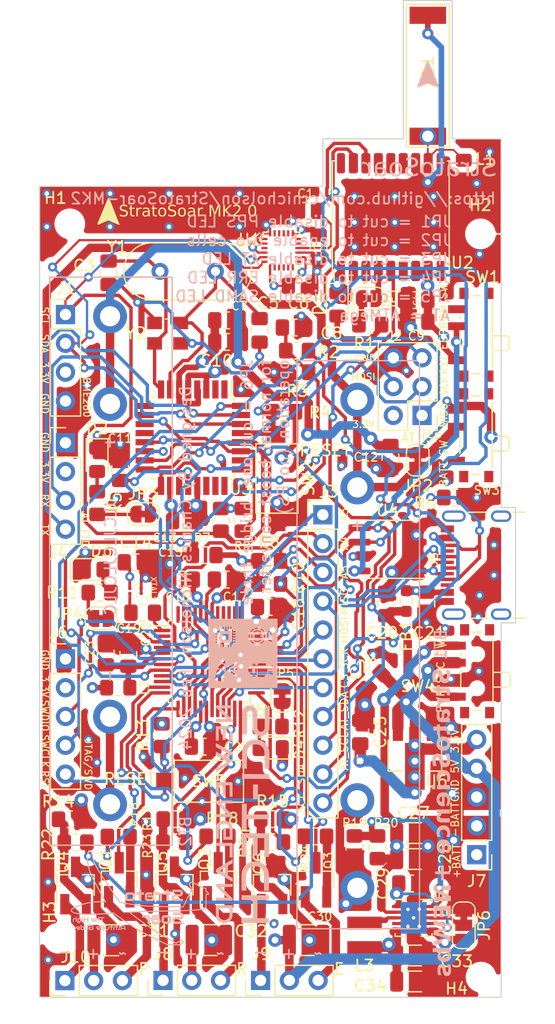
<source format=kicad_pcb>
(kicad_pcb (version 20221018) (generator pcbnew)
  (layers (0 "F.Cu" signal) (1 "In1.Cu" power "GND.Cu") (2 "In2.Cu" power "VCC.Cu") (31 "B.Cu" signal) (34 "B.Paste" user) (35 "F.Paste" user) (36 "B.SilkS" user "B.Silkscreen") (37 "F.SilkS" user "F.Silkscreen") (38 "B.Mask" user) (39 "F.Mask" user) (44 "Edge.Cuts" user))
  (net 0 "")
  (net 1 "GND")
  (net 2 "RF")
  (net 3 "Net-(BT1-+)")
  (net 4 "Net-(BT1--)")
  (net 5 "-BATT")
  (net 6 "+3.3V")
  (net 7 "+5V")
  (net 8 "Net-(U1-REGOUT)")
  (net 9 "Net-(U3-AREF)")
  (net 10 "USB_IN")
  (net 11 "Net-(U5-VDDCORE)")
  (net 12 "Net-(U5-PA00)")
  (net 13 "+BATT")
  (net 14 "BST")
  (net 15 "VAUX")
  (net 16 "XTAL1")
  (net 17 "Net-(XTAL1-CLK_OUT)")
  (net 18 "XTAL2")
  (net 19 "Net-(D1-A)")
  (net 20 "Net-(D2-A)")
  (net 21 "Net-(D3-A)")
  (net 22 "Net-(D4-A)")
  (net 23 "Net-(C21-Pad1)")
  (net 24 "D+")
  (net 25 "D-")
  (net 26 "SWDIO")
  (net 27 "SWCLK")
  (net 28 "RESET")
  (net 29 "AT_MISO")
  (net 30 "AT_SCK")
  (net 31 "AT_MOSI")
  (net 32 "AT_RST")
  (net 33 "A3")
  (net 34 "A4")
  (net 35 "A5")
  (net 36 "MISO")
  (net 37 "MOSI")
  (net 38 "SCK")
  (net 39 "CS")
  (net 40 "AT_SDA")
  (net 41 "AT_SCL")
  (net 42 "SDA")
  (net 43 "SCL")
  (net 44 "Net-(U5-VDDANA)")
  (net 45 "pOut")
  (net 46 "AT_RX")
  (net 47 "AT_TX")
  (net 48 "Net-(J9-Pin_1)")
  (net 49 "rOut")
  (net 50 "Net-(J10-Pin_1)")
  (net 51 "eOut")
  (net 52 "Net-(J8-Pin_1)")
  (net 53 "Net-(JP3-A)")
  (net 54 "Net-(JP4-A)")
  (net 55 "Net-(JP4-B)")
  (net 56 "Net-(JP5-A)")
  (net 57 "Net-(JP5-B)")
  (net 58 "Net-(JP6-C)")
  (net 59 "Net-(U7-L)")
  (net 60 "Net-(Q1-B)")
  (net 61 "pIn")
  (net 62 "Net-(JP1-A)")
  (net 63 "Net-(Q3-B)")
  (net 64 "rIn")
  (net 65 "Net-(JP1-B)")
  (net 66 "eIn")
  (net 67 "Net-(Q5-G)")
  (net 68 "Net-(Q6-G)")
  (net 69 "BATT")
  (net 70 "Net-(Q2-B)")
  (net 71 "pBJT")
  (net 72 "pFET")
  (net 73 "Net-(U7-FB)")
  (net 74 "rBJT")
  (net 75 "eBJT")
  (net 76 "rFET")
  (net 77 "eFET")
  (net 78 "Net-(Q4-G)")
  (net 79 "Net-(SW1-B)")
  (net 86 "EXTINT")
  (net 93 "mcuConnTX")
  (net 94 "mcuConnRX")
  (net 95 "WRITE")
  (net 118 "Net-(J11-CC1)")
  (footprint "Connector_PinHeader_2.54mm:PinHeader_1x11_P2.54mm_Vertical" (layer "F.Cu") (at 77.978 69.723)
    (fp_text reference "J3")
    (fp_text value "Signal")
  )
  (footprint "NetTie:NetTie-2_SMD_Pad2.0mm" (layer "F.Cu") (at 89.408 96.298 90)
    (fp_text reference "NT1" hide)
    (fp_text value "GND connection" hide)
  )
  (footprint "Resistor_SMD:R_0805_2012Metric_Pad1.20x1.40mm_HandSolder" (layer "F.Cu") (at 77.307 98.08 180)
    (fp_text reference "R24")
    (fp_text value "10K")
  )
  (footprint "Package_TO_SOT_SMD:SOT-89-3_Handsoldering" (layer "F.Cu") (at 86.106 90.963 -90)
    (fp_text reference "U6")
    (fp_text value "MCP1700x-330xxTT")
  )
  (footprint "Resistor_SMD:R_0603_1608Metric_Pad0.98x0.95mm_HandSolder" (layer "F.Cu") (at 85.344 77.328 -90)
    (fp_text reference "FB1")
    (fp_text value "BLM18AG121SN1D (J1)")
  )
  (footprint "Connector_PinHeader_2.54mm:PinHeader_1x03_P2.54mm_Vertical" (layer "F.Cu") (at 55.1942 110.7948 90)
    (fp_text reference "J10")
    (fp_text value "parachute")
  )
  (footprint "Resistor_SMD:R_0805_2012Metric_Pad1.20x1.40mm_HandSolder" (layer "F.Cu") (at 75.708 55.25 180)
    (fp_text reference "R2")
    (fp_text value "1M")
  )
  (footprint "Capacitor_SMD:C_0805_2012Metric_Pad1.18x1.45mm_HandSolder" (layer "F.Cu") (at 69.469 52.578 180)
    (fp_text reference "C7")
    (fp_text value "100nF")
  )
  (footprint "Resistor_SMD:R_0805_2012Metric_Pad1.20x1.40mm_HandSolder" (layer "F.Cu") (at 74.556 60.644 180)
    (fp_text reference "R4")
    (fp_text value "10K")
  )
  (footprint "Capacitor_SMD:C_0805_2012Metric_Pad1.18x1.45mm_HandSolder" (layer "F.Cu") (at 86.219949 50.791 180)
    (fp_text reference "C4")
    (fp_text value "10uF")
  )
  (footprint "Button_Switch_SMD:SW_SPST_CK_RS282G05A3" (layer "F.Cu") (at 67.908 93.218 180)
    (fp_text reference "SW5")
    (fp_text value "RESET")
  )
  (footprint "Resistor_SMD:R_0805_2012Metric_Pad1.20x1.40mm_HandSolder" (layer "F.Cu") (at 64.861 98.588)
    (fp_text reference "R23")
    (fp_text value "10")
  )
  (footprint "Connector_PinHeader_2.54mm:PinHeader_1x05_P2.54mm_Vertical" (layer "F.Cu") (at 55.245 82.428)
    (fp_text reference "J6")
    (fp_text value "JTAG")
  )
  (footprint "LED_SMD:LED_0805_2012Metric_Pad1.15x1.40mm_HandSolder" (layer "F.Cu") (at 73.369 90.297 180)
    (fp_text reference "D4")
    (fp_text value "LED")
  )
  (footprint "Capacitor_SMD:C_0805_2012Metric_Pad1.18x1.45mm_HandSolder" (layer "F.Cu") (at 86.219949 52.696 180)
    (fp_text reference "C9")
    (fp_text value "100nF")
  )
  (footprint "Button_Switch_SMD:SW_SPDT_PCM12" (layer "F.Cu") (at 91.219 53.848 90)
    (fp_text reference "SW1")
    (fp_text value "EEPROM")
  )
  (footprint "Resistor_SMD:R_0805_2012Metric_Pad1.20x1.40mm_HandSolder" (layer "F.Cu") (at 68.671 98.08 180)
    (fp_text reference "R18")
    (fp_text value "10K")
  )
  (footprint "Capacitor_SMD:C_0805_2012Metric_Pad1.18x1.45mm_HandSolder" (layer "F.Cu") (at 61.468 73.914 180)
    (fp_text reference "C14")
    (fp_text value "100 nF (XTAL1)")
  )
  (footprint "Capacitor_SMD:C_0805_2012Metric_Pad1.18x1.45mm_HandSolder" (layer "F.Cu") (at 83.566 77.582 90)
    (fp_text reference "C20")
    (fp_text value "100 nF (J1)")
  )
  (footprint "Jumper:SolderJumper-2_P1.3mm_Bridged_RoundedPad1.0x1.5mm" (layer "F.Cu") (at 74.385 85.725 90)
    (fp_text reference "JP5")
    (fp_text value "LED_EN")
  )
  (footprint "LED_SMD:LED_0805_2012Metric_Pad1.15x1.40mm_HandSolder" (layer "F.Cu") (at 57.531 74.549)
    (fp_text reference "D3")
    (fp_text value "ERR_LED")
  )
  (footprint "Resistor_SMD:R_0805_2012Metric_Pad1.20x1.40mm_HandSolder" (layer "F.Cu") (at 80.772 99.044 -90)
    (fp_text reference "R19")
    (fp_text value "91K")
  )
  (footprint "Capacitor_SMD:C_0805_2012Metric_Pad1.18x1.45mm_HandSolder" (layer "F.Cu") (at 73.242 77.851 180)
    (fp_text reference "C18")
    (fp_text value "100nF")
  )
  (footprint "Jumper:SolderJumper-2_P1.3mm_Bridged_RoundedPad1.0x1.5mm" (layer "F.Cu") (at 86.36 64.897 90)
    (fp_text reference "JP2")
    (fp_text value "ONE_CELL")
  )
  (footprint "Package_SON:Texas_S-PVSON-N10_ThermalVias" (layer "F.Cu") (at 85.995 105.265)
    (fp_text reference "U7")
    (fp_text value "TPS61200DRC")
  )
  (footprint "LPS3015-222MLC:IND_LPS3015" (layer "F.Cu") (at 81.661 106.807 -90)
    (fp_text reference "L3")
    (fp_text value "LPS3015-222ML ")
  )
  (footprint "Sensor_Motion:InvenSense_QFN-24_3x3mm_P0.4mm" (layer "F.Cu") (at 74.319 46.409 90)
    (fp_text reference "U1")
    (fp_text value "MPU-9250")
  )
  (footprint "Capacitor_SMD:C_0805_2012Metric_Pad1.18x1.45mm_HandSolder" (layer "F.Cu") (at 67.4 90.17 180)
    (fp_text reference "C26")
    (fp_text value "100nF")
  )
  (footprint "Connector_PinHeader_2.54mm:PinHeader_1x03_P2.54mm_Vertical" (layer "F.Cu") (at 72.481 110.78 90)
    (fp_text reference "J9")
    (fp_text value "elevator")
  )
  (footprint "Capacitor_SMD:C_0805_2012Metric_Pad1.18x1.45mm_HandSolder" (layer "F.Cu") (at 76.4755 42.926)
    (fp_text reference "C1")
    (fp_text value "100nF")
  )
  (footprint "Jumper:SolderJumper-2_P1.3mm_Bridged_RoundedPad1.0x1.5mm" (layer "F.Cu") (at 62.11 69.661)
    (fp_text reference "JP3")
    (fp_text value "AT_LED_EN")
  )
  (footprint "Inductor_SMD:L_0805_2012Metric_Pad1.15x1.40mm_HandSolder" (layer "F.Cu") (at 90.424 39.488 -90)
    (fp_text reference "L1")
    (fp_text value "33nH")
  )
  (footprint "Capacitor_SMD:C_0805_2012Metric_Pad1.18x1.45mm_HandSolder" (layer "F.Cu") (at 60.071 65.659 -90)
    (fp_text reference "C11")
    (fp_text value "100nF")
  )
  (footprint "Resistor_SMD:R_0805_2012Metric_Pad1.20x1.40mm_HandSolder" (layer "F.Cu") (at 68.968 70.169 90)
    (fp_text reference "R7")
    (fp_text value "1.8K")
  )
  (footprint "LED_SMD:LED_0805_2012Metric_Pad1.15x1.40mm_HandSolder" (layer "F.Cu") (at 58.039 64.881 -90)
    (fp_text reference "D2")
    (fp_text value "AT_LED")
  )
  (footprint "Capacitor_SMD:C_0805_2012Metric_Pad1.18x1.45mm_HandSolder" (layer "F.Cu") (at 72.39 53.467 -90)
    (fp_text reference "C5")
    (fp_text value "22pF")
  )
  (footprint "Capacitor_SMD:C_0805_2012Metric_Pad1.18x1.45mm_HandSolder" (layer "F.Cu") (at 69.432 75.438)
    (fp_text reference "C17")
    (fp_text value "1uF")
  )
  (footprint "Connector_PinHeader_2.54mm:PinHeader_1x04_P2.54mm_Vertical" (layer "F.Cu") (at 55.245 52.07)
    (fp_text reference "J1")
    (fp_text value "BME280")
  )
  (footprint "SIT1552AI-JF-DCC:BGA4_SiT1532_SIT" (layer "F.Cu") (at 61.43 76.45 180)
    (fp_text reference "XTAL1")
    (fp_text value "SIT1552AI-JF-DCC-32.768D")
  )
  (footprint "Package_TO_SOT_SMD:SC-59_Handsoldering" (layer "F.Cu") (at 64.861 102.398 90)
    (fp_text reference "Q5")
    (fp_text value "DMN1019USN-13")
  )
  (footprint "Capacitor_SMD:C_1206_3216Metric" (layer "F.Cu") (at 85.979 108.585)
    (fp_text reference "C33")
    (fp_text value "100nF (U7)")
  )
  (footprint "Package_QFP:TQFP-32_7x7mm_P0.8mm" (layer "F.Cu") (at 66.487 62.924 -90)
    (fp_text reference "U3")
    (fp_text value "ATmega328P-A")
  )
  (footprint "Package_QFP:TQFP-48_7x7mm_P0.5mm" (layer "F.Cu") (at 67.945 82.677)
    (fp_text reference "U5")
    (fp_text value "ATSAMD21G18A-A")
  )
  (footprint "MountingHole:MountingHole_2.2mm_M2" (layer "F.Cu") (at 55.626 44.069)
    (fp_text reference "H1")
    (fp_text value "MountingHole")
  )
  (footprint "Capacitor_SMD:C_0805_2012Metric_Pad1.18x1.45mm_HandSolder" (layer "F.Cu") (at 75.9675 49.53)
    (fp_text reference "C6")
    (fp_text value "100 nF (U2)")
  )
  (footprint "Resistor_SMD:R_0805_2012Metric_Pad1.20x1.40mm_HandSolder" (layer "F.Cu") (at 89.662 68.199)
    (fp_text reference "R6")
    (fp_text value "5.1 K (J1)")
  )
  (footprint "Jumper:SolderJumper-2_P1.3mm_Bridged_RoundedPad1.0x1.5mm" (layer "F.Cu") (at 82.042 50.664 180)
    (fp_text reference "JP1")
    (fp_text value "PPS_EN")
  )
  (footprint "Capacitor_SMD:C_0805_2012Metric_Pad1.18x1.45mm_HandSolder" (layer "F.Cu") (at 85.725 102.235)
    (fp_text reference "C29")
    (fp_text value "100nF (U7)")
  )
  (footprint "Resistor_SMD:R_0805_2012Metric_Pad1.20x1.40mm_HandSolder" (layer "F.Cu") (at 64.877 96.556 180)
    (fp_text reference "R17")
    (fp_text value "10K")
  )
  (footprint "Resistor_SMD:R_0805_2012Metric_Pad1.20x1.40mm_HandSolder" (layer "F.Cu") (at 73.497 98.588 180)
    (fp_text reference "R21")
    (fp_text value "10")
  )
  (footprint "Capacitor_SMD:C_0805_2012Metric_Pad1.18x1.45mm_HandSolder" (layer "F.Cu") (at 62.066 78.359)
    (fp_text reference "C19")
    (fp_text value "100 pF (XTAL1)")
  )
  (footprint "Capacitor_SMD:C_0805_2012Metric_Pad1.18x1.45mm_HandSolder" (layer "F.Cu") (at 75.438 53.213)
    (fp_text reference "C8")
    (fp_text value "1nF")
  )
  (footprint "Connector_PinHeader_2.54mm:PinHeader_1x05_P2.54mm_Vertical" (layer "F.Cu") (at 91.567 99.695 180)
    (fp_text reference "J7")
    (fp_text value "Power")
  )
  (footprint "Package_TO_SOT_SMD:SOT-23_Handsoldering" (layer "F.Cu") (at 59.9948 101.9048 90)
    (fp_text reference "Q1")
    (fp_text value "2N3906")
  )
  (footprint "Resistor_SMD:R_0805_2012Metric_Pad1.20x1.40mm_HandSolder" (layer "F.Cu") (at 82.169 52.959 180)
    (fp_text reference "R1")
    (fp_text value "1K")
  )
  (footprint "Connector_PinHeader_2.54mm:PinHeader_2x03_P2.54mm_Vertical" (layer "F.Cu") (at 86.741 60.96 180)
    (fp_text reference "J2")
    (fp_text value "AT_ISP")
  )
  (footprint "Resistor_SMD:R_0805_2012Metric_Pad1.20x1.40mm_HandSolder" (layer "F.Cu") (at 73.369 88.392)
    (fp_text reference "R12")
    (fp_text value "1K")
  )
  (footprint "Connector_USB:USB_C_Receptacle_GCT_USB4105-xx-A_16P_TopMnt_Horizontal" (layer "F.Cu") (at 92.651 74.168 90)
    (fp_text reference "J5")
    (fp_text value "USB_C_Receptacle_USB2.0")
  )
  (footprint "Capacitor_SMD:C_0805_2012Metric_Pad1.18x1.45mm_HandSolder" (layer "F.Cu") (at 60.796 82.042 90)
    (fp_text reference "C22")
    (fp_text value "10uF")
  )
  (footprint "Resistor_SMD:R_0805_2012Metric_Pad1.20x1.40mm_HandSolder" (layer "F.Cu") (at 73.497 96.556 180)
    (fp_text reference "R15")
    (fp_text value "10K")
  )
  (footprint "Package_TO_SOT_SMD:SOT-23_Handsoldering" (layer "F.Cu") (at 77.373 101.914 90)
    (fp_text reference "Q3")
    (fp_text value "2N3906")
  )
  (footprint "Resistor_SMD:R_0805_2012Metric_Pad1.20x1.40mm_HandSolder" (layer "F.Cu") (at 82.804 99.044 90)
    (fp_text reference "R20")
    (fp_text value "820K")
  )
  (footprint "Capacitor_SMD:C_1210_3225Metric" (layer "F.Cu") (at 76.496 107.224)
    (fp_text reference "C30")
    (fp_text value "47uF (J10)")
  )
  (footprint "Capacitor_SMD:C_0805_2012Metric_Pad1.18x1.45mm_HandSolder" (layer "F.Cu") (at 83.947 64.643 -90)
    (fp_text reference "C12")
    (fp_text value "1 uF (BT1)")
  )
  (footprint "Capacitor_SMD:C_1206_3216Metric" (layer "F.Cu") (at 85.979 100.076)
    (fp_text reference "C28")
    (fp_text value "22uF (U7)")
  )
  (footprint "Capacitor_SMD:C_0805_2012Metric_Pad1.18x1.45mm_HandSolder" (layer "F.Cu") (at 77.597 46.101 90)
    (fp_text reference "C2")
    (fp_text value "10 nF (U2)")
  )
  (footprint "Package_SO:SOIC-8_3.9x4.9mm_P1.27mm" (layer "F.Cu") (at 83.693 72.771 180)
    (fp_text reference "U4")
    (fp_text value "AT24C512C-SSHD-T")
  )
  (footprint "Capacitor_SMD:C_1206_3216Metric" (layer "F.Cu") (at 85.979 110.871)
    (fp_text reference "C34")
    (fp_text value "10uF (U7)")
  )
  (footprint "Resistor_SMD:R_0805_2012Metric_Pad1.20x1.40mm_HandSolder" (layer "F.Cu") (at 63.754 89.154 -90)
    (fp_text reference "R13")
    (fp_text value "10K")
  )
  (footprint "Button_Switch_SMD:SW_SPST_CK_RS282G05A3" (layer "F.Cu") (at 73.921 66.523 -90)
    (fp_text reference "SW2")
    (fp_text value "AT_RESET")
  )
  (footprint "Capacitor_SMD:C_0805_2012Metric_Pad1.18x1.45mm_HandSolder" (layer "F.Cu") (at 87.122 77.582 -90)
    (fp_text reference "C21")
    (fp_text value "100 nF (J1)")
  )
  (footprint "Resistor_SMD:R_0805_2012Metric_Pad1.20x1.40mm_HandSolder" (layer "F.Cu") (at 73.242 73.787)
    (fp_text reference "R8")
    (fp_text value "1.8K")
  )
  (footprint "Connector_PinHeader_2.54mm:PinHeader_1x03_P2.54mm_Vertical" (layer "F.Cu") (at 63.86 110.78 90)
    (fp_text reference "J8")
    (fp_text value "rudder")
  )
  (footprint "Connector_PinHeader_2.54mm:PinHeader_1x04_P2.54mm_Vertical" (layer "F.Cu") (at 55.245 63.373)
    (fp_text reference "J4")
    (fp_text value "AT_FTDI")
  )
  (footprint "Capacitor_SMD:C_0805_2012Metric_Pad1.18x1.45mm_HandSolder" (layer "F.Cu") (at 82.423 84.44 45)
    (fp_text reference "C24")
    (fp_text value "1 uF (U1)")
  )
  (footprint "MountingHole:MountingHole_2.2mm_M2" (layer "F.Cu") (at 91.8972 44.958)
    (fp_text reference "H2")
    (fp_text value "MountingHole")
  )
  (footprint "Jumper:SolderJumper-2_P1.3mm_Bridged_RoundedPad1.0x1.5mm" (layer "F.Cu") (at 58.383 78.867)
    (fp_text reference "JP4")
    (fp_text value "ERR_LED_EN")
  )
  (footprint "Capacitor_SMD:C_0805_2012Metric_Pad1.18x1.45mm_HandSolder" (layer "F.Cu") (at 65.7465 70.29)
    (fp_text reference "C13")
    (fp_text value "100nF")
  )
  (footprint "Crystal:Crystal_HC18-U_Vertical" (layer "F.Cu") (at 63.59 48.26)
    (fp_text reference "Y1")
    (fp_text value "8MHz")
  )
  (footprint "Inductor_SMD:L_0805_2012Metric_Pad1.15x1.40mm_HandSolder" (layer "F.Cu") (at 59.907 84.963)
    (fp_text reference "L2")
    (fp_text value "10uH")
  )
  (footprint "Resistor_SMD:R_0805_2012Metric_Pad1.20x1.40mm_HandSolder" (layer "F.Cu") (at 70.873 70.169 90)
    (fp_text reference "R9")
    (fp_text value "1.8K")
  )
  (footprint "MountingHole:MountingHole_2.2mm_M2" (layer "F.Cu") (at 54.61 107.061)
    (fp_text reference "H3")
    (fp_text value "MountingHole")
  )
  (footprint "LED_SMD:LED_0805_2012Metric_Pad1.15x1.40mm_HandSolder" (layer "F.Cu") (at 79.248 51.181 -90)
    (fp_text reference "D1")
    (fp_text value "LED")
  )
  (footprint "Package_TO_SOT_SMD:SC-59_Handsoldering" (layer "F.Cu") (at 73.497 102.398 90)
    (fp_text reference "Q6")
    (fp_text value "DMN1019USN-13")
  )
  (footprint "Resistor_SMD:R_0805_2012Metric_Pad1.20x1.40mm_HandSolder" (layer "F.Cu") (at 75.724 57.155 180)
    (fp_text reference "R3")
    (fp_text value "1M")
  )
  (footprint "Package_TO_SOT_SMD:SOT-23_Handsoldering" (layer "F.Cu") (at 68.737 101.914 90)
    (fp_text reference "Q2")
    (fp_text value "2N3906")
  )
  (footprint "Oscillator:ECS801033CHNTR" (layer "F.Cu") (at 64.267 53.71 180)
    (fp_text reference "Y2")
    (fp_text value "ECS-80-10" hide)
  )
  (footprint "RF_GPS:ublox_MAX" (layer "F.Cu") (at 83.978949 43.476 90)
    (fp_text reference "U2")
    (fp_text value "MAX-M10S")
  )
  (footprint "Capacitor_SMD:C_1206_3216Metric" (layer "F.Cu") (at 85.979 97.79)
    (fp_text reference "C27")
    (fp_text value "100nF (U7)")
  )
  (footprint "Capacitor_SMD:C_0805_2012Metric_Pad1.18x1.45mm_HandSolder" (layer "F.Cu") (at 58.801 81.915 90)
    (fp_text reference "C23")
    (fp_text value "100nF")
  )
  (footprint "Capacitor_SMD:C_1210_3225Metric" (layer "F.Cu") (at 59.2328 107.2388)
    (fp_text reference "C31")
    (fp_text value "47uF (J7)")
  )
  (footprint "MountingHole:MountingHole_2.2mm_M2" (layer "F.Cu") (at 91.948 110.49)
    (fp_text reference "H4")
    (fp_text value "MountingHole")
  )
  (footprint "Capacitor_SMD:C_0805_2012Metric_Pad1.18x1.45mm_HandSolder" (layer "F.Cu") (at 65.495 75.438)
    (fp_text reference "C16")
    (fp_text value "100nF")
  )
  (footprint "Jumper:SolderJumper-3_P1.3mm_Bridged12_RoundedPad1.0x1.5mm" (layer "F.Cu") (at 90.424 105.918 -90)
    (fp_text reference "JP6")
    (fp_text value "PS_EN")
  )
  (footprint "Resistor_SMD:R_0805_2012Metric_Pad1.20x1.40mm_HandSolder" (layer "F.Cu") (at 73.242 75.819 180)
    (fp_text reference "R10")
    (fp_text value "1.8K")
  )
  (footprint "Resistor_SMD:R_0805_2012Metric_Pad1.20x1.40mm_HandSolder" (layer "F.Cu") (at 58.256 76.581 180)
    (fp_text reference "R11")
    (fp_text value "1K")
  )
  (footprint "Capacitor_SMD:C_0805_2012Metric_Pad1.18x1.45mm_HandSolder" (layer "F.Cu") (at 69.469 54.483 180)
    (fp_text reference "C10")
    (fp_text value "10uF")
  )
  (footprint "Capacitor_SMD:C_0805_2012Metric_Pad1.18x1.45mm_HandSolder" (layer "F.Cu") (at 81.28 88.885 90)
    (fp_text reference "C25")
    (fp_text value "1 uF (U1)")
  )
  (footprint "Resistor_SMD:R_0805_2012Metric_Pad1.20x1.40mm_HandSolder" (layer "F.Cu") (at 55.626 96.5708 180)
    (fp_text reference "R22")
    (fp_text value "10K")
  )
  (footprint "RF_Antenna:RAINSUN_GPS1003" (layer "F.Cu") (at 87.249 30.6086 -90)
    (fp_text reference "AE1")
    (fp_text value "Antenna_Chip")
  )
  (footprint "Button_Switch_SMD:SW_SPDT_PCM12" (layer "F.Cu") (at 91.28 83.518 90)
    (fp_text reference "SW4")
    (fp_text value "PWR_SW")
  )
  (footprint "Capacitor_SMD:C_1210_3225Metric" (layer "F.Cu") (at 67.909 107.224)
    (fp_text reference "C32")
    (fp_text value "47uF (J9)")
  )
  (footprint "Resistor_SMD:R_0805_2012Metric_Pad1.20x1.40mm_HandSolder" (layer "F.Cu") (at 59.944 98.0948 180)
    (fp_text reference "R16")
    (fp_text value "10K")
  )
  (footprint "Package_TO_SOT_SMD:SC-59_Handsoldering" (layer "F.Cu") (at 56.134 102.4128 90)
    (fp_text reference "Q4")
    (fp_text value "DMN1019USN-13")
  )
  (footprint "Capacitor_SMD:C_0805_2012Metric_Pad1.18x1.45mm_HandSolder" (layer "F.Cu") (at 67.5055 73.279)
    (fp_text reference "C15")
    (fp_text value "10uF")
  )
  (footprint "Button_Switch_SMD:SW_SPDT_PCM12" (layer "F.Cu") (at 91.204 62.705 90)
    (fp_text reference "SW3")
    (fp_text value "AAA")
  )
  (footprint "Capacitor_SMD:C_0805_2012Metric_Pad1.18x1.45mm_HandSolder" (layer "F.Cu") (at 59.055 48.387 -90)
    (fp_text reference "C3")
    (fp_text value "22pF")
  )
  (footprint "Resistor_SMD:R_0805_2012Metric_Pad1.20x1.40mm_HandSolder" (layer "F.Cu") (at 56.134 98.6028)
    (fp_text reference "R14")
    (fp_text value "10")
  )
  (footprint "Resistor_SMD:R_0805_2012Metric_Pad1.20x1.40mm_HandSolder" (layer "F.Cu") (at 58.039 68.691 -90)
    (fp_text reference "R5")
    (fp_text value "1K")
  )
  (footprint "LOGO" (layer "B.Cu") (at 70.901369 92.588986 -90)
    (fp_text reference "G***" hide)
    (fp_text value "LOGO" hide)
  )
  (footprint "Battery:BatteryHolder_BK-82" (layer "B.Cu") (at 59.182 73.8124 -90)
    (fp_text reference "BT2")
    (fp_text value "AAA")
  )
  (footprint "Battery:BatteryHolder_BK-82" (layer "B.Cu") (at 81.026 81.1784 -90)
    (fp_text reference "BT1")
    (fp_text value "AAA")
  )
  (gr_line (start 57.177742 100.039309) (end 57.1842 100.139846) (stroke (width 0.09115)) (layer "B.SilkS"))
  (gr_line (start 60.878091 105.821972) (end 61.252054 106.067661) (stroke (width 0.09115)) (layer "B.SilkS"))
  (gr_line (start 56.602107 104.127772) (end 56.475336 104.173777) (stroke (width 0.09115)) (layer "B.SilkS"))
  (gr_line (start 65.52899 107.513765) (end 65.555548 107.487276) (stroke (width 0.09115)) (layer "B.SilkS"))
  (gr_line (start 65.596492 107.314894) (end 65.59015 107.310994) (stroke (width 0.09115)) (layer "B.SilkS"))
  (gr_line (start 67.648632 102.902919) (end 67.637234 102.652248) (stroke (width 0.09115)) (layer "B.SilkS"))
  (gr_line (start 56.73333 104.083718) (end 56.602107 104.127772) (stroke (width 0.09115)) (layer "B.SilkS"))
  (gr_line (start 55.852464 104.733574) (end 55.903019 104.764732) (stroke (width 0.09115)) (layer "B.SilkS"))
  (gr_line (start 57.819745 103.864635) (end 57.686782 103.877945) (stroke (width 0.09115)) (layer "B.SilkS"))
  (gr_line (start 57.175281 99.942729) (end 57.177742 100.039309) (stroke (width 0.09115)) (layer "B.SilkS"))
  (gr_poly (pts (xy 56.579368 106.224233) (xy 56.579443 106.228893) (xy 56.579667 106.233439) (xy 56.580041 106.23787) (xy 56.580565 106.242187) (xy 56.581238 106.24639) (xy 56.58206 106.250478) (xy 56.583032 106.254452) (xy 56.584154 106.258312) (xy 56.585399 106.26199) (xy 56.58674 106.265563) (xy 56.588179 106.269031) (xy 56.589715 106.272393) (xy 56.591348 106.275649) (xy 56.593078 106.2788) (xy 56.594905 106.281845) (xy 56.596828 106.284786) (xy 56.597824 106.286182) (xy 56.59884 106.287553) (xy 56.599875 106.288901) (xy 56.60093 106.290224) (xy 56.602005 106.291523) (xy 56.6031 106.292798) (xy 56.604214 106.294049) (xy 56.605348 106.295276) (xy 56.606502 106.296478) (xy 56.607676 106.297656) (xy 56.60887 106.29881) (xy 56.610083 106.29994) (xy 56.611316 106.301046) (xy 56.612568 106.302127) (xy 56.613841 106.303185) (xy 56.615133 106.304218) (xy 56.617756 106.306146) (xy 56.620414 106.307986) (xy 56.623107 106.309738) (xy 56.625835 106.311402) (xy 56.628598 106.312977) (xy 56.631397 106.314465) (xy 56.634231 106.315864) (xy 56.6371 106.317174) (xy 56.639926 106.318402) (xy 56.64277 106.319551) (xy 56.64563 106.32062) (xy 56.648509 106.32161) (xy 56.651404 106.322521) (xy 56.654317 106.323352) (xy 56.657248 106.324104) (xy 56.660196 106.324777) (xy 56.663065 106.325305) (xy 56.6659 106.325763) (xy 56.668699 106.32615) (xy 56.671462 106.326467) (xy 56.674191 106.326714) (xy 56.676884 106.32689) (xy 56.679542 106.326996) (xy 56.682165 106.327031) (xy 56.814257 106.327031) (xy 56.818912 106.326957) (xy 56.823445 106.326732) (xy 56.827854 106.326358) (xy 56.83214 106.325835) (xy 56.836303 106.325162) (xy 56.840343 106.324339) (xy 56.84426 106.323367) (xy 56.848053 106.322246) (xy 56.851732 106.321001) (xy 56.855305 106.319659) (xy 56.858772 106.31822) (xy 56.862135 106.316684) (xy 56.865391 106.315051) (xy 56.868542 106.313322) (xy 56.871587 106.311495) (xy 56.874527 106.309572) (xy 56.875923 106.308542) (xy 56.877295 106.307495) (xy 56.878643 106.30643) (xy 56.879966 106.305348) (xy 56.881266 106.304248) (xy 56.882541 106.30313) (xy 56.883792 106.301994) (xy 56.885018 106.300841) (xy 56.886221 106.299671) (xy 56.887399 106.298482) (xy 56.888553 106.297277) (xy 56.889683 106.296053) (xy 56.890789 106.294812) (xy 56.89187 106.293553) (xy 56.892928 106.292277) (xy 56.893961 106.290983) (xy 56.895889 106.288364) (xy 56.897729 106.28572) (xy 56.899481 106.283049) (xy 56.901144 106.280352) (xy 56.90272 106.277628) (xy 56.904207 106.274878) (xy 56.905607 106.272101) (xy 56.906917 106.269298) (xy 56.908145 106.266411) (xy 56.909294 106.263523) (xy 56.910363 106.260636) (xy 56.911353 106.257749) (xy 56.912264 106.254862) (xy 56.913095 106.251975) (xy 56.913846 106.249089) (xy 56.914518 106.246202) (xy 56.915047 106.243271) (xy 56.915505 106.240393) (xy 56.915892 106.237567) (xy 56.916209 106.234795) (xy 56.916456 106.232075) (xy 56.916632 106.229408) (xy 56.916738 106.226794) (xy 56.916773 106.224233) (xy 56.916773 106.125095) (xy 56.916733 106.121608) (xy 56.916614 106.11819) (xy 56.916416 106.11484) (xy 56.916139 106.111558) (xy 56.915782 106.108345) (xy 56.915347 106.105199) (xy 56.914832 106.102122) (xy 56.914237 106.099113) (xy 56.913564 106.096172) (xy 56.912811 106.093299) (xy 56.911979 106.090495) (xy 56.911068 106.087759) (xy 56.910077 106.085091) (xy 56.909007 106.082491) (xy 56.907858 106.07996) (xy 56.906629 106.077497) (xy 56.905308 106.075062) (xy 56.90395 106.072687) (xy 56.902554 106.070371) (xy 56.90112 106.068115) (xy 56.899649 106.065917) (xy 56.898141 106.06378) (xy 56.896595 106.061702) (xy 56.895012 106.059683) (xy 56.893392 106.057723) (xy 56.891734 106.055823) (xy 56.890038 106.053983) (xy 56.888306 106.052202) (xy 56.886535 106.05048) (xy 56.884728 106.048817) (xy 56.882883 106.047214) (xy 56.881 106.045671) (xy 56.879054 106.044149) (xy 56.877088 106.042683) (xy 56.875103 106.041272) (xy 56.873097 106.039915) (xy 56.871071 106.038614) (xy 56.869026 106.037367) (xy 56.866961 106.036176) (xy 56.864876 106.035039) (xy 56.862771 106.033958) (xy 56.860647 106.032931) (xy 56.858503 106.03196) (xy 56.856339 106.031043) (xy 56.854155 106.030182) (xy 56.851951 106.029375) (xy 56.849728 106.028623) (xy 56.847484 106.027927) (xy 56.843022 106.026673) (xy 56.838648 106.025586) (xy 56.834362 106.024667) (xy 56.830164 106.023915) (xy 56.826054 106.02333) (xy 56.822031 106.022913) (xy 56.818097 106.022662) (xy 56.814251 106.022579) (xy 56.682159 106.022579) (xy 56.682159 106.095806) (xy 56.813686 106.095806) (xy 56.815489 106.095835) (xy 56.817238 106.095924) (xy 56.818931 106.096073) (xy 56.820569 106.096281) (xy 56.822152 106.096548) (xy 56.82368 106.096875) (xy 56.825153 106.097261) (xy 56.826571 106.097706) (xy 56.827934 106.098211) (xy 56.829242 106.098776) (xy 56.830495 106.099399) (xy 56.831693 106.100082) (xy 56.832836 106.100825) (xy 56.833924 106.101627) (xy 56.834957 106.102488) (xy 56.835935 106.103408) (xy 56.836856 106.104352) (xy 56.837717 106.10535) (xy 56.838519 106.106403) (xy 56.839261 106.107511) (xy 56.839944 106.108674) (xy 56.840568 106.109892) (xy 56.841132 106.111165) (xy 56.841637 106.112493) (xy 56.842083 106.113875) (xy 56.842469 106.115313) (xy 56.842796 106.116806) (xy 56.843063 106.118354) (xy 56.843271 106.119956) (xy 56.843419 106.121614) (xy 56.843508 106.123327) (xy 56.843538 106.125095) (xy 56.843538 106.223668) (xy 56.84351 106.225506) (xy 56.843424 106.227286) (xy 56.843281 106.229009) (xy 56.84308 106.230675) (xy 56.842823 106.232283) (xy 56.842508 106.233834) (xy 56.842136 106.235328) (xy 56.841707 106.236765) (xy 56.84122 106.238145) (xy 56.840677 106.239467) (xy 56.840076 106.240732) (xy 56.839417 106.24194) (xy 56.838702 106.243091) (xy 56.837929 106.244184) (xy 56.837099 106.245221) (xy 56.836212 106.2462) (xy 56.835235 106.24712) (xy 56.834206 106.247982) (xy 56.833124 106.248783) (xy 56.831988 106.249526) (xy 56.8308 106.250209) (xy 56.82956 106.250833) (xy 56.828266 106.251397) (xy 56.826919 106.251902) (xy 56.82552 106.252347) (xy 56.824068 106.252733) (xy 56.822563 106.25306) (xy 56.821005 106.253327) (xy 56.819394 106.253535) (xy 56.817731 106.253684) (xy 56.816014 106.253773) (xy 56.814245 106.253803) (xy 56.682152 106.253803) (xy 56.680316 106.253773) (xy 56.678539 106.253684) (xy 56.676822 106.253535) (xy 56.675164 106.253327) (xy 56.673565 106.25306) (xy 56.672026 106.252733) (xy 56.670546 106.252347) (xy 56.669126 106.251902) (xy 56.667765 106.251397) (xy 56.666463 106.250833) (xy 56.665221 106.250209) (xy 56.664039 106.249526) (xy 56.662916 106.248783) (xy 56.661852 106.247982) (xy 56.660847 106.24712) (xy 56.659902 106.2462) (xy 56.659015 106.245223) (xy 56.658185 106.244194) (xy 56.657412 106.243112) (xy 56.656697 106.241976) (xy 56.656039 106.240788) (xy 56.655438 106.239548) (xy 56.654894 106.238254) (xy 56.654408 106.236907) (xy 56.653978 106.235508) (xy 56.653606 106.234056) (xy 56.653292 106.232551) (xy 56.653034 106.230993) (xy 56.652834 106.229382) (xy 56.652691 106.227719) (xy 56.652605 106.226002) (xy 56.652576 106.224233) (xy 56.652576 105.893864) (xy 56.579351 105.893864)) (stroke (width 0.012016)) (fill solid) (layer "B.SilkS"))
  (gr_poly (pts (xy 58.750561 106.290138) (xy 58.750572 106.291119) (xy 58.750605 106.292092) (xy 58.75066 106.293056) (xy 58.750737 106.294011) (xy 58.750836 106.294957) (xy 58.750957 106.295895) (xy 58.7511 106.296824) (xy 58.751265 106.297743) (xy 58.751452 106.298654) (xy 58.751661 106.299557) (xy 58.751892 106.30045) (xy 58.752145 106.301335) (xy 58.752421 106.30221) (xy 58.752718 106.303077) (xy 58.753037 106.303935) (xy 58.753378 106.304784) (xy 58.753739 106.305623) (xy 58.754118 106.306448) (xy 58.754514 106.30726) (xy 58.754928 106.308059) (xy 58.755359 106.308845) (xy 58.755808 106.309617) (xy 58.756275 106.310376) (xy 58.756759 106.311122) (xy 58.757261 106.311855) (xy 58.757781 106.312575) (xy 58.758318 106.313281) (xy 58.758872 106.313974) (xy 58.759445 106.314654) (xy 58.760034 106.31532) (xy 58.760642 106.315974) (xy 58.761267 106.316614) (xy 58.761872 106.317204) (xy 58.762494 106.317779) (xy 58.763131 106.318338) (xy 58.763783 106.318883) (xy 58.76445 106.319412) (xy 58.765133 106.319925) (xy 58.765832 106.320423) (xy 58.766546 106.320906) (xy 58.767275 106.321373) (xy 58.76802 106.321825) (xy 58.768781 106.322262) (xy 58.769557 106.322683) (xy 58.770348 106.323089) (xy 58.771155 106.32348) (xy 58.771977 106.323855) (xy 58.772815 106.324214) (xy 58.773628 106.324556) (xy 58.774451 106.324875) (xy 58.775282 106.325172) (xy 58.776123 106.325447) (xy 58.776972 106.325701) (xy 58.77783 106.325932) (xy 58.778697 106.326141) (xy 58.779572 106.326328) (xy 58.780457 106.326494) (xy 58.78135 106.326637) (xy 58.782253 106.326758) (xy 58.783164 106.326857) (xy 58.784084 106.326934) (xy 58.785012 106.326989) (xy 58.78595 106.327022) (xy 58.786897 106.327033) (xy 58.952503 106.327033) (xy 58.955914 106.326985) (xy 58.959386 106.32684) (xy 58.96292 106.326598) (xy 58.966516 106.326259) (xy 58.970173 106.325824) (xy 58.973891 106.325292) (xy 58.977671 106.324663) (xy 58.981513 106.323938) (xy 58.985311 106.323107) (xy 58.989099 106.322162) (xy 58.99288 106.321102) (xy 58.996651 106.319927) (xy 59.000414 106.318638) (xy 59.004168 106.317234) (xy 59.007913 106.315715) (xy 59.011649 106.314082) (xy 59.015368 106.31227) (xy 59.01906 106.310351) (xy 59.022726 106.308327) (xy 59.026365 106.306197) (xy 59.029978 106.303961) (xy 59.033564 106.301619) (xy 59.037124 106.299172) (xy 59.040658 106.296619) (xy 59.04237 106.295264) (xy 59.044055 106.293876) (xy 59.045714 106.292456) (xy 59.047346 106.291002) (xy 59.048952 106.289516) (xy 59.050532 106.287996) (xy 59.052085 106.286444) (xy 59.053612 106.284859) (xy 59.055113 106.28324) (xy 59.056587 106.281589) (xy 59.058035 106.279905) (xy 59.059457 106.278188) (xy 59.060852 106.276438) (xy 59.06222 106.274655) (xy 59.063562 106.272839) (xy 59.064878 106.27099) (xy 59.066165 106.269071) (xy 59.067422 106.267118) (xy 59.068647 106.265129) (xy 59.069842 106.263104) (xy 59.071006 106.261045) (xy 59.072139 106.25895) (xy 59.074313 106.254655) (xy 59.076364 106.250219) (xy 59.078292 106.245642) (xy 59.080096 106.240925) (xy 59.081777 106.236066) (xy 59.082528 106.233582) (xy 59.083231 106.231059) (xy 59.083884 106.228495) (xy 59.08449 106.225893) (xy 59.085555 106.220568) (xy 59.086427 106.215084) (xy 59.087105 106.209442) (xy 59.087589 106.203642) (xy 59.08788 106.197683) (xy 59.087976 106.191566) (xy 59.087976 106.02258) (xy 59.014748 106.02258) (xy 59.014748 106.191566) (xy 59.01473 106.19335) (xy 59.014674 106.195113) (xy 59.01458 106.196854) (xy 59.014449 106.198572) (xy 59.014281 106.200269) (xy 59.014076 106.201943) (xy 59.013833 106.203596) (xy 59.013553 106.205226) (xy 59.013235 106.206834) (xy 59.01288 106.208421) (xy 59.012487 106.209985) (xy 59.012058 106.211528) (xy 59.011591 106.213048) (xy 59.011086 106.214546) (xy 59.010544 106.216023) (xy 59.009965 106.217477) (xy 59.009318 106.218873) (xy 59.008644 106.220245) (xy 59.007944 106.221593) (xy 59.007218 106.222917) (xy 59.006465 106.224216) (xy 59.005686 106.225491) (xy 59.004881 106.226742) (xy 59.004049 106.227969) (xy 59.003191 106.229171) (xy 59.002306 106.23035) (xy 59.001396 106.231504) (xy 59.000459 106.232634) (xy 58.999495 106.233739) (xy 58.998505 106.234821) (xy 58.997489 106.235878) (xy 58.996447 106.236911) (xy 58.995379 106.237918) (xy 58.994289 106.238895) (xy 58.993178 106.239845) (xy 58.992044 106.240765) (xy 58.990889 106.241657) (xy 58.989712 106.242521) (xy 58.988512 106.243356) (xy 58.987291 106.244162) (xy 58.986048 106.24494) (xy 58.984783 106.24569) (xy 58.983496 106.24641) (xy 58.982187 106.247102) (xy 58.980856 106.247766) (xy 58.979503 106.248401) (xy 58.978128 106.249008) (xy 58.976731 106.249586) (xy 58.975281 106.250097) (xy 58.973818 106.250575) (xy 58.972342 106.25102) (xy 58.970852 106.251432) (xy 58.969349 106.251811) (xy 58.967833 106.252157) (xy 58.966304 106.252471) (xy 58.964762 106.252751) (xy 58.963206 106.252998) (xy 58.961637 106.253213) (xy 58.960055 106.253394) (xy 58.95846 106.253543) (xy 58.956851 106.253658) (xy 58.95523 106.25374) (xy 58.953595 106.25379) (xy 58.951947 106.253806) (xy 58.823799 106.253806) (xy 58.823799 106.022575) (xy 58.750572 106.022575)) (stroke (width 0.012016)) (fill solid) (layer "B.SilkS"))
  (gr_line (start 65.46802 107.290255) (end 65.455147 107.291948) (stroke (width 0.09115)) (layer "B.SilkS"))
  (gr_line (start 67.882632 103.134474) (end 67.88133 103.123857) (stroke (width 0.09115)) (layer "B.SilkS"))
  (gr_line (start 57.533461 101.507596) (end 57.573154 101.594447) (stroke (width 0.09115)) (layer "B.SilkS"))
  (gr_line (start 57.550964 103.894835) (end 57.413445 103.915677) (stroke (width 0.09115)) (layer "B.SilkS"))
  (gr_line (start 62.10733 105.689377) (end 61.859237 105.508555) (stroke (width 0.09115)) (layer "B.SilkS"))
  (gr_poly (pts (xy 64.718777 102.965999) (xy 65.325191 102.965999) (xy 65.331444 102.966119) (xy 65.337526 102.96648) (xy 65.343436 102.967082) (xy 65.349175 102.967924) (xy 65.354743 102.969007) (xy 65.360139 102.970331) (xy 65.365364 102.971895) (xy 65.370417 102.9737) (xy 65.3753 102.975745) (xy 65.38001 102.978031) (xy 65.38455 102.980558) (xy 65.388917 102.983325) (xy 65.393114 102.986333) (xy 65.397139 102.989581) (xy 65.400992 102.99307) (xy 65.404674 102.996799) (xy 65.408077 103.000726) (xy 65.411259 103.004809) (xy 65.414223 103.009047) (xy 65.416967 103.013441) (xy 65.419491 103.017991) (xy 65.421796 103.022696) (xy 65.423882 103.027556) (xy 65.425748 103.032572) (xy 65.427394 103.037744) (xy 65.428821 103.04307) (xy 65.430029 103.048553) (xy 65.431017 103.054191) (xy 65.431785 103.059984) (xy 65.432334 103.065933) (xy 65.432664 103.072037) (xy 65.432773 103.078296) (xy 65.432664 103.084637) (xy 65.432334 103.090812) (xy 65.431785 103.096821) (xy 65.431017 103.102663) (xy 65.430029 103.108339) (xy 65.428821 103.113849) (xy 65.427394 103.119192) (xy 65.425748 103.124369) (xy 65.423882 103.12938) (xy 65.421796 103.134224) (xy 65.419491 103.138901) (xy 65.416967 103.143413) (xy 65.414223 103.147757) (xy 65.411259 103.151936) (xy 65.408077 103.155948) (xy 65.404674 103.159793) (xy 65.400991 103.163366) (xy 65.397137 103.166708) (xy 65.393111 103.16982) (xy 65.388914 103.172701) (xy 65.384546 103.175351) (xy 65.380007 103.177772) (xy 65.375296 103.179961) (xy 65.370415 103.18192) (xy 65.365362 103.183649) (xy 65.360137 103.185147) (xy 65.354741 103.186415) (xy 65.349174 103.187452) (xy 65.343436 103.188259) (xy 65.337526 103.188835) (xy 65.331444 103.189181) (xy 65.325191 103.189296) (xy 64.914028 103.189296) (xy 64.906779 103.189546) (xy 64.899424 103.190011) (xy 64.891962 103.19069) (xy 64.884393 103.191584) (xy 64.876717 103.192692) (xy 64.868934 103.194014) (xy 64.861044 103.195549) (xy 64.853046 103.197299) (xy 64.845004 103.199175) (xy 64.836983 103.201301) (xy 64.828985 103.203676) (xy 64.821009 103.206301) (xy 64.813055 103.209176) (xy 64.805123 103.212301) (xy 64.797213 103.215677) (xy 64.789326 103.219303) (xy 64.781328 103.223184) (xy 64.773438 103.227328) (xy 64.765655 103.231734) (xy 64.757979 103.236402) (xy 64.75041 103.241333) (xy 64.742948 103.246526) (xy 64.735593 103.251982) (xy 64.728344 103.257701) (xy 64.724773 103.260564) (xy 64.721256 103.263503) (xy 64.717792 103.266518) (xy 64.714382 103.269608) (xy 64.711025 103.272774) (xy 64.707722 103.276015) (xy 64.704473 103.279333) (xy 64.701277 103.282726) (xy 64.698134 103.286195) (xy 64.695045 103.28974) (xy 64.692009 103.29336) (xy 64.689027 103.297057) (xy 64.686098 103.300829) (xy 64.683222 103.304678) (xy 64.6804 103.308602) (xy 64.677631 103.312602) (xy 64.674842 103.316666) (xy 64.672128 103.320805) (xy 64.669488 103.325019) (xy 64.666924 103.329309) (xy 64.664435 103.333675) (xy 64.66202 103.338117) (xy 64.659681 103.342634) (xy 64.657416 103.347227) (xy 64.655227 103.351896) (xy 64.653112 103.356641) (xy 64.651073 103.361461) (xy 64.649109 103.366357) (xy 64.647219 103.371329) (xy 64.645405 103.376376) (xy 64.643666 103.3815) (xy 64.642002 103.386699) (xy 64.640425 103.391967) (xy 64.63895 103.39732) (xy 64.637576 103.402758) (xy 64.636304 103.408281) (xy 64.634066 103.419583) (xy 64.632234 103.431224) (xy 64.63081 103.443206) (xy 64.629793 103.455529) (xy 64.629182 103.468192) (xy 64.628979 103.481197) (xy 64.628963 103.480976) (xy 64.629178 103.493991) (xy 64.62982 103.506688) (xy 64.630891 103.519065) (xy 64.63239 103.531124) (xy 64.634317 103.542865) (xy 64.636672 103.554287) (xy 64.639455 103.56539) (xy 64.642666 103.576175) (xy 64.646061 103.586476) (xy 64.649734 103.596477) (xy 64.653685 103.606177) (xy 64.657915 103.615577) (xy 64.662423 103.624677) (xy 64.667209 103.633476) (xy 64.672273 103.641974) (xy 64.677616 103.650173) (xy 64.680386 103.654173) (xy 64.683216 103.658097) (xy 64.686104 103.661946) (xy 64.689051 103.665718) (xy 64.692058 103.669415) (xy 64.695123 103.673035) (xy 64.698247 103.67658) (xy 64.70143 103.680049) (xy 64.704672 103.683442) (xy 64.707973 103.68676) (xy 64.711333 103.690001) (xy 64.714752 103.693167) (xy 64.718229 103.696257) (xy 64.721766 103.699272) (xy 64.725361 103.702211) (xy 64.729015 103.705074) (xy 64.736415 103.710596) (xy 64.743878 103.715861) (xy 64.751406 103.720871) (xy 64.758997 103.725623) (xy 64.766652 103.73012) (xy 64.77437 103.734361) (xy 64.782152 103.738347) (xy 64.789997 103.742076) (xy 64.797898 103.745535) (xy 64.805841 103.748762) (xy 64.813828 103.751759) (xy 64.821857 103.754526) (xy 64.82993 103.757061) (xy 64.838045 103.759365) (xy 64.846203 103.761437) (xy 64.854404 103.763278) (xy 64.862402 103.76492) (xy 64.870292 103.766343) (xy 64.878075 103.767546) (xy 64.885751 103.768531) (xy 64.89332 103.769297) (xy 64.900782 103.769844) (xy 64.908137 103.770173) (xy 64.915386 103.770282) (xy 65.60265 103.770282) (xy 65.60265 103.592113) (xy 64.915378 103.592113) (xy 64.909045 103.591995) (xy 64.902894 103.591643) (xy 64.896925 103.591055) (xy 64.891138 103.590232) (xy 64.885534 103.589174) (xy 64.880111 103.58788) (xy 64.87487 103.586352) (xy 64.869812 103.584588) (xy 64.864935 103.58259) (xy 64.860241 103.580356) (xy 64.855729 103.577887) (xy 64.851398 103.575183) (xy 64.84725 103.572244) (xy 64.843283 103.569069) (xy 64.839498 103.56566) (xy 64.835895 103.562015) (xy 64.83241 103.55816) (xy 64.82915 103.554145) (xy 64.826114 103.549969) (xy 64.823304 103.545634) (xy 64.820718 103.541138) (xy 64.818358 103.536483) (xy 64.816222 103.531667) (xy 64.814311 103.526691) (xy 64.812625 103.521555) (xy 64.811164 103.516258) (xy 64.809927 103.510801) (xy 64.808916 103.505184) (xy 64.808129 103.499407) (xy 64.807567 103.493469) (xy 64.80723 103.487371) (xy 64.807117 103.481113) (xy 64.807236 103.475027) (xy 64.807592 103.469065) (xy 64.808186 103.463228) (xy 64.808572 103.460357) (xy 64.809017 103.457516) (xy 64.809522 103.454707) (xy 64.810086 103.451929) (xy 64.810709 103.449182) (xy 64.811392 103.446466) (xy 64.812134 103.443782) (xy 64.812935 103.441129) (xy 64.813796 103.438507) (xy 64.814716 103.435916) (xy 64.815692 103.433363) (xy 64.816721 103.430852) (xy 64.817802 103.428385) (xy 64.818936 103.42596) (xy 64.820123 103.423578) (xy 64.821362 103.42124) (xy 64.822653 103.418944) (xy 64.823997 103.416691) (xy 64.825394 103.414481) (xy 64.826843 103.412315) (xy 64.828345 103.410191) (xy 64.8299 103.40811) (xy 64.831507 103.406073) (xy 64.833166 103.404078) (xy 64.834878 103.402127) (xy 64.836643 103.400218) (xy 64.838382 103.398369) (xy 64.840175 103.396572) (xy 64.842021 103.394828) (xy 64.843922 103.393136) (xy 64.845875 103.391496) (xy 64.847883 103.389909) (xy 64.849944 103.388374) (xy 64.852058 103.386892) (xy 64.854227 103.385462) (xy 64.856449 103.384084) (xy 64.858724 103.382759) (xy 64.861053 103.381486) (xy 64.863436 103.380265) (xy 64.865873 103.379097) (xy 64.868363 103.377982) (xy 64.870907 103.376918) (xy 64.873409 103.375949) (xy 64.875949 103.375043) (xy 64.878526 103.374199) (xy 64.881141 103.373418) (xy 64.883793 103.372699) (xy 64.886483 103.372042) (xy 64.88921 103.371448) (xy 64.891975 103.370917) (xy 64.894778 103.370448) (xy 64.897618 103.370041) (xy 64.900496 103.369697) (xy 64.903411 103.369416) (xy 64.906364 103.369197) (xy 64.909354 103.36904) (xy 64.912382 103.368946) (xy 64.915447 103.368915) (xy 65.325191 103.368915) (xy 65.33609 103.368681) (xy 65.347204 103.367978) (xy 65.358532 103.366806) (xy 65.370074 103.365166) (xy 65.381831 103.363057) (xy 65.393801 103.360479) (xy 65.405986 103.357432) (xy 65.418384 103.353916) (xy 65.42461 103.351868) (xy 65.430783 103.349677) (xy 65.436901 103.347343) (xy 65.442967 103.344864) (xy 65.448978 103.342243) (xy 65.454936 103.339477) (xy 65.460841 103.336568) (xy 65.466692 103.333515) (xy 65.472489 103.330318) (xy 65.478234 103.326977) (xy 65.483924 103.323493) (xy 65.489562 103.319864) (xy 65.495146 103.316092) (xy 65.500676 103.312176) (xy 65.506154 103.308116) (xy 65.511578 103.303913) (xy 65.516835 103.299553) (xy 65.521986 103.295027) (xy 65.527029 103.290334) (xy 65.531965 103.285473) (xy 65.536794 103.280446) (xy 65.541516 103.275251) (xy 65.54613 103.269889) (xy 65.550637 103.264361) (xy 65.555037 103.258665) (xy 65.55933 103.252802) (xy 65.563515 103.246772) (xy 65.567594 103.240575) (xy 65.571565 103.234211) (xy 65.575429 103.227679) (xy 65.579186 103.22098) (xy 65.582836 103.214115) (xy 65.586238 103.207068) (xy 65.589421 103.199831) (xy 65.592384 103.192402) (xy 65.595128 103.184783) (xy 65.597653 103.176973) (xy 65.599958 103.168971) (xy 65.602043 103.160778) (xy 65.603909 103.152395) (xy 65.605556 103.14382) (xy 65.606983 103.135054) (xy 65.608191 103.126096) (xy 65.609179 103.116948) (xy 65.609947 103.107608) (xy 65.610496 103.098077) (xy 65.610825 103.088355) (xy 65.610935 103.078441) (xy 65.610825 103.068515) (xy 65.610496 103.058788) (xy 65.609947 103.049259) (xy 65.609179 103.039929) (xy 65.608191 103.030797) (xy 65.606983 103.021864) (xy 65.605556 103.013129) (xy 65.603909 103.004593) (xy 65.602043 102.996256) (xy 65.599958 102.988117) (xy 65.597653 102.980176) (xy 65.595128 102.972435) (xy 65.592384 102.964892) (xy 65.589421 102.957547) (xy 65.586238 102.950401) (xy 65.582836 102.943454) (xy 65.579185 102.9366) (xy 65.575427 102.929912) (xy 65.571562 102.923389) (xy 65.56759 102.917031) (xy 65.56351 102.910839) (xy 65.559324 102.904813) (xy 65.555031 102.898952) (xy 65.550631 102.893257) (xy 65.546124 102.887727) (xy 65.54151 102.882363) (xy 65.536789 102.877164) (xy 65.531961 102.872131) (xy 65.527026 102.867264) (xy 65.521983 102.862562) (xy 65.516834 102.858026) (xy 65.511578 102.853656) (xy 65.506155 102.849358) (xy 65.500678 102.845217) (xy 65.495148 102.841232) (xy 65.489565 102.837404) (xy 65.483928 102.833732) (xy 65.478237 102.830216) (xy 65.472493 102.826857) (xy 65.466695 102.823654) (xy 65.460843 102.820607) (xy 65.454938 102.817716) (xy 65.44898 102.814982) (xy 65.442968 102.812404) (xy 65.436902 102.809982) (xy 65.430783 102.807716) (xy 65.42461 102.805607) (xy 65.418384 102.803653) (xy 65.405986 102.799949) (xy 65.393802 102.796739) (xy 65.381833 102.794024) (xy 65.370077 102.791802) (xy 65.358535 102.790074) (xy 65.347207 102.78884) (xy 65.336093 102.788099) (xy 65.325191 102.787853) (xy 64.718777 102.787853)) (stroke (width 0.029235)) (fill solid) (layer "B.SilkS"))
  (gr_line (start 67.882336 103.14489) (end 67.882632 103.134474) (stroke (width 0.09115)) (layer "B.SilkS"))
  (gr_line (start 62.738677 106.892949) (end 63.1667 107.106984) (stroke (width 0.09115)) (layer "B.SilkS"))
  (gr_line (start 66.332633 102.582211) (end 66.354699 102.61427) (stroke (width 0.09115)) (layer "B.SilkS"))
  (gr_line (start 58.279551 102.944698) (end 58.772762 103.848445) (stroke (width 0.09115)) (layer "B.SilkS"))
  (gr_line (start 65.404034 107.301029) (end 65.390534 107.303933) (stroke (width 0.09115)) (layer "B.SilkS"))
  (gr_line (start 62.484238 104.2231) (end 62.063442 104.191318) (stroke (width 0.09115)) (layer "B.SilkS"))
  (gr_line (start 61.218321 104.090393) (end 60.873579 104.040519) (stroke (width 0.09115)) (layer "B.SilkS"))
  (gr_line (start 66.206399 102.271861) (end 66.206516 102.289936) (stroke (width 0.09115)) (layer "B.SilkS"))
  (gr_line (start 66.245404 102.428649) (end 66.265115 102.469284) (stroke (width 0.09115)) (layer "B.SilkS"))
  (gr_line (start 57.295242 99.445344) (end 57.276178 99.476648) (stroke (width 0.09115)) (layer "B.SilkS"))
  (gr_line (start 66.206516 102.289936) (end 66.208234 102.308641) (stroke (width 0.09115)) (layer "B.SilkS"))
  (gr_line (start 57.268887 100.678875) (end 57.294787 100.789342) (stroke (width 0.09115)) (layer "B.SilkS"))
  (gr_line (start 67.854758 103.069124) (end 67.846211 103.05812) (stroke (width 0.09115)) (layer "B.SilkS"))
  (gr_line (start 57.933994 100.69634) (end 57.890431 100.609126) (stroke (width 0.09115)) (layer "B.SilkS"))
  (gr_line (start 67.699227 103.163997) (end 67.72837 103.17339) (stroke (width 0.09115)) (layer "B.SilkS"))
  (gr_line (start 65.473334 107.563312) (end 65.501197 107.539303) (stroke (width 0.09115)) (layer "B.SilkS"))
  (gr_line (start 67.839303 103.188202) (end 67.846403 103.186752) (stroke (width 0.09115)) (layer "B.SilkS"))
  (gr_line (start 66.39368 102.152022) (end 66.363266 102.152663) (stroke (width 0.09115)) (layer "B.SilkS"))
  (gr_line (start 57.175689 99.9009) (end 57.175281 99.942729) (stroke (width 0.09115)) (layer "B.SilkS"))
  (gr_line (start 59.024986 104.87797) (end 59.284509 104.853673) (stroke (width 0.09115)) (layer "B.SilkS"))
  (gr_line (start 57.206203 99.658083) (end 57.1933 99.718878) (stroke (width 0.09115)) (layer "B.SilkS"))
  (gr_line (start 67.804961 103.015206) (end 67.781658 102.994955) (stroke (width 0.09115)) (layer "B.SilkS"))
  (gr_line (start 55.827478 104.492375) (end 55.804509 104.511229) (stroke (width 0.09115)) (layer "B.SilkS"))
  (gr_line (start 56.867636 104.042307) (end 56.73333 104.083718) (stroke (width 0.09115)) (layer "B.SilkS"))
  (gr_line (start 63.1667 107.106984) (end 64.196247 107.60844) (stroke (width 0.09115)) (layer "B.SilkS"))
  (gr_line (start 55.903019 104.764732) (end 55.963805 104.793764) (stroke (width 0.09115)) (layer "B.SilkS"))
  (gr_line (start 57.810664 100.431372) (end 57.774582 100.340009) (stroke (width 0.09115)) (layer "B.SilkS"))
  (gr_line (start 55.88479 104.45207) (end 55.827478 104.492375) (stroke (width 0.09115)) (layer "B.SilkS"))
  (gr_line (start 56.419755 104.904614) (end 56.54106 104.91944) (stroke (width 0.09115)) (layer "B.SilkS"))
  (gr_line (start 59.284509 104.853673) (end 59.490566 104.828327) (stroke (width 0.09115)) (layer "B.SilkS"))
  (gr_line (start 67.878542 103.113078) (end 67.87438 103.102177) (stroke (width 0.09115)) (layer "B.SilkS"))
  (gr_line (start 59.686234 104.975672) (end 60.19024 105.343827) (stroke (width 0.09115)) (layer "B.SilkS"))
  (gr_line (start 66.424135 102.152906) (end 66.39368 102.152022) (stroke (width 0.09115)) (layer "B.SilkS"))
  (gr_line (start 58.492981 103.839073) (end 58.299982 103.839736) (stroke (width 0.09115)) (layer "B.SilkS"))
  (gr_line (start 57.682278 100.051044) (end 57.637491 99.890061) (stroke (width 0.09115)) (layer "B.SilkS"))
  (gr_line (start 57.183443 99.7864) (end 57.177235 99.860925) (stroke (width 0.09115)) (layer "B.SilkS"))
  (gr_poly (pts (xy 56.27896 106.022656) (xy 56.275052 106.022907) (xy 56.271074 106.023325) (xy 56.267026 106.023909) (xy 56.262907 106.024661) (xy 56.258717 106.025581) (xy 56.254458 106.026667) (xy 56.250128 106.027921) (xy 56.247921 106.028616) (xy 56.245736 106.029364) (xy 56.243573 106.030164) (xy 56.241432 106.031018) (xy 56.239313 106.031924) (xy 56.237216 106.032883) (xy 56.235141 106.033895) (xy 56.233088 106.03496) (xy 56.231057 106.036078) (xy 56.229048 106.037249) (xy 56.227061 106.038472) (xy 56.225096 106.039749) (xy 56.223153 106.041078) (xy 56.221232 106.04246) (xy 56.219333 106.043895) (xy 56.217457 106.045383) (xy 56.215575 106.046891) (xy 56.213734 106.048459) (xy 56.211931 106.050086) (xy 56.210169 106.051772) (xy 56.208446 106.053518) (xy 56.206763 106.055324) (xy 56.205119 106.057188) (xy 56.203515 106.059113) (xy 56.20195 106.061096) (xy 56.200426 106.06314) (xy 56.19894 106.065242) (xy 56.197495 106.067404) (xy 56.196089 106.069625) (xy 56.194722 106.071906) (xy 56.193395 106.074247) (xy 56.192108 106.076646) (xy 56.19088 106.079073) (xy 56.18973 106.081566) (xy 56.18866 106.084125) (xy 56.18767 106.08675) (xy 56.186758 106.089441) (xy 56.185926 106.092198) (xy 56.185174 106.095021) (xy 56.1845 106.09791) (xy 56.183906 106.100865) (xy 56.183391 106.103886) (xy 56.182955 106.106973) (xy 56.182599 106.110126) (xy 56.182321 106.113345) (xy 56.182123 106.11663) (xy 56.182004 106.119981) (xy 56.181965 106.123397) (xy 56.18197 106.123403) (xy 56.182054 106.127244) (xy 56.182305 106.131165) (xy 56.182722 106.135165) (xy 56.183307 106.139244) (xy 56.184059 106.143403) (xy 56.184978 106.147641) (xy 56.186065 106.151958) (xy 56.187319 106.156354) (xy 56.188014 106.158528) (xy 56.188761 106.160685) (xy 56.189562 106.162824) (xy 56.190415 106.164945) (xy 56.191322 106.167049) (xy 56.192281 106.169135) (xy 56.193293 106.171203) (xy 56.194358 106.173254) (xy 56.195476 106.175287) (xy 56.196647 106.177303) (xy 56.19787 106.179301) (xy 56.199146 106.181281) (xy 56.200476 106.183243) (xy 56.201858 106.185188) (xy 56.203293 106.187116) (xy 56.20478 106.189025) (xy 56.206289 106.190872) (xy 56.207856 106.192682) (xy 56.209483 106.194454) (xy 56.21117 106.196189) (xy 56.212916 106.197887) (xy 56.214721 106.199547) (xy 56.216586 106.20117) (xy 56.21851 106.202755) (xy 56.220494 106.204303) (xy 56.222537 106.205814) (xy 56.224639 106.207287) (xy 56.226801 106.208723) (xy 56.229022 106.210121) (xy 56.231303 106.211482) (xy 56.233643 106.212806) (xy 56.236042 106.214092) (xy 56.238469 106.21532) (xy 56.240962 106.216469) (xy 56.243521 106.217539) (xy 56.246146 106.21853) (xy 56.248837 106.219441) (xy 56.251594 106.220273) (xy 56.254417 106.221026) (xy 56.257306 106.2217) (xy 56.260261 106.222294) (xy 56.263282 106.222809) (xy 56.26637 106.223245) (xy 56.269523 106.223601) (xy 56.272742 106.223878) (xy 56.276027 106.224076) (xy 56.279378 106.224195) (xy 56.282795 106.224235) (xy 56.414886 106.224235) (xy 56.414886 106.154668) (xy 56.282795 106.154668) (xy 56.280955 106.154633) (xy 56.279169 106.154527) (xy 56.277435 106.154351) (xy 56.275754 106.154105) (xy 56.274126 106.153788) (xy 56.272551 106.1534) (xy 56.271028 106.152942) (xy 56.269558 106.152414) (xy 56.268141 106.151815) (xy 56.266777 106.151146) (xy 56.265466 106.150406) (xy 56.264207 106.149596) (xy 56.263001 106.148716) (xy 56.261848 106.147765) (xy 56.260748 106.146744) (xy 56.259701 106.145652) (xy 56.258712 106.144474) (xy 56.257786 106.143262) (xy 56.256925 106.142018) (xy 56.256128 106.140741) (xy 56.255394 106.13943) (xy 56.254724 106.138087) (xy 56.254118 106.136711) (xy 56.253576 106.135302) (xy 56.253098 106.133859) (xy 56.252683 106.132384) (xy 56.252332 106.130876) (xy 56.252045 106.129334) (xy 56.251822 106.12776) (xy 56.251663 106.126153) (xy 56.251567 106.124512) (xy 56.251535 106.122838) (xy 56.251572 106.121067) (xy 56.251681 106.119345) (xy 56.251862 106.11767) (xy 56.252116 106.116044) (xy 56.252443 106.114467) (xy 56.252842 106.112937) (xy 56.253314 106.111457) (xy 56.253858 106.110024) (xy 56.254476 106.10864) (xy 56.255165 106.107304) (xy 56.255928 106.106017) (xy 56.256762 106.104778) (xy 56.25767 106.103588) (xy 56.25865 106.102446) (xy 56.259703 106.101352) (xy 56.260828 106.100307) (xy 56.261971 106.099318) (xy 56.263144 106.098393) (xy 56.264348 106.097532) (xy 56.265583 106.096735) (xy 56.266848 106.096001) (xy 56.268145 106.095331) (xy 56.269472 106.094725) (xy 56.27083 106.094183) (xy 56.272218 106.093704) (xy 56.273637 106.09329) (xy 56.275087 106.092939) (xy 56.276568 106.092652) (xy 56.278079 106.092429) (xy 56.279621 106.092269) (xy 56.281193 106.092173) (xy 56.282797 106.092142) (xy 56.414888 106.092142) (xy 56.416728 106.092178) (xy 56.418514 106.092287) (xy 56.420248 106.092468) (xy 56.421929 106.092722) (xy 56.423557 106.093049) (xy 56.425132 106.093448) (xy 56.426655 106.09392) (xy 56.428125 106.094465) (xy 56.429542 106.095082) (xy 56.430906 106.095772) (xy 56.432217 106.096534) (xy 56.433476 106.097369) (xy 56.434682 106.098277) (xy 56.435835 106.099257) (xy 56.436935 106.10031) (xy 56.437982 106.101436) (xy 56.438972 106.10258) (xy 56.439897 106.10376) (xy 56.440758 106.104975) (xy 56.441556 106.106225) (xy 56.44229 106.10751) (xy 56.44296 106.10883) (xy 56.443566 106.110186) (xy 56.444108 106.111576) (xy 56.444587 106.113002) (xy 56.445001 106.114463) (xy 56.445352 106.115959) (xy 56.445639 106.11749) (xy 56.445863 106.119056) (xy 56.446022 106.120658) (xy 56.446118 106.122294) (xy 56.44615 106.123966) (xy 56.44615 106.226203) (xy 56.446114 106.228009) (xy 56.446009 106.229764) (xy 56.445833 106.231468) (xy 56.445586 106.233121) (xy 56.445269 106.234724) (xy 56.444881 106.236277) (xy 56.444423 106.237778) (xy 56.443895 106.23923) (xy 56.443296 106.24063) (xy 56.442626 106.24198) (xy 56.441886 106.243279) (xy 56.441076 106.244528) (xy 56.440196 106.245726) (xy 56.439245 106.246874) (xy 56.438223 106.247971) (xy 56.437132 106.249017) (xy 56.435953 106.250006) (xy 56.434742 106.250931) (xy 56.433498 106.251792) (xy 56.43222 106.252589) (xy 56.43091 106.253323) (xy 56.429567 106.253993) (xy 56.428191 106.254599) (xy 56.426781 106.255141) (xy 56.425339 106.25562) (xy 56.423864 106.256034) (xy 56.422355 106.256385) (xy 56.420814 106.256672) (xy 56.41924 106.256895) (xy 56.417632 106.257055) (xy 56.415992 106.257151) (xy 56.414318 106.257182) (xy 56.282791 106.257182) (xy 56.282791 106.327031) (xy 56.414881 106.327031) (xy 56.418723 106.326948) (xy 56.422644 106.326697) (xy 56.426644 106.326279) (xy 56.430724 106.325694) (xy 56.434882 106.324942) (xy 56.43912 106.324023) (xy 56.443437 106.322937) (xy 56.447834 106.321683) (xy 56.450008 106.320989) (xy 56.452165 106.320245) (xy 56.454303 106.319449) (xy 56.456425 106.318603) (xy 56.458528 106.317707) (xy 56.460614 106.31676) (xy 56.462682 106.315762) (xy 56.464733 106.314713) (xy 56.466766 106.313614) (xy 56.468781 106.312464) (xy 56.470779 106.311264) (xy 56.472759 106.310013) (xy 56.474721 106.308711) (xy 56.476666 106.307359) (xy 56.478593 106.305956) (xy 56.480503 106.304502) (xy 56.48235 106.302961) (xy 56.48416 106.301364) (xy 56.485933 106.299713) (xy 56.487668 106.298007) (xy 56.489366 106.296245) (xy 56.491026 106.294429) (xy 56.492649 106.292558) (xy 56.494234 106.290631) (xy 56.495783 106.28865) (xy 56.497293 106.286613) (xy 56.498766 106.284522) (xy 56.500202 106.282375) (xy 56.501601 106.280174) (xy 56.502962 106.277917) (xy 56.504285 106.275605) (xy 56.505571 106.273239) (xy 56.506799 106.270778) (xy 56.507948 106.268253) (xy 56.509018 106.265664) (xy 56.510009 106.263012) (xy 56.51092 106.260296) (xy 56.511752 106.257516) (xy 56.512505 106.254672) (xy 56.513178 106.251764) (xy 56.513773 106.248792) (xy 56.514288 106.245757) (xy 56.514724 106.242658) (xy 56.51508 106.239495) (xy 56.515358 106.236268) (xy 56.515556 106.232978) (xy 56.515675 106.229623) (xy 56.515715 106.226205) (xy 56.515715 106.123405) (xy 56.515631 106.119568) (xy 56.51538 106.11566) (xy 56.514962 106.111682) (xy 56.514377 106.107634) (xy 56.513625 106.103515) (xy 56.512706 106.099325) (xy 56.51162 106.095065) (xy 56.510366 106.090734) (xy 56.509672 106.088527) (xy 56.508928 106.086342) (xy 56.508132 106.084179) (xy 56.507286 106.082038) (xy 56.50639 106.079919) (xy 56.505443 106.077822) (xy 56.504445 106.075747) (xy 56.503396 106.073694) (xy 56.502297 106.071663) (xy 56.501148 106.069654) (xy 56.499947 106.067667) (xy 56.498696 106.065702) (xy 56.497394 106.063759) (xy 56.496042 106.061838) (xy 56.494639 106.05994) (xy 56.493185 106.058063) (xy 56.491644 106.056182) (xy 56.490047 106.05434) (xy 56.488396 106.052538) (xy 56.48669 106.050776) (xy 56.484928 106.049053) (xy 56.483112 106.04737) (xy 56.481241 106.045726) (xy 56.479314 106.044122) (xy 56.477333 106.042558) (xy 56.475296 106.041033) (xy 56.473205 106.039548) (xy 56.471058 106.038102) (xy 56.468857 106.036696) (xy 56.4666 106.03533) (xy 56.464288 106.034003) (xy 56.461922 106.032716) (xy 56.459461 106.031488) (xy 56.456936 106.030338) (xy 56.454347 106.029269) (xy 56.451695 106.028278) (xy 56.448979 106.027367) (xy 56.446199 106.026535) (xy 56.443355 106.025782) (xy 56.440447 106.025108) (xy 56.437475 106.024514) (xy 56.43444 106.023999) (xy 56.431341 106.023563) (xy 56.428178 106.023207) (xy 56.424951 106.022929) (xy 56.421661 106.022731) (xy 56.418306 106.022612) (xy 56.414888 106.022573) (xy 56.282797 106.022573)) (stroke (width 0.012016)) (fill solid) (layer "B.SilkS"))
  (gr_line (start 57.221546 99.603738) (end 57.206203 99.658083) (stroke (width 0.09115)) (layer "B.SilkS"))
  (gr_line (start 67.846211 103.05812) (end 67.836846 103.047187) (stroke (width 0.09115)) (layer "B.SilkS"))
  (gr_poly (pts (xy 55.99966 105.301612) (xy 55.997002 105.30173) (xy 55.994309 105.301928) (xy 55.99158 105.302205) (xy 55.988817 105.302561) (xy 55.986018 105.302996) (xy 55.983183 105.30351) (xy 55.980314 105.304103) (xy 55.977432 105.304711) (xy 55.974558 105.305406) (xy 55.971693 105.30619) (xy 55.968837 105.307062) (xy 55.96599 105.308022) (xy 55.963151 105.30907) (xy 55.960321 105.310206) (xy 55.9575 105.311429) (xy 55.954631 105.312745) (xy 55.951797 105.314158) (xy 55.948999 105.315667) (xy 55.946235 105.317274) (xy 55.943507 105.318977) (xy 55.940814 105.320776) (xy 55.938156 105.322673) (xy 55.935533 105.324666) (xy 55.934241 105.325667) (xy 55.932968 105.326695) (xy 55.931715 105.327753) (xy 55.930482 105.328839) (xy 55.929269 105.329953) (xy 55.928075 105.331096) (xy 55.926901 105.332268) (xy 55.925747 105.333468) (xy 55.924613 105.334697) (xy 55.923498 105.335955) (xy 55.922404 105.337241) (xy 55.921329 105.338555) (xy 55.920274 105.339898) (xy 55.919238 105.34127) (xy 55.918223 105.34267) (xy 55.917227 105.344099) (xy 55.916252 105.345522) (xy 55.915303 105.346973) (xy 55.914377 105.348453) (xy 55.913476 105.349961) (xy 55.912598 105.351498) (xy 55.911746 105.353063) (xy 55.910917 105.354657) (xy 55.910113 105.35628) (xy 55.909333 105.357931) (xy 55.908577 105.359611) (xy 55.907846 105.36132) (xy 55.907138 105.363057) (xy 55.906455 105.364823) (xy 55.905797 105.366617) (xy 55.904552 105.370292) (xy 55.903973 105.372174) (xy 55.903431 105.374086) (xy 55.902926 105.376029) (xy 55.902458 105.378003) (xy 55.902028 105.380008) (xy 55.901636 105.382043) (xy 55.900963 105.386206) (xy 55.90044 105.390492) (xy 55.900066 105.394901) (xy 55.899842 105.399434) (xy 55.899767 105.404089) (xy 55.899761 105.606026) (xy 55.972988 105.606026) (xy 55.972988 105.404087) (xy 55.973017 105.40232) (xy 55.973102 105.400607) (xy 55.973246 105.398949) (xy 55.973446 105.397346) (xy 55.973703 105.395798) (xy 55.974018 105.394305) (xy 55.97439 105.392867) (xy 55.974819 105.391484) (xy 55.975306 105.390156) (xy 55.97585 105.388884) (xy 55.97645 105.387666) (xy 55.977109 105.386503) (xy 55.977824 105.385395) (xy 55.978597 105.384342) (xy 55.979427 105.383345) (xy 55.980314 105.382402) (xy 55.981259 105.381481) (xy 55.98226 105.38062) (xy 55.983319 105.379818) (xy 55.984435 105.379076) (xy 55.985608 105.378392) (xy 55.986838 105.377769) (xy 55.988125 105.377205) (xy 55.98947 105.3767) (xy 55.990871 105.376254) (xy 55.99233 105.375868) (xy 55.993846 105.375542) (xy 55.995419 105.375274) (xy 55.997049 105.375066) (xy 55.998737 105.374918) (xy 56.000481 105.374829) (xy 56.002283 105.374799) (xy 56.134375 105.374799) (xy 56.134375 105.301572) (xy 56.002283 105.301572)) (stroke (width 0.012016)) (fill solid) (layer "B.SilkS"))
  (gr_line (start 62.362416 105.87166) (end 62.10733 105.689377) (stroke (width 0.09115)) (layer "B.SilkS"))
  (gr_line (start 60.518966 105.576077) (end 60.878091 105.821972) (stroke (width 0.09115)) (layer "B.SilkS"))
  (gr_line (start 58.401274 104.919863) (end 58.72593 104.900329) (stroke (width 0.09115)) (layer "B.SilkS"))
  (gr_line (start 65.190367 107.39323) (end 65.160482 107.410779) (stroke (width 0.09115)) (layer "B.SilkS"))
  (gr_line (start 56.308433 104.887248) (end 56.419755 104.904614) (stroke (width 0.09115)) (layer "B.SilkS"))
  (gr_line (start 64.196247 107.60844) (end 65.369816 107.642543) (stroke (width 0.09115)) (layer "B.SilkS"))
  (gr_line (start 61.833651 104.166698) (end 61.615949 104.141468) (stroke (width 0.09115)) (layer "B.SilkS"))
  (gr_line (start 66.221791 102.367561) (end 66.228706 102.387812) (stroke (width 0.09115)) (layer "B.SilkS"))
  (gr_line (start 65.643291 104.29288) (end 64.202068 104.277911) (stroke (width 0.09115)) (layer "B.SilkS"))
  (gr_line (start 65.583793 107.307454) (end 65.577422 107.30426) (stroke (width 0.09115)) (layer "B.SilkS"))
  (gr_line (start 64.752619 107.345191) (end 64.48302 107.193939) (stroke (width 0.09115)) (layer "B.SilkS"))
  (gr_line (start 57.70631 101.862226) (end 57.88051 102.197792) (stroke (width 0.09115)) (layer "B.SilkS"))
  (gr_line (start 65.623798 107.340773) (end 65.617708 107.331876) (stroke (width 0.09115)) (layer "B.SilkS"))
  (gr_line (start 57.457189 101.318786) (end 57.494734 101.41549) (stroke (width 0.09115)) (layer "B.SilkS"))
  (gr_poly (pts (xy 55.866249 106.095802) (xy 56.03101 106.095802) (xy 56.032847 106.095831) (xy 56.034627 106.095921) (xy 56.036349 106.096069) (xy 56.038015 106.096277) (xy 56.039623 106.096544) (xy 56.041174 106.096871) (xy 56.042668 106.097257) (xy 56.044105 106.097703) (xy 56.045484 106.098208) (xy 56.046806 106.098772) (xy 56.048072 106.099395) (xy 56.049279 106.100078) (xy 56.05043 106.100821) (xy 56.051524 106.101623) (xy 56.05256 106.102484) (xy 56.053539 106.103404) (xy 56.05446 106.104348) (xy 56.055321 106.105346) (xy 56.056123 106.106399) (xy 56.056866 106.107507) (xy 56.057549 106.108671) (xy 56.058173 106.109889) (xy 56.058737 106.111162) (xy 56.059242 106.11249) (xy 56.059687 106.113872) (xy 56.060073 106.11531) (xy 56.0604 106.116803) (xy 56.060667 106.118351) (xy 56.060875 106.119953) (xy 56.061023 106.121611) (xy 56.061112 106.123323) (xy 56.061142 106.125091) (xy 56.061142 106.32703) (xy 56.134369 106.32703) (xy 56.134369 106.125091) (xy 56.134294 106.120435) (xy 56.13407 106.115903) (xy 56.133696 106.111493) (xy 56.133173 106.107207) (xy 56.1325 106.103044) (xy 56.131677 106.099004) (xy 56.130705 106.095088) (xy 56.129583 106.091295) (xy 56.128339 106.08762) (xy 56.126997 106.084059) (xy 56.125559 106.080614) (xy 56.124023 106.077282) (xy 56.12239 106.074065) (xy 56.120661 106.070963) (xy 56.118834 106.067975) (xy 56.116911 106.065101) (xy 56.115881 106.063672) (xy 56.114834 106.062271) (xy 56.113769 106.060899) (xy 56.112686 106.059556) (xy 56.111586 106.058241) (xy 56.110468 106.056955) (xy 56.109333 106.055697) (xy 56.10818 106.054469) (xy 56.107009 106.053268) (xy 56.105821 106.052096) (xy 56.104615 106.050953) (xy 56.103392 106.049839) (xy 56.102151 106.048753) (xy 56.100892 106.047696) (xy 56.099616 106.046667) (xy 56.098322 106.045667) (xy 56.095704 106.043674) (xy 56.093059 106.041778) (xy 56.090388 106.039978) (xy 56.08769 106.038275) (xy 56.084966 106.036669) (xy 56.082216 106.035159) (xy 56.079439 106.033746) (xy 56.076635 106.03243) (xy 56.073748 106.031207) (xy 56.070862 106.030071) (xy 56.067975 106.029023) (xy 56.065088 106.028063) (xy 56.062201 106.027191) (xy 56.059314 106.026407) (xy 56.056427 106.025712) (xy 56.053539 106.025104) (xy 56.050609 106.024511) (xy 56.047731 106.023996) (xy 56.044906 106.023561) (xy 56.042134 106.023205) (xy 56.039414 106.022929) (xy 56.036747 106.022731) (xy 56.034133 106.022612) (xy 56.031572 106.022573) (xy 55.866249 106.022573)) (stroke (width 0.012016)) (fill solid) (layer "B.SilkS"))
  (gr_line (start 56.354385 104.221042) (end 56.240621 104.268876) (stroke (width 0.09115)) (layer "B.SilkS"))
  (gr_line (start 57.741116 100.24644) (end 57.710328 100.150256) (stroke (width 0.09115)) (layer "B.SilkS"))
  (gr_line (start 60.892055 104.748798) (end 63.819553 104.665996) (stroke (width 0.09115)) (layer "B.SilkS"))
  (gr_line (start 61.375082 105.141077) (end 61.134546 104.949314) (stroke (width 0.09115)) (layer "B.SilkS"))
  (gr_line (start 57.276178 99.476648) (end 57.257138 99.513297) (stroke (width 0.09115)) (layer "B.SilkS"))
  (gr_line (start 57.003658 104.00423) (end 56.867636 104.042307) (stroke (width 0.09115)) (layer "B.SilkS"))
  (gr_line (start 67.846403 103.186752) (end 67.853006 103.184741) (stroke (width 0.09115)) (layer "B.SilkS"))
  (gr_line (start 65.616177 107.407892) (end 65.621977 107.395432) (stroke (width 0.09115)) (layer "B.SilkS"))
  (gr_line (start 64.202068 104.277911) (end 63.015083 104.247475) (stroke (width 0.09115)) (layer "B.SilkS"))
  (gr_line (start 67.781658 102.994955) (end 67.757759 102.975923) (stroke (width 0.09115)) (layer "B.SilkS"))
  (gr_poly (pts (xy 60.160646 105.92317) (xy 60.159706 105.923203) (xy 60.158772 105.923258) (xy 60.157845 105.923335) (xy 60.156924 105.923434) (xy 60.15601 105.923555) (xy 60.155103 105.923698) (xy 60.154202 105.923863) (xy 60.153307 105.92405) (xy 60.152419 105.92426) (xy 60.151538 105.924491) (xy 60.150663 105.924744) (xy 60.149795 105.925019) (xy 60.148934 105.925316) (xy 60.148079 105.925635) (xy 60.14723 105.925976) (xy 60.146391 105.926337) (xy 60.145566 105.926716) (xy 60.144754 105.927112) (xy 60.143955 105.927526) (xy 60.143169 105.927958) (xy 60.142396 105.928407) (xy 60.141637 105.928873) (xy 60.140891 105.929358) (xy 60.140158 105.92986) (xy 60.139439 105.930379) (xy 60.138732 105.930916) (xy 60.138039 105.931471) (xy 60.13736 105.932043) (xy 60.136693 105.932633) (xy 60.13604 105.93324) (xy 60.1354 105.933865) (xy 60.134775 105.934505) (xy 60.134167 105.935159) (xy 60.133577 105.935826) (xy 60.133005 105.936506) (xy 60.13245 105.937199) (xy 60.131913 105.937906) (xy 60.131394 105.938625) (xy 60.130892 105.939358) (xy 60.130408 105.940104) (xy 60.129941 105.940863) (xy 60.129492 105.941635) (xy 60.12906 105.942421) (xy 60.128646 105.943219) (xy 60.12825 105.944031) (xy 60.127871 105.944856) (xy 60.12751 105.945694) (xy 60.127169 105.946543) (xy 60.12685 105.947398) (xy 60.126553 105.94826) (xy 60.126278 105.949128) (xy 60.126024 105.950003) (xy 60.125793 105.950885) (xy 60.125584 105.951773) (xy 60.125397 105.952667) (xy 60.125232 105.953568) (xy 60.125089 105.954476) (xy 60.124968 105.95539) (xy 60.124869 105.956311) (xy 60.124792 105.957238) (xy 60.124737 105.958172) (xy 60.124704 105.959112) (xy 60.124693 105.960059) (xy 60.124699 106.327033) (xy 60.197925 106.327033) (xy 60.197925 106.227895) (xy 60.455348 106.227895) (xy 60.455348 106.327033) (xy 60.528576 106.327033) (xy 60.528576 106.125097) (xy 60.528576 106.125093) (xy 60.455351 106.125093) (xy 60.455348 106.154668) (xy 60.197925 106.154668) (xy 60.197925 105.996385) (xy 60.326636 105.996385) (xy 60.3276 105.996403) (xy 60.328802 105.996456) (xy 60.330241 105.996544) (xy 60.331918 105.996667) (xy 60.333832 105.996826) (xy 60.335984 105.99702) (xy 60.340999 105.997512) (xy 60.343733 105.99778) (xy 60.346581 105.998142) (xy 60.349544 105.998599) (xy 60.35262 105.99915) (xy 60.35581 105.999795) (xy 60.359115 106.000535) (xy 60.362533 106.001369) (xy 60.366066 106.002298) (xy 60.369613 106.00335) (xy 60.373213 106.004534) (xy 60.376866 106.00585) (xy 60.380571 106.007298) (xy 60.384329 106.008877) (xy 60.38814 106.010589) (xy 60.392004 106.012432) (xy 60.395921 106.014408) (xy 60.397882 106.015453) (xy 60.399824 106.016546) (xy 60.401746 106.017688) (xy 60.403648 106.018879) (xy 60.405531 106.020117) (xy 60.407393 106.021405) (xy 60.409236 106.02274) (xy 60.411059 106.024124) (xy 60.412862 106.025556) (xy 60.414646 106.027037) (xy 60.416409 106.028566) (xy 60.418153 106.030144) (xy 60.419877 106.03177) (xy 60.421581 106.033445) (xy 60.423266 106.035168) (xy 60.42493 106.036939) (xy 60.426568 106.038763) (xy 60.42817 106.040644) (xy 60.429736 106.042582) (xy 60.431268 106.044578) (xy 60.432764 106.046631) (xy 60.434225 106.048741) (xy 60.435651 106.050908) (xy 60.437041 106.053132) (xy 60.438397 106.055414) (xy 60.439717 106.057753) (xy 60.441002 106.060149) (xy 60.442251 106.062602) (xy 60.443466 106.065113) (xy 60.444645 106.067681) (xy 60.445789 106.070306) (xy 60.446898 106.072988) (xy 60.447922 106.0757) (xy 60.448879 106.078485) (xy 60.449771 106.081342) (xy 60.450596 106.084272) (xy 60.451356 106.087274) (xy 60.452049 106.090349) (xy 60.452677 106.093497) (xy 60.453238 106.096717) (xy 60.453733 106.10001) (xy 60.454162 106.103376) (xy 60.454525 106.106814) (xy 60.454823 106.110324) (xy 60.455054 106.113908) (xy 60.455219 106.117563) (xy 60.455318 106.121292) (xy 60.455351 106.125093) (xy 60.528576 106.125093) (xy 60.528516 106.119597) (xy 60.528338 106.114152) (xy 60.528041 106.108762) (xy 60.527625 106.103427) (xy 60.527091 106.098147) (xy 60.526437 106.092922) (xy 60.525665 106.087753) (xy 60.524773 106.082638) (xy 60.523764 106.077578) (xy 60.522635 106.072574) (xy 60.521387 106.067624) (xy 60.520021 106.06273) (xy 60.518535 106.05789) (xy 60.516931 106.053106) (xy 60.515208 106.048377) (xy 60.513367 106.043702) (xy 60.511419 106.039096) (xy 60.509379 106.034571) (xy 60.507247 106.030127) (xy 60.505023 106.025765) (xy 60.502706 106.021484) (xy 60.500296 106.017284) (xy 60.497795 106.013166) (xy 60.4952 106.00913) (xy 60.492514 106.005174) (xy 60.489735 106.001301) (xy 60.486863 105.997508) (xy 60.483899 105.993798) (xy 60.480843 105.990168) (xy 60.477694 105.98662) (xy 60.474453 105.983153) (xy 60.471119 105.979768) (xy 60.467701 105.97647) (xy 60.464206 105.973264) (xy 60.460633 105.970151) (xy 60.456984 105.96713) (xy 60.453258 105.964201) (xy 60.449455 105.961365) (xy 60.445575 105.958621) (xy 60.441617 105.95597) (xy 60.437583 105.953411) (xy 60.433472 105.950944) (xy 60.429283 105.94857) (xy 60.425018 105.946288) (xy 60.420676 105.944099) (xy 60.416256 105.942002) (xy 60.41176 105.939998) (xy 60.407186 105.938086) (xy 60.402548 105.936278) (xy 60.397857 105.934587) (xy 60.393113 105.933013) (xy 60.388316 105.931555) (xy 60.383467 105.930214) (xy 60.378564 105.92899) (xy 60.373609 105.927882) (xy 60.368601 105.926891) (xy 60.363541 105.926016) (xy 60.358427 105.925258) (xy 60.353261 105.924617) (xy 60.348042 105.924092) (xy 60.342769 105.923684) (xy 60.337445 105.923392) (xy 60.332067 105.923217) (xy 60.326636 105.923159) (xy 60.161593 105.923159)) (stroke (width 0.012016)) (fill solid) (layer "B.SilkS"))
  (gr_line (start 57.378574 99.35271) (end 57.369757 99.359352) (stroke (width 0.09115)) (layer "B.SilkS"))
  (gr_poly (pts (xy 58.002147 105.301612) (xy 57.999489 105.30173) (xy 57.996796 105.301928) (xy 57.994067 105.302205) (xy 57.991304 105.302561) (xy 57.988505 105.302996) (xy 57.985671 105.30351) (xy 57.982801 105.304103) (xy 57.979919 105.304711) (xy 57.977045 105.305406) (xy 57.97418 105.30619) (xy 57.971324 105.307062) (xy 57.968477 105.308022) (xy 57.965638 105.30907) (xy 57.962809 105.310206) (xy 57.959988 105.311429) (xy 57.957118 105.312745) (xy 57.954284 105.314158) (xy 57.951485 105.315667) (xy 57.948722 105.317274) (xy 57.945993 105.318977) (xy 57.9433 105.320776) (xy 57.940642 105.322673) (xy 57.93802 105.324666) (xy 57.936727 105.325667) (xy 57.935454 105.326695) (xy 57.934201 105.327753) (xy 57.932968 105.328839) (xy 57.931755 105.329953) (xy 57.930561 105.331096) (xy 57.929387 105.332268) (xy 57.928233 105.333468) (xy 57.927099 105.334697) (xy 57.925985 105.335955) (xy 57.92489 105.337241) (xy 57.923815 105.338555) (xy 57.92276 105.339898) (xy 57.921724 105.34127) (xy 57.920709 105.34267) (xy 57.919713 105.344099) (xy 57.918739 105.345522) (xy 57.917789 105.346973) (xy 57.916864 105.348453) (xy 57.915963 105.349961) (xy 57.915086 105.351498) (xy 57.914233 105.353063) (xy 57.913404 105.354657) (xy 57.9126 105.35628) (xy 57.91182 105.357931) (xy 57.911064 105.359611) (xy 57.910333 105.36132) (xy 57.909625 105.363057) (xy 57.908942 105.364823) (xy 57.908283 105.366617) (xy 57.907039 105.370292) (xy 57.906459 105.372174) (xy 57.905917 105.374086) (xy 57.905412 105.376029) (xy 57.904945 105.378003) (xy 57.904515 105.380008) (xy 57.904123 105.382043) (xy 57.90345 105.386206) (xy 57.902927 105.390492) (xy 57.902553 105.394901) (xy 57.902329 105.399434) (xy 57.902254 105.404089) (xy 57.902248 105.606026) (xy 57.975475 105.606026) (xy 57.975475 105.404087) (xy 57.975504 105.40232) (xy 57.97559 105.400607) (xy 57.975733 105.398949) (xy 57.975933 105.397346) (xy 57.976191 105.395798) (xy 57.976505 105.394305) (xy 57.976877 105.392867) (xy 57.977306 105.391484) (xy 57.977793 105.390156) (xy 57.978337 105.388884) (xy 57.978938 105.387666) (xy 57.979596 105.386503) (xy 57.980311 105.385395) (xy 57.981084 105.384342) (xy 57.981914 105.383345) (xy 57.982801 105.382402) (xy 57.983746 105.381481) (xy 57.984747 105.38062) (xy 57.985806 105.379818) (xy 57.986922 105.379076) (xy 57.988095 105.378392) (xy 57.989325 105.377769) (xy 57.990612 105.377205) (xy 57.991957 105.3767) (xy 57.993358 105.376254) (xy 57.994817 105.375868) (xy 57.996333 105.375542) (xy 57.997906 105.375274) (xy 57.999536 105.375066) (xy 58.001223 105.374918) (xy 58.002968 105.374829) (xy 58.004769 105.374799) (xy 58.13686 105.374799) (xy 58.13686 105.301572) (xy 58.004769 105.301572)) (stroke (width 0.012016)) (fill solid) (layer "B.SilkS"))
  (gr_poly (pts (xy 60.771332 103.028664) (xy 60.762999 103.028952) (xy 60.754828 103.029433) (xy 60.746819 103.030105) (xy 60.738972 103.03097) (xy 60.731287 103.032027) (xy 60.723763 103.033277) (xy 60.716402 103.034718) (xy 60.709202 103.036351) (xy 60.702164 103.038177) (xy 60.695288 103.040195) (xy 60.688574 103.042405) (xy 60.682021 103.044807) (xy 60.67563 103.047401) (xy 60.669401 103.050187) (xy 60.663334 103.053165) (xy 60.657419 103.05629) (xy 60.651646 103.059518) (xy 60.646017 103.062848) (xy 60.64053 103.066281) (xy 60.635186 103.069816) (xy 60.629985 103.073454) (xy 60.624927 103.077194) (xy 60.620012 103.081037) (xy 60.61524 103.084982) (xy 60.61061 103.08903) (xy 60.606124 103.09318) (xy 60.60178 103.097432) (xy 60.59758 103.101787) (xy 60.593522 103.106244) (xy 60.589607 103.110804) (xy 60.585834 103.115466) (xy 60.582211 103.120118) (xy 60.578717 103.124824) (xy 60.575351 103.129584) (xy 60.572114 103.134398) (xy 60.569007 103.139265) (xy 60.566028 103.144187) (xy 60.563178 103.149163) (xy 60.560457 103.154192) (xy 60.557865 103.159276) (xy 60.555402 103.164413) (xy 60.553068 103.169604) (xy 60.550863 103.17485) (xy 60.548786 103.180148) (xy 60.546839 103.185501) (xy 60.545021 103.190908) (xy 60.543331 103.196369) (xy 60.540096 103.207223) (xy 60.537293 103.217886) (xy 60.534921 103.228359) (xy 60.53298 103.238642) (xy 60.53147 103.248734) (xy 60.530392 103.258636) (xy 60.529745 103.268346) (xy 60.529529 103.277866) (xy 60.530033 103.52003) (xy 60.530214 103.531367) (xy 60.530758 103.542425) (xy 60.531664 103.553205) (xy 60.532933 103.563707) (xy 60.534564 103.57393) (xy 60.536557 103.583876) (xy 60.538912 103.593543) (xy 60.54163 103.602931) (xy 60.544627 103.611901) (xy 60.547867 103.620607) (xy 60.551351 103.62905) (xy 60.555078 103.637231) (xy 60.55905 103.645149) (xy 60.563265 103.652805) (xy 60.567725 103.660199) (xy 60.57243 103.667331) (xy 60.574854 103.670727) (xy 60.577325 103.674063) (xy 60.579845 103.677342) (xy 60.582412 103.680562) (xy 60.585026 103.683723) (xy 60.587689 103.686826) (xy 60.590398 103.68987) (xy 60.593156 103.692856) (xy 60.595961 103.695783) (xy 60.598814 103.698652) (xy 60.601714 103.701462) (xy 60.604662 103.704214) (xy 60.607658 103.706906) (xy 60.610702 103.709541) (xy 60.613793 103.712116) (xy 60.616932 103.714633) (xy 60.623301 103.719326) (xy 60.629758 103.723803) (xy 60.636302 103.728064) (xy 60.642933 103.732109) (xy 60.649651 103.735939) (xy 60.656457 103.739553) (xy 60.66335 103.742952) (xy 60.67033 103.746135) (xy 60.6772 103.749115) (xy 60.68411 103.751904) (xy 60.691061 103.754503) (xy 60.698053 103.756911) (xy 60.705086 103.759128) (xy 60.71216 103.761154) (xy 60.719274 103.762991) (xy 60.726429 103.764636) (xy 60.733409 103.765808) (xy 60.740302 103.766824) (xy 60.747108 103.767683) (xy 60.753826 103.768385) (xy 60.760457 103.768932) (xy 60.767001 103.769322) (xy 60.773458 103.769556) (xy 60.779827 103.769634) (xy 61.101177 103.769634) (xy 61.110535 103.769429) (xy 61.120108 103.768815) (xy 61.129898 103.767792) (xy 61.139903 103.76636) (xy 61.150124 103.764518) (xy 61.16056 103.762266) (xy 61.171212 103.759605) (xy 61.182079 103.756534) (xy 61.18753 103.754832) (xy 61.192933 103.753003) (xy 61.198289 103.751047) (xy 61.203597 103.748964) (xy 61.208857 103.746753) (xy 61.21407 103.744415) (xy 61.219235 103.741949) (xy 61.224353 103.739356) (xy 61.229423 103.736636) (xy 61.234445 103.733789) (xy 61.239419 103.730814) (xy 61.244346 103.727712) (xy 61.249225 103.724483) (xy 61.254057 103.721126) (xy 61.25884 103.717642) (xy 61.263576 103.714031) (xy 61.268156 103.710189) (xy 61.272643 103.706213) (xy 61.27704 103.702104) (xy 61.281345 103.697862) (xy 61.285558 103.693485) (xy 61.289681 103.688976) (xy 61.293712 103.684332) (xy 61.297651 103.679555) (xy 61.301499 103.674645) (xy 61.305256 103.669601) (xy 61.308922 103.664423) (xy 61.312496 103.659112) (xy 61.315978 103.653667) (xy 61.31937 103.648089) (xy 61.322669 103.642377) (xy 61.325878 103.636531) (xy 61.328856 103.630461) (xy 61.331642 103.624224) (xy 61.334236 103.61782) (xy 61.336638 103.611248) (xy 61.338848 103.60451) (xy 61.340866 103.597605) (xy 61.342691 103.590533) (xy 61.344325 103.583294) (xy 61.345766 103.575888) (xy 61.347016 103.568316) (xy 61.348073 103.560576) (xy 61.348938 103.552669) (xy 61.34961 103.544596) (xy 61.350091 103.536355) (xy 61.350379 103.527948) (xy 61.350469 103.519908) (xy 61.17268 103.519908) (xy 61.172608 103.524219) (xy 61.172391 103.528401) (xy 61.17203 103.532452) (xy 61.171524 103.536373) (xy 61.170874 103.540165) (xy 61.170079 103.543827) (xy 61.169139 103.547359) (xy 61.168055 103.550762) (xy 61.166827 103.554034) (xy 61.165454 103.557177) (xy 61.163936 103.56019) (xy 61.162274 103.563073) (xy 61.160467 103.565826) (xy 61.158515 103.568449) (xy 61.156419 103.570943) (xy 61.154179 103.573306) (xy 61.151799 103.575547) (xy 61.149285 103.577643) (xy 61.146639 103.579595) (xy 61.143859 103.581402) (xy 61.140945 103.583064) (xy 61.137898 103.584582) (xy 61.134717 103.585955) (xy 61.131403 103.587183) (xy 61.127955 103.588267) (xy 61.124374 103.589207) (xy 61.120659 103.590001) (xy 61.11681 103.590652) (xy 61.112828 103.591157) (xy 61.108712 103.591519) (xy 61.104462 103.591735) (xy 61.100078 103.591808) (xy 60.780079 103.591808) (xy 60.775613 103.591735) (xy 60.771293 103.591519) (xy 60.767116 103.591157) (xy 60.763084 103.590652) (xy 60.759197 103.590001) (xy 60.755454 103.589207) (xy 60.751856 103.588267) (xy 60.748402 103.587183) (xy 60.745093 103.585955) (xy 60.741929 103.584582) (xy 60.738909 103.583064) (xy 60.736034 103.581402) (xy 60.733303 103.579595) (xy 60.730717 103.577643) (xy 60.728276 103.575547) (xy 60.725979 103.573306) (xy 60.723824 103.570929) (xy 60.721808 103.568424) (xy 60.719931 103.565791) (xy 60.718193 103.56303) (xy 60.716593 103.56014) (xy 60.715133 103.557123) (xy 60.713812 103.553978) (xy 60.71263 103.550704) (xy 60.711587 103.547303) (xy 60.710683 103.543774) (xy 60.709918 103.540116) (xy 60.709292 103.536331) (xy 60.708805 103.532417) (xy 60.708458 103.528376) (xy 60.708249 103.524206) (xy 60.708179 103.519908) (xy 60.708179 103.280208) (xy 60.708252 103.275658) (xy 60.708468 103.271257) (xy 60.70883 103.267005) (xy 60.709335 103.262902) (xy 60.709986 103.258948) (xy 60.71078 103.255144) (xy 60.71172 103.251488) (xy 60.712804 103.247982) (xy 60.714032 103.244626) (xy 60.715405 103.241418) (xy 60.716923 103.23836) (xy 60.718585 103.23545) (xy 60.720392 103.232691) (xy 60.722344 103.23008) (xy 60.72444 103.227619) (xy 60.726681 103.225307) (xy 60.729058 103.223152) (xy 60.731563 103.221136) (xy 60.734196 103.219259) (xy 60.736957 103.217521) (xy 60.739847 103.215922) (xy 60.742864 103.214461) (xy 60.746009 103.21314) (xy 60.749283 103.211958) (xy 60.752684 103.210915) (xy 60.756214 103.210011) (xy 60.759871 103.209246) (xy 60.763657 103.20862) (xy 60.76757 103.208133) (xy 60.771612 103.207786) (xy 60.775781 103.207577) (xy 60.780079 103.207507) (xy 61.100078 103.207507) (xy 61.104473 103.20758) (xy 61.108732 103.207796) (xy 61.112856 103.208158) (xy 61.116845 103.208663) (xy 61.1207 103.209314) (xy 61.124419 103.210109) (xy 61.128003 103.211048) (xy 61.131452 103.212132) (xy 61.134765 103.21336) (xy 61.137944 103.214733) (xy 61.140988 103.216251) (xy 61.143896 103.217913) (xy 61.146669 103.21972) (xy 61.149308 103.221672) (xy 61.151811 103.223768) (xy 61.154179 103.226009) (xy 61.156419 103.2283) (xy 61.158515 103.230725) (xy 61.160467 103.233284) (xy 61.162274 103.235976) (xy 61.163936 103.238802) (xy 61.165454 103.241762) (xy 61.166827 103.244856) (xy 61.168055 103.248083) (xy 61.169139 103.251443) (xy 61.170079 103.254937) (xy 61.170874 103.258565) (xy 61.171524 103.262326) (xy 61.17203 103.26622) (xy 61.172391 103.270249) (xy 61.172608 103.27441) (xy 61.17268 103.278705) (xy 61.17268 103.519908) (xy 61.350469 103.519908) (xy 61.350475 103.519374) (xy 61.350475 103.278163) (xy 61.350379 103.269684) (xy 61.350091 103.261371) (xy 61.34961 103.253223) (xy 61.348938 103.24524) (xy 61.348073 103.237423) (xy 61.347016 103.229772) (xy 61.345766 103.222286) (xy 61.344325 103.214965) (xy 61.342691 103.20781) (xy 61.340866 103.200821) (xy 61.338848 103.193997) (xy 61.336638 103.187339) (xy 61.334236 103.180847) (xy 61.331642 103.17452) (xy 61.328856 103.16836) (xy 61.325878 103.162364) (xy 61.322669 103.156449) (xy 61.31937 103.150677) (xy 61.315978 103.145047) (xy 61.312496 103.139561) (xy 61.308922 103.134217) (xy 61.305256 103.129016) (xy 61.301499 103.123958) (xy 61.297651 103.119043) (xy 61.293712 103.11427) (xy 61.289681 103.109641) (xy 61.285558 103.105155) (xy 61.281345 103.100811) (xy 61.27704 103.09661) (xy 61.272643 103.092552) (xy 61.268156 103.088637) (xy 61.263576 103.084865) (xy 61.258852 103.081157) (xy 61.254079 103.077584) (xy 61.249257 103.074145) (xy 61.244385 103.07084) (xy 61.239464 103.06767) (xy 61.234493 103.064634) (xy 61.229473 103.061733) (xy 61.224404 103.058966) (xy 61.219286 103.056333) (xy 61.214118 103.053835) (xy 61.208902 103.051471) (xy 61.203635 103.049242) (xy 61.19832 103.047147) (xy 61.192956 103.045186) (xy 61.187542 103.04336) (xy 61.182079 103.041667) (xy 61.171235 103.038596) (xy 61.160599 103.035935) (xy 61.150172 103.033684) (xy 61.139954 103.031842) (xy 61.129946 103.030409) (xy 61.120147 103.029386) (xy 61.110557 103.028772) (xy 61.101177 103.028568) (xy 60.779827 103.028568)) (stroke (width 0.029235)) (fill solid) (layer "B.SilkS"))
  (gr_line (start 66.333655 102.155175) (end 66.305612 102.159899) (stroke (width 0.09115)) (layer "B.SilkS"))
  (gr_line (start 65.590525 107.447027) (end 65.600305 107.433761) (stroke (width 0.09115)) (layer "B.SilkS"))
  (gr_line (start 66.257282 102.177361) (end 66.247372 102.183646) (stroke (width 0.09115)) (layer "B.SilkS"))
  (gr_line (start 57.369757 99.359352) (end 57.346529 99.380749) (stroke (width 0.09115)) (layer "B.SilkS"))
  (gr_poly (pts (xy 56.405508 105.30162) (xy 56.40285 105.301739) (xy 56.400157 105.301937) (xy 56.397429 105.302213) (xy 56.394665 105.302569) (xy 56.391866 105.303004) (xy 56.389031 105.303518) (xy 56.386162 105.304112) (xy 56.383213 105.304719) (xy 56.380282 105.305415) (xy 56.377369 105.306198) (xy 56.374473 105.30707) (xy 56.371595 105.30803) (xy 56.368735 105.309078) (xy 56.365892 105.310213) (xy 56.363068 105.311437) (xy 56.360198 105.312753) (xy 56.357363 105.314166) (xy 56.354564 105.315676) (xy 56.351801 105.317282) (xy 56.349072 105.318985) (xy 56.346379 105.320785) (xy 56.343721 105.322682) (xy 56.341099 105.324675) (xy 56.339806 105.325675) (xy 56.338533 105.326704) (xy 56.33728 105.327761) (xy 56.336047 105.328847) (xy 56.334833 105.329962) (xy 56.33364 105.331105) (xy 56.332466 105.332277) (xy 56.331312 105.333477) (xy 56.330177 105.334706) (xy 56.329063 105.335963) (xy 56.327968 105.337249) (xy 56.326893 105.338564) (xy 56.325838 105.339907) (xy 56.324803 105.341279) (xy 56.323787 105.342679) (xy 56.322792 105.344108) (xy 56.321818 105.34553) (xy 56.320868 105.346981) (xy 56.319943 105.348461) (xy 56.319042 105.349969) (xy 56.318165 105.351506) (xy 56.317312 105.353072) (xy 56.316484 105.354666) (xy 56.315679 105.356288) (xy 56.314899 105.35794) (xy 56.314144 105.35962) (xy 56.313412 105.361328) (xy 56.312705 105.363065) (xy 56.312022 105.364831) (xy 56.311363 105.366626) (xy 56.310118 105.370301) (xy 56.309538 105.372182) (xy 56.308996 105.374094) (xy 56.308492 105.376037) (xy 56.308025 105.378011) (xy 56.307595 105.380016) (xy 56.307203 105.382051) (xy 56.30653 105.386214) (xy 56.306007 105.3905) (xy 56.305633 105.39491) (xy 56.305409 105.399442) (xy 56.305334 105.404098) (xy 56.30533 105.635318) (xy 56.305405 105.639974) (xy 56.305629 105.644506) (xy 56.306003 105.648916) (xy 56.306526 105.653202) (xy 56.307199 105.657365) (xy 56.308022 105.661405) (xy 56.308994 105.665321) (xy 56.310116 105.669114) (xy 56.31136 105.672855) (xy 56.312702 105.676472) (xy 56.31414 105.679966) (xy 56.315676 105.683337) (xy 56.317308 105.686585) (xy 56.319038 105.689709) (xy 56.320865 105.692711) (xy 56.322788 105.695589) (xy 56.323784 105.697019) (xy 56.3248 105.698419) (xy 56.325836 105.699791) (xy 56.326891 105.701134) (xy 56.327966 105.702449) (xy 56.329061 105.703735) (xy 56.330176 105.704993) (xy 56.33131 105.706221) (xy 56.332464 105.707422) (xy 56.333638 105.708593) (xy 56.334831 105.709736) (xy 56.336044 105.710851) (xy 56.337277 105.711937) (xy 56.33853 105.712994) (xy 56.339803 105.714023) (xy 56.341095 105.715022) (xy 56.343717 105.717016) (xy 56.346375 105.718912) (xy 56.349068 105.720712) (xy 56.351797 105.722415) (xy 56.35456 105.724021) (xy 56.35736 105.725531) (xy 56.360194 105.726944) (xy 56.363064 105.728259) (xy 56.365889 105.729483) (xy 56.368731 105.730619) (xy 56.371591 105.731667) (xy 56.374469 105.732627) (xy 56.377365 105.733499) (xy 56.380278 105.734283) (xy 56.383209 105.734978) (xy 56.386158 105.735586) (xy 56.389027 105.736179) (xy 56.391861 105.736693) (xy 56.39466 105.737128) (xy 56.397423 105.737484) (xy 56.400152 105.737761) (xy 56.402845 105.737959) (xy 56.405504 105.738077) (xy 56.408127 105.738117) (xy 56.540216 105.738117) (xy 56.540216 105.66489) (xy 56.408127 105.66489) (xy 56.406291 105.66486) (xy 56.404514 105.664771) (xy 56.402797 105.664622) (xy 56.401139 105.664415) (xy 56.39954 105.664147) (xy 56.398001 105.663821) (xy 56.396521 105.663435) (xy 56.395101 105.662989) (xy 56.39374 105.662484) (xy 56.392439 105.66192) (xy 56.391196 105.661296) (xy 56.390014 105.660613) (xy 56.388891 105.659871) (xy 56.387827 105.659069) (xy 56.386822 105.658208) (xy 56.385878 105.657287) (xy 56.38499 105.65631) (xy 56.38416 105.655281) (xy 56.383388 105.654198) (xy 56.382672 105.653063) (xy 56.382014 105.651875) (xy 56.381413 105.650634) (xy 56.380869 105.649341) (xy 56.380383 105.647994) (xy 56.379953 105.646594) (xy 56.379581 105.645142) (xy 56.379267 105.643637) (xy 56.379009 105.642079) (xy 56.378809 105.640468) (xy 56.378666 105.638805) (xy 56.37858 105.637088) (xy 56.378551 105.635319) (xy 56.378551 105.404089) (xy 56.37858 105.402322) (xy 56.378666 105.400609) (xy 56.378809 105.398951) (xy 56.379009 105.397348) (xy 56.379267 105.3958) (xy 56.379581 105.394307) (xy 56.379953 105.392869) (xy 56.380383 105.391486) (xy 56.380869 105.390158) (xy 56.381413 105.388885) (xy 56.382014 105.387668) (xy 56.382672 105.386505) (xy 56.383388 105.385397) (xy 56.38416 105.384344) (xy 56.38499 105.383346) (xy 56.385878 105.382404) (xy 56.386823 105.381483) (xy 56.387828 105.380622) (xy 56.388892 105.37982) (xy 56.390016 105.379077) (xy 56.391199 105.378394) (xy 56.392441 105.377771) (xy 56.393742 105.377206) (xy 56.395103 105.376702) (xy 56.396523 105.376256) (xy 56.398003 105.37587) (xy 56.399542 105.375543) (xy 56.40114 105.375276) (xy 56.402798 105.375068) (xy 56.404515 105.37492) (xy 56.406291 105.374831) (xy 56.408127 105.374801) (xy 56.540216 105.374801) (xy 56.541884 105.374834) (xy 56.543508 105.374933) (xy 56.545088 105.375098) (xy 56.546624 105.375329) (xy 56.548115 105.375626) (xy 56.549563 105.37599) (xy 56.550967 105.376419) (xy 56.552327 105.376914) (xy 56.553643 105.377475) (xy 56.554914 105.378103) (xy 56.556142 105.378796) (xy 56.557326 105.379556) (xy 56.558466 105.380381) (xy 56.559561 105.381273) (xy 56.560613 105.382231) (xy 56.561621 105.383254) (xy 56.562576 105.384293) (xy 56.56347 105.385367) (xy 56.564302 105.386475) (xy 56.565073 105.387619) (xy 56.565782 105.388799) (xy 56.566429 105.390013) (xy 56.567015 105.391263) (xy 56.567539 105.392548) (xy 56.568001 105.393868) (xy 56.568402 105.395224) (xy 56.568741 105.396614) (xy 56.569018 105.39804) (xy 56.569234 105.399501) (xy 56.569388 105.400998) (xy 56.56948 105.402529) (xy 56.569511 105.404096) (xy 56.569511 105.503234) (xy 56.569482 105.505003) (xy 56.569392 105.50672) (xy 56.569244 105.508383) (xy 56.569036 105.509994) (xy 56.568769 105.511552) (xy 56.568442 105.513057) (xy 56.568056 105.514509) (xy 56.56761 105.515909) (xy 56.567106 105.517255) (xy 56.566541 105.518549) (xy 56.565918 105.51979) (xy 56.565235 105.520978) (xy 56.564492 105.522114) (xy 56.56369 105.523196) (xy 56.562829 105.524226) (xy 56.561909 105.525203) (xy 56.560931 105.526124) (xy 56.559898 105.526985) (xy 56.55881 105.527787) (xy 56.557667 105.528529) (xy 56.556469 105.529212) (xy 56.555216 105.529836) (xy 56.553908 105.5304) (xy 56.552545 105.530905) (xy 56.551127 105.531351) (xy 56.549654 105.531737) (xy 56.548125 105.532063) (xy 56.546542 105.532331) (xy 56.544904 105.532539) (xy 56.543211 105.532687) (xy 56.541463 105.532776) (xy 56.539659 105.532806) (xy 56.408132 105.532806) (xy 56.408132 105.606033) (xy 56.540222 105.606033) (xy 56.542845 105.605997) (xy 56.545502 105.605892) (xy 56.548195 105.605716) (xy 56.550924 105.605469) (xy 56.553687 105.605152) (xy 56.556486 105.604765) (xy 56.55932 105.604307) (xy 56.562189 105.603778) (xy 56.565076 105.603106) (xy 56.567964 105.602354) (xy 56.570851 105.601523) (xy 56.573738 105.600612) (xy 56.576625 105.599622) (xy 56.579512 105.598553) (xy 56.582398 105.597404) (xy 56.585285 105.596177) (xy 56.588089 105.594865) (xy 56.590866 105.593465) (xy 56.593616 105.591978) (xy 56.59634 105.590402) (xy 56.599038 105.588739) (xy 56.601709 105.586988) (xy 56.604353 105.585149) (xy 56.606972 105.583222) (xy 56.608264 105.582189) (xy 56.609537 105.581132) (xy 56.61079 105.580051) (xy 56.612023 105.578945) (xy 56.613237 105.577815) (xy 56.61443 105.576661) (xy 56.615604 105.575483) (xy 56.616758 105.574281) (xy 56.617892 105.573054) (xy 56.619007 105.571803) (xy 56.620101 105.570528) (xy 56.621176 105.569228) (xy 56.622231 105.567905) (xy 56.623267 105.566557) (xy 56.624283 105.565185) (xy 56.625278 105.563789) (xy 56.626252 105.562332) (xy 56.627202 105.560849) (xy 56.628127 105.55934) (xy 56.629028 105.557804) (xy 56.629905 105.556242) (xy 56.630758 105.554653) (xy 56.631587 105.553038) (xy 56.632391 105.551396) (xy 56.633927 105.548034) (xy 56.635366 105.544567) (xy 56.636708 105.540994) (xy 56.637953 105.537315) (xy 56.638532 105.535399) (xy 56.639074 105.533456) (xy 56.639579 105.531483) (xy 56.640046 105.529482) (xy 56.640868 105.525393) (xy 56.641541 105.52119) (xy 56.642065 105.516873) (xy 56.642439 105.512441) (xy 56.642663 105.507895) (xy 56.642738 105.503234) (xy 56.642738 105.404096) (xy 56.642703 105.401473) (xy 56.642597 105.398816) (xy 56.642421 105.396123) (xy 56.642174 105.393394) (xy 56.641857 105.390631) (xy 56.641469 105.387832) (xy 56.641012 105.384998) (xy 56.640484 105.382128) (xy 56.639811 105.379246) (xy 56.639059 105.376372) (xy 56.638228 105.373507) (xy 56.637317 105.370651) (xy 56.636327 105.367804) (xy 56.635257 105.364965) (xy 56.634109 105.362135) (xy 56.632881 105.359314) (xy 56.63157 105.356445) (xy 56.63017 105.353611) (xy 56.628682 105.350813) (xy 56.627107 105.348049) (xy 56.625443 105.345321) (xy 56.623691 105.342628) (xy 56.621852 105.33997) (xy 56.619924 105.337347) (xy 56.618892 105.336055) (xy 56.617835 105.334782) (xy 56.616753 105.333529) (xy 56.615648 105.332296) (xy 56.614518 105.331082) (xy 56.613364 105.329889) (xy 56.612186 105.328715) (xy 56.610984 105.327561) (xy 56.609757 105.326426) (xy 56.608506 105.325312) (xy 56.607231 105.324217) (xy 56.605932 105.323142) (xy 56.604608 105.322087) (xy 56.603261 105.321051) (xy 56.601889 105.320036) (xy 56.600492 105.31904) (xy 56.599035 105.318066) (xy 56.597552 105.317116) (xy 56.596043 105.316191) (xy 56.594507 105.315289) (xy 56.592944 105.314412) (xy 56.591356 105.31356) (xy 56.589741 105.312731) (xy 56.588099 105.311927) (xy 56.584737 105.310391) (xy 56.581269 105.308952) (xy 56.577696 105.30761) (xy 56.574016 105.306365) (xy 56.572135 105.305786) (xy 56.570223 105.305244) (xy 56.568281 105.304739) (xy 56.566307 105.304272) (xy 56.564303 105.303842) (xy 56.562267 105.30345) (xy 56.558105 105.302777) (xy 56.553819 105.302254) (xy 56.549409 105.30188) (xy 56.544876 105.301656) (xy 56.54022 105.301581) (xy 56.408131 105.301581)) (stroke (width 0.012016)) (fill solid) (layer "B.SilkS"))
  (gr_line (start 66.374929 102.642242) (end 66.405998 102.68282) (stroke (width 0.09115)) (layer "B.SilkS"))
  (gr_line (start 56.135411 104.316588) (end 56.040124 104.363484) (stroke (width 0.09115)) (layer "B.SilkS"))
  (gr_line (start 67.815602 103.189574) (end 67.823843 103.189575) (stroke (width 0.09115)) (layer "B.SilkS"))
  (gr_line (start 65.31648 107.329293) (end 65.284961 107.343401) (stroke (width 0.09115)) (layer "B.SilkS"))
  (gr_line (start 57.600934 99.746374) (end 57.593795 99.71043) (stroke (width 0.09115)) (layer "B.SilkS"))
  (gr_line (start 63.159081 106.423316) (end 62.902515 106.25082) (stroke (width 0.09115)) (layer "B.SilkS"))
  (gr_line (start 65.160482 107.410779) (end 65.106167 107.444478) (stroke (width 0.09115)) (layer "B.SilkS"))
  (gr_line (start 67.826775 103.036365) (end 67.804961 103.015206) (stroke (width 0.09115)) (layer "B.SilkS"))
  (gr_line (start 65.253104 107.359072) (end 65.221407 107.375838) (stroke (width 0.09115)) (layer "B.SilkS"))
  (gr_line (start 55.753376 104.589046) (end 55.762596 104.628024) (stroke (width 0.09115)) (layer "B.SilkS"))
  (gr_line (start 57.576885 99.417911) (end 57.378574 99.35271) (stroke (width 0.09115)) (layer "B.SilkS"))
  (gr_line (start 65.628578 107.371823) (end 65.629087 107.360819) (stroke (width 0.09115)) (layer "B.SilkS"))
  (gr_line (start 61.252054 106.067661) (end 61.625294 106.299289) (stroke (width 0.09115)) (layer "B.SilkS"))
  (gr_line (start 57.421044 101.218143) (end 57.457189 101.318786) (stroke (width 0.09115)) (layer "B.SilkS"))
  (gr_line (start 67.734155 102.95842) (end 67.711736 102.942756) (stroke (width 0.09115)) (layer "B.SilkS"))
  (gr_line (start 57.774582 100.340009) (end 57.741116 100.24644) (stroke (width 0.09115)) (layer "B.SilkS"))
  (gr_line (start 66.265115 102.469284) (end 66.286871 102.508941) (stroke (width 0.09115)) (layer "B.SilkS"))
  (gr_poly (pts (xy 88.1634 31.9786) (xy 87.24966 29.76822) (xy 86.3854 31.9786) (xy 87.2744 31.5976)) (stroke (width 0.15)) (fill solid) (layer "B.SilkS"))
  (gr_line (start 65.629087 107.360819) (end 65.627543 107.350445) (stroke (width 0.09115)) (layer "B.SilkS"))
  (gr_line (start 56.672308 104.931659) (end 56.813457 104.9412) (stroke (width 0.09115)) (layer "B.SilkS"))
  (gr_line (start 56.207136 104.867411) (end 56.308433 104.887248) (stroke (width 0.09115)) (layer "B.SilkS"))
  (gr_line (start 66.305612 102.159899) (end 66.292417 102.163198) (stroke (width 0.09115)) (layer "B.SilkS"))
  (gr_line (start 60.873579 104.040519) (end 60.584744 103.994273) (stroke (width 0.09115)) (layer "B.SilkS"))
  (gr_poly (pts (xy 57.188845 105.367194) (xy 56.931705 105.367194) (xy 56.931705 105.202151) (xy 56.858478 105.202151) (xy 56.858478 105.606026) (xy 56.931705 105.606026) (xy 56.931705 105.440983) (xy 57.188845 105.440983) (xy 57.188845 105.606026) (xy 57.262072 105.606026) (xy 57.262072 105.202151) (xy 57.188845 105.202151)) (stroke (width 0.012016)) (fill solid) (layer "B.SilkS"))
  (gr_line (start 55.754538 104.575964) (end 55.753376 104.589046) (stroke (width 0.09115)) (layer "B.SilkS"))
  (gr_line (start 63.947171 106.895205) (end 63.681896 106.743294) (stroke (width 0.09115)) (layer "B.SilkS"))
  (gr_line (start 66.3097 102.546842) (end 66.332633 102.582211) (stroke (width 0.09115)) (layer "B.SilkS"))
  (gr_line (start 57.313724 99.419111) (end 57.295242 99.445344) (stroke (width 0.09115)) (layer "B.SilkS"))
  (gr_line (start 67.72837 103.17339) (end 67.745111 103.178068) (stroke (width 0.09115)) (layer "B.SilkS"))
  (gr_line (start 65.519634 107.28894) (end 65.506729 107.28824) (stroke (width 0.09115)) (layer "B.SilkS"))
  (gr_line (start 65.608905 107.420692) (end 65.616177 107.407892) (stroke (width 0.09115)) (layer "B.SilkS"))
  (gr_line (start 57.637491 99.890061) (end 57.617803 99.817508) (stroke (width 0.09115)) (layer "B.SilkS"))
  (gr_poly (pts (xy 56.983528 105.96005) (xy 57.056755 105.96005) (xy 57.056755 105.893864) (xy 56.983528 105.893864)) (stroke (width 0.012016)) (fill solid) (layer "B.SilkS"))
  (gr_line (start 58.425419 101.505321) (end 58.186152 101.132207) (stroke (width 0.09115)) (layer "B.SilkS"))
  (gr_poly (pts (xy 57.167164 106.224235) (xy 57.167131 106.225904) (xy 57.167032 106.227531) (xy 57.166867 106.229116) (xy 57.166635 106.23066) (xy 57.166338 106.232162) (xy 57.165975 106.233622) (xy 57.165546 106.23504) (xy 57.165051 106.236416) (xy 57.164489 106.237751) (xy 57.163862 106.239044) (xy 57.163168 106.240295) (xy 57.162409 106.241504) (xy 57.161583 106.242671) (xy 57.160691 106.243796) (xy 57.159733 106.24488) (xy 57.158709 106.245921) (xy 57.157636 106.246877) (xy 57.15653 106.24777) (xy 57.155391 106.248602) (xy 57.154219 106.249373) (xy 57.153014 106.250081) (xy 57.151776 106.250728) (xy 57.150505 106.251314) (xy 57.149202 106.251838) (xy 57.147865 106.2523) (xy 57.146496 106.252701) (xy 57.145093 106.25304) (xy 57.143658 106.253317) (xy 57.14219 106.253533) (xy 57.140688 106.253687) (xy 57.139154 106.253779) (xy 57.137587 106.25381) (xy 57.104916 106.25381) (xy 57.104916 106.327033) (xy 57.137587 106.327033) (xy 57.141566 106.32695) (xy 57.145614 106.326699) (xy 57.149733 106.326281) (xy 57.153923 106.325696) (xy 57.158182 106.324944) (xy 57.162512 106.324025) (xy 57.166913 106.322938) (xy 57.171384 106.321685) (xy 57.173593 106.32099) (xy 57.175785 106.320242) (xy 57.177959 106.319441) (xy 57.180115 106.318587) (xy 57.182254 106.317681) (xy 57.184375 106.316721) (xy 57.186478 106.315709) (xy 57.188564 106.314644) (xy 57.190632 106.313526) (xy 57.192683 106.312356) (xy 57.194716 106.311132) (xy 57.196732 106.309856) (xy 57.19873 106.308526) (xy 57.20071 106.307144) (xy 57.202672 106.305709) (xy 57.204617 106.304222) (xy 57.206533 106.302645) (xy 57.208407 106.301014) (xy 57.210238 106.299327) (xy 57.212028 106.297586) (xy 57.213777 106.295789) (xy 57.215483 106.293938) (xy 57.217148 106.292031) (xy 57.21877 106.290069) (xy 57.220351 106.288053) (xy 57.22189 106.285981) (xy 57.223388 106.283854) (xy 57.224843 106.281673) (xy 57.226257 106.279436) (xy 57.227629 106.277144) (xy 57.228959 106.274797) (xy 57.230247 106.272395) (xy 57.231476 106.269897) (xy 57.232625 106.267331) (xy 57.233695 106.264696) (xy 57.234685 106.261993) (xy 57.235597 106.259222) (xy 57.236429 106.256382) (xy 57.237181 106.253474) (xy 57.237855 106.250498) (xy 57.238449 106.247454) (xy 57.238964 106.244341) (xy 57.2394 106.24116) (xy 57.239757 106.237911) (xy 57.240034 106.234594) (xy 57.240232 106.231208) (xy 57.240351 106.227755) (xy 57.240391 106.224233) (xy 57.240391 105.893867) (xy 57.167164 105.893867)) (stroke (width 0.012016)) (fill solid) (layer "B.SilkS"))
  (gr_line (start 67.859053 103.182134) (end 67.864485 103.17889) (stroke (width 0.09115)) (layer "B.SilkS"))
  (gr_line (start 60.19024 105.343827) (end 60.518966 105.576077) (stroke (width 0.09115)) (layer "B.SilkS"))
  (gr_line (start 55.956128 104.408876) (end 55.88479 104.45207) (stroke (width 0.09115)) (layer "B.SilkS"))
  (gr_line (start 57.2254 100.458628) (end 57.245686 100.568418) (stroke (width 0.09115)) (layer "B.SilkS"))
  (gr_line (start 65.176373 104.640011) (end 65.854566 104.622363) (stroke (width 0.09115)) (layer "B.SilkS"))
  (gr_line (start 59.490566 104.828327) (end 59.686234 104.975672) (stroke (width 0.09115)) (layer "B.SilkS"))
  (gr_line (start 65.600305 107.433761) (end 65.608905 107.420692) (stroke (width 0.09115)) (layer "B.SilkS"))
  (gr_line (start 65.577422 107.30426) (end 65.571039 107.301399) (stroke (width 0.09115)) (layer "B.SilkS"))
  (gr_line (start 67.711736 102.942756) (end 67.691396 102.929244) (stroke (width 0.09115)) (layer "B.SilkS"))
  (gr_line (start 55.812181 104.700357) (end 55.852464 104.733574) (stroke (width 0.09115)) (layer "B.SilkS"))
  (gr_line (start 67.831763 103.189131) (end 67.839303 103.188202) (stroke (width 0.09115)) (layer "B.SilkS"))
  (gr_line (start 57.575091 99.466625) (end 57.576885 99.417911) (stroke (width 0.09115)) (layer "B.SilkS"))
  (gr_line (start 67.648632 104.475269) (end 67.671413 103.153568) (stroke (width 0.09115)) (layer "B.SilkS"))
  (gr_line (start 66.193417 104.608302) (end 66.532032 104.589198) (stroke (width 0.09115)) (layer "B.SilkS"))
  (gr_line (start 57.582583 99.635975) (end 57.5787 99.596738) (stroke (width 0.09115)) (layer "B.SilkS"))
  (gr_line (start 65.532526 107.290501) (end 65.519634 107.28894) (stroke (width 0.09115)) (layer "B.SilkS"))
  (gr_line (start 67.880332 103.155067) (end 67.882336 103.14489) (stroke (width 0.09115)) (layer "B.SilkS"))
  (gr_line (start 67.853006 103.184741) (end 67.859053 103.182134) (stroke (width 0.09115)) (layer "B.SilkS"))
  (gr_line (start 66.531085 102.164833) (end 66.482111 102.157878) (stroke (width 0.09115)) (layer "B.SilkS"))
  (gr_line (start 57.5787 99.596738) (end 57.576094 99.555676) (stroke (width 0.09115)) (layer "B.SilkS"))
  (gr_line (start 57.849301 100.520941) (end 57.810664 100.431372) (stroke (width 0.09115)) (layer "B.SilkS"))
  (gr_line (start 58.72593 104.900329) (end 59.024986 104.87797) (stroke (width 0.09115)) (layer "B.SilkS"))
  (gr_line (start 58.642263 103.842292) (end 58.492981 103.839073) (stroke (width 0.09115)) (layer "B.SilkS"))
  (gr_line (start 67.230336 104.523147) (end 67.648632 104.475269) (stroke (width 0.09115)) (layer "B.SilkS"))
  (gr_line (start 67.87438 103.102177) (end 67.868954 103.091191) (stroke (width 0.09115)) (layer "B.SilkS"))
  (gr_line (start 65.362036 107.312085) (end 65.347163 107.317216) (stroke (width 0.09115)) (layer "B.SilkS"))
  (gr_line (start 57.617803 99.817508) (end 57.600934 99.746374) (stroke (width 0.09115)) (layer "B.SilkS"))
  (gr_line (start 65.062442 107.473188) (end 65.022686 107.500652) (stroke (width 0.09115)) (layer "B.SilkS"))
  (gr_line (start 56.115905 104.845172) (end 56.207136 104.867411) (stroke (width 0.09115)) (layer "B.SilkS"))
  (gr_line (start 65.621977 107.395432) (end 65.626159 107.383385) (stroke (width 0.09115)) (layer "B.SilkS"))
  (gr_poly (pts (xy 56.706671 105.606026) (xy 56.779898 105.606026) (xy 56.779898 105.30157) (xy 56.706671 105.30157)) (stroke (width 0.012016)) (fill solid) (layer "B.SilkS"))
  (gr_line (start 67.691396 102.929244) (end 67.648632 102.902919) (stroke (width 0.09115)) (layer "B.SilkS"))
  (gr_line (start 57.686782 103.877945) (end 57.550964 103.894835) (stroke (width 0.09115)) (layer "B.SilkS"))
  (gr_line (start 66.236618 102.408207) (end 66.245404 102.428649) (stroke (width 0.09115)) (layer "B.SilkS"))
  (gr_line (start 56.040124 104.363484) (end 55.956128 104.408876) (stroke (width 0.09115)) (layer "B.SilkS"))
  (gr_line (start 67.88133 103.123857) (end 67.878542 103.113078) (stroke (width 0.09115)) (layer "B.SilkS"))
  (gr_line (start 65.609127 107.323825) (end 65.602818 107.319167) (stroke (width 0.09115)) (layer "B.SilkS"))
  (gr_poly (pts (xy 58.166429 105.606026) (xy 58.239656 105.606026) (xy 58.239656 105.17286) (xy 58.166429 105.17286)) (stroke (width 0.012016)) (fill solid) (layer "B.SilkS"))
  (gr_line (start 66.482111 102.157878) (end 66.453866 102.154973) (stroke (width 0.09115)) (layer "B.SilkS"))
  (gr_line (start 62.063442 104.191318) (end 61.833651 104.166698) (stroke (width 0.09115)) (layer "B.SilkS"))
  (gr_line (start 67.862376 103.080161) (end 67.854758 103.069124) (stroke (width 0.09115)) (layer "B.SilkS"))
  (gr_line (start 63.819553 104.665996) (end 65.176373 104.640011) (stroke (width 0.09115)) (layer "B.SilkS"))
  (gr_line (start 66.532032 104.589198) (end 66.687201 104.577346) (stroke (width 0.09115)) (layer "B.SilkS"))
  (gr_poly (pts (xy 64.773464 104.98022) (xy 65.379879 104.98022) (xy 65.386132 104.980341) (xy 65.392213 104.980702) (xy 65.398124 104.981303) (xy 65.403863 104.982146) (xy 65.40943 104.983229) (xy 65.414827 104.984552) (xy 65.420051 104.986116) (xy 65.425105 104.987921) (xy 65.429987 104.989967) (xy 65.434698 104.992253) (xy 65.439237 104.994779) (xy 65.443605 104.997546) (xy 65.447801 105.000554) (xy 65.451826 105.003802) (xy 65.45568 105.007291) (xy 65.459362 105.01102) (xy 65.462764 105.014947) (xy 65.465947 105.01903) (xy 65.46891 105.023269) (xy 65.471654 105.027663) (xy 65.474179 105.032212) (xy 65.476484 105.036917) (xy 65.478569 105.041777) (xy 65.480435 105.046793) (xy 65.482082 105.051965) (xy 65.483509 105.057292) (xy 65.484716 105.062774) (xy 65.485704 105.068412) (xy 65.486473 105.074205) (xy 65.487022 105.080154) (xy 65.487351 105.086258) (xy 65.487461 105.092517) (xy 65.487351 105.098859) (xy 65.487022 105.105033) (xy 65.486473 105.111042) (xy 65.485704 105.116884) (xy 65.484716 105.12256) (xy 65.483509 105.12807) (xy 65.482082 105.133413) (xy 65.480435 105.13859) (xy 65.478569 105.143601) (xy 65.476484 105.148445) (xy 65.474179 105.153123) (xy 65.471654 105.157634) (xy 65.46891 105.161979) (xy 65.465947 105.166157) (xy 65.462764 105.170169) (xy 65.459362 105.174014) (xy 65.455679 105.177587) (xy 65.451824 105.180929) (xy 65.447799 105.184041) (xy 65.443602 105.186922) (xy 65.439234 105.189573) (xy 65.434694 105.191993) (xy 65.429984 105.194182) (xy 65.425102 105.196142) (xy 65.420049 105.19787) (xy 65.414825 105.199368) (xy 65.409429 105.200636) (xy 65.403862 105.201673) (xy 65.398123 105.20248) (xy 65.392213 105.203056) (xy 65.386132 105.203402) (xy 65.379879 105.203517) (xy 64.968716 105.203517) (xy 64.961467 105.203765) (xy 64.954111 105.204227) (xy 64.946649 105.204904) (xy 64.939079 105.205797) (xy 64.931402 105.206904) (xy 64.923618 105.208227) (xy 64.915726 105.209766) (xy 64.907726 105.211521) (xy 64.899683 105.213396) (xy 64.891663 105.215522) (xy 64.883665 105.217897) (xy 64.875688 105.220522) (xy 64.867734 105.223397) (xy 64.859803 105.226523) (xy 64.851893 105.229898) (xy 64.844005 105.233524) (xy 64.836008 105.237405) (xy 64.828117 105.241549) (xy 64.820333 105.245955) (xy 64.812655 105.250623) (xy 64.805085 105.255554) (xy 64.797622 105.260747) (xy 64.790265 105.266203) (xy 64.783016 105.271922) (xy 64.779445 105.274786) (xy 64.775928 105.277724) (xy 64.772464 105.280739) (xy 64.769054 105.283829) (xy 64.765698 105.286995) (xy 64.762394 105.290236) (xy 64.759145 105.293554) (xy 64.755949 105.296947) (xy 64.752806 105.300416) (xy 64.749717 105.303961) (xy 64.746682 105.307581) (xy 64.743699 105.311278) (xy 64.74077 105.31505) (xy 64.737895 105.318899) (xy 64.735072 105.322823) (xy 64.732304 105.326824) (xy 64.729514 105.330887) (xy 64.7268 105.335024) (xy 64.724161 105.339237) (xy 64.721596 105.343525) (xy 64.719107 105.347887) (xy 64.716692 105.352325) (xy 64.714353 105.356837) (xy 64.712088 105.361425) (xy 64.709899 105.366087) (xy 64.707785 105.370824) (xy 64.705745 105.375636) (xy 64.703781 105.380524) (xy 64.701892 105.385486) (xy 64.700077 105.390522) (xy 64.698338 105.395634) (xy 64.696674 105.400821) (xy 64.695097 105.406089) (xy 64.693622 105.411442) (xy 64.692248 105.41688) (xy 64.690977 105.422403) (xy 64.688738 105.433705) (xy 64.686907 105.445346) (xy 64.685482 105.457328) (xy 64.684465 105.469651) (xy 64.683854 105.482314) (xy 64.683651 105.495319) (xy 64.683636 105.495113) (xy 64.68385 105.508128) (xy 64.684492 105.520825) (xy 64.685563 105.533203) (xy 64.687062 105.545262) (xy 64.688989 105.557002) (xy 64.691344 105.568424) (xy 64.694127 105.579527) (xy 64.697338 105.590312) (xy 64.700733 105.600615) (xy 64.704406 105.61062) (xy 64.708358 105.620328) (xy 64.712587 105.629738) (xy 64.717095 105.638851) (xy 64.721881 105.647668) (xy 64.726946 105.656187) (xy 64.732288 105.664409) (xy 64.735059 105.668409) (xy 64.737888 105.672334) (xy 64.740776 105.676182) (xy 64.743722 105.679955) (xy 64.746728 105.683651) (xy 64.749793 105.687272) (xy 64.752916 105.690817) (xy 64.756099 105.694286) (xy 64.75934 105.697679) (xy 64.76264 105.700996) (xy 64.765999 105.704238) (xy 64.769418 105.707404) (xy 64.772895 105.710494) (xy 64.776431 105.713508) (xy 64.780026 105.716447) (xy 64.78368 105.71931) (xy 64.791079 105.724831) (xy 64.798543 105.730092) (xy 64.806071 105.735094) (xy 64.813662 105.739836) (xy 64.821318 105.744319) (xy 64.829038 105.748543) (xy 64.836822 105.752508) (xy 64.844669 105.756214) (xy 64.85257 105.759673) (xy 64.860514 105.762905) (xy 64.8685 105.76591) (xy 64.87653 105.768687) (xy 64.884602 105.771236) (xy 64.892717 105.773557) (xy 64.900875 105.77565) (xy 64.909077 105.777515) (xy 64.917074 105.779156) (xy 64.924965 105.780579) (xy 64.932749 105.781783) (xy 64.940427 105.782768) (xy 64.947997 105.783534) (xy 64.955461 105.784081) (xy 64.962817 105.784409) (xy 64.970066 105.784519) (xy 65.657329 105.784519) (xy 65.657329 105.606349) (xy 64.970066 105.606349) (xy 64.963733 105.606232) (xy 64.957581 105.605879) (xy 64.951612 105.605291) (xy 64.945825 105.604468) (xy 64.940219 105.60341) (xy 64.934796 105.602117) (xy 64.929555 105.600588) (xy 64.924496 105.598825) (xy 64.919618 105.596826) (xy 64.914923 105.594592) (xy 64.91041 105.592123) (xy 64.906079 105.589419) (xy 64.90193 105.58648) (xy 64.897963 105.583306) (xy 64.894178 105.579896) (xy 64.890575 105.576251) (xy 64.88709 105.572396) (xy 64.88383 105.568381) (xy 64.880794 105.564206) (xy 64.877984 105.55987) (xy 64.875398 105.555375) (xy 64.873038 105.550719) (xy 64.870902 105.545903) (xy 64.868991 105.540927) (xy 64.867305 105.535791) (xy 64.865843 105.530495) (xy 64.864607 105.525038) (xy 64.863595 105.519421) (xy 64.862809 105.513643) (xy 64.862247 105.507706) (xy 64.86191 105.501608) (xy 64.861797 105.495349) (xy 64.861916 105.489261) (xy 64.862272 105.483295) (xy 64.862866 105.477449) (xy 64.863252 105.474572) (xy 64.863697 105.471725) (xy 64.864202 105.468908) (xy 64.864766 105.466122) (xy 64.865389 105.463367) (xy 64.866072 105.460641) (xy 64.866814 105.457947) (xy 64.867615 105.455283) (xy 64.868476 105.452649) (xy 64.869396 105.450046) (xy 64.870372 105.447493) (xy 64.871401 105.444984) (xy 64.872482 105.442518) (xy 64.873616 105.440097) (xy 64.874803 105.437719) (xy 64.876042 105.435385) (xy 64.877333 105.433094) (xy 64.878677 105.430848) (xy 64.880074 105.428645) (xy 64.881523 105.426485) (xy 64.883025 105.42437) (xy 64.88458 105.422298) (xy 64.886187 105.42027) (xy 64.887846 105.418285) (xy 64.889558 105.416344) (xy 64.891323 105.414447) (xy 64.893062 105.412598) (xy 64.894855 105.410801) (xy 64.896701 105.409057) (xy 64.898601 105.407365) (xy 64.900555 105.405725) (xy 64.902563 105.404138) (xy 64.904624 105.402603) (xy 64.906738 105.401121) (xy 64.908906 105.39969) (xy 64.911128 105.398313) (xy 64.913404 105.396988) (xy 64.915733 105.395715) (xy 64.918116 105.394494) (xy 64.920553 105.393326) (xy 64.923043 105.39221) (xy 64.925587 105.391147) (xy 64.92809 105.390178) (xy 64.930631 105.389272) (xy 64.933209 105.388428) (xy 64.935825 105.387647) (xy 64.938478 105.386928) (xy 64.941168 105.386271) (xy 64.943896 105.385677) (xy 64.946661 105.385146) (xy 64.949463 105.384676) (xy 64.952303 105.38427) (xy 64.95518 105.383926) (xy 64.958095 105.383644) (xy 64.961047 105.383425) (xy 64.964036 105.383269) (xy 64.967063 105.383175) (xy 64.970127 105.383144) (xy 65.379879 105.383144) (xy 65.390778 105.38291) (xy 65.401891 105.382207) (xy 65.413219 105.381035) (xy 65.424762 105.379395) (xy 65.436518 105.377286) (xy 65.448489 105.374708) (xy 65.460673 105.371661) (xy 65.473072 105.368144) (xy 65.479298 105.366097) (xy 65.48547 105.363906) (xy 65.491589 105.361572) (xy 65.497654 105.359093) (xy 65.503666 105.356471) (xy 65.509624 105.353706) (xy 65.515528 105.350796) (xy 65.521379 105.347743) (xy 65.527177 105.344547) (xy 65.532921 105.341206) (xy 65.538612 105.337721) (xy 65.544249 105.334093) (xy 65.549833 105.330321) (xy 65.555364 105.326405) (xy 65.560841 105.322345) (xy 65.566265 105.318141) (xy 65.571522 105.313782) (xy 65.576671 105.309256) (xy 65.581713 105.304562) (xy 65.586648 105.299702) (xy 65.591477 105.294674) (xy 65.596198 105.28948) (xy 65.600812 105.284118) (xy 65.605319 105.27859) (xy 65.609719 105.272894) (xy 65.614012 105.267031) (xy 65.618198 105.261001) (xy 65.622277 105.254804) (xy 65.626249 105.248439) (xy 65.630114 105.241908) (xy 65.633872 105.235209) (xy 65.637524 105.228343) (xy 65.640926 105.221297) (xy 65.644109 105.214059) (xy 65.647072 105.206631) (xy 65.649816 105.199011) (xy 65.65234 105.1912) (xy 65.654645 105.183197) (xy 65.656731 105.175004) (xy 65.658597 105.16662) (xy 65.660243 105.158044) (xy 65.661671 105.149277) (xy 65.662878 105.140319) (xy 65.663866 105.13117) (xy 65.664635 105.12183) (xy 65.665183 105.112298) (xy 65.665513 105.102576) (xy 65.665623 105.092662) (xy 65.665513 105.082736) (xy 65.665183 105.073009) (xy 65.664635 105.06348) (xy 65.663866 105.05415) (xy 65.662878 105.045018) (xy 65.661671 105.036085) (xy 65.660243 105.027351) (xy 65.658597 105.018814) (xy 65.656731 105.010477) (xy 65.654645 105.002338) (xy 65.65234 104.994398) (xy 65.649816 104.986656) (xy 65.647072 104.979113) (xy 65.644109 104.971768) (xy 65.640926 104.964623) (xy 65.637524 104.957675) (xy 65.633872 104.950821) (xy 65.630114 104.944133) (xy 65.626249 104.93761) (xy 65.622277 104.931253) (xy 65.618198 104.925061) (xy 65.614012 104.919034) (xy 65.609719 104.913173) (xy 65.605319 104.907478) (xy 65.600812 104.901948) (xy 65.596198 104.896584) (xy 65.591477 104.891385) (xy 65.586648 104.886352) (xy 65.581713 104.881485) (xy 65.576671 104.876783) (xy 65.571522 104.872247) (xy 65.566265 104.867877) (xy 65.560842 104.86358) (xy 65.555366 104.859438) (xy 65.549836 104.855454) (xy 65.544252 104.851625) (xy 65.538615 104.847953) (xy 65.532924 104.844437) (xy 65.52718 104.841078) (xy 65.521382 104.837875) (xy 65.515531 104.834828) (xy 65.509626 104.831937) (xy 65.503667 104.829203) (xy 65.497655 104.826625) (xy 65.49159 104.824203) (xy 65.485471 104.821937) (xy 65.479298 104.819828) (xy 65.473072 104.817874) (xy 65.460674 104.81417) (xy 65.44849 104.810961) (xy 65.43652 104.808245) (xy 65.424765 104.806023) (xy 65.413223 104.804295) (xy 65.401895 104.803061) (xy 65.39078 104.802321) (xy 65.379879 104.802074) (xy 64.773464 104.802074)) (stroke (width 0.029235)) (fill solid) (layer "B.SilkS"))
  (gr_line (start 56.240621 104.268876) (end 56.135411 104.316588) (stroke (width 0.09115)) (layer "B.SilkS"))
  (gr_line (start 67.868954 103.091191) (end 67.862376 103.080161) (stroke (width 0.09115)) (layer "B.SilkS"))
  (gr_line (start 65.59015 107.310994) (end 65.583793 107.307454) (stroke (width 0.09115)) (layer "B.SilkS"))
  (gr_line (start 66.864005 104.561175) (end 67.230336 104.523147) (stroke (width 0.09115)) (layer "B.SilkS"))
  (gr_line (start 56.034781 104.8206) (end 56.115905 104.845172) (stroke (width 0.09115)) (layer "B.SilkS"))
  (gr_poly (pts (xy 57.310239 105.996387) (xy 57.607935 105.996387) (xy 57.609704 105.996417) (xy 57.61142 105.996506) (xy 57.613083 105.996654) (xy 57.614694 105.996862) (xy 57.616251 105.997129) (xy 57.617756 105.997456) (xy 57.619208 105.997842) (xy 57.620608 105.998288) (xy 57.621954 105.998793) (xy 57.623248 105.999357) (xy 57.624489 105.999981) (xy 57.625678 106.000664) (xy 57.626813 106.001406) (xy 57.627896 106.002208) (xy 57.628926 106.003069) (xy 57.629903 106.00399) (xy 57.630823 106.004968) (xy 57.631684 106.006005) (xy 57.632486 106.007098) (xy 57.633228 106.008249) (xy 57.633911 106.009456) (xy 57.634535 106.010722) (xy 57.635099 106.012044) (xy 57.635604 106.013424) (xy 57.636049 106.01486) (xy 57.636435 106.016355) (xy 57.636762 106.017906) (xy 57.637029 106.019514) (xy 57.637237 106.02118) (xy 57.637386 106.022903) (xy 57.637475 106.024684) (xy 57.637504 106.026521) (xy 57.637504 106.224233) (xy 57.637475 106.225969) (xy 57.637386 106.227657) (xy 57.637237 106.229296) (xy 57.637029 106.230887) (xy 57.636762 106.23243) (xy 57.636435 106.233924) (xy 57.636049 106.235369) (xy 57.635604 106.236767) (xy 57.635099 106.238116) (xy 57.634535 106.239416) (xy 57.633911 106.240668) (xy 57.633228 106.241872) (xy 57.632486 106.243027) (xy 57.631684 106.244134) (xy 57.630823 106.245192) (xy 57.629903 106.246202) (xy 57.628892 106.247122) (xy 57.627834 106.247984) (xy 57.626727 106.248785) (xy 57.625571 106.249528) (xy 57.624368 106.250211) (xy 57.623115 106.250834) (xy 57.621815 106.251399) (xy 57.620466 106.251904) (xy 57.619069 106.252349) (xy 57.617624 106.252735) (xy 57.61613 106.253062) (xy 57.614587 106.253329) (xy 57.612997 106.253537) (xy 57.611358 106.253686) (xy 57.609671 106.253775) (xy 57.607935 106.253805) (xy 57.380085 106.253805) (xy 57.380085 106.161989) (xy 57.574983 106.161989) (xy 57.574983 106.088197) (xy 57.343754 106.088197) (xy 57.342772 106.088209) (xy 57.341799 106.088245) (xy 57.340835 106.088306) (xy 57.33988 106.088391) (xy 57.338934 106.088499) (xy 57.337996 106.088632) (xy 57.337068 106.088789) (xy 57.336148 106.088971) (xy 57.335237 106.089176) (xy 57.334335 106.089406) (xy 57.333441 106.08966) (xy 57.332557 106.089938) (xy 57.331681 106.09024) (xy 57.330814 106.090566) (xy 57.329956 106.090916) (xy 57.329107 106.091291) (xy 57.32827 106.091652) (xy 57.327448 106.092031) (xy 57.326641 106.092427) (xy 57.32585 106.092841) (xy 57.325074 106.093272) (xy 57.324313 106.093721) (xy 57.323568 106.094188) (xy 57.322839 106.094672) (xy 57.322125 106.095174) (xy 57.321426 106.095694) (xy 57.320743 106.096231) (xy 57.320075 106.096785) (xy 57.319423 106.097358) (xy 57.318786 106.097947) (xy 57.318165 106.098555) (xy 57.317559 106.09918) (xy 57.316934 106.09982) (xy 57.316327 106.100474) (xy 57.315737 106.10114) (xy 57.315165 106.10182) (xy 57.31461 106.102513) (xy 57.314073 106.10322) (xy 57.313554 106.10394) (xy 57.313052 106.104672) (xy 57.312568 106.105418) (xy 57.312101 106.106177) (xy 57.311652 106.10695) (xy 57.31122 106.107735) (xy 57.310806 106.108534) (xy 57.31041 106.109346) (xy 57.310031 106.110171) (xy 57.30967 106.111009) (xy 57.309329 106.111823) (xy 57.30901 106.112645) (xy 57.308713 106.113477) (xy 57.308438 106.114317) (xy 57.308185 106.115166) (xy 57.307954 106.116024) (xy 57.307745 106.116891) (xy 57.307558 106.117767) (xy 57.307393 106.118651) (xy 57.307249 106.119545) (xy 57.307128 106.120447) (xy 57.307029 106.121358) (xy 57.306952 106.122278) (xy 57.306897 106.123207) (xy 57.306864 106.124144) (xy 57.306853 106.125091) (xy 57.306855 106.290138) (xy 57.306866 106.291119) (xy 57.306899 106.292092) (xy 57.306954 106.293056) (xy 57.307031 106.294011) (xy 57.30713 106.294957) (xy 57.307251 106.295895) (xy 57.307394 106.296824) (xy 57.307559 106.297743) (xy 57.307746 106.298654) (xy 57.307955 106.299557) (xy 57.308186 106.30045) (xy 57.308439 106.301335) (xy 57.308715 106.30221) (xy 57.309012 106.303077) (xy 57.309331 106.303935) (xy 57.309672 106.304784) (xy 57.310033 106.305623) (xy 57.310412 106.306448) (xy 57.310808 106.30726) (xy 57.311222 106.308059) (xy 57.311653 106.308845) (xy 57.312102 106.309617) (xy 57.312569 106.310376) (xy 57.313053 106.311122) (xy 57.313555 106.311855) (xy 57.314074 106.312575) (xy 57.314612 106.313281) (xy 57.315166 106.313974) (xy 57.315739 106.314654) (xy 57.316328 106.31532) (xy 57.316936 106.315974) (xy 57.317561 106.316614) (xy 57.318167 106.317204) (xy 57.318788 106.317779) (xy 57.319425 106.318338) (xy 57.320077 106.318883) (xy 57.320745 106.319412) (xy 57.321428 106.319925) (xy 57.322126 106.320423) (xy 57.32284 106.320906) (xy 57.32357 106.321373) (xy 57.324315 106.321825) (xy 57.325075 106.322262) (xy 57.325851 106.322683) (xy 57.326642 106.323089) (xy 57.327449 106.32348) (xy 57.328271 106.323855) (xy 57.329109 106.324214) (xy 57.329959 106.324556) (xy 57.330817 106.324875) (xy 57.331684 106.325172) (xy 57.33256 106.325447) (xy 57.333445 106.325701) (xy 57.334339 106.325932) (xy 57.335241 106.326141) (xy 57.336152 106.326328) (xy 57.337072 106.326494) (xy 57.338 106.326637) (xy 57.338938 106.326758) (xy 57.339884 106.326857) (xy 57.340839 106.326934) (xy 57.341802 106.326989) (xy 57.342775 106.327022) (xy 57.343756 106.327033) (xy 57.607937 106.327033) (xy 57.610499 106.326998) (xy 57.613114 106.326892) (xy 57.615781 106.326716) (xy 57.6185 106.326469) (xy 57.621272 106.326152) (xy 57.624097 106.325764) (xy 57.626974 106.325307) (xy 57.629904 106.324779) (xy 57.632791 106.324106) (xy 57.635678 106.323354) (xy 57.638565 106.322523) (xy 57.641452 106.321612) (xy 57.644339 106.320622) (xy 57.647226 106.319553) (xy 57.650113 106.318404) (xy 57.653 106.317176) (xy 57.655803 106.315864) (xy 57.65858 106.314464) (xy 57.661331 106.312977) (xy 57.664055 106.311401) (xy 57.666752 106.309738) (xy 57.669423 106.307986) (xy 57.672068 106.306147) (xy 57.674687 106.30422) (xy 57.675981 106.303187) (xy 57.677257 106.30213) (xy 57.678516 106.301049) (xy 57.679756 106.299943) (xy 57.68098 106.298813) (xy 57.682185 106.297659) (xy 57.683374 106.296481) (xy 57.684544 106.295279) (xy 57.685697 106.294052) (xy 57.686832 106.292801) (xy 57.68795 106.291526) (xy 57.68905 106.290227) (xy 57.690133 106.288904) (xy 57.691197 106.287556) (xy 57.692245 106.286184) (xy 57.693274 106.284788) (xy 57.694248 106.283331) (xy 57.695198 106.281847) (xy 57.696123 106.280338) (xy 57.697025 106.278802) (xy 57.697902 106.27724) (xy 57.698754 106.275651) (xy 57.699583 106.274036) (xy 57.700387 106.272394) (xy 57.701923 106.269032) (xy 57.703362 106.265564) (xy 57.704704 106.261991) (xy 57.705949 106.258312) (xy 57.706528 106.256397) (xy 57.70707 106.254453) (xy 57.707575 106.25248) (xy 57.708042 106.250479) (xy 57.708864 106.246391) (xy 57.709537 106.242189) (xy 57.710061 106.237871) (xy 57.710434 106.23344) (xy 57.710659 106.228894) (xy 57.710733 106.224233) (xy 57.710733 106.025958) (xy 57.710698 106.0234) (xy 57.710592 106.020799) (xy 57.710416 106.018153) (xy 57.71017 106.015464) (xy 57.709853 106.012732) (xy 57.709465 106.009955) (xy 57.709007 106.007135) (xy 57.708479 106.004272) (xy 57.707806 106.001323) (xy 57.707055 105.998392) (xy 57.706223 105.995479) (xy 57.705313 105.992583) (xy 57.704323 105.989705) (xy 57.703253 105.986844) (xy 57.702105 105.984001) (xy 57.700877 105.981176) (xy 57.699561 105.978307) (xy 57.698148 105.975473) (xy 57.696638 105.972674) (xy 57.695032 105.96991) (xy 57.693329 105.967182) (xy 57.691529 105.964489) (xy 57.689632 105.961831) (xy 57.687639 105.959209) (xy 57.686606 105.957916) (xy 57.685549 105.956643) (xy 57.684468 105.95539) (xy 57.683362 105.954157) (xy 57.682233 105.952944) (xy 57.681079 105.95175) (xy 57.6799 105.950576) (xy 57.678698 105.949422) (xy 57.677471 105.948288) (xy 57.67622 105.947173) (xy 57.674945 105.946078) (xy 57.673646 105.945003) (xy 57.672322 105.943948) (xy 57.670974 105.942913) (xy 57.669602 105.941897) (xy 57.668206 105.940901) (xy 57.66675 105.939894) (xy 57.665267 105.938912) (xy 57.663757 105.937957) (xy 57.662221 105.937029) (xy 57.660659 105.936127) (xy 57.65907 105.935251) (xy 57.657455 105.934402) (xy 57.655814 105.933579) (xy 57.654146 105.932783) (xy 57.652452 105.932013) (xy 57.650731 105.931269) (xy 57.648984 105.930552) (xy 57.647211 105.929861) (xy 57.645411 105.929196) (xy 57.643585 105.928558) (xy 57.641732 105.927945) (xy 57.639851 105.927366) (xy 57.637939 105.926824) (xy 57.635996 105.926319) (xy 57.634022 105.925852) (xy 57.632017 105.925422) (xy 57.629982 105.92503) (xy 57.625819 105.924357) (xy 57.621533 105.923834) (xy 57.617123 105.92346) (xy 57.612591 105.923236) (xy 57.607935 105.923161) (xy 57.310239 105.923161)) (stroke (width 0.012016)) (fill solid) (layer "B.SilkS"))
  (gr_line (start 61.625294 106.299289) (end 61.931711 106.472773) (stroke (width 0.09115)) (layer "B.SilkS"))
  (gr_poly (pts (xy 58.34781 106.224233) (xy 58.347884 106.228894) (xy 58.348109 106.23344) (xy 58.348483 106.237871) (xy 58.349006 106.242189) (xy 58.349679 106.246391) (xy 58.350502 106.250479) (xy 58.351474 106.254453) (xy 58.352595 106.258312) (xy 58.35384 106.261991) (xy 58.355182 106.265564) (xy 58.35662 106.269032) (xy 58.358156 106.272394) (xy 58.359789 106.275651) (xy 58.361519 106.278802) (xy 58.363345 106.281847) (xy 58.365269 106.284788) (xy 58.366265 106.286183) (xy 58.36728 106.287555) (xy 58.368316 106.288903) (xy 58.369371 106.290226) (xy 58.370447 106.291525) (xy 58.371541 106.2928) (xy 58.372656 106.294051) (xy 58.373791 106.295277) (xy 58.374945 106.29648) (xy 58.376119 106.297658) (xy 58.377312 106.298812) (xy 58.378526 106.299942) (xy 58.379759 106.301048) (xy 58.381011 106.302129) (xy 58.382284 106.303186) (xy 58.383576 106.30422) (xy 58.386199 106.306148) (xy 58.388857 106.307988) (xy 58.39155 106.309739) (xy 58.394278 106.311403) (xy 58.397041 106.312979) (xy 58.39984 106.314466) (xy 58.402674 106.315865) (xy 58.405543 106.317176) (xy 58.408369 106.318404) (xy 58.411212 106.319553) (xy 58.414073 106.320622) (xy 58.416951 106.321612) (xy 58.419847 106.322523) (xy 58.42276 106.323354) (xy 58.425691 106.324106) (xy 58.428639 106.324779) (xy 58.431509 106.325307) (xy 58.434343 106.325764) (xy 58.437141 106.326152) (xy 58.439905 106.326469) (xy 58.442633 106.326716) (xy 58.445327 106.326892) (xy 58.447985 106.326998) (xy 58.450607 106.327033) (xy 58.582699 106.327033) (xy 58.587355 106.326959) (xy 58.591887 106.326734) (xy 58.596297 106.32636) (xy 58.600583 106.325837) (xy 58.604746 106.325163) (xy 58.608786 106.324341) (xy 58.612703 106.323369) (xy 58.616496 106.322248) (xy 58.620175 106.321003) (xy 58.623748 106.319661) (xy 58.627216 106.318222) (xy 58.630578 106.316686) (xy 58.633834 106.315053) (xy 58.636985 106.313324) (xy 58.64003 106.311497) (xy 58.64297 106.309574) (xy 58.644366 106.308544) (xy 58.645738 106.307497) (xy 58.647086 106.306432) (xy 58.648409 106.30535) (xy 58.649708 106.30425) (xy 58.650983 106.303132) (xy 58.652234 106.301996) (xy 58.653461 106.300843) (xy 58.654663 106.299673) (xy 58.655842 106.298484) (xy 58.656996 106.297278) (xy 58.658126 106.296055) (xy 58.659232 106.294814) (xy 58.660313 106.293555) (xy 58.661371 106.292279) (xy 58.662404 106.290985) (xy 58.664332 106.288366) (xy 58.666172 106.285722) (xy 58.667923 106.283051) (xy 58.669587 106.280354) (xy 58.671162 106.27763) (xy 58.672649 106.274879) (xy 58.674048 106.272102) (xy 58.675359 106.269298) (xy 58.676587 106.266411) (xy 58.677735 106.263524) (xy 58.678805 106.260638) (xy 58.679795 106.257751) (xy 58.680705 106.254864) (xy 58.681537 106.251977) (xy 58.682289 106.249091) (xy 58.682961 106.246204) (xy 58.683489 106.243273) (xy 58.683947 106.240394) (xy 58.684335 106.237569) (xy 58.684652 106.234797) (xy 58.684899 106.232077) (xy 58.685075 106.22941) (xy 58.685181 106.226796) (xy 58.685216 106.224235) (xy 58.685216 106.125097) (xy 58.685176 106.12161) (xy 58.685057 106.118192) (xy 58.684859 106.114842) (xy 58.684582 106.11156) (xy 58.684225 106.108347) (xy 58.68379 106.105201) (xy 58.683274 106.102124) (xy 58.68268 106.099115) (xy 58.682007 106.096174) (xy 58.681254 106.093301) (xy 58.680422 106.090497) (xy 58.67951 106.087761) (xy 58.67852 106.085093) (xy 58.67745 106.082493) (xy 58.676301 106.079962) (xy 58.675073 106.077499) (xy 58.673751 106.075064) (xy 58.672393 106.072689) (xy 58.670997 106.070373) (xy 58.669563 106.068116) (xy 58.668092 106.065919) (xy 58.666584 106.063782) (xy 58.665038 106.061703) (xy 58.663455 106.059685) (xy 58.661835 106.057725) (xy 58.660177 106.055825) (xy 58.658481 106.053985) (xy 58.656748 106.052203) (xy 58.654978 106.050482) (xy 58.65317 106.048819) (xy 58.651325 106.047216) (xy 58.649443 106.045673) (xy 58.647496 106.044151) (xy 58.645531 106.042684) (xy 58.643545 106.041273) (xy 58.641539 106.039916) (xy 58.639514 106.038614) (xy 58.637469 106.037368) (xy 58.635404 106.036176) (xy 58.633319 106.03504) (xy 58.631214 106.033958) (xy 58.62909 106.032932) (xy 58.626946 106.03196) (xy 58.624782 106.031044) (xy 58.622598 106.030183) (xy 58.620394 106.029376) (xy 58.618171 106.028625) (xy 58.615928 106.027929) (xy 58.611465 106.026675) (xy 58.607091 106.025588) (xy 58.602805 106.024669) (xy 58.598607 106.023917) (xy 58.594497 106.023332) (xy 58.590474 106.022915) (xy 58.58654 106.022664) (xy 58.582694 106.02258) (xy 58.450601 106.02258) (xy 58.450601 106.095807) (xy 58.582128 106.095807) (xy 58.583932 106.095837) (xy 58.58568 106.095926) (xy 58.587373 106.096075) (xy 58.589011 106.096283) (xy 58.590595 106.09655) (xy 58.592123 106.096877) (xy 58.593596 106.097263) (xy 58.595014 106.097708) (xy 58.596377 106.098213) (xy 58.597685 106.098778) (xy 58.598938 106.099401) (xy 58.600136 106.100084) (xy 58.601279 106.100827) (xy 58.602367 106.101628) (xy 58.6034 106.10249) (xy 58.604378 106.10341) (xy 58.605298 106.104353) (xy 58.60616 106.105352) (xy 58.606961 106.106405) (xy 58.607704 106.107513) (xy 58.608387 106.108676) (xy 58.609011 106.109894) (xy 58.609575 106.111167) (xy 58.61008 106.112495) (xy 58.610525 106.113877) (xy 58.610911 106.115315) (xy 58.611238 106.116808) (xy 58.611505 106.118356) (xy 58.611713 106.119958) (xy 58.611862 106.121616) (xy 58.611951 106.123329) (xy 58.61198 106.125097) (xy 58.61198 106.22367) (xy 58.611952 106.225508) (xy 58.611866 106.227287) (xy 58.611723 106.22901) (xy 58.611523 106.230676) (xy 58.611265 106.232284) (xy 58.61095 106.233836) (xy 58.610578 106.23533) (xy 58.610149 106.236766) (xy 58.609663 106.238146) (xy 58.609119 106.239469) (xy 58.608518 106.240734) (xy 58.60786 106.241942) (xy 58.607144 106.243093) (xy 58.606371 106.244186) (xy 58.605541 106.245223) (xy 58.604654 106.246202) (xy 58.603678 106.247122) (xy 58.602648 106.247984) (xy 58.601566 106.248785) (xy 58.600431 106.249528) (xy 58.599243 106.250211) (xy 58.598002 106.250834) (xy 58.596708 106.251399) (xy 58.595362 106.251904) (xy 58.593962 106.252349) (xy 58.59251 106.252735) (xy 58.591005 106.253062) (xy 58.589447 106.253329) (xy 58.587836 106.253537) (xy 58.586173 106.253686) (xy 58.584457 106.253775) (xy 58.582687 106.253805) (xy 58.450595 106.253805) (xy 58.448759 106.253775) (xy 58.446982 106.253686) (xy 58.445265 106.253537) (xy 58.443607 106.253329) (xy 58.442008 106.253062) (xy 58.440469 106.252735) (xy 58.438989 106.252349) (xy 58.437569 106.251904) (xy 58.436208 106.251399) (xy 58.434907 106.250834) (xy 58.433665 106.250211) (xy 58.432482 106.249528) (xy 58.431359 106.248785) (xy 58.430295 106.247984) (xy 58.42929 106.247122) (xy 58.428346 106.246202) (xy 58.427458 106.245225) (xy 58.426628 106.244196) (xy 58.425856 106.243113) (xy 58.42514 106.241978) (xy 58.424482 106.24079) (xy 58.423881 106.239549) (xy 58.423337 106.238255) (xy 58.422851 106.236908) (xy 58.422422 106.235509) (xy 58.42205 106.234056) (xy 58.421735 106.232551) (xy 58.421477 106.230993) (xy 58.421277 106.229382) (xy 58.421134 106.227719) (xy 58.421048 106.226002) (xy 58.421019 106.224233) (xy 58.421019 105.893867) (xy 58.347793 105.893867)) (stroke (width 0.012016)) (fill solid) (layer "B.SilkS"))
  (gr_line (start 65.564643 107.298859) (end 65.558237 107.296625) (stroke (width 0.09115)) (layer "B.SilkS"))
  (gr_line (start 67.836846 103.047187) (end 67.826775 103.036365) (stroke (width 0.09115)) (layer "B.SilkS"))
  (gr_line (start 65.493819 107.288296) (end 65.480913 107.289002) (stroke (width 0.09115)) (layer "B.SilkS"))
  (gr_line (start 66.211434 102.327878) (end 66.215993 102.34755) (stroke (width 0.09115)) (layer "B.SilkS"))
  (gr_line (start 55.804509 104.511229) (end 55.78556 104.529101) (stroke (width 0.09115)) (layer "B.SilkS"))
  (gr_line (start 65.390534 107.303933) (end 65.376514 107.307638) (stroke (width 0.09115)) (layer "B.SilkS"))
  (gr_line (start 57.245686 100.568418) (end 57.268887 100.678875) (stroke (width 0.09115)) (layer "B.SilkS"))
  (gr_line (start 65.506729 107.28824) (end 65.493819 107.288296) (stroke (width 0.09115)) (layer "B.SilkS"))
  (gr_line (start 66.405998 102.68282) (end 66.418079 102.697727) (stroke (width 0.09115)) (layer "B.SilkS"))
  (gr_line (start 61.859237 105.508555) (end 61.6159 105.326639) (stroke (width 0.09115)) (layer "B.SilkS"))
  (gr_line (start 67.745111 103.178068) (end 67.762673 103.18233) (stroke (width 0.09115)) (layer "B.SilkS"))
  (gr_poly (pts (xy 59.478608 105.960052) (xy 59.551836 105.960052) (xy 59.551836 105.893866) (xy 59.478608 105.893866)) (stroke (width 0.012016)) (fill solid) (layer "B.SilkS"))
  (gr_line (start 58.805843 102.088767) (end 58.425419 101.505321) (stroke (width 0.09115)) (layer "B.SilkS"))
  (gr_line (start 57.125294 104.951976) (end 57.413026 104.952628) (stroke (width 0.09115)) (layer "B.SilkS"))
  (gr_line (start 65.558237 107.296625) (end 65.545397 107.293028) (stroke (width 0.09115)) (layer "B.SilkS"))
  (gr_line (start 66.247372 102.183646) (end 66.238522 102.190786) (stroke (width 0.09115)) (layer "B.SilkS"))
  (gr_line (start 57.294787 100.789342) (end 57.32317 100.899161) (stroke (width 0.09115)) (layer "B.SilkS"))
  (gr_line (start 57.576094 99.555676) (end 57.574859 99.512426) (stroke (width 0.09115)) (layer "B.SilkS"))
  (gr_line (start 66.577595 102.173694) (end 66.531085 102.164833) (stroke (width 0.09115)) (layer "B.SilkS"))
  (gr_line (start 55.760403 104.561555) (end 55.754538 104.575964) (stroke (width 0.09115)) (layer "B.SilkS"))
  (gr_line (start 57.177235 99.860925) (end 57.175689 99.9009) (stroke (width 0.09115)) (layer "B.SilkS"))
  (gr_line (start 57.494734 101.41549) (end 57.533461 101.507596) (stroke (width 0.09115)) (layer "B.SilkS"))
  (gr_line (start 58.772762 103.848445) (end 58.642263 103.842292) (stroke (width 0.09115)) (layer "B.SilkS"))
  (gr_line (start 57.710328 100.150256) (end 57.682278 100.051044) (stroke (width 0.09115)) (layer "B.SilkS"))
  (gr_line (start 55.762596 104.628024) (end 55.782211 104.665151) (stroke (width 0.09115)) (layer "B.SilkS"))
  (gr_line (start 66.216878 102.222384) (end 66.211459 102.237988) (stroke (width 0.09115)) (layer "B.SilkS"))
  (gr_line (start 59.135574 102.585053) (end 58.805843 102.088767) (stroke (width 0.09115)) (layer "B.SilkS"))
  (gr_line (start 57.413445 103.915677) (end 57.275379 103.940845) (stroke (width 0.09115)) (layer "B.SilkS"))
  (gr_line (start 57.386514 101.114219) (end 57.421044 101.218143) (stroke (width 0.09115)) (layer "B.SilkS"))
  (gr_line (start 57.194441 100.243684) (end 57.208246 100.350164) (stroke (width 0.09115)) (layer "B.SilkS"))
  (gr_line (start 57.88051 102.197792) (end 58.279551 102.944698) (stroke (width 0.09115)) (layer "B.SilkS"))
  (gr_line (start 67.762673 103.18233) (end 67.780588 103.18587) (stroke (width 0.09115)) (layer "B.SilkS"))
  (gr_line (start 63.681896 106.743294) (end 63.419037 106.586736) (stroke (width 0.09115)) (layer "B.SilkS"))
  (gr_line (start 57.574859 99.512426) (end 57.575091 99.466625) (stroke (width 0.09115)) (layer "B.SilkS"))
  (gr_line (start 66.453866 102.154973) (end 66.424135 102.152906) (stroke (width 0.09115)) (layer "B.SilkS"))
  (gr_line (start 67.87327 103.170344) (end 67.876507 103.164966) (stroke (width 0.09115)) (layer "B.SilkS"))
  (gr_line (start 57.346529 99.380749) (end 57.331021 99.397671) (stroke (width 0.09115)) (layer "B.SilkS"))
  (gr_line (start 66.208007 102.254513) (end 66.206399 102.271861) (stroke (width 0.09115)) (layer "B.SilkS"))
  (gr_line (start 65.376514 107.307638) (end 65.362036 107.312085) (stroke (width 0.09115)) (layer "B.SilkS"))
  (gr_poly (pts (xy 63.097507 103.207584) (xy 63.498356 103.207584) (xy 63.502836 103.207656) (xy 63.507175 103.207873) (xy 63.511374 103.208234) (xy 63.515432 103.20874) (xy 63.519349 103.20939) (xy 63.523126 103.210185) (xy 63.526762 103.211124) (xy 63.530257 103.212208) (xy 63.533612 103.213437) (xy 63.536826 103.21481) (xy 63.539899 103.216327) (xy 63.542832 103.21799) (xy 63.545624 103.219797) (xy 63.548276 103.221748) (xy 63.550787 103.223844) (xy 63.553158 103.226085) (xy 63.555399 103.228376) (xy 63.557495 103.230801) (xy 63.559446 103.23336) (xy 63.561253 103.236053) (xy 63.562915 103.238879) (xy 63.564433 103.241838) (xy 63.565806 103.244932) (xy 63.567035 103.248159) (xy 63.568119 103.251519) (xy 63.569058 103.255013) (xy 63.569853 103.258641) (xy 63.570503 103.262402) (xy 63.571009 103.266297) (xy 63.57137 103.270325) (xy 63.571587 103.274486) (xy 63.571659 103.278781) (xy 63.571659 103.770084) (xy 63.749813 103.770084) (xy 63.749813 103.278781) (xy 63.749631 103.267456) (xy 63.749085 103.256431) (xy 63.748175 103.245706) (xy 63.7469 103.235281) (xy 63.745262 103.225157) (xy 63.74326 103.215332) (xy 63.740893 103.205807) (xy 63.738163 103.196582) (xy 63.735133 103.187624) (xy 63.731867 103.17895) (xy 63.728366 103.17056) (xy 63.724629 103.162456) (xy 63.720657 103.154636) (xy 63.716449 103.147101) (xy 63.712005 103.13985) (xy 63.707325 103.132884) (xy 63.70482 103.129407) (xy 63.702272 103.125999) (xy 63.699682 103.122661) (xy 63.697048 103.119392) (xy 63.694372 103.116192) (xy 63.691652 103.113062) (xy 63.68889 103.110001) (xy 63.686085 103.10701) (xy 63.683236 103.104088) (xy 63.680345 103.101236) (xy 63.677411 103.098453) (xy 63.674435 103.09574) (xy 63.671415 103.093096) (xy 63.668352 103.090522) (xy 63.665246 103.088017) (xy 63.662098 103.085582) (xy 63.655718 103.080724) (xy 63.649275 103.076101) (xy 63.642769 103.071711) (xy 63.6362 103.067557) (xy 63.629568 103.063636) (xy 63.622873 103.05995) (xy 63.616115 103.056498) (xy 63.609295 103.053279) (xy 63.602272 103.05031) (xy 63.595253 103.047554) (xy 63.588236 103.045011) (xy 63.581222 103.04268) (xy 63.574211 103.040562) (xy 63.567203 103.038656) (xy 63.560198 103.036962) (xy 63.553196 103.03548) (xy 63.54606 103.034074) (xy 63.539057 103.032856) (xy 63.532184 103.031826) (xy 63.525444 103.030982) (xy 63.518835 103.030326) (xy 63.512358 103.029858) (xy 63.506012 103.029577) (xy 63.499798 103.029483) (xy 63.097568 103.029483)) (stroke (width 0.029235)) (fill solid) (layer "B.SilkS"))
  (gr_line (start 56.54106 104.91944) (end 56.672308 104.931659) (stroke (width 0.09115)) (layer "B.SilkS"))
  (gr_line (start 67.637234 102.652248) (end 67.295414 102.618045) (stroke (width 0.09115)) (layer "B.SilkS"))
  (gr_line (start 57.238726 99.555569) (end 57.221546 99.603738) (stroke (width 0.09115)) (layer "B.SilkS"))
  (gr_line (start 65.369854 107.642879) (end 65.422053 107.604432) (stroke (width 0.09115)) (layer "B.SilkS"))
  (gr_line (start 65.022686 107.500652) (end 64.752619 107.345191) (stroke (width 0.09115)) (layer "B.SilkS"))
  (gr_line (start 57.275379 103.940845) (end 57.140028 103.970179) (stroke (width 0.09115)) (layer "B.SilkS"))
  (gr_line (start 62.902515 106.25082) (end 62.362416 105.87166) (stroke (width 0.09115)) (layer "B.SilkS"))
  (gr_line (start 57.979928 100.782992) (end 57.933994 100.69634) (stroke (width 0.09115)) (layer "B.SilkS"))
  (gr_line (start 66.292417 102.163198) (end 66.2799 102.16718) (stroke (width 0.09115)) (layer "B.SilkS"))
  (gr_poly (pts (xy 56.983528 106.327033) (xy 57.056755 106.327033) (xy 57.056755 106.022575) (xy 56.983528 106.022575)) (stroke (width 0.012016)) (fill solid) (layer "B.SilkS"))
  (gr_line (start 57.32317 100.899161) (end 57.353817 101.007672) (stroke (width 0.09115)) (layer "B.SilkS"))
  (gr_line (start 60.186878 103.922366) (end 60.048885 103.894084) (stroke (width 0.09115)) (layer "B.SilkS"))
  (gr_poly (pts (xy 58.047401 106.022658) (xy 58.043494 106.022909) (xy 58.039516 106.023327) (xy 58.035467 106.023912) (xy 58.031348 106.024664) (xy 58.027159 106.025583) (xy 58.0229 106.02667) (xy 58.01857 106.027923) (xy 58.016363 106.028618) (xy 58.014178 106.029366) (xy 58.012015 106.030167) (xy 58.009874 106.03102) (xy 58.007755 106.031927) (xy 58.005658 106.032886) (xy 58.003583 106.033898) (xy 58.00153 106.034963) (xy 57.999499 106.036081) (xy 57.99749 106.037252) (xy 57.995503 106.038475) (xy 57.993538 106.039752) (xy 57.991595 106.041081) (xy 57.989674 106.042463) (xy 57.987776 106.043899) (xy 57.985899 106.045387) (xy 57.984018 106.046895) (xy 57.982176 106.048462) (xy 57.980374 106.050089) (xy 57.978612 106.051776) (xy 57.976889 106.053522) (xy 57.975205 106.055327) (xy 57.973562 106.057192) (xy 57.971957 106.059116) (xy 57.970393 106.0611) (xy 57.968868 106.063143) (xy 57.967383 106.065245) (xy 57.965937 106.067407) (xy 57.964531 106.069628) (xy 57.963164 106.071909) (xy 57.961837 106.074249) (xy 57.96055 106.076648) (xy 57.959322 106.079075) (xy 57.958173 106.081569) (xy 57.957103 106.084128) (xy 57.956112 106.086753) (xy 57.955201 106.089444) (xy 57.954369 106.092201) (xy 57.953616 106.095024) (xy 57.952943 106.097913) (xy 57.952348 106.100868) (xy 57.951833 106.103889) (xy 57.951397 106.106976) (xy 57.951041 106.110129) (xy 57.950763 106.113348) (xy 57.950565 106.116633) (xy 57.950447 106.119984) (xy 57.950407 106.123401) (xy 57.950411 106.123405) (xy 57.950494 106.127246) (xy 57.950745 106.131167) (xy 57.951163 106.135167) (xy 57.951748 106.139246) (xy 57.9525 106.143405) (xy 57.953419 106.147643) (xy 57.954505 106.15196) (xy 57.955759 106.156356) (xy 57.956454 106.15853) (xy 57.957202 106.160687) (xy 57.958002 106.162826) (xy 57.958856 106.164947) (xy 57.959762 106.167051) (xy 57.960722 106.169137) (xy 57.961734 106.171205) (xy 57.962799 106.173256) (xy 57.963917 106.175289) (xy 57.965087 106.177305) (xy 57.966311 106.179303) (xy 57.967587 106.181283) (xy 57.968917 106.183245) (xy 57.970299 106.18519) (xy 57.971734 106.187118) (xy 57.973222 106.189027) (xy 57.97473 106.190874) (xy 57.976297 106.192684) (xy 57.977924 106.194456) (xy 57.979611 106.196191) (xy 57.981357 106.197889) (xy 57.983162 106.199549) (xy 57.985027 106.201172) (xy 57.986951 106.202757) (xy 57.988935 106.204305) (xy 57.990978 106.205816) (xy 57.99308 106.207289) (xy 57.995242 106.208725) (xy 57.997463 106.210123) (xy 57.999743 106.211484) (xy 58.002083 106.212807) (xy 58.004482 106.214094) (xy 58.006909 106.215322) (xy 58.009402 106.216471) (xy 58.011962 106.217541) (xy 58.014587 106.218532) (xy 58.017278 106.219443) (xy 58.020035 106.220275) (xy 58.022858 106.221028) (xy 58.025747 106.221701) (xy 58.028702 106.222296) (xy 58.031723 106.222811) (xy 58.03481 106.223247) (xy 58.037963 106.223603) (xy 58.041182 106.22388) (xy 58.044467 106.224078) (xy 58.047818 106.224197) (xy 58.051235 106.224237) (xy 58.183327 106.224237) (xy 58.183327 106.154672) (xy 58.051235 106.154672) (xy 58.049396 106.154637) (xy 58.047609 106.154531) (xy 58.045875 106.154355) (xy 58.044194 106.154108) (xy 58.042566 106.153791) (xy 58.04099 106.153404) (xy 58.039468 106.152946) (xy 58.037998 106.152418) (xy 58.036581 106.151819) (xy 58.035217 106.15115) (xy 58.033905 106.15041) (xy 58.032647 106.1496) (xy 58.031441 106.14872) (xy 58.030288 106.147769) (xy 58.029188 106.146748) (xy 58.028141 106.145656) (xy 58.027152 106.144478) (xy 58.026227 106.143266) (xy 58.025366 106.142022) (xy 58.024568 106.140744) (xy 58.023835 106.139434) (xy 58.023165 106.138091) (xy 58.022559 106.136714) (xy 58.022017 106.135305) (xy 58.021538 106.133862) (xy 58.021124 106.132387) (xy 58.020773 106.130879) (xy 58.020486 106.129337) (xy 58.020263 106.127763) (xy 58.020103 106.126156) (xy 58.020007 106.124515) (xy 58.019976 106.122842) (xy 58.020012 106.121071) (xy 58.020121 106.119348) (xy 58.020302 106.117674) (xy 58.020556 106.116048) (xy 58.020883 106.11447) (xy 58.021282 106.112941) (xy 58.021754 106.11146) (xy 58.022299 106.110027) (xy 58.022916 106.108643) (xy 58.023606 106.107307) (xy 58.024368 106.10602) (xy 58.025203 106.104781) (xy 58.026111 106.103591) (xy 58.027091 106.102449) (xy 58.028144 106.101356) (xy 58.029269 106.100311) (xy 58.030412 106.099322) (xy 58.031585 106.098397) (xy 58.032789 106.097536) (xy 58.034023 106.096738) (xy 58.035289 106.096005) (xy 58.036585 106.095335) (xy 58.037912 106.094729) (xy 58.039269 106.094187) (xy 58.040658 106.093708) (xy 58.042077 106.093294) (xy 58.043527 106.092943) (xy 58.045007 106.092656) (xy 58.046518 106.092432) (xy 58.048061 106.092273) (xy 58.049633 106.092177) (xy 58.051237 106.092145) (xy 58.183329 106.092145) (xy 58.185168 106.092182) (xy 58.186955 106.092291) (xy 58.188689 106.092472) (xy 58.19037 106.092726) (xy 58.191998 106.093053) (xy 58.193573 106.093452) (xy 58.195096 106.093924) (xy 58.196566 106.094468) (xy 58.197983 106.095086) (xy 58.199347 106.095775) (xy 58.200659 106.096538) (xy 58.201918 106.097372) (xy 58.203123 106.09828) (xy 58.204277 106.09926) (xy 58.205377 106.100313) (xy 58.206425 106.101438) (xy 58.207413 106.102583) (xy 58.208338 106.103763) (xy 58.2092 106.104978) (xy 58.209997 106.106228) (xy 58.210731 106.107513) (xy 58.2114 106.108834) (xy 58.212006 106.110189) (xy 58.212549 106.11158) (xy 58.213027 106.113006) (xy 58.213442 106.114467) (xy 58.213793 106.115963) (xy 58.21408 106.117494) (xy 58.214303 106.11906) (xy 58.214462 106.120661) (xy 58.214558 106.122298) (xy 58.21459 106.123969) (xy 58.21459 106.226207) (xy 58.214555 106.228013) (xy 58.214449 106.229767) (xy 58.214273 106.231472) (xy 58.214026 106.233125) (xy 58.213709 106.234728) (xy 58.213322 106.23628) (xy 58.212864 106.237782) (xy 58.212336 106.239233) (xy 58.211737 106.240634) (xy 58.211068 106.241984) (xy 58.210328 106.243283) (xy 58.209518 106.244532) (xy 58.208637 106.24573) (xy 58.207686 106.246878) (xy 58.206665 106.247975) (xy 58.205573 106.249021) (xy 58.204395 106.25001) (xy 58.203183 106.250935) (xy 58.201939 106.251796) (xy 58.200662 106.252593) (xy 58.199352 106.253327) (xy 58.198008 106.253997) (xy 58.196632 106.254603) (xy 58.195223 106.255145) (xy 58.19378 106.255623) (xy 58.192305 106.256038) (xy 58.190796 106.256389) (xy 58.189255 106.256676) (xy 58.187681 106.256899) (xy 58.186073 106.257059) (xy 58.184433 106.257154) (xy 58.182759 106.257186) (xy 58.051231 106.257186) (xy 58.051231 106.327033) (xy 58.183324 106.327033) (xy 58.187165 106.32695) (xy 58.191086 106.326699) (xy 58.195086 106.326282) (xy 58.199166 106.325697) (xy 58.203325 106.324945) (xy 58.207562 106.324026) (xy 58.21188 106.322939) (xy 58.216276 106.321685) (xy 58.21845 106.320991) (xy 58.220606 106.320247) (xy 58.222745 106.319452) (xy 58.224866 106.318606) (xy 58.22697 106.31771) (xy 58.229056 106.316763) (xy 58.231124 106.315765) (xy 58.233175 106.314717) (xy 58.235208 106.313618) (xy 58.237224 106.312468) (xy 58.239221 106.311268) (xy 58.241202 106.310017) (xy 58.243164 106.308715) (xy 58.245109 106.307363) (xy 58.247036 106.30596) (xy 58.248946 106.304506) (xy 58.250793 106.302964) (xy 58.252603 106.301367) (xy 58.254376 106.299716) (xy 58.256111 106.298009) (xy 58.257808 106.296248) (xy 58.259468 106.294431) (xy 58.261091 106.29256) (xy 58.262677 106.290634) (xy 58.264225 106.288652) (xy 58.265735 106.286616) (xy 58.267209 106.284524) (xy 58.268644 106.282378) (xy 58.270043 106.280177) (xy 58.271404 106.27792) (xy 58.272727 106.275609) (xy 58.274013 106.273242) (xy 58.275242 106.270781) (xy 58.276391 106.268257) (xy 58.277461 106.265668) (xy 58.278451 106.263015) (xy 58.279363 106.260299) (xy 58.280195 106.257519) (xy 58.280947 106.254675) (xy 58.281621 106.251767) (xy 58.282215 106.248795) (xy 58.28273 106.24576) (xy 58.283166 106.242661) (xy 58.283523 106.239498) (xy 58.2838 106.236271) (xy 58.283998 106.232981) (xy 58.284117 106.229627) (xy 58.284157 106.226209) (xy 58.284157 106.123409) (xy 58.284073 106.119571) (xy 58.283822 106.115663) (xy 58.283405 106.111685) (xy 58.28282 106.107637) (xy 58.282068 106.103518) (xy 58.281148 106.099328) (xy 58.280062 106.095068) (xy 58.278808 106.090738) (xy 58.278114 106.088531) (xy 58.27737 106.086346) (xy 58.276574 106.084183) (xy 58.275729 106.082042) (xy 58.274832 106.079923) (xy 58.273885 106.077826) (xy 58.272887 106.075751) (xy 58.271839 106.073698) (xy 58.270739 106.071667) (xy 58.26959 106.069658) (xy 58.268389 106.067671) (xy 58.267138 106.065706) (xy 58.265836 106.063763) (xy 58.264484 106.061842) (xy 58.263081 106.059943) (xy 58.261627 106.058067) (xy 58.260086 106.056186) (xy 58.258489 106.054344) (xy 58.256838 106.052542) (xy 58.255131 106.05078) (xy 58.25337 106.049057) (xy 58.251554 106.047374) (xy 58.249682 106.04573) (xy 58.247756 106.044126) (xy 58.245775 106.042561) (xy 58.243738 106.041036) (xy 58.241647 106.039551) (xy 58.239501 106.038105) (xy 58.237299 106.036699) (xy 58.235043 106.035332) (xy 58.232731 106.034005) (xy 58.230365 106.032718) (xy 58.227904 106.03149) (xy 58.225379 106.030341) (xy 58.22279 106.029271) (xy 58.220137 106.028281) (xy 58.217421 106.027369) (xy 58.214641 106.026537) (xy 58.211797 106.025784) (xy 58.208889 106.025111) (xy 58.205918 106.024516) (xy 58.202882 106.024001) (xy 58.199783 106.023565) (xy 58.19662 106.023209) (xy 58.193393 106.022931) (xy 58.190103 106.022733) (xy 58.186749 106.022614) (xy 58.18333 106.022575) (xy 58.051238 106.022575)) (stroke (width 0.012016)) (fill solid) (layer "B.SilkS"))
  (gr_line (start 57.1842 100.139846) (end 57.194441 100.243684) (stroke (width 0.09115)) (layer "B.SilkS"))
  (gr_line (start 66.211459 102.237988) (end 66.208007 102.254513) (stroke (width 0.09115)) (layer "B.SilkS"))
  (gr_line (start 65.480913 107.289002) (end 65.46802 107.290255) (stroke (width 0.09115)) (layer "B.SilkS"))
  (gr_line (start 57.353817 101.007672) (end 57.386514 101.114219) (stroke (width 0.09115)) (layer "B.SilkS"))
  (gr_poly (pts (xy 61.761349 103.029422) (xy 61.45026 103.029422) (xy 61.45026 103.207584) (xy 61.761349 103.207584) (xy 61.761349 103.770137) (xy 61.941555 103.770137) (xy 61.941555 103.207584) (xy 62.173168 103.207584) (xy 62.173168 103.029422) (xy 61.941555 103.029422) (xy 61.941555 102.787532) (xy 61.761349 102.787532)) (stroke (width 0.029235)) (fill solid) (layer "B.SilkS"))
  (gr_line (start 61.615949 104.141468) (end 61.410713 104.115932) (stroke (width 0.09115)) (layer "B.SilkS"))
  (gr_line (start 58.072494 103.847263) (end 57.819745 103.864635) (stroke (width 0.09115)) (layer "B.SilkS"))
  (gr_line (start 63.015083 104.247475) (end 62.484238 104.2231) (stroke (width 0.09115)) (layer "B.SilkS"))
  (gr_poly (pts (xy 58.28641 105.275376) (xy 58.447791 105.275376) (xy 58.447791 105.606026) (xy 58.521018 105.606026) (xy 58.521018 105.275376) (xy 58.682682 105.275376) (xy 58.682682 105.202149) (xy 58.286409 105.202149)) (stroke (width 0.012016)) (fill solid) (layer "B.SilkS"))
  (gr_line (start 57.413026 104.952628) (end 57.730889 104.946901) (stroke (width 0.09115)) (layer "B.SilkS"))
  (gr_line (start 67.869243 103.174973) (end 67.87327 103.170344) (stroke (width 0.09115)) (layer "B.SilkS"))
  (gr_line (start 67.757759 102.975923) (end 67.734155 102.95842) (stroke (width 0.09115)) (layer "B.SilkS"))
  (gr_line (start 61.6159 105.326639) (end 61.375082 105.141077) (stroke (width 0.09115)) (layer "B.SilkS"))
  (gr_line (start 65.501197 107.539303) (end 65.52899 107.513765) (stroke (width 0.09115)) (layer "B.SilkS"))
  (gr_line (start 65.429497 107.296237) (end 65.404034 107.301029) (stroke (width 0.09115)) (layer "B.SilkS"))
  (gr_line (start 57.1933 99.718878) (end 57.183443 99.7864) (stroke (width 0.09115)) (layer "B.SilkS"))
  (gr_line (start 65.627543 107.350445) (end 65.623798 107.340773) (stroke (width 0.09115)) (layer "B.SilkS"))
  (gr_poly (pts (xy 59.259489 106.022577) (xy 59.131623 106.022577) (xy 59.131623 106.095804) (xy 59.259489 106.095804) (xy 59.259489 106.327033) (xy 59.333561 106.327033) (xy 59.333561 106.095804) (xy 59.428757 106.095804) (xy 59.428757 106.022577) (xy 59.333561 106.022577) (xy 59.333561 105.923157) (xy 59.259489 105.923157)) (stroke (width 0.012016)) (fill solid) (layer "B.SilkS"))
  (gr_line (start 65.284961 107.343401) (end 65.253104 107.359072) (stroke (width 0.09115)) (layer "B.SilkS"))
  (gr_line (start 66.230828 102.198822) (end 66.224384 102.207797) (stroke (width 0.09115)) (layer "B.SilkS"))
  (gr_line (start 63.419037 106.586736) (end 63.159081 106.423316) (stroke (width 0.09115)) (layer "B.SilkS"))
  (gr_line (start 57.890431 100.609126) (end 57.849301 100.520941) (stroke (width 0.09115)) (layer "B.SilkS"))
  (gr_line (start 55.963805 104.793764) (end 56.034781 104.8206) (stroke (width 0.09115)) (layer "B.SilkS"))
  (gr_line (start 66.354699 102.61427) (end 66.374929 102.642242) (stroke (width 0.09115)) (layer "B.SilkS"))
  (gr_line (start 65.555548 107.487276) (end 65.579708 107.460416) (stroke (width 0.09115)) (layer "B.SilkS"))
  (gr_line (start 55.770801 104.545905) (end 55.760403 104.561555) (stroke (width 0.09115)) (layer "B.SilkS"))
  (gr_line (start 66.208234 102.308641) (end 66.211434 102.327878) (stroke (width 0.09115)) (layer "B.SilkS"))
  (gr_line (start 67.671413 103.153568) (end 67.699227 103.163997) (stroke (width 0.09115)) (layer "B.SilkS"))
  (gr_line (start 66.224384 102.207797) (end 66.216878 102.222384) (stroke (width 0.09115)) (layer "B.SilkS"))
  (gr_line (start 66.363266 102.152663) (end 66.333655 102.155175) (stroke (width 0.09115)) (layer "B.SilkS"))
  (gr_line (start 64.48302 107.193939) (end 63.947171 106.895205) (stroke (width 0.09115)) (layer "B.SilkS"))
  (gr_line (start 57.140028 103.970179) (end 57.003658 104.00423) (stroke (width 0.09115)) (layer "B.SilkS"))
  (gr_poly (pts (xy 63.069708 105.043817) (xy 63.0602 105.044431) (xy 63.05052 105.045454) (xy 63.040668 105.046887) (xy 63.030645 105.048729) (xy 63.02045 105.05098) (xy 63.010083 105.053642) (xy 62.999546 105.056713) (xy 62.994173 105.058414) (xy 62.988854 105.060243) (xy 62.983588 105.062199) (xy 62.978377 105.064283) (xy 62.97322 105.066494) (xy 62.968116 105.068832) (xy 62.963067 105.071297) (xy 62.958072 105.07389) (xy 62.95313 105.07661) (xy 62.948242 105.079458) (xy 62.943409 105.082432) (xy 62.938629 105.085534) (xy 62.933903 105.088764) (xy 62.92923 105.092121) (xy 62.924612 105.095605) (xy 62.920048 105.099216) (xy 62.915471 105.102876) (xy 62.91099 105.106682) (xy 62.906605 105.110632) (xy 62.902317 105.114728) (xy 62.898124 105.11897) (xy 62.894027 105.123356) (xy 62.890027 105.127888) (xy 62.886123 105.132565) (xy 62.882314 105.137387) (xy 62.878602 105.142355) (xy 62.874986 105.147468) (xy 62.871466 105.152726) (xy 62.868043 105.158129) (xy 62.864715 105.163678) (xy 62.861484 105.169373) (xy 62.858349 105.175212) (xy 62.855371 105.181117) (xy 62.852585 105.187183) (xy 62.84999 105.193409) (xy 62.847589 105.199796) (xy 62.845379 105.206343) (xy 62.843361 105.21305) (xy 62.841535 105.219918) (xy 62.839902 105.226946) (xy 62.83846 105.234135) (xy 62.837211 105.241484) (xy 62.836154 105.248994) (xy 62.835289 105.256665) (xy 62.834617 105.264495) (xy 62.834136 105.272487) (xy 62.833848 105.280639) (xy 62.833752 105.288951) (xy 62.833561 105.539005) (xy 62.833765 105.548351) (xy 62.834379 105.557892) (xy 62.835402 105.567626) (xy 62.836835 105.577554) (xy 62.838677 105.587676) (xy 62.840928 105.597992) (xy 62.84359 105.608501) (xy 62.846661 105.619205) (xy 62.848362 105.624496) (xy 62.850191 105.629745) (xy 62.852147 105.63495) (xy 62.854231 105.640112) (xy 62.856442 105.645231) (xy 62.85878 105.650307) (xy 62.861245 105.65534) (xy 62.863838 105.66033) (xy 62.866558 105.665277) (xy 62.869406 105.670181) (xy 62.87238 105.675042) (xy 62.875482 105.67986) (xy 62.878712 105.684635) (xy 62.882069 105.689368) (xy 62.885553 105.694057) (xy 62.889164 105.698703) (xy 62.892824 105.703207) (xy 62.89663 105.70762) (xy 62.90058 105.711939) (xy 62.904676 105.716167) (xy 62.908918 105.720302) (xy 62.913304 105.724345) (xy 62.917836 105.728296) (xy 62.922513 105.732154) (xy 62.927335 105.73592) (xy 62.932303 105.739594) (xy 62.937416 105.743176) (xy 62.942674 105.746665) (xy 62.948077 105.750062) (xy 62.953626 105.753367) (xy 62.959321 105.75658) (xy 62.96516 105.7597) (xy 62.971066 105.762678) (xy 62.977131 105.765464) (xy 62.983358 105.768058) (xy 62.989745 105.77046) (xy 62.996292 105.77267) (xy 63.003 105.774688) (xy 63.009869 105.776514) (xy 63.016898 105.778147) (xy 63.024088 105.779588) (xy 63.031438 105.780838) (xy 63.038948 105.781895) (xy 63.046619 105.78276) (xy 63.05445 105.783432) (xy 63.062442 105.783913) (xy 63.070594 105.784201) (xy 63.078907 105.784297) (xy 63.400265 105.784297) (xy 63.409591 105.784093) (xy 63.419117 105.783479) (xy 63.428843 105.782456) (xy 63.438768 105.781023) (xy 63.448893 105.779181) (xy 63.459217 105.77693) (xy 63.469741 105.774269) (xy 63.480465 105.771198) (xy 63.485756 105.769499) (xy 63.491004 105.767678) (xy 63.49621 105.765736) (xy 63.501372 105.763672) (xy 63.506491 105.761486) (xy 63.511567 105.759178) (xy 63.5166 105.756748) (xy 63.52159 105.754197) (xy 63.526537 105.751523) (xy 63.531441 105.748728) (xy 63.536302 105.745811) (xy 63.54112 105.742772) (xy 63.545895 105.739611) (xy 63.550628 105.736328) (xy 63.555317 105.732923) (xy 63.559963 105.729396) (xy 63.564455 105.725642) (xy 63.568857 105.721755) (xy 63.573168 105.717736) (xy 63.577388 105.713583) (xy 63.581518 105.709298) (xy 63.585557 105.70488) (xy 63.589505 105.70033) (xy 63.593363 105.695647) (xy 63.59713 105.690831) (xy 63.600806 105.685882) (xy 63.604392 105.6808) (xy 63.607887 105.675586) (xy 63.611291 105.670239) (xy 63.614605 105.664758) (xy 63.617828 105.659146) (xy 63.62096 105.6534) (xy 63.623951 105.64741) (xy 63.626748 105.641265) (xy 63.629353 105.634965) (xy 63.631765 105.62851) (xy 63.633984 105.6219) (xy 63.636009 105.615135) (xy 63.637842 105.608215) (xy 63.639482 105.60114) (xy 63.640929 105.59391) (xy 63.642184 105.586525) (xy 63.643245 105.578985) (xy 63.644113 105.57129) (xy 63.644788 105.56344) (xy 63.645271 105.555434) (xy 63.64556 105.547274) (xy 63.645656 105.538959) (xy 63.645453 105.529612) (xy 63.644844 105.520072) (xy 63.643828 105.510338) (xy 63.642406 105.500409) (xy 63.640578 105.490288) (xy 63.638344 105.479972) (xy 63.635703 105.469462) (xy 63.632656 105.458759) (xy 63.630969 105.453398) (xy 63.629159 105.448089) (xy 63.627226 105.442833) (xy 63.625169 105.437629) (xy 63.622988 105.432477) (xy 63.620684 105.427378) (xy 63.618257 105.422331) (xy 63.615706 105.417336) (xy 63.613032 105.412393) (xy 63.610234 105.407503) (xy 63.607313 105.402666) (xy 63.604269 105.39788) (xy 63.6011 105.393147) (xy 63.597809 105.388466) (xy 63.594393 105.383837) (xy 63.590855 105.37926) (xy 63.5871 105.374684) (xy 63.583212 105.370203) (xy 63.57919 105.365818) (xy 63.575035 105.361529) (xy 63.570746 105.357337) (xy 63.566323 105.35324) (xy 63.561767 105.34924) (xy 63.557077 105.345335) (xy 63.552254 105.341527) (xy 63.547297 105.337815) (xy 63.542207 105.334199) (xy 63.536983 105.330679) (xy 63.531625 105.327255) (xy 63.526134 105.323928) (xy 63.52051 105.320697) (xy 63.514751 105.317562) (xy 63.508762 105.314583) (xy 63.502617 105.311797) (xy 63.496318 105.309203) (xy 63.489863 105.306801) (xy 63.483254 105.304591) (xy 63.47649 105.302574) (xy 63.469571 105.300748) (xy 63.462498 105.299115) (xy 63.455269 105.297673) (xy 63.447886 105.296424) (xy 63.440347 105.295367) (xy 63.432654 105.294502) (xy 63.424806 105.293829) (xy 63.416803 105.293349) (xy 63.408646 105.29306) (xy 63.400333 105.292964) (xy 63.07896 105.292964) (xy 63.07896 105.462886) (xy 63.400333 105.462886) (xy 63.404806 105.462974) (xy 63.409151 105.463239) (xy 63.413366 105.46368) (xy 63.417452 105.464298) (xy 63.42141 105.465093) (xy 63.425238 105.466063) (xy 63.428938 105.467211) (xy 63.432508 105.468535) (xy 63.43595 105.470035) (xy 63.439263 105.471713) (xy 63.442447 105.473566) (xy 63.445502 105.475597) (xy 63.448428 105.477804) (xy 63.451225 105.480187) (xy 63.453893 105.482748) (xy 63.456432 105.485484) (xy 63.458842 105.488278) (xy 63.461096 105.491156) (xy 63.463195 105.494119) (xy 63.465138 105.497168) (xy 63.466926 105.500301) (xy 63.468558 105.503519) (xy 63.470035 105.506823) (xy 63.471356 105.510211) (xy 63.472522 105.513685) (xy 63.473532 105.517244) (xy 63.474387 105.520888) (xy 63.475086 105.524617) (xy 63.47563 105.528431) (xy 63.476019 105.532331) (xy 63.476252 105.536316) (xy 63.47633 105.540386) (xy 63.476241 105.544702) (xy 63.475977 105.548901) (xy 63.475535 105.552982) (xy 63.474918 105.556944) (xy 63.474123 105.560788) (xy 63.473152 105.564514) (xy 63.472005 105.568123) (xy 63.470681 105.571613) (xy 63.469181 105.574985) (xy 63.467503 105.578239) (xy 63.46565 105.581375) (xy 63.463619 105.584393) (xy 63.461412 105.587293) (xy 63.459029 105.590076) (xy 63.456468 105.59274) (xy 63.453731 105.595287) (xy 63.450786 105.597612) (xy 63.447777 105.599787) (xy 63.444702 105.601813) (xy 63.441562 105.603688) (xy 63.438358 105.605413) (xy 63.435088 105.606989) (xy 63.431754 105.608414) (xy 63.428355 105.609689) (xy 63.424891 105.610814) (xy 63.421363 105.611789) (xy 63.417769 105.612615) (xy 63.414111 105.61329) (xy 63.410388 105.613815) (xy 63.4066 105.61419) (xy 63.402748 105.614415) (xy 63.39883 105.61449) (xy 63.078838 105.61449) (xy 63.074353 105.614404) (xy 63.069998 105.614146) (xy 63.065774 105.613717) (xy 63.061681 105.613115) (xy 63.057718 105.612342) (xy 63.053885 105.611396) (xy 63.050183 105.610279) (xy 63.046612 105.60899) (xy 63.043171 105.607529) (xy 63.03986 105.605896) (xy 63.036681 105.604091) (xy 63.033631 105.602114) (xy 63.030712 105.599965) (xy 63.027924 105.597644) (xy 63.025266 105.595152) (xy 63.022739 105.592487) (xy 63.020329 105.589693) (xy 63.018075 105.586815) (xy 63.015976 105.583852) (xy 63.014033 105.580804) (xy 63.012245 105.57767) (xy 63.010613 105.574452) (xy 63.009136 105.571148) (xy 63.007815 105.56776) (xy 63.00665 105.564286) (xy 63.005639 105.560727) (xy 63.004784 105.557083) (xy 63.004085 105.553354) (xy 63.003541 105.54954) (xy 63.003153 105.54564) (xy 63.00292 105.541656) (xy 63.002842 105.537586) (xy 63.002842 105.288852) (xy 63.002928 105.284533) (xy 63.003186 105.280327) (xy 63.003615 105.276235) (xy 63.004217 105.272256) (xy 63.00499 105.268391) (xy 63.005935 105.26464) (xy 63.007053 105.261001) (xy 63.008342 105.257476) (xy 63.009803 105.254065) (xy 63.011436 105.250766) (xy 63.013241 105.247581) (xy 63.015218 105.24451) (xy 63.017366 105.241551) (xy 63.019687 105.238706) (xy 63.02218 105.235975) (xy 63.024845 105.233356) (xy 63.027542 105.230874) (xy 63.030331 105.228552) (xy 63.033212 105.22639) (xy 63.036185 105.224388) (xy 63.03925 105.222546) (xy 63.042407 105.220865) (xy 63.045656 105.219343) (xy 63.048998 105.217982) (xy 63.052431 105.21678) (xy 63.055957 105.215739) (xy 63.059575 105.214858) (xy 63.063284 105.214137) (xy 63.067086 105.213577) (xy 63.07098 105.213176) (xy 63.074966 105.212936) (xy 63.079044 105.212856) (xy 63.470302 105.212856) (xy 63.470302 105.043613) (xy 63.079044 105.043613)) (stroke (width 0.029235)) (fill solid) (layer "B.SilkS"))
  (gr_line (start 62.314926 106.676103) (end 62.738677 106.892949) (stroke (width 0.09115)) (layer "B.SilkS"))
  (gr_line (start 66.215993 102.34755) (end 66.221791 102.367561) (stroke (width 0.09115)) (layer "B.SilkS"))
  (gr_line (start 61.931711 106.472773) (end 62.314926 106.676103) (stroke (width 0.09115)) (layer "B.SilkS"))
  (gr_line (start 65.106167 107.444478) (end 65.062442 107.473188) (stroke (width 0.09115)) (layer "B.SilkS"))
  (gr_line (start 60.584744 103.994273) (end 60.354837 103.95408) (stroke (width 0.09115)) (layer "B.SilkS"))
  (gr_line (start 65.626159 107.383385) (end 65.628578 107.371823) (stroke (width 0.09115)) (layer "B.SilkS"))
  (gr_line (start 65.854566 104.622363) (end 66.193417 104.608302) (stroke (width 0.09115)) (layer "B.SilkS"))
  (gr_line (start 59.642919 103.327691) (end 59.135574 102.585053) (stroke (width 0.09115)) (layer "B.SilkS"))
  (gr_poly (pts (xy 56.706671 105.239045) (xy 56.779898 105.239045) (xy 56.779898 105.17286) (xy 56.706671 105.17286)) (stroke (width 0.012016)) (fill solid) (layer "B.SilkS"))
  (gr_poly (pts (xy 62.509223 103.029566) (xy 62.499715 103.030179) (xy 62.490034 103.031203) (xy 62.480183 103.032635) (xy 62.470159 103.034477) (xy 62.459964 103.036729) (xy 62.449598 103.03939) (xy 62.43906 103.042461) (xy 62.433699 103.044162) (xy 62.42839 103.045991) (xy 62.423134 103.047948) (xy 62.41793 103.050031) (xy 62.412778 103.052242) (xy 62.407679 103.05458) (xy 62.402632 103.057046) (xy 62.397637 103.059638) (xy 62.392695 103.062358) (xy 62.387805 103.065206) (xy 62.382967 103.068181) (xy 62.378181 103.071283) (xy 62.373448 103.074512) (xy 62.368767 103.077869) (xy 62.364138 103.081353) (xy 62.359562 103.084964) (xy 62.354985 103.088624) (xy 62.350504 103.09243) (xy 62.346119 103.096381) (xy 62.341831 103.100477) (xy 62.337638 103.104718) (xy 62.333542 103.109104) (xy 62.329541 103.113636) (xy 62.325637 103.118313) (xy 62.321829 103.123135) (xy 62.318116 103.128103) (xy 62.3145 103.133216) (xy 62.310981 103.138474) (xy 62.307557 103.143878) (xy 62.304229 103.149427) (xy 62.300998 103.155121) (xy 62.297863 103.160961) (xy 62.294885 103.166866) (xy 62.292099 103.172931) (xy 62.289505 103.179158) (xy 62.287103 103.185544) (xy 62.284893 103.192091) (xy 62.282875 103.198798) (xy 62.281049 103.205666) (xy 62.279416 103.212695) (xy 62.277975 103.219883) (xy 62.276725 103.227233) (xy 62.275668 103.234742) (xy 62.274803 103.242413) (xy 62.274131 103.250244) (xy 62.27365 103.258235) (xy 62.273362 103.266387) (xy 62.273266 103.2747) (xy 62.273197 103.524837) (xy 62.273402 103.534163) (xy 62.274015 103.54369) (xy 62.275039 103.553415) (xy 62.276471 103.563341) (xy 62.278313 103.573465) (xy 62.280565 103.58379) (xy 62.283226 103.594314) (xy 62.286297 103.605037) (xy 62.287998 103.610328) (xy 62.289827 103.615577) (xy 62.291783 103.620782) (xy 62.293867 103.625944) (xy 62.296078 103.631063) (xy 62.298416 103.636139) (xy 62.300882 103.641172) (xy 62.303474 103.646162) (xy 62.306194 103.651109) (xy 62.309042 103.656013) (xy 62.312017 103.660874) (xy 62.315119 103.665693) (xy 62.318348 103.670468) (xy 62.321705 103.6752) (xy 62.325189 103.679889) (xy 62.3288 103.684535) (xy 62.33246 103.689028) (xy 62.336266 103.693429) (xy 62.340217 103.69774) (xy 62.344313 103.70196) (xy 62.348554 103.70609) (xy 62.35294 103.710129) (xy 62.357472 103.714077) (xy 62.362149 103.717935) (xy 62.366971 103.721702) (xy 62.371939 103.725378) (xy 62.377052 103.728964) (xy 62.38231 103.732459) (xy 62.387714 103.735863) (xy 62.393263 103.739177) (xy 62.398957 103.7424) (xy 62.404796 103.745532) (xy 62.410702 103.748511) (xy 62.416768 103.751297) (xy 62.422994 103.753891) (xy 62.429381 103.756293) (xy 62.435929 103.758502) (xy 62.442637 103.76052) (xy 62.449505 103.762346) (xy 62.456534 103.763979) (xy 62.463724 103.765421) (xy 62.471074 103.76667) (xy 62.478584 103.767727) (xy 62.486255 103.768592) (xy 62.494087 103.769265) (xy 62.502078 103.769745) (xy 62.510231 103.770033) (xy 62.518543 103.77013) (xy 62.839901 103.77013) (xy 62.849247 103.769925) (xy 62.858788 103.769311) (xy 62.868522 103.768288) (xy 62.87845 103.766856) (xy 62.888572 103.765014) (xy 62.898888 103.762762) (xy 62.909398 103.760101) (xy 62.920101 103.75703) (xy 62.925392 103.755331) (xy 62.930641 103.75351) (xy 62.935846 103.751568) (xy 62.941008 103.749504) (xy 62.946127 103.747318) (xy 62.951203 103.74501) (xy 62.956236 103.74258) (xy 62.961226 103.740029) (xy 62.966173 103.737355) (xy 62.971077 103.73456) (xy 62.975938 103.731643) (xy 62.980757 103.728604) (xy 62.985532 103.725443) (xy 62.990264 103.72216) (xy 62.994953 103.718755) (xy 62.999599 103.715228) (xy 63.004104 103.711474) (xy 63.008516 103.707587) (xy 63.012836 103.703568) (xy 63.017063 103.699415) (xy 63.021198 103.69513) (xy 63.025241 103.690713) (xy 63.029192 103.686162) (xy 63.03305 103.681479) (xy 63.036817 103.676663) (xy 63.040491 103.671714) (xy 63.044072 103.666632) (xy 63.047562 103.661418) (xy 63.050959 103.656071) (xy 63.054263 103.650591) (xy 63.057476 103.644978) (xy 63.060596 103.639232) (xy 63.063575 103.633242) (xy 63.066361 103.627097) (xy 63.068955 103.620798) (xy 63.071357 103.614343) (xy 63.073566 103.607733) (xy 63.075584 103.600968) (xy 63.07741 103.594048) (xy 63.079043 103.586974) (xy 63.080485 103.579744) (xy 63.081734 103.572359) (xy 63.082791 103.56482) (xy 63.083656 103.557125) (xy 63.084329 103.549276) (xy 63.084809 103.541272) (xy 63.085097 103.533113) (xy 63.085194 103.524799) (xy 63.084989 103.515452) (xy 63.084375 103.505912) (xy 63.083352 103.496177) (xy 63.08192 103.486249) (xy 63.080078 103.476127) (xy 63.077826 103.465812) (xy 63.075165 103.455302) (xy 63.072094 103.444599) (xy 63.070395 103.439225) (xy 63.068574 103.433906) (xy 63.066632 103.428641) (xy 63.064568 103.42343) (xy 63.062382 103.418272) (xy 63.060074 103.413169) (xy 63.057644 103.40812) (xy 63.055093 103.403124) (xy 63.052419 103.398183) (xy 63.049624 103.393295) (xy 63.046707 103.388461) (xy 63.043668 103.383681) (xy 63.040507 103.378955) (xy 63.037224 103.374283) (xy 63.033819 103.369665) (xy 63.030292 103.3651) (xy 63.026538 103.360523) (xy 63.022651 103.356043) (xy 63.018632 103.351658) (xy 63.014479 103.347369) (xy 63.010194 103.343177) (xy 63.005777 103.33908) (xy 63.001226 103.33508) (xy 62.996543 103.331175) (xy 62.991727 103.327367) (xy 62.986778 103.323655) (xy 62.981696 103.320039) (xy 62.976482 103.316519) (xy 62.971135 103.313095) (xy 62.965655 103.309768) (xy 62.960042 103.306536) (xy 62.954296 103.303401) (xy 62.948306 103.300423) (xy 62.942161 103.297637) (xy 62.935861 103.295043) (xy 62.929407 103.292641) (xy 62.922797 103.290431) (xy 62.916032 103.288414) (xy 62.909112 103.286588) (xy 62.902037 103.284954) (xy 62.894806 103.283513) (xy 62.887421 103.282264) (xy 62.879881 103.281207) (xy 62.872186 103.280342) (xy 62.864336 103.279669) (xy 62.856331 103.279189) (xy 62.84817 103.2789) (xy 62.839855 103.278804) (xy 62.518505 103.278804) (xy 62.518505 103.448741) (xy 62.839855 103.448741) (xy 62.84434 103.44883) (xy 62.848695 103.449094) (xy 62.852919 103.449536) (xy 62.857013 103.450153) (xy 62.860976 103.450948) (xy 62.864808 103.451919) (xy 62.86851 103.453066) (xy 62.872082 103.45439) (xy 62.875523 103.45589) (xy 62.878833 103.457568) (xy 62.882013 103.459421) (xy 62.885062 103.461452) (xy 62.887981 103.463659) (xy 62.890769 103.466042) (xy 62.893427 103.468603) (xy 62.895954 103.47134) (xy 62.898364 103.474133) (xy 62.900618 103.477011) (xy 62.902717 103.479975) (xy 62.90466 103.483023) (xy 62.906448 103.486156) (xy 62.90808 103.489374) (xy 62.909557 103.492678) (xy 62.910878 103.496066) (xy 62.912044 103.49954) (xy 62.913054 103.503099) (xy 62.913909 103.506743) (xy 62.914608 103.510472) (xy 62.915152 103.514286) (xy 62.915541 103.518186) (xy 62.915774 103.522171) (xy 62.915851 103.526241) (xy 62.915763 103.530558) (xy 62.915498 103.534756) (xy 62.915057 103.538837) (xy 62.914439 103.542799) (xy 62.913645 103.546643) (xy 62.912674 103.55037) (xy 62.911527 103.553978) (xy 62.910203 103.557468) (xy 62.908702 103.56084) (xy 62.907025 103.564094) (xy 62.905171 103.56723) (xy 62.903141 103.570248) (xy 62.900934 103.573148) (xy 62.89855 103.575931) (xy 62.89599 103.578595) (xy 62.893253 103.581142) (xy 62.890308 103.583467) (xy 62.887298 103.585643) (xy 62.884224 103.587668) (xy 62.881084 103.589543) (xy 62.877879 103.591269) (xy 62.87461 103.592844) (xy 62.871276 103.594269) (xy 62.867877 103.595544) (xy 62.864413 103.596669) (xy 62.860884 103.597645) (xy 62.857291 103.59847) (xy 62.853633 103.599145) (xy 62.84991 103.59967) (xy 62.846122 103.600045) (xy 62.842269 103.60027) (xy 62.838352 103.600345) (xy 62.518352 103.600345) (xy 62.513867 103.600259) (xy 62.509513 103.600001) (xy 62.505288 103.599572) (xy 62.501195 103.59897) (xy 62.497232 103.598197) (xy 62.493399 103.597251) (xy 62.489697 103.596134) (xy 62.486126 103.594845) (xy 62.482685 103.593384) (xy 62.479375 103.591751) (xy 62.476195 103.589946) (xy 62.473145 103.587969) (xy 62.470227 103.58582) (xy 62.467438 103.5835) (xy 62.464781 103.581007) (xy 62.462253 103.578342) (xy 62.459844 103.575548) (xy 62.457589 103.57267) (xy 62.45549 103.569707) (xy 62.453547 103.566659) (xy 62.45176 103.563525) (xy 62.450127 103.560307) (xy 62.448651 103.557003) (xy 62.447329 103.553615) (xy 62.446164 103.550141) (xy 62.445153 103.546583) (xy 62.444299 103.542939) (xy 62.443599 103.539209) (xy 62.443055 103.535395) (xy 62.442667 103.531496) (xy 62.442434 103.527511) (xy 62.442356 103.523441) (xy 62.442356 103.274707) (xy 62.442442 103.270388) (xy 62.4427 103.266181) (xy 62.443129 103.262086) (xy 62.443731 103.258105) (xy 62.444504 103.254235) (xy 62.44545 103.250479) (xy 62.446567 103.246835) (xy 62.447856 103.243304) (xy 62.449317 103.239885) (xy 62.45095 103.236579) (xy 62.452755 103.233385) (xy 62.454732 103.230304) (xy 62.456881 103.227335) (xy 62.459201 103.224479) (xy 62.461694 103.221735) (xy 62.464359 103.219104) (xy 62.467056 103.216622) (xy 62.469845 103.2143) (xy 62.472726 103.212138) (xy 62.475699 103.210136) (xy 62.478764 103.208295) (xy 62.481921 103.206613) (xy 62.485171 103.205091) (xy 62.488512 103.20373) (xy 62.491945 103.202529) (xy 62.495471 103.201487) (xy 62.499089 103.200606) (xy 62.502798 103.199886) (xy 62.5066 103.199325) (xy 62.510494 103.198924) (xy 62.51448 103.198684) (xy 62.518558 103.198604) (xy 62.909809 103.198604) (xy 62.909809 103.029361) (xy 62.518558 103.029361)) (stroke (width 0.029235)) (fill solid) (layer "B.SilkS"))
  (gr_poly (pts (xy 57.604654 105.301651) (xy 57.600746 105.301902) (xy 57.596768 105.302319) (xy 57.59272 105.302904) (xy 57.588601 105.303656) (xy 57.584411 105.304576) (xy 57.580151 105.305662) (xy 57.575821 105.306916) (xy 57.573614 105.307611) (xy 57.571429 105.308358) (xy 57.569266 105.309159) (xy 57.567125 105.310013) (xy 57.565006 105.310919) (xy 57.562909 105.311878) (xy 57.560834 105.31289) (xy 57.558781 105.313955) (xy 57.55675 105.315073) (xy 57.554741 105.316244) (xy 57.552754 105.317467) (xy 57.55079 105.318744) (xy 57.548847 105.320073) (xy 57.546926 105.321455) (xy 57.545027 105.32289) (xy 57.54315 105.324377) (xy 57.541269 105.325886) (xy 57.539427 105.327453) (xy 57.537625 105.329081) (xy 57.535863 105.330767) (xy 57.53414 105.332513) (xy 57.532456 105.334319) (xy 57.530813 105.336183) (xy 57.529209 105.338108) (xy 57.527644 105.340091) (xy 57.526119 105.342134) (xy 57.524634 105.344237) (xy 57.523188 105.346398) (xy 57.521782 105.348619) (xy 57.520416 105.3509) (xy 57.519089 105.35324) (xy 57.517802 105.355639) (xy 57.516574 105.358066) (xy 57.515424 105.360559) (xy 57.514355 105.363118) (xy 57.513364 105.365743) (xy 57.512453 105.368434) (xy 57.511621 105.371191) (xy 57.510868 105.374015) (xy 57.510194 105.376904) (xy 57.5096 105.379859) (xy 57.509085 105.38288) (xy 57.508649 105.385967) (xy 57.508293 105.38912) (xy 57.508015 105.392339) (xy 57.507817 105.395624) (xy 57.507698 105.398976) (xy 57.507659 105.402393) (xy 57.50766 105.402394) (xy 57.50766 105.402395) (xy 57.507661 105.402395) (xy 57.507662 105.402396) (xy 57.507664 105.402397) (xy 57.507665 105.402398) (xy 57.507666 105.402398) (xy 57.507749 105.40624) (xy 57.508 105.410161) (xy 57.508417 105.414161) (xy 57.509002 105.41824) (xy 57.509754 105.422399) (xy 57.510673 105.426637) (xy 57.51176 105.430954) (xy 57.513014 105.435351) (xy 57.513709 105.437525) (xy 57.514457 105.439681) (xy 57.515257 105.44182) (xy 57.516111 105.443941) (xy 57.517017 105.446044) (xy 57.517976 105.44813) (xy 57.518988 105.450198) (xy 57.520053 105.452249) (xy 57.521171 105.454282) (xy 57.522342 105.456297) (xy 57.523565 105.458295) (xy 57.524842 105.460275) (xy 57.526171 105.462237) (xy 57.527553 105.464182) (xy 57.528988 105.466109) (xy 57.530476 105.468019) (xy 57.531984 105.469866) (xy 57.533552 105.471676) (xy 57.535179 105.473449) (xy 57.536865 105.475184) (xy 57.538611 105.476882) (xy 57.540417 105.478542) (xy 57.542282 105.480165) (xy 57.544206 105.48175) (xy 57.54619 105.483298) (xy 57.548233 105.484809) (xy 57.550335 105.486282) (xy 57.552497 105.487717) (xy 57.554719 105.489116) (xy 57.556999 105.490477) (xy 57.559339 105.4918) (xy 57.561739 105.493086) (xy 57.564166 105.494315) (xy 57.566659 105.495464) (xy 57.569218 105.496533) (xy 57.571843 105.497524) (xy 57.574534 105.498435) (xy 57.577291 105.499267) (xy 57.580114 105.50002) (xy 57.583003 105.500694) (xy 57.585958 105.501288) (xy 57.588979 105.501803) (xy 57.592066 105.502239) (xy 57.595219 105.502596) (xy 57.598438 105.502873) (xy 57.601723 105.503071) (xy 57.605074 105.50319) (xy 57.608491 105.503229) (xy 57.740581 105.503229) (xy 57.740581 105.433663) (xy 57.608491 105.433663) (xy 57.606651 105.433628) (xy 57.604865 105.433522) (xy 57.603131 105.433346) (xy 57.60145 105.433099) (xy 57.599822 105.432782) (xy 57.598246 105.432395) (xy 57.596724 105.431937) (xy 57.595254 105.431408) (xy 57.593837 105.43081) (xy 57.592472 105.43014) (xy 57.591161 105.429401) (xy 57.589902 105.428591) (xy 57.588696 105.42771) (xy 57.587543 105.426759) (xy 57.586443 105.425738) (xy 57.585396 105.424646) (xy 57.584407 105.423468) (xy 57.583482 105.422256) (xy 57.58262 105.421012) (xy 57.581823 105.419735) (xy 57.581089 105.418424) (xy 57.58042 105.417081) (xy 57.579814 105.415705) (xy 57.579271 105.414295) (xy 57.578793 105.412853) (xy 57.578378 105.411378) (xy 57.578028 105.409869) (xy 57.577741 105.408328) (xy 57.577517 105.406753) (xy 57.577358 105.405146) (xy 57.577262 105.403505) (xy 57.57723 105.401832) (xy 57.577267 105.400061) (xy 57.577376 105.398338) (xy 57.577557 105.396663) (xy 57.577811 105.395037) (xy 57.578138 105.39346) (xy 57.578537 105.39193) (xy 57.579009 105.39045) (xy 57.579553 105.389017) (xy 57.58017 105.387633) (xy 57.58086 105.386298) (xy 57.581622 105.38501) (xy 57.582457 105.383772) (xy 57.583365 105.382581) (xy 57.584345 105.38144) (xy 57.585398 105.380346) (xy 57.586524 105.379301) (xy 57.587666 105.378312) (xy 57.588839 105.377387) (xy 57.590043 105.376526) (xy 57.591278 105.375729) (xy 57.592543 105.374995) (xy 57.593839 105.374325) (xy 57.595166 105.373719) (xy 57.596524 105.373177) (xy 57.597912 105.372698) (xy 57.599331 105.372283) (xy 57.600781 105.371933) (xy 57.602261 105.371645) (xy 57.603773 105.371422) (xy 57.605315 105.371263) (xy 57.606887 105.371167) (xy 57.608491 105.371135) (xy 57.740581 105.371135) (xy 57.742421 105.371171) (xy 57.744208 105.37128) (xy 57.745942 105.371462) (xy 57.747623 105.371716) (xy 57.749251 105.372043) (xy 57.750826 105.372442) (xy 57.752349 105.372914) (xy 57.753819 105.373458) (xy 57.755236 105.374076) (xy 57.7566 105.374765) (xy 57.757912 105.375528) (xy 57.75917 105.376363) (xy 57.760376 105.37727) (xy 57.76153 105.37825) (xy 57.76263 105.379303) (xy 57.763677 105.380429) (xy 57.764666 105.381573) (xy 57.765591 105.382753) (xy 57.766452 105.383968) (xy 57.76725 105.385218) (xy 57.767983 105.386503) (xy 57.768653 105.387824) (xy 57.769259 105.389179) (xy 57.769802 105.39057) (xy 57.77028 105.391996) (xy 57.770695 105.393457) (xy 57.771045 105.394953) (xy 57.771333 105.396484) (xy 57.771556 105.39805) (xy 57.771715 105.399651) (xy 57.771811 105.401288) (xy 57.771843 105.402959) (xy 57.771843 105.505197) (xy 57.771808 105.507002) (xy 57.771702 105.508757) (xy 57.771526 105.510461) (xy 57.771279 105.512115) (xy 57.770962 105.513718) (xy 57.770575 105.51527) (xy 57.770117 105.516772) (xy 57.769588 105.518223) (xy 57.76899 105.519624) (xy 57.76832 105.520974) (xy 57.767581 105.522273) (xy 57.766771 105.523522) (xy 57.76589 105.52472) (xy 57.764939 105.525867) (xy 57.763918 105.526964) (xy 57.762826 105.528011) (xy 57.761648 105.529) (xy 57.760436 105.529925) (xy 57.759192 105.530786) (xy 57.757915 105.531583) (xy 57.756604 105.532317) (xy 57.755261 105.532987) (xy 57.753885 105.533593) (xy 57.752475 105.534135) (xy 57.751033 105.534613) (xy 57.749558 105.535028) (xy 57.748049 105.535379) (xy 57.746508 105.535666) (xy 57.744933 105.535889) (xy 57.743326 105.536049) (xy 57.741686 105.536144) (xy 57.740012 105.536176) (xy 57.608484 105.536176) (xy 57.608484 105.606024) (xy 57.740575 105.606024) (xy 57.744416 105.605941) (xy 57.748337 105.60569) (xy 57.752337 105.605272) (xy 57.756417 105.604688) (xy 57.760576 105.603936) (xy 57.764813 105.603016) (xy 57.769131 105.60193) (xy 57.773527 105.600676) (xy 57.775701 105.599982) (xy 57.777858 105.599238) (xy 57.779997 105.598442) (xy 57.782118 105.597597) (xy 57.784221 105.5967) (xy 57.786307 105.595753) (xy 57.788376 105.594755) (xy 57.790427 105.593707) (xy 57.79246 105.592608) (xy 57.794475 105.591458) (xy 57.796473 105.590258) (xy 57.798453 105.589007) (xy 57.800416 105.587705) (xy 57.802361 105.586352) (xy 57.804288 105.584949) (xy 57.806198 105.583495) (xy 57.808045 105.581954) (xy 57.809855 105.580358) (xy 57.811627 105.578706) (xy 57.813362 105.577) (xy 57.81506 105.575238) (xy 57.81672 105.573422) (xy 57.818342 105.571551) (xy 57.819928 105.569624) (xy 57.821476 105.567643) (xy 57.822986 105.565607) (xy 57.82446 105.563515) (xy 57.825895 105.561369) (xy 57.827294 105.559168) (xy 57.828655 105.556912) (xy 57.829978 105.5546) (xy 57.831264 105.552234) (xy 57.832493 105.549773) (xy 57.833642 105.547248) (xy 57.834712 105.544659) (xy 57.835702 105.542007) (xy 57.836614 105.53929) (xy 57.837446 105.53651) (xy 57.838198 105.533666) (xy 57.838872 105.530759) (xy 57.839466 105.527787) (xy 57.839981 105.524752) (xy 57.840417 105.521653) (xy 57.840774 105.51849) (xy 57.841051 105.515263) (xy 57.841249 105.511972) (xy 57.841368 105.508618) (xy 57.841408 105.5052) (xy 57.841408 105.4024) (xy 57.841324 105.398563) (xy 57.841073 105.394656) (xy 57.840656 105.390677) (xy 57.840071 105.386629) (xy 57.839319 105.38251) (xy 57.838399 105.37832) (xy 57.837313 105.37406) (xy 57.836059 105.369729) (xy 57.835366 105.367522) (xy 57.834621 105.365337) (xy 57.833826 105.363174) (xy 57.83298 105.361033) (xy 57.832084 105.358915) (xy 57.831136 105.356818) (xy 57.830139 105.354743) (xy 57.82909 105.35269) (xy 57.827991 105.350659) (xy 57.826841 105.34865) (xy 57.825641 105.346663) (xy 57.82439 105.344698) (xy 57.823088 105.342755) (xy 57.821735 105.340834) (xy 57.820332 105.338935) (xy 57.818878 105.337058) (xy 57.817337 105.335177) (xy 57.81574 105.333336) (xy 57.814089 105.331534) (xy 57.812383 105.329772) (xy 57.810621 105.328049) (xy 57.808805 105.326366) (xy 57.806934 105.324722) (xy 57.805007 105.323118) (xy 57.803026 105.321553) (xy 57.80099 105.320028) (xy 57.798898 105.318543) (xy 57.796752 105.317097) (xy 57.79455 105.315691) (xy 57.792294 105.314325) (xy 57.789982 105.312998) (xy 57.787616 105.311711) (xy 57.785155 105.310482) (xy 57.78263 105.309333) (xy 57.780041 105.308263) (xy 57.777388 105.307273) (xy 57.774672 105.306362) (xy 57.771892 105.30553) (xy 57.769048 105.304777) (xy 57.76614 105.304103) (xy 57.763169 105.303509) (xy 57.760133 105.302994) (xy 57.757034 105.302558) (xy 57.753871 105.302201) (xy 57.750644 105.301924) (xy 57.747354 105.301726) (xy 57.744 105.301607) (xy 57.740581 105.301567) (xy 57.608491 105.301567)) (stroke (width 0.012016)) (fill solid) (layer "B.SilkS"))
  (gr_line (start 61.134546 104.949314) (end 60.892055 104.748798) (stroke (width 0.09115)) (layer "B.SilkS"))
  (gr_poly (pts (xy 59.478608 106.327033) (xy 59.551836 106.327033) (xy 59.551836 106.022577) (xy 59.478608 106.022577)) (stroke (width 0.012016)) (fill solid) (layer "B.SilkS"))
  (gr_line (start 67.780588 103.18587) (end 67.798387 103.188386) (stroke (width 0.09115)) (layer "B.SilkS"))
  (gr_line (start 60.048885 103.894084) (end 59.642919 103.327691) (stroke (width 0.09115)) (layer "B.SilkS"))
  (gr_line (start 65.579708 107.460416) (end 65.590525 107.447027) (stroke (width 0.09115)) (layer "B.SilkS"))
  (gr_line (start 65.455147 107.291948) (end 65.429497 107.296237) (stroke (width 0.09115)) (layer "B.SilkS"))
  (gr_line (start 57.593795 99.71043) (end 57.587646 99.673752) (stroke (width 0.09115)) (layer "B.SilkS"))
  (gr_line (start 60.354837 103.95408) (end 60.186878 103.922366) (stroke (width 0.09115)) (layer "B.SilkS"))
  (gr_line (start 67.295414 102.618045) (end 66.577595 102.173694) (stroke (width 0.09115)) (layer "B.SilkS"))
  (gr_line (start 66.286871 102.508941) (end 66.3097 102.546842) (stroke (width 0.09115)) (layer "B.SilkS"))
  (gr_line (start 57.573154 101.594447) (end 57.70631 101.862226) (stroke (width 0.09115)) (layer "B.SilkS"))
  (gr_poly (pts (xy 64.169872 103.029422) (xy 63.858784 103.029422) (xy 63.858784 103.207584) (xy 64.169872 103.207584) (xy 64.169872 103.770137) (xy 64.350086 103.770137) (xy 64.350086 103.207584) (xy 64.581684 103.207584) (xy 64.581684 103.029422) (xy 64.350086 103.029422) (xy 64.350086 102.787532) (xy 64.169872 102.787532)) (stroke (width 0.029235)) (fill solid) (layer "B.SilkS"))
  (gr_line (start 66.228706 102.387812) (end 66.236618 102.408207) (stroke (width 0.09115)) (layer "B.SilkS"))
  (gr_line (start 65.602818 107.319167) (end 65.596492 107.314894) (stroke (width 0.09115)) (layer "B.SilkS"))
  (gr_line (start 65.617708 107.331876) (end 65.609127 107.323825) (stroke (width 0.09115)) (layer "B.SilkS"))
  (gr_line (start 65.347163 107.317216) (end 65.31648 107.329293) (stroke (width 0.09115)) (layer "B.SilkS"))
  (gr_line (start 58.299982 103.839736) (end 58.072494 103.847263) (stroke (width 0.09115)) (layer "B.SilkS"))
  (gr_line (start 65.545397 107.293028) (end 65.532526 107.290501) (stroke (width 0.09115)) (layer "B.SilkS"))
  (gr_line (start 67.823843 103.189575) (end 67.831763 103.189131) (stroke (width 0.09115)) (layer "B.SilkS"))
  (gr_line (start 61.410713 104.115932) (end 61.218321 104.090393) (stroke (width 0.09115)) (layer "B.SilkS"))
  (gr_line (start 67.876507 103.164966) (end 67.880332 103.155067) (stroke (width 0.09115)) (layer "B.SilkS"))
  (gr_line (start 66.238522 102.190786) (end 66.230828 102.198822) (stroke (width 0.09115)) (layer "B.SilkS"))
  (gr_line (start 65.571039 107.301399) (end 65.564643 107.298859) (stroke (width 0.09115)) (layer "B.SilkS"))
  (gr_line (start 57.257138 99.513297) (end 57.238726 99.555569) (stroke (width 0.09115)) (layer "B.SilkS"))
  (gr_line (start 56.475336 104.173777) (end 56.354385 104.221042) (stroke (width 0.09115)) (layer "B.SilkS"))
  (gr_poly (pts (xy 59.728989 106.022577) (xy 59.601122 106.022577) (xy 59.601122 106.095804) (xy 59.728989 106.095804) (xy 59.728989 106.327033) (xy 59.80306 106.327033) (xy 59.80306 106.095804) (xy 59.898256 106.095804) (xy 59.898256 106.022577) (xy 59.80306 106.022577) (xy 59.80306 105.923157) (xy 59.728989 105.923157)) (stroke (width 0.012016)) (fill solid) (layer "B.SilkS"))
  (gr_line (start 57.208246 100.350164) (end 57.2254 100.458628) (stroke (width 0.09115)) (layer "B.SilkS"))
  (gr_line (start 65.221407 107.375838) (end 65.190367 107.39323) (stroke (width 0.09115)) (layer "B.SilkS"))
  (gr_line (start 57.331021 99.397671) (end 57.313724 99.419111) (stroke (width 0.09115)) (layer "B.SilkS"))
  (gr_poly (pts (xy 59.976276 106.224235) (xy 59.976243 106.225904) (xy 59.976144 106.227531) (xy 59.975979 106.229116) (xy 59.975748 106.23066) (xy 59.975451 106.232162) (xy 59.975088 106.233622) (xy 59.974658 106.23504) (xy 59.974163 106.236416) (xy 59.973602 106.237751) (xy 59.972974 106.239044) (xy 59.972281 106.240295) (xy 59.971522 106.241504) (xy 59.970696 106.242671) (xy 59.969804 106.243796) (xy 59.968847 106.24488) (xy 59.967823 106.245921) (xy 59.96675 106.246877) (xy 59.965644 106.24777) (xy 59.964505 106.248602) (xy 59.963333 106.249373) (xy 59.962128 106.250081) (xy 59.96089 106.250728) (xy 59.95962 106.251314) (xy 59.958316 106.251838) (xy 59.956979 106.2523) (xy 59.95561 106.252701) (xy 59.954207 106.25304) (xy 59.952772 106.253317) (xy 59.951304 106.253533) (xy 59.949802 106.253687) (xy 59.948268 106.253779) (xy 59.946701 106.25381) (xy 59.91403 106.25381) (xy 59.914029 106.327033) (xy 59.9467 106.327033) (xy 59.950678 106.32695) (xy 59.954726 106.326699) (xy 59.958845 106.326282) (xy 59.963035 106.325697) (xy 59.967294 106.324945) (xy 59.971624 106.324026) (xy 59.976025 106.322939) (xy 59.980496 106.321685) (xy 59.982706 106.32099) (xy 59.984897 106.320243) (xy 59.987071 106.319442) (xy 59.989228 106.318589) (xy 59.991366 106.317682) (xy 59.993488 106.316723) (xy 59.995591 106.315711) (xy 59.997677 106.314646) (xy 59.999746 106.313528) (xy 60.001796 106.312357) (xy 60.00383 106.311134) (xy 60.005845 106.309857) (xy 60.007843 106.308528) (xy 60.009823 106.307146) (xy 60.011786 106.305711) (xy 60.013731 106.304223) (xy 60.015646 106.302647) (xy 60.01752 106.301016) (xy 60.019352 106.299329) (xy 60.021142 106.297588) (xy 60.02289 106.295791) (xy 60.024596 106.29394) (xy 60.026261 106.292033) (xy 60.027884 106.290071) (xy 60.029465 106.288055) (xy 60.031004 106.285983) (xy 60.032501 106.283856) (xy 60.033957 106.281675) (xy 60.03537 106.279438) (xy 60.036742 106.277146) (xy 60.038073 106.274799) (xy 60.039361 106.272397) (xy 60.040589 106.269899) (xy 60.041738 106.267333) (xy 60.042808 106.264698) (xy 60.043798 106.261995) (xy 60.04471 106.259223) (xy 60.045542 106.256384) (xy 60.046295 106.253476) (xy 60.046968 106.2505) (xy 60.047562 106.247455) (xy 60.048078 106.244343) (xy 60.048513 106.241162) (xy 60.04887 106.237913) (xy 60.049148 106.234596) (xy 60.049346 106.23121) (xy 60.049465 106.227757) (xy 60.049504 106.224235) (xy 60.049504 105.893867) (xy 59.976276 105.893867)) (stroke (width 0.012016)) (fill solid) (layer "B.SilkS"))
  (gr_line (start 56.964466 104.947995) (end 57.125294 104.951976) (stroke (width 0.09115)) (layer "B.SilkS"))
  (gr_poly (pts (xy 56.163944 105.606026) (xy 56.237171 105.606026) (xy 56.237171 105.17286) (xy 56.163944 105.17286)) (stroke (width 0.012016)) (fill solid) (layer "B.SilkS"))
  (gr_line (start 58.078665 100.956256) (end 57.979928 100.782992) (stroke (width 0.09115)) (layer "B.SilkS"))
  (gr_poly (pts (xy 62.033237 105.221767) (xy 62.434078 105.221767) (xy 62.438559 105.221839) (xy 62.442899 105.222056) (xy 62.4471 105.222417) (xy 62.45116 105.222923) (xy 62.455081 105.223573) (xy 62.458861 105.224368) (xy 62.462502 105.225307) (xy 62.466003 105.226391) (xy 62.469364 105.22762) (xy 62.472586 105.228993) (xy 62.475667 105.23051) (xy 62.478609 105.232173) (xy 62.481411 105.23398) (xy 62.484074 105.235931) (xy 62.486596 105.238027) (xy 62.488979 105.240268) (xy 62.49122 105.242559) (xy 62.493316 105.244984) (xy 62.495268 105.247543) (xy 62.497075 105.250236) (xy 62.498737 105.253062) (xy 62.500255 105.256022) (xy 62.501628 105.259115) (xy 62.502856 105.262342) (xy 62.50394 105.265702) (xy 62.504879 105.269196) (xy 62.505674 105.272824) (xy 62.506325 105.276585) (xy 62.50683 105.28048) (xy 62.507192 105.284508) (xy 62.507408 105.288669) (xy 62.507481 105.292964) (xy 62.507481 105.784267) (xy 62.685627 105.784267) (xy 62.685627 105.292964) (xy 62.685447 105.281617) (xy 62.684909 105.270573) (xy 62.684011 105.259831) (xy 62.682753 105.249392) (xy 62.681137 105.239256) (xy 62.679161 105.229423) (xy 62.676825 105.219893) (xy 62.674129 105.210666) (xy 62.671112 105.201707) (xy 62.667857 105.193034) (xy 62.664363 105.184644) (xy 62.660632 105.17654) (xy 62.656663 105.16872) (xy 62.652456 105.161185) (xy 62.648012 105.153934) (xy 62.64333 105.146968) (xy 62.640821 105.143491) (xy 62.63827 105.140083) (xy 62.635677 105.136745) (xy 62.633042 105.133476) (xy 62.630365 105.130276) (xy 62.627646 105.127146) (xy 62.624885 105.124085) (xy 62.622082 105.121094) (xy 62.619236 105.118172) (xy 62.616348 105.11532) (xy 62.613418 105.112537) (xy 62.610446 105.109824) (xy 62.607431 105.10718) (xy 62.604374 105.104606) (xy 62.601275 105.102101) (xy 62.598133 105.099666) (xy 62.591775 105.094808) (xy 62.585351 105.090184) (xy 62.578863 105.085795) (xy 62.572308 105.081641) (xy 62.565689 105.07772) (xy 62.559004 105.074034) (xy 62.552253 105.070581) (xy 62.545437 105.067363) (xy 62.538414 105.064394) (xy 62.531395 105.061638) (xy 62.524378 105.059095) (xy 62.517364 105.056764) (xy 62.510353 105.054646) (xy 62.503345 105.05274) (xy 62.49634 105.051046) (xy 62.489338 105.049564) (xy 62.482225 105.048158) (xy 62.475237 105.04694) (xy 62.468375 105.04591) (xy 62.461637 105.045066) (xy 62.455025 105.04441) (xy 62.448538 105.043942) (xy 62.442176 105.043661) (xy 62.43594 105.043567) (xy 62.03371 105.043567)) (stroke (width 0.029235)) (fill solid) (layer "B.SilkS"))
  (gr_line (start 67.798387 103.188386) (end 67.815602 103.189574) (stroke (width 0.09115)) (layer "B.SilkS"))
  (gr_line (start 56.813457 104.9412) (end 56.964466 104.947995) (stroke (width 0.09115)) (layer "B.SilkS"))
  (gr_line (start 65.369816 107.642543) (end 65.369854 107.642879) (stroke (width 0.09115)) (layer "B.SilkS"))
  (gr_line (start 66.2799 102.16718) (end 66.268156 102.171886) (stroke (width 0.09115)) (layer "B.SilkS"))
  (gr_line (start 66.268156 102.171886) (end 66.257282 102.177361) (stroke (width 0.09115)) (layer "B.SilkS"))
  (gr_line (start 55.782211 104.665151) (end 55.812181 104.700357) (stroke (width 0.09115)) (layer "B.SilkS"))
  (gr_line (start 57.730889 104.946901) (end 58.064949 104.935683) (stroke (width 0.09115)) (layer "B.SilkS"))
  (gr_line (start 67.864485 103.17889) (end 67.869243 103.174973) (stroke (width 0.09115)) (layer "B.SilkS"))
  (gr_line (start 58.186152 101.132207) (end 58.078665 100.956256) (stroke (width 0.09115)) (layer "B.SilkS"))
  (gr_line (start 55.78556 104.529101) (end 55.770801 104.545905) (stroke (width 0.09115)) (layer "B.SilkS"))
  (gr_line (start 57.587646 99.673752) (end 57.582583 99.635975) (stroke (width 0.09115)) (layer "B.SilkS"))
  (gr_line (start 66.418079 102.697727) (end 65.643291 104.29288) (stroke (width 0.09115)) (layer "B.SilkS"))
  (gr_line (start 66.687201 104.577346) (end 66.864005 104.561175) (stroke (width 0.09115)) (layer "B.SilkS"))
  (gr_line (start 65.422053 107.604432) (end 65.473334 107.563312) (stroke (width 0.09115)) (layer "B.SilkS"))
  (gr_line (start 58.064949 104.935683) (end 58.401274 104.919863) (stroke (width 0.09115)) (layer "B.SilkS"))
  (gr_poly (pts (xy 63.991305 105.042702) (xy 63.98298 105.04299) (xy 63.974816 105.043471) (xy 63.966812 105.044143) (xy 63.95897 105.045008) (xy 63.951288 105.046065) (xy 63.943767 105.047315) (xy 63.936406 105.048756) (xy 63.929206 105.05039) (xy 63.922167 105.052215) (xy 63.915288 105.054233) (xy 63.90857 105.056443) (xy 63.902013 105.058845) (xy 63.895616 105.061439) (xy 63.88938 105.064225) (xy 63.883304 105.067203) (xy 63.877381 105.070328) (xy 63.871603 105.073556) (xy 63.865969 105.076886) (xy 63.860479 105.080319) (xy 63.855134 105.083855) (xy 63.849934 105.087492) (xy 63.844877 105.091232) (xy 63.839966 105.095075) (xy 63.835199 105.09902) (xy 63.830576 105.103068) (xy 63.826098 105.107218) (xy 63.821764 105.11147) (xy 63.817575 105.115825) (xy 63.81353 105.120282) (xy 63.80963 105.124842) (xy 63.805874 105.129505) (xy 63.802254 105.134146) (xy 63.798763 105.138842) (xy 63.795401 105.143593) (xy 63.792167 105.1484) (xy 63.789061 105.153263) (xy 63.786084 105.15818) (xy 63.783236 105.163153) (xy 63.780516 105.168182) (xy 63.777924 105.173266) (xy 63.775461 105.178405) (xy 63.773127 105.1836) (xy 63.770921 105.18885) (xy 63.768844 105.194156) (xy 63.766896 105.199517) (xy 63.765077 105.204934) (xy 63.763386 105.210407) (xy 63.760175 105.221261) (xy 63.757392 105.231924) (xy 63.755037 105.242397) (xy 63.75311 105.25268) (xy 63.751611 105.262772) (xy 63.75054 105.272674) (xy 63.749897 105.282384) (xy 63.749683 105.291904) (xy 63.749691 105.534213) (xy 63.749873 105.54555) (xy 63.750419 105.556608) (xy 63.751329 105.567388) (xy 63.752603 105.57789) (xy 63.754242 105.588113) (xy 63.756244 105.598059) (xy 63.75861 105.607726) (xy 63.761341 105.617114) (xy 63.764371 105.626084) (xy 63.767637 105.63479) (xy 63.771138 105.643234) (xy 63.774875 105.651414) (xy 63.778847 105.659333) (xy 63.783055 105.666988) (xy 63.787499 105.674382) (xy 63.792179 105.681514) (xy 63.794602 105.68491) (xy 63.797073 105.688246) (xy 63.799592 105.691525) (xy 63.80216 105.694745) (xy 63.804775 105.697906) (xy 63.807439 105.701009) (xy 63.81015 105.704053) (xy 63.81291 105.707039) (xy 63.815718 105.709966) (xy 63.818574 105.712835) (xy 63.821478 105.715645) (xy 63.82443 105.718397) (xy 63.82743 105.72109) (xy 63.830478 105.723724) (xy 63.833575 105.726299) (xy 63.836719 105.728816) (xy 63.8431 105.733509) (xy 63.849567 105.737986) (xy 63.85612 105.742247) (xy 63.862759 105.746292) (xy 63.869483 105.750122) (xy 63.876294 105.753736) (xy 63.88319 105.757135) (xy 63.890171 105.760318) (xy 63.897045 105.763298) (xy 63.903961 105.766088) (xy 63.91092 105.768686) (xy 63.917922 105.771094) (xy 63.924966 105.773311) (xy 63.932053 105.775337) (xy 63.939182 105.777174) (xy 63.946354 105.778819) (xy 63.953335 105.779991) (xy 63.96023 105.781007) (xy 63.967039 105.781866) (xy 63.973761 105.782568) (xy 63.980398 105.783115) (xy 63.986949 105.783505) (xy 63.993413 105.783739) (xy 63.99979 105.783817) (xy 64.321155 105.783817) (xy 64.330515 105.783612) (xy 64.340088 105.782998) (xy 64.349875 105.781975) (xy 64.359876 105.780543) (xy 64.37009 105.778701) (xy 64.380517 105.776449) (xy 64.391158 105.773788) (xy 64.402012 105.770717) (xy 64.407469 105.769015) (xy 64.412879 105.767187) (xy 64.41824 105.76523) (xy 64.423554 105.763147) (xy 64.428819 105.760936) (xy 64.434036 105.758598) (xy 64.439205 105.756132) (xy 64.444325 105.753539) (xy 64.449398 105.750819) (xy 64.454422 105.747972) (xy 64.459398 105.744997) (xy 64.464326 105.741895) (xy 64.469206 105.738666) (xy 64.474037 105.735309) (xy 64.47882 105.731825) (xy 64.483555 105.728214) (xy 64.488135 105.724372) (xy 64.492625 105.720396) (xy 64.497023 105.716287) (xy 64.50133 105.712045) (xy 64.505546 105.707668) (xy 64.509671 105.703159) (xy 64.513704 105.698515) (xy 64.517647 105.693738) (xy 64.521498 105.688828) (xy 64.525258 105.683784) (xy 64.528926 105.678606) (xy 64.532504 105.673295) (xy 64.53599 105.66785) (xy 64.539385 105.662272) (xy 64.542689 105.65656) (xy 64.545902 105.650714) (xy 64.548889 105.644644) (xy 64.551682 105.638407) (xy 64.554283 105.632002) (xy 64.556691 105.62543) (xy 64.558907 105.618691) (xy 64.560929 105.611785) (xy 64.562759 105.604713) (xy 64.564397 105.597473) (xy 64.565841 105.590066) (xy 64.567093 105.582492) (xy 64.568153 105.574751) (xy 64.56902 105.566843) (xy 64.569694 105.558768) (xy 64.570175 105.550526) (xy 64.570464 105.542117) (xy 64.570554 105.534076) (xy 64.392445 105.534076) (xy 64.392372 105.538387) (xy 64.392155 105.542568) (xy 64.391794 105.54662) (xy 64.391287 105.550541) (xy 64.390636 105.554333) (xy 64.389841 105.557995) (xy 64.388901 105.561527) (xy 64.387816 105.564929) (xy 64.386587 105.568202) (xy 64.385213 105.571344) (xy 64.383695 105.574357) (xy 64.382032 105.57724) (xy 64.380225 105.579994) (xy 64.378273 105.582617) (xy 64.376176 105.58511) (xy 64.373936 105.587474) (xy 64.371556 105.589715) (xy 64.369042 105.591811) (xy 64.366394 105.593763) (xy 64.363613 105.59557) (xy 64.360698 105.597232) (xy 64.357649 105.59875) (xy 64.354466 105.600123) (xy 64.351149 105.601351) (xy 64.347699 105.602435) (xy 64.344115 105.603374) (xy 64.340397 105.604169) (xy 64.336545 105.60482) (xy 64.332559 105.605325) (xy 64.328439 105.605687) (xy 64.324185 105.605903) (xy 64.319797 105.605976) (xy 63.999805 105.605976) (xy 63.995339 105.605903) (xy 63.991016 105.605687) (xy 63.986838 105.605325) (xy 63.982805 105.60482) (xy 63.978916 105.604169) (xy 63.975172 105.603374) (xy 63.971572 105.602435) (xy 63.968117 105.601351) (xy 63.964806 105.600123) (xy 63.961639 105.59875) (xy 63.958617 105.597232) (xy 63.95574 105.59557) (xy 63.953007 105.593763) (xy 63.950418 105.591811) (xy 63.947974 105.589715) (xy 63.945675 105.587474) (xy 63.943518 105.585097) (xy 63.941501 105.582592) (xy 63.939623 105.579959) (xy 63.937884 105.577197) (xy 63.936284 105.574308) (xy 63.934824 105.571291) (xy 63.933502 105.568146) (xy 63.93232 105.564872) (xy 63.931276 105.561471) (xy 63.930372 105.557941) (xy 63.929607 105.554284) (xy 63.928981 105.550498) (xy 63.928494 105.546585) (xy 63.928146 105.542543) (xy 63.927937 105.538374) (xy 63.927868 105.534076) (xy 63.927845 105.294391) (xy 63.927917 105.289852) (xy 63.928134 105.28546) (xy 63.928496 105.281216) (xy 63.929002 105.27712) (xy 63.929653 105.273172) (xy 63.930448 105.269372) (xy 63.931388 105.265719) (xy 63.932473 105.262214) (xy 63.933702 105.258857) (xy 63.935076 105.255647) (xy 63.936594 105.252585) (xy 63.938257 105.249671) (xy 63.940065 105.246904) (xy 63.942017 105.244285) (xy 63.944113 105.241814) (xy 63.946354 105.23949) (xy 63.948731 105.237335) (xy 63.951237 105.235319) (xy 63.953871 105.233442) (xy 63.956634 105.231704) (xy 63.959525 105.230105) (xy 63.962544 105.228645) (xy 63.965692 105.227323) (xy 63.968968 105.226141) (xy 63.972373 105.225098) (xy 63.975906 105.224194) (xy 63.979568 105.223429) (xy 63.983359 105.222803) (xy 63.987278 105.222317) (xy 63.991325 105.221969) (xy 63.995501 105.22176) (xy 63.999805 105.221691) (xy 64.319797 105.221691) (xy 64.324184 105.221763) (xy 64.328437 105.22198) (xy 64.332556 105.222341) (xy 64.336541 105.222847) (xy 64.340393 105.223497) (xy 64.344111 105.224292) (xy 64.347696 105.225231) (xy 64.351147 105.226315) (xy 64.354464 105.227543) (xy 64.357647 105.228916) (xy 64.360696 105.230434) (xy 64.363612 105.232096) (xy 64.366394 105.233903) (xy 64.369041 105.235855) (xy 64.371555 105.237951) (xy 64.373936 105.240192) (xy 64.376176 105.242483) (xy 64.378273 105.244908) (xy 64.380225 105.247467) (xy 64.382032 105.250159) (xy 64.383695 105.252985) (xy 64.385213 105.255945) (xy 64.386587 105.259039) (xy 64.387816 105.262266) (xy 64.388901 105.265626) (xy 64.389841 105.26912) (xy 64.390636 105.272748) (xy 64.391287 105.276509) (xy 64.391794 105.280404) (xy 64.392155 105.284432) (xy 64.392372 105.288593) (xy 64.392445 105.292888) (xy 64.392445 105.534076) (xy 64.570554 105.534076) (xy 64.57056 105.533542) (xy 64.57056 105.292201) (xy 64.570464 105.283709) (xy 64.570175 105.275384) (xy 64.569694 105.267227) (xy 64.56902 105.259237) (xy 64.568153 105.251414) (xy 64.567093 105.243758) (xy 64.565841 105.23627) (xy 64.564397 105.228949) (xy 64.562759 105.221795) (xy 64.560929 105.214809) (xy 64.558907 105.20799) (xy 64.556691 105.201338) (xy 64.554283 105.194853) (xy 64.551682 105.188536) (xy 64.548889 105.182385) (xy 64.545902 105.176402) (xy 64.542688 105.170487) (xy 64.539383 105.164715) (xy 64.535987 105.159085) (xy 64.5325 105.153599) (xy 64.528922 105.148255) (xy 64.525252 105.143054) (xy 64.521492 105.137996) (xy 64.517641 105.133081) (xy 64.513699 105.128309) (xy 64.509666 105.123679) (xy 64.505541 105.119193) (xy 64.501326 105.114849) (xy 64.49702 105.110648) (xy 64.492622 105.10659) (xy 64.488134 105.102675) (xy 64.483555 105.098903) (xy 64.47882 105.095195) (xy 64.474037 105.091622) (xy 64.469206 105.088183) (xy 64.464326 105.084878) (xy 64.459398 105.081708) (xy 64.454422 105.078672) (xy 64.449398 105.075771) (xy 64.444325 105.073004) (xy 64.439205 105.070372) (xy 64.434036 105.067873) (xy 64.428819 105.06551) (xy 64.423554 105.06328) (xy 64.41824 105.061185) (xy 64.412879 105.059224) (xy 64.407469 105.057398) (xy 64.402012 105.055705) (xy 64.391155 105.052634) (xy 64.380513 105.049973) (xy 64.370084 105.047722) (xy 64.35987 105.04588) (xy 64.34987 105.044447) (xy 64.340084 105.043424) (xy 64.330512 105.04281) (xy 64.321155 105.042606) (xy 63.99979 105.042606)) (stroke (width 0.029235)) (fill solid) (layer "B.SilkS"))
  (gr_poly (pts (xy 58.1406 44.069) (xy 59.05434 41.85862) (xy 59.9186 44.069) (xy 59.0296 43.688)) (stroke (width 0.15)) (fill solid) (layer "F.SilkS"))
  (gr_line (start 93.7267 79.248) (end 93.726 112.268) (stroke (width 0.1)) (layer "Edge.Cuts"))
  (gr_line (start 93.726 112.268) (end 52.959 112.268) (stroke (width 0.1)) (layer "Edge.Cuts"))
  (gr_line (start 94.996 79.248) (end 93.7267 79.248) (stroke (width 0.1)) (layer "Edge.Cuts"))
  (gr_line (start 93.726 69.088) (end 93.726 42.418) (stroke (width 0.1)) (layer "Edge.Cuts"))
  (gr_line (start 77.978 40.767) (end 70.485 40.767) (stroke (width 0.1)) (layer "Edge.Cuts"))
  (gr_line (start 52.959 45.085) (end 52.959 47.625) (stroke (width 0.1)) (layer "Edge.Cuts"))
  (gr_line (start 52.959 40.767) (end 52.959 45.085) (stroke (width 0.1)) (layer "Edge.Cuts"))
  (gr_line (start 70.485 40.767) (end 52.959 40.767) (stroke (width 0.1)) (layer "Edge.Cuts"))
  (gr_line (start 94.996 79.248) (end 94.996 69.088) (stroke (width 0.1)) (layer "Edge.Cuts"))
  (gr_line (start 85.09 36.576) (end 77.978 36.576) (stroke (width 0.1)) (layer "Edge.Cuts"))
  (gr_line (start 91.44 36.576) (end 89.408 36.576) (stroke (width 0.1)) (layer "Edge.Cuts"))
  (gr_line (start 89.408 36.576) (end 89.408 24.384) (stroke (width 0.1)) (layer "Edge.Cuts"))
  (gr_line (start 52.959 112.268) (end 52.959 47.625) (stroke (width 0.1)) (layer "Edge.Cuts"))
  (gr_line (start 93.726 42.418) (end 93.726 36.576) (stroke (width 0.1)) (layer "Edge.Cuts"))
  (gr_line (start 77.978 36.576) (end 77.978 40.767) (stroke (width 0.1)) (layer "Edge.Cuts"))
  (gr_line (start 89.408 24.384) (end 85.09 24.384) (stroke (width 0.1)) (layer "Edge.Cuts"))
  (gr_line (start 85.09 24.384) (end 85.09 36.576) (stroke (width 0.1)) (layer "Edge.Cuts"))
  (gr_line (start 94.996 69.088) (end 93.726 69.088) (stroke (width 0.1)) (layer "Edge.Cuts"))
  (gr_line (start 93.726 36.576) (end 91.44 36.576) (stroke (width 0.1)) (layer "Edge.Cuts"))
  (gr_text "JP2 = cut to enable two cells" (at 89.408 46.101) (layer "B.SilkS") (effects (font (size 1 1)) (justify left bottom mirror)))
  (gr_text "StratoSoar" (at 93.3704 40.132) (layer "B.SilkS") (effects (font (size 1.6 1.6)) (justify left bottom mirror)))
  (gr_text "~" (at 69.342 108.966) (layer "B.SilkS") (effects (font (size 1 1)) (justify left bottom mirror)))
  (gr_text "NEWbs\n" (at 89.535 102.235 90) (layer "B.SilkS") (effects (font (size 1.5 1.5) (thickness 0.3) bold) (justify left bottom mirror)))
  (gr_text "-" (at 64.516 108.839) (layer "B.SilkS") (effects (font (size 1 1)) (justify left bottom mirror)))
  (gr_text "-" (at 73.152 108.839) (layer "B.SilkS") (effects (font (size 1 1)) (justify left bottom mirror)))
  (gr_text "Designed By Charles Nicholson, Feb 2024" (at 66.4464 58.2422 90) (layer "B.SilkS") (effects (font (size 1 1)) (justify left bottom mirror)))
  (gr_text "JP6 = cut one, bridge three \nfor normal boost converter \noperation (no PS)" (at 75.0824 55.9308 90) (layer "B.SilkS") (effects (font (size 1 1)) (justify left bottom mirror)))
  (gr_text "+" (at 75.692 108.966) (layer "B.SilkS") (effects (font (size 1 1)) (justify left bottom mirror)))
  (gr_text "~" (at 60.706 108.966) (layer "B.SilkS") (effects (font (size 1 1)) (justify left bottom mirror)))
  (gr_text "JP3 = cut to disable AT LED" (at 89.408 47.752) (layer "B.SilkS") (effects (font (size 1 1)) (justify left bottom mirror)))
  (gr_text "-" (at 55.88 108.839) (layer "B.SilkS") (effects (font (size 1 1)) (justify left bottom mirror)))
  (gr_text "+" (at 58.42 108.966) (layer "B.SilkS") (effects (font (size 1 1)) (justify left bottom mirror)))
  (gr_text "https://github.com/crnicholson/StratoSoar-MK2" (at 93.345 42.418) (layer "B.SilkS") (effects (font (size 1 1)) (justify left bottom mirror)))
  (gr_text "JP1 = cut to disable PPS LED" (at 89.408 44.45) (layer "B.SilkS") (effects (font (size 1 1)) (justify left bottom mirror)))
  (gr_text "JP5 = cut to disable SAMD LED" (at 89.408 51.054) (layer "B.SilkS") (effects (font (size 1 1)) (justify left bottom mirror)))
  (gr_text "JP4 = cut to disable ERR LED" (at 89.408 49.403) (layer "B.SilkS") (effects (font (size 1 1)) (justify left bottom mirror)))
  (gr_text "JLCJLCJLCJLC" (at 59.817 68.199 90) (layer "B.SilkS") (effects (font (size 1 1)) (justify left bottom mirror)))
  (gr_text "+" (at 67.056 108.966) (layer "B.SilkS") (effects (font (size 1 1)) (justify left bottom mirror)))
  (gr_text "AT = ATMega" (at 89.3064 52.7304) (layer "B.SilkS") (effects (font (size 1 1)) (justify left bottom mirror)))
  (gr_text "~" (at 77.978 108.966) (layer "B.SilkS") (effects (font (size 1 1)) (justify left bottom mirror)))
  (gr_text "StratoScience + " (at 89.4588 83.2104 90) (layer "B.SilkS") (effects (font (size 1.5 1.5) (thickness 0.3) bold) (justify left bottom mirror)))
  (gr_text "GND" (at 80.772 56.261) (layer "F.SilkS") (effects (font (size 0.6 0.6) (thickness 0.1)) (justify left bottom)))
  (gr_text "JTAG/SWD" (at 56.896 89.408 270) (layer "F.SilkS") (effects (font (size 0.6 0.6) (thickness 0.1)) (justify left bottom)))
  (gr_text "RESET" (at 58.547 93.599) (layer "F.SilkS") (effects (font (size 1 1)) (justify left bottom)))
  (gr_text "MISO" (at 89.027 62.103 90) (layer "F.SilkS") (effects (font (size 0.6 0.6) (thickness 0.1)) (justify left bottom)))
  (gr_text "BATT SW" (at 89.027 67.31 90) (layer "F.SilkS") (effects (font (size 0.66 0.66) (thickness 0.1)) (justify left bottom)))
  (gr_text "SWDIO" (at 53.086 85.979 270) (layer "F.SilkS") (effects (font (size 0.6 0.6) (thickness 0.1)) (justify left bottom)))
  (gr_text "-BATT" (at 90.043 98.171 90) (layer "F.SilkS") (effects (font (size 0.66 0.66) (thickness 0.1)) (justify left bottom)))
  (gr_text "EEPROM SW" (at 89.027 55.245 90) (layer "F.SilkS") (effects (font (size 0.66 0.66) (thickness 0.1)) (justify left bottom)))
  (gr_text "StratoSoar MK2.0" (at 59.944 43.5864) (layer "F.SilkS") (effects (font (size 1 1)) (justify left bottom)))
  (gr_text "SCK" (at 89.027 59.309 90) (layer "F.SilkS") (effects (font (size 0.6 0.6) (thickness 0.1)) (justify left bottom)))
  (gr_text "MISO" (at 80.264 78.613 90) (layer "F.SilkS") (effects (font (size 0.66 0.66) (thickness 0.1)) (justify left bottom)))
  (gr_text "SWCLK" (at 53.086 89.027 270) (layer "F.SilkS") (effects (font (size 0.6 0.6) (thickness 0.1)) (justify left bottom)))
  (gr_text "A5\n" (at 80.264 75.438 90) (layer "F.SilkS") (effects (font (size 0.66 0.66) (thickness 0.1)) (justify left bottom)))
  (gr_text "GND" (at 53.086 81.534 270) (layer "F.SilkS") (effects (font (size 0.6 0.6) (thickness 0.1)) (justify left bottom)))
  (gr_text "P" (at 61.595 110.363) (layer "F.SilkS") (effects (font (size 1 1)) (justify left bottom)))
  (gr_text "GND" (at 53.086 62.357 270) (layer "F.SilkS") (effects (font (size 0.6 0.6) (thickness 0.1)) (justify left bottom)))
  (gr_text "SCL" (at 53.086 51.308 270) (layer "F.SilkS") (effects (font (size 0.6 0.6) (thickness 0.1)) (justify left bottom)))
  (gr_text "A3" (at 80.264 70.358 90) (layer "F.SilkS") (effects (font (size 0.66 0.66) (thickness 0.1)) (justify left bottom)))
  (gr_text "3.3V" (at 53.086 83.82 270) (layer "F.SilkS") (effects (font (size 0.6 0.6) (thickness 0.1)) (justify left bottom)))
  (gr_text "RESET" (at 75.819 64.643) (layer "F.SilkS") (effects (font (size 1 1)) (justify left bottom)))
  (gr_text "PWR SRC SW" (at 88.773 87.249 90) (layer "F.SilkS") (effects (font (size 0.66 0.66) (thickness 0.1)) (justify left bottom)))
  (gr_text "3.3V" (at 90.043 90.805 90) (layer "F.SilkS") (effects (font (size 0.66 0.66) (thickness 0.1)) (justify left bottom)))
  (gr_text "3.3V" (at 53.086 64.897 270) (layer "F.SilkS") (effects (font (size 0.6 0.6) (thickness 0.1)) (justify left bottom)))
  (gr_text "R" (at 70.231 110.363) (layer "F.SilkS") (effects (font (size 1 1)) (justify left bottom)))
  (gr_text "SCL" (at 76.454 96.139 90) (layer "F.SilkS") (effects (font (size 0.66 0.66) (thickness 0.1)) (justify left bottom)))
  (gr_text "AT ISP" (at 84.836 63.373) (layer "F.SilkS") (effects (font (size 0.75 0.75) (thickness 0.12)) (justify left bottom)))
  (gr_text "A4" (at 80.264 72.898 90) (layer "F.SilkS") (effects (font (size 0.66 0.66) (thickness 0.1)) (justify left bottom)))
  (gr_text "RST" (at 89.027 57.404 90) (layer "F.SilkS") (effects (font (size 0.6 0.6) (thickness 0.1)) (justify left bottom)))
  (gr_text "AT FTDI" (at 56.642 69.469 270) (layer "F.SilkS") (effects (font (size 0.6 0.6) (thickness 0.1)) (justify left bottom)))
  (gr_text "3.3V" (at 80.518 62.103) (layer "F.SilkS") (effects (font (size 0.6 0.6) (thickness 0.1)) (justify left bottom)))
  (gr_text "GND" (at 90.043 95.123 90) (layer "F.SilkS") (effects (font (size 0.66 0.66) (thickness 0.1)) (justify left bottom)))
  (gr_text "SDA" (at 76.454 93.599 90) (layer "F.SilkS") (effects (font (size 0.66 0.66) (thickness 0.1)) (justify left bottom)))
  (gr_text "AT_SDA" (at 80.264 88.773 90) (layer "F.SilkS") (effects (font (size 0.66 0.66) (thickness 0.1)) (justify left bottom)))
  (gr_text "3.3V" (at 53.086 56.134 270) (layer "F.SilkS") (effects (font (size 0.6 0.6) (thickness 0.1)) (justify left bottom)))
  (gr_text "5V" (at 90.043 92.583 90) (layer "F.SilkS") (effects (font (size 0.66 0.66) (thickness 0.1)) (justify left bottom)))
  (gr_text "TX" (at 53.086 70.485 270) (layer "F.SilkS") (effects (font (size 0.6 0.6) (thickness 0.1)) (justify left bottom)))
  (gr_text "CS" (at 80.264 85.09 90) (layer "F.SilkS") (effects (font (size 0.66 0.66) (thickness 0.1)) (justify left bottom)))
  (gr_text "RX" (at 53.086 67.818 270) (layer "F.SilkS") (effects (font (size 0.6 0.6) (thickness 0.1)) (justify left bottom)))
  (gr_text "+BATT" (at 90.17 101.854 90) (layer "F.SilkS") (effects (font (size 0.66 0.66) (thickness 0.1)) (justify left bottom)))
  (gr_text "RST" (at 53.086 92.202 270) (layer "F.SilkS") (effects (font (size 0.6 0.6) (thickness 0.1)) (justify left bottom)))
  (gr_text "E" (at 78.867 110.363) (layer "F.SilkS") (effects (font (size 1 1)) (justify left bottom)))
  (gr_text "AT_SCL" (at 80.264 92.329 90) (layer "F.SilkS") (effects (font (size 0.66 0.66) (thickness 0.1)) (justify left bottom)))
  (gr_text "MOSI" (at 80.391 57.912) (layer "F.SilkS") (effects (font (size 0.6 0.6) (thickness 0.1)) (justify left bottom)))
  (gr_text "GND" (at 53.086 58.928 270) (layer "F.SilkS") (effects (font (size 0.6 0.6) (thickness 0.1)) (justify left bottom)))
  (gr_text "BME280" (at 56.769 57.531 270) (layer "F.SilkS") (effects (font (size 0.6 0.6) (thickness 0.1)) (justify left bottom)))
  (gr_text "SDA" (at 53.086 53.721 270) (layer "F.SilkS") (effects (font (size 0.6 0.6) (thickness 0.1)) (justify left bottom)))
  (gr_text "SCK" (at 80.264 83.439 90) (layer "F.SilkS") (effects (font (size 0.66 0.66) (thickness 0.1)) (justify left bottom)))
  (gr_text "MOSI" (at 80.264 81.153 90) (layer "F.SilkS") (effects (font (size 0.66 0.66) (thickness 0.1)) (justify left bottom)))
  (segment (start 68.103498 57.424) (end 67.762 57.424) (width 0.5) (layer "F.Cu") (net 1))
  (segment (start 73.0005 80.427) (end 72.1075 80.427) (width 0.3) (layer "F.Cu") (net 1))
  (segment (start 72.819 45.809) (end 72.449025 45.809) (width 0.2) (layer "F.Cu") (net 1))
  (segment (start 72.449025 45.809) (end 72.244 45.603975) (width 0.2) (layer "F.Cu") (net 1))
  (segment (start 66.784 70.29) (end 66.784 68.936) (width 0.75) (layer "F.Cu") (net 1))
  (segment (start 66.887 68.747) (end 66.741 68.893) (width 0.5) (layer "F.Cu") (net 1))
  (segment (start 64.479 73.66) (end 64.86 73.279) (width 0.5) (layer "F.Cu") (net 1))
  (segment (start 69.384 107.224) (end 68.163 107.224) (width 0.75) (layer "F.Cu") (net 1))
  (segment (start 87.249 25.681) (end 87.249 27.305) (width 0.5) (layer "F.Cu") (net 1))
  (segment (start 67.695 86.8395) (end 67.695 88.122497) (width 0.3) (layer "F.Cu") (net 1))
  (segment (start 77.597 47.1385) (end 77.0675 46.609) (width 0.2) (layer "F.Cu") (net 1))
  (segment (start 77.0675 46.609) (end 75.819 46.609) (width 0.2) (layer "F.Cu") (net 1))
  (segment (start 82.6985 65.6805) (end 83.947 65.6805) (width 0.5) (layer "F.Cu") (net 1))
  (segment (start 88.637 38.726) (end 88.378949 38.726) (width 0.1565) (layer "F.Cu") (net 1))
  (segment (start 61.804012 81.0045) (end 60.796 81.0045) (width 0.5) (layer "F.Cu") (net 1))
  (segment (start 68.635688 77.054688) (end 68.635688 77.127501) (width 0.3) (layer "F.Cu") (net 1))
  (segment (start 83.947 74.803) (end 84.074 74.93) (width 0.75) (layer "F.Cu") (net 1))
  (segment (start 84.074 76.0365) (end 83.566 76.5445) (width 0.75) (layer "F.Cu") (net 1))
  (segment (start 66.784 68.936) (end 66.741 68.893) (width 0.75) (layer "F.Cu") (net 1))
  (segment (start 72.986598 44.167931) (end 73.319 44.500333) (width 0.2) (layer "F.Cu") (net 1))
  (segment (start 77.47 47.3925) (end 77.597 47.2655) (width 0.2) (layer "F.Cu") (net 1))
  (segment (start 86.168 72.136) (end 86.168 73.406) (width 0.5) (layer "F.Cu") (net 1))
  (segment (start 77.597 48.133) (end 77.47 48.26) (width 0.2) (layer "F.Cu") (net 1))
  (segment (start 88.971 77.368) (end 88.3735 77.368) (width 0.5) (layer "F.Cu") (net 1))
  (segment (start 66.786 102.673) (end 65.94 101.827) (width 0.75) (layer "F.Cu") (net 1))
  (segment (start 73.665 57.155) (end 73.66 57.15) (width 0.3) (layer "F.Cu") (net 1))
  (segment (start 70.528 54.5045) (end 70.5065 54.483) (width 0.3) (layer "F.Cu") (net 1))
  (segment (start 58.928 81.0045) (end 58.801 80.8775) (width 0.5) (layer "F.Cu") (net 1))
  (segment (start 75.438 42.926) (end 75.438 43.688) (width 0.2) (layer "F.Cu") (net 1))
  (segment (start 73.5445 79.883) (end 74.2795 79.148) (width 0.5) (layer "F.Cu") (net 1))
  (segment (start 79.234949 48.57) (end 79.578949 48.226) (width 0.5) (layer "F.Cu") (net 1))
  (segment (start 77.005 48.725) (end 77.47 48.26) (width 0.2) (layer "F.Cu") (net 1))
  (segment (start 66.162 57.424) (end 66.087 57.499) (width 0.5) (layer "F.Cu") (net 1))
  (segment (start 62.726512 81.927) (end 63.7825 81.927) (width 0.3) (layer "F.Cu") (net 1))
  (segment (start 64.86 73.279) (end 66.468 73.279) (width 0.5) (layer "F.Cu") (net 1))
  (segment (start 87.11971 40.386) (end 87.249 40.386) (width 0.5) (layer "F.Cu") (net 1))
  (segment (start 68.453 57.074498) (end 68.453 56.5365) (width 0.75) (layer "F.Cu") (net 1))
  (segment (start 82.677 65.659) (end 82.6985 65.6805) (width 0.5) (layer "F.Cu") (net 1))
  (segment (start 74.369784 91.873216) (end 74.394 91.849) (width 0.3) (layer "F.Cu") (net 1))
  (segment (start 56.506 74.549) (end 56.506 73.505) (width 0.3) (layer "F.Cu") (net 1))
  (segment (start 77.597 47.1385) (end 77.597 48.133) (width 0.2) (layer "F.Cu") (net 1))
  (segment (start 85.182449 52.687949) (end 85.182449 50.791) (width 0.75) (layer "F.Cu") (net 1))
  (segment (start 81.689377 85.173623) (end 81.689377 86.472) (width 1) (layer "F.Cu") (net 1))
  (segment (start 73.5445 79.883) (end 73.0005 80.427) (width 0.3) (layer "F.Cu") (net 1))
  (segment (start 77.005 49.53) (end 77.005 48.725) (width 0.2) (layer "F.Cu") (net 1))
  (segment (start 68.103498 57.424) (end 66.162 57.424) (width 0.5) (layer "F.Cu") (net 1))
  (segment (start 60.054805 49.4245) (end 59.055 49.4245) (width 0.3) (layer "F.Cu") (net 1))
  (segment (start 61.930999 76.654) (end 61.929999 76.655) (width 0.25) (layer "F.Cu") (net 1))
  (segment (start 76.073 52.8105) (end 76.4755 53.213) (width 0.3) (layer "F.Cu") (net 1))
  (segment (start 68.4375 88.864997) (end 67.964503 88.392) (width 0.5) (layer "F.Cu") (net 1))
  (segment (start 62.5055 75.1255) (end 62.32 75.311) (width 0.25) (layer "F.Cu") (net 1))
  (segment (start 68.453 56.5365) (end 70.5065 54.483) (width 0.75) (layer "F.Cu") (net 1))
  (segment (start 74.2795 79.148) (end 74.2795 77.851) (width 0.5) (layer "F.Cu") (net 1))
  (segment (start 64.4575 74.0625) (end 64.479 74.041) (width 0.5) (layer "F.Cu") (net 1))
  (segment (start 88.035497 70.231) (end 86.85221 70.231) (width 0.5) (layer "F.Cu") (net 1))
  (segment (start 65.417 54.61) (end 66.421 54.61) (width 0.3) (layer "F.Cu") (net 1))
  (segment (start 75.438 43.688) (end 75.311 43.815) (width 0.2) (layer "F.Cu") (net 1))
  (segment (start 88.3735 77.368) (end 87.122 78.6195) (width 0.5) (layer "F.Cu") (net 1))
  (segment (start 68.195 77.568189) (end 68.195 78.5145) (width 0.3) (layer "F.Cu") (net 1))
  (segment (start 70.252376 75.438) (end 68.635688 77.054688) (width 0.3) (layer "F.Cu") (net 1))
  (segment (start 68.4375 90.17) (end 68.4375 88.864997) (width 0.5) (layer "F.Cu") (net 1))
  (segment (start 87.438188 40.386) (end 88.378949 39.445239) (width 0.5) (layer "F.Cu") (net 1))
  (segment (start 70.5065 54.483) (end 70.5065 52.578) (width 0.75) (layer "F.Cu") (net 1))
  (segment (start 62.24575 75.38525) (end 62.193 75.38525) (width 0.25) (layer "F.Cu") (net 1))
  (segment (start 63.117 52.486695) (end 63.117 52.81) (width 0.3) (layer "F.Cu") (net 1))
  (segment (start 59.5376 107.2388) (end 59.4868 107.188) (width 0.75) (layer "F.Cu") (net 1))
  (segment (start 75.184 96.556) (end 74.497 96.556) (width 0.3) (layer "F.Cu") (net 1))
  (segment (start 77.597 47.2655) (end 77.597 47.1385) (width 0.2) (layer "F.Cu") (net 1))
  (segment (start 71.808 93.218) (end 70.485 93.218) (width 0.3) (layer "F.Cu") (net 1))
  (segment (start 86.168 73.406) (end 86.168 73.8835) (width 0.5) (layer "F.Cu") (net 1))
  (segment (start 90.424 40.513) (end 91.567 40.513) (width 0.1565) (layer "F.Cu") (net 1))
  (segment (start 64.479 74.041) (end 64.479 73.66) (width 0.5) (layer "F.Cu") (net 1))
  (segment (start 68.453 57.074498) (end 68.103498 57.424) (width 0.5) (layer "F.Cu") (net 1))
  (segment (start 79.248 50.156) (end 79.234949 50.142949) (width 0.5) (layer "F.Cu") (net 1))
  (segment (start 62.346826 81.547314) (end 62.726512 81.927) (width 0.3) (layer "F.Cu") (net 1))
  (segment (start 67.762 57.424) (end 67.687 57.499) (width 0.5) (layer "F.Cu") (net 1))
  (segment (start 68.635688 77.127501) (end 68.195 77.568189) (width 0.3) (layer "F.Cu") (net 1))
  (segment (start 79.234949 49.394) (end 79.234949 48.57) (width 0.5) (layer "F.Cu") (net 1))
  (segment (start 91.25 94.298) (end 89.408 94.298) (width 1) (layer "F.Cu") (net 1))
  (segment (start 62.193 75.311) (end 61.930999 75.573001) (width 0.25) (layer "F.Cu") (net 1))
  (segment (start 70.4695 75.438) (end 70.252376 75.438) (width 0.3) (layer "F.Cu") (net 1))
  (segment (start 64.4575 75.438) (end 64.4575 74.0625) (width 0.5) (layer "F.Cu") (net 1))
  (segment (start 87.606 88.513) (end 89.272 88.513) (width 1) (layer "F.Cu") (net 1))
  (segment (start 67.695 88.122497) (end 67.964503 88.392) (width 0.3) (layer "F.Cu") (net 1))
  (segment (start 77.971 107.224) (end 75.422 104.675) (width 0.75) (layer "F.Cu") (net 1))
  (segment (start 66.786 104.626) (end 66.786 102.673) (width 0.75) (layer "F.Cu") (net 1))
  (segment (start 88.772497 70.968) (end 88.035497 70.231) (width 0.5) (layer "F.Cu") (net 1))
  (segment (start 67.147 96.556) (end 65.877 96.556) (width 0.75) (layer "F.Cu") (net 1))
  (segment (start 87.122 78.6195) (end 87.122 79.248) (width 0.3) (layer "F.Cu") (net 1))
  (segment (start 81.218 73.406) (end 80.645 73.406) (width 0.3) (layer "F.Cu") (net 1))
  (segment (start 84.074 74.93) (end 84.074 76.0365) (width 0.75) (layer "F.Cu") (net 1))
  (segment (start 91.567 68.199) (end 90.662 68.199) (width 0.3) (layer "F.Cu") (net 1))
  (segment (start 86.178949 39.445239) (end 87.11971 40.386) (width 0.5) (layer "F.Cu") (net 1))
  (segment (start 81.28 87.8475) (end 81.28 86.881377) (width 1) (layer "F.Cu") (net 1))
  (segment (start 86.21721 70.866) (end 86.168 70.866) (width 0.5) (layer "F.Cu") (net 1))
  (segment (start 56.626 94.885) (end 56.626 96.5708) (width 0.75) (layer "F.Cu") (net 1))
  (segment (start 67.687 57.499) (end 67.687 58.674) (width 0.5) (layer "F.Cu") (net 1))
  (segment (start 56.134 100.7628) (end 57.213 101.8418) (width 0.75) (layer "F.Cu") (net 1))
  (segment (start 87.249 40.386) (end 87.438188 40.386) (width 0.5) (layer "F.Cu") (net 1))
  (segment (start 76.073 52.197) (end 76.073 52.8105) (width 0.3) (layer "F.Cu") (net 1))
  (segment (start 56.506 73.505) (end 56.986 73.025) (width 0.3) (layer "F.Cu") (net 1))
  (segment (start 72.244 45.214025) (end 72.549025 44.909) (width 0.2) (layer "F.Cu") (net 1))
  (segment (start 66.087 57.499) (end 66.087 58.674) (width 0.5) (layer "F.Cu") (net 1))
  (segment (start 57.213 101.8418) (end 58.0644 102.6932) (width 0.75) (layer "F.Cu") (net 1))
  (segment (start 81.28 86.881377) (end 81.689377 86.472) (width 1) (layer "F.Cu") (net 1))
  (segment (start 77.971 107.224) (end 76.799 107.224) (width 0.75) (layer "F.Cu") (net 1))
  (segment (start 58.039 62.706) (end 58.039 63.856) (width 0.3) (layer "F.Cu") (net 1))
  (segment (start 74.394 91.849) (end 74.394 90.297) (width 0.3) (layer "F.Cu") (net 1))
  (segment (start 79.234949 50.142949) (end 79.234949 49.394) (width 0.5) (layer "F.Cu") (net 1))
  (segment (start 61.613339 50.983034) (end 63.117 52.486695) (width 0.3) (layer "F.Cu") (net 1))
  (segment (start 75.422 102.673) (end 74.576 101.827) (width 0.75) (layer "F.Cu") (net 1))
  (segment (start 91.567 94.615) (end 91.25 94.298) (width 1) (layer "F.Cu") (net 1))
  (segment (start 86.168 70.866) (end 86.168 73.8835) (width 0.5) (layer "F.Cu") (net 1))
  (segment (start 75.422 104.675) (end 75.422 102.673) (width 0.75) (layer "F.Cu") (net 1))
  (segment (start 62.4685 73.914) (end 62.5055 73.914) (width 0.25) (layer "F.Cu") (net 1))
  (segment (start 74.724 57.155) (end 73.665 57.155) (width 0.3) (layer "F.Cu") (net 1))
  (segment (start 72.549025 44.909) (end 73.319 44.909) (width 0.2) (layer "F.Cu") (net 1))
  (segment (start 60.796 81.0045) (end 58.928 81.0045) (width 0.5) (layer "F.Cu") (net 1))
  (segment (start 73.319 44.500333) (end 73.319 44.909) (width 0.2) (layer "F.Cu") (net 1))
  (segment (start 69.384 107.224) (end 66.786 104.626) (width 0.75) (layer "F.Cu") (net 1))
  (segment (start 58.0644 102.6932) (end 58.0644 104.5954) (width 0.75) (layer "F.Cu") (net 1))
  (segment (start 66.887 67.174) (end 66.887 68.747) (width 0.5) (layer "F.Cu") (net 1))
  (segment (start 88.971 70.968) (end 88.772497 70.968) (width 0.5) (layer "F.Cu") (net 1))
  (segment (start 61.613339 50.983034) (end 60.054805 49.4245) (width 0.3) (layer "F.Cu") (net 1))
  (segment (start 85.725 53.2305) (end 85.182449 52.687949) (width 0.75) (layer "F.Cu") (net 1))
  (segment (start 88.378949 39.445239) (end 88.378949 38.726) (width 0.5) (layer "F.Cu") (net 1))
  (segment (start 72.244 45.603975) (end 72.244 45.214025) (width 0.2) (layer "F.Cu") (net 1))
  (segment (start 62.346826 81.547314) (end 61.804012 81.0045) (width 0.5) (layer "F.Cu") (net 1))
  (segment (start 72.39 54.5045) (end 72.39 55.753) (width 0.3) (layer "F.Cu") (net 1))
  (segment (start 61.930999 75.573001) (end 61.930999 76.654) (width 0.25) (layer "F.Cu") (net 1))
  (segment (start 58.0644 104.5954) (end 60.7078 107.2388) (width 0.75) (layer "F.Cu") (net 1))
  (segment (start 86.168 73.8835) (end 86.168 74.676) (width 0.5) (layer "F.Cu") (net 1))
  (segment (start 62.32 75.311) (end 62.24575 75.38525) (width 0.25) (layer "F.Cu") (net 1))
  (segment (start 62.5055 73.914) (end 62.5055 75.1255) (width 0.25) (layer "F.Cu") (net 1))
  (segment (start 60.7078 107.2388) (end 59.5376 107.2388) (width 0.75) (layer "F.Cu") (net 1))
  (segment (start 60.071 64.6215) (end 60.071 63.5) (width 0.3) (layer "F.Cu") (net 1))
  (segment (start 62.32 75.311) (end 62.193 75.311) (width 0.25) (layer "F.Cu") (net 1))
  (segment (start 73.921 70.423) (end 73.921 68.645) (width 0.5) (layer "F.Cu") (net 1))
  (segment (start 86.178949 38.726) (end 86.178949 39.445239) (width 0.5) (layer "F.Cu") (net 1))
  (segment (start 56.642 94.869) (end 56.626 94.885) (width 0.75) (layer "F.Cu") (net 1))
  (segment (start 86.85221 70.231) (end 86.21721 70.866) (width 0.5) (layer "F.Cu") (net 1))
  (segment (start 73.497 100.748) (end 74.576 101.827) (width 0.75) (layer "F.Cu") (net 1))
  (segment (start 89.272 88.513) (end 89.281 88.504) (width 1) (layer "F.Cu") (net 1))
  (segment (start 64.861 100.748) (end 65.94 101.827) (width 0.75) (layer "F.Cu") (net 1))
  (via (at 68.961 64.77) (size 0.8) (drill 0.4) (layers "F.Cu" "B.Cu") (net 1))
  (via (at 67.147 96.556) (size 1.2) (drill 0.6) (layers "F.Cu" "B.Cu") (net 1))
  (via (at 93.091 72.39) (size 0.8) (drill 0.4) (layers "F.Cu" "B.Cu") (net 1))
  (via (at 80.772 41.656) (size 0.8) (drill 0.4) (layers "F.Cu" "B.Cu") (net 1))
  (via (at 75.184 96.556) (size 1.2) (drill 0.6) (layers "F.Cu" "B.Cu") (net 1))
  (via (at 91.567 40.513) (size 0.8) (drill 0.4) (layers "F.Cu" "B.Cu") (net 1))
  (via (at 60.071 63.5) (size 0.8) (drill 0.4) (layers "F.Cu" "B.Cu") (net 1))
  (via (at 79.629 65.405) (size 0.8) (drill 0.4) (layers "F.Cu" "B.Cu") (net 1))
  (via (at 62.357 101.473) (size 0.8) (drill 0.4) (layers "F.Cu" "B.Cu") (net 1))
  (via (at 62.346826 81.547314) (size 1) (drill 0.5) (layers "F.Cu" "B.Cu") (net 1))
  (via (at 93.091 75.057) (size 0.8) (drill 0.4) (layers "F.Cu" "B.Cu") (net 1))
  (via (at 68.635688 77.054688) (size 1) (drill 0.5) (layers "F.Cu" "B.Cu") (net 1))
  (via (at 64.389 44.323) (size 0.8) (drill 0.4) (layers "F.Cu" "B.Cu") (net 1))
  (via (at 70.7136 66.8782) (size 0.8) (drill 0.4) (layers "F.Cu" "B.Cu") (net 1))
  (via (at 56.986 73.025) (size 1) (drill 0.5) (layers "F.Cu" "B.Cu") (net 1))
  (via (at 73.5445 79.883) (size 1) (drill 0.5) (layers "F.Cu" "B.Cu") (net 1))
  (via (at 53.594 41.402) (size 0.8) (drill 0.4) (layers "F.Cu" "B.Cu") (net 1))
  (via (at 70.612 44.323) (size 0.8) (drill 0.4) (layers "F.Cu" "B.Cu") (net 1))
  (via (at 64.479 74.041) (size 1) (drill 0.5) (layers "F.Cu" "B.Cu") (net 1))
  (via (at 91.821 76.835) (size 0.8) (drill 0.4) (layers "F.Cu" "B.Cu") (net 1))
  (via (at 87.757 46.101) (size 0.8) (drill 0.4) (layers "F.Cu" "B.Cu") (net 1))
  (via (at 82.423 82.042) (size 0.8) (drill 0.4) (layers "F.Cu" "B.Cu") (net 1))
  (via (at 67.964503 88.392) (size 1) (drill 0.5) (layers "F.Cu" "B.Cu") (net 1))
  (via (at 61.613339 50.983034) (size 0.8) (drill 0.4) (layers "F.Cu" "B.Cu") (net 1))
  (via (at 57.15 58.293) (size 0.8) (drill 0.4) (layers "F.Cu" "B.Cu") (net 1))
  (via (at 80.772 43.942) (size 0.8) (drill 0.4) (layers "F.Cu" "B.Cu") (net 1))
  (via (at 81.689377 86.472) (size 1.2) (drill 0.6) (layers "F.Cu" "B.Cu") (net 1))
  (via (at 72.39 55.753) (size 0.8) (drill 0.4) (layers "F.Cu" "B.Cu") (net 1))
  (via (at 86.233 71.501) (size 1) (drill 0.5) (layers "F.Cu" "B.Cu") (net 1))
  (via (at 62.103 91.059) (size 0.8) (drill 0.4) (layers "F.Cu" "B.Cu") (net 1))
  (via (at 64.389 41.402) (size 0.8) (drill 0.4) (layers "F.Cu" "B.Cu") (net 1))
  (via (at 80.772 46.101) (size 0.8) (drill 0.4) (layers "F.Cu" "B.Cu") (net 1))
  (via (at 74.369784 91.873216) (size 1) (drill 0.5) (layers "F.Cu" "B.Cu") (net 1))
  (via (at 67.31 94.996) (size 0.8) (drill 0.4) (layers "F.Cu" "B.Cu") (net 1))
  (via (at 87.249 40.386) (size 1) (drill 0.5) (layers "F.Cu" "B.Cu") (net 1))
  (via (at 84.328 41.656) (size 0.8) (drill 0.4) (layers "F.Cu" "B.Cu") (net 1))
  (via (at 89.281 88.504) (size 1.2) (drill 0.6) (layers "F.Cu" "B.Cu") (net 1))
  (via (at 59.69 68.326) (size 0.8) (drill 0.4) (layers "F.Cu" "B.Cu") (net 1))
  (via (at 57.277 89.535) (size 0.8) (drill 0.4) (layers "F.Cu" "B.Cu") (net 1))
  (via (at 87.122 79.248) (size 0.8) (drill 0.4) (layers "F.Cu" "B.Cu") (net 1))
  (via (at 88.9 66.802) (size 0.8) (drill 0.4) (layers "F.Cu" "B.Cu") (net 1))
  (via (at 73.921 68.645) (size 1.2) (drill 0.6) (layers "F.Cu" "B.Cu") (net 1))
  (via (at 88.773 79.756) (size 0.8) (drill 0.4) (layers "F.Cu" "B.Cu") (net 1))
  (via (at 91.694 78.74) (size 0.8) (drill 0.4) (layers "F.Cu" "B.Cu") (net 1))
  (via (at 65.94 101.827) (size 1.2) (drill 0.6) (layers "F.Cu" "B.Cu") (net 1))
  (via (at 59.4868 107.188) (size 1.2) (drill 0.6) (layers "F.Cu" "B.Cu") (net 1))
  (via (at 82.677 65.659) (size 1) (drill 0.5) (layers "F.Cu" "B.Cu") (net 1))
  (via (at 59.182 41.402) (size 0.8) (drill 0.4) (layers "F.Cu" "B.Cu") (net 1))
  (via (at 85.344 57.023) (size 0.8) (drill 0.4) (layers "F.Cu" "B.Cu") (net 1))
  (via (at 85.725 53.2305) (size 1.2) (drill 0.6) (layers "F.Cu" "B.Cu") (net 1))
  (via (at 87.249 27.305) (size 1) (drill 0.5) (layers "F.Cu" "B.Cu") (net 1))
  (via (at 77.47 48.26) (size 0.8) (drill 0.4) (layers "F.Cu" "B.Cu") (net 1))
  (via (at 73.66 105.791) (size 0.8) (drill 0.4) (layers "F.Cu" "B.Cu") (net 1))
  (via (at 87.757 41.656) (size 0.8) (drill 0.4) (layers "F.Cu" "B.Cu") (net 1))
  (via (at 76.073 52.197) (size 0.8) (drill 0.4) (layers "F.Cu" "B.Cu") (net 1))
  (via (at 72.986598 44.167931) (size 0.8) (drill 0.4) (layers "F.Cu" "B.Cu") (net 1))
  (via (at 70.612 41.402) (size 0.8) (drill 0.4) (layers "F.Cu" "B.Cu") (net 1))
  (via (at 77.597 47.1385) (size 0.8) (drill 0.4) (layers "F.Cu" "B.Cu") (net 1))
  (via (at 84.328 46.101) (size 0.8) (drill 0.4) (layers "F.Cu" "B.Cu") (net 1))
  (via (at 53.721 108.966) (size 0.8) (drill 0.4) (layers "F.Cu" "B.Cu") (net 1))
  (via (at 80.645 73.406) (size 0.8) (drill 0.4) (layers "F.Cu" "B.Cu") (net 1))
  (via (at 91.821 46.736) (size 0.8) (drill 0.4) (layers "F.Cu" "B.Cu") (net 1))
  (via (at 70.485 93.218) (size 0.8) (drill 0.4) (layers "F.Cu" "B.Cu") (net 1))
  (via (at 87.757 43.942) (size 0.8) (drill 0.4) (layers "F.Cu" "B.Cu") (net 1))
  (via (at 89.281 84.201) (size 0.8) (drill 0.4) (layers "F.Cu" "B.Cu") (net 1))
  (via (at 84.074 74.803) (size 1.2) (drill 0.6) (layers "F.Cu" "B.Cu") (net 1))
  (via (at 70.739 58.674) (size 0.8) (drill 0.4) (layers "F.Cu" "B.Cu") (net 1))
  (via (at 84.328 43.942) (size 0.8) (drill 0.4) (layers "F.Cu" "B.Cu") (net 1))
  (via (at 75.311 43.815) (size 0.8) (drill 0.4) (layers "F.Cu" "B.Cu") (net 1))
  (via (at 56.642 94.869) (size 1.2) (drill 0.6) (layers "F.Cu" "B.Cu") (net 1))
  (via (at 79.234949 49.394) (size 1.2) (drill 0.6) (layers "F.Cu" "B.Cu") (net 1))
  (via (at 91.755 83.518) (size 0.8) (drill 0.4) (layers "F.Cu" "B.Cu") (net 1))
  (via (at 74.576 101.827) (size 1.2) (drill 0.6) (layers "F.Cu" "B.Cu") (net 1))
  (via (at 66.741 68.893) (size 1.2) (drill 0.6) (layers "F.Cu" "B.Cu") (net 1))
  (via (at 65.786 92.964) (size 0.8) (drill 0.4) (layers "F.Cu" "B.Cu") (net 1))
  (via (at 62.32 75.311) (size 0.8) (drill 0.4) (layers "F.Cu" "B.Cu") (net 1))
  (via (at 73.66 57.15) (size 0.8) (drill 0.4) (layers "F.Cu" "B.Cu") (net 1))
  (via (at 76.4794 64.0842) (size 0.8) (drill 0.4) (layers "F.Cu" "B.Cu") (net 1))
  (via (at 59.182 44.323) (size 0.8) (drill 0.4) (layers "F.Cu" "B.Cu") (net 1))
  (via (at 92.71 37.719) (size 0.8) (drill 0.4) (layers "F.Cu" "B.Cu") (net 1))
  (via (at 89.408 94.298) (size 1.2) (drill 0.6) (layers "F.Cu" "B.Cu") (net 1))
  (via (at 66.421 54.61) (size 0.8) (drill 0.4) (layers "F.Cu" "B.Cu") (net 1))
  (via (at 57.213 101.8418) (size 1.2) (drill 0.6) (layers "F.Cu" "B.Cu") (net 1))
  (via (at 76.799 107.224) (size 1.2) (drill 0.6) (layers "F.Cu" "B.Cu") (net 1))
  (via (at 58.039 91.567) (size 0.8) (drill 0.4) (layers "F.Cu" "B.Cu") (net 1))
  (via (at 53.594 44.323) (size 0.8) (drill 0.4) (layers "F.Cu" "B.Cu") (net 1))
  (via (at 68.453 57.074498) (size 1.2) (drill 0.6) (layers "F.Cu" "B.Cu") (net 1))
  (via (at 58.039 62.706) (size 0.8) (drill 0.4) (layers "F.Cu" "B.Cu") (net 1))
  (via (at 53.721 102.108) (size 0.8) (drill 0.4) (layers "F.Cu" "B.Cu") (net 1))
  (via (at 62.357 96.774) (size 0.8) (drill 0.4) (layers "F.Cu" "B.Cu") (net 1))
  (via (at 68.163 107.224) (size 1.2) (drill 0.6) (layers "F.Cu" "B.Cu") (net 1))
  (via (at 91.567 68.199) (size 0.8) (drill 0.4) (layers "F.Cu" "B.Cu") (net 1))
  (via (at 64.897 106.68) (size 0.8) (drill 0.4) (layers "F.Cu" "B.Cu") (net 1))
  (segment (start 71.313 57.211) (end 72.39 56.134) (width 0.3) (layer "B.Cu") (net 1))
  (segment (start 67.437 54.61) (end 69.342 56.515) (width 0.3) (layer "B.Cu") (net 1))
  (segment (start 69.342 56.515) (end 69.342 56.642) (width 0.3) (layer "B.Cu") (net 1))
  (segment (start 64.643 52.832) (end 66.421 54.61) (width 0.3) (layer "B.Cu") (net 1))
  (segment (start 69.911 57.211) (end 71.313 57.211) (width 0.3) (layer "B.Cu") (net 1))
  (segment (start 69.342 56.642) (end 69.911 57.211) (width 0.3) (layer "B.Cu") (net 1))
  (segment (start 72.39 56.134) (end 72.39 55.753) (width 0.3) (layer "B.Cu") (net 1))
  (segment (start 63.683034 50.983034) (end 64.643 51.943) (width 0.3) (layer "B.Cu") (net 1))
  (segment (start 87.249 27.305) (end 88.449 28.505) (width 0.5) (layer "B.Cu") (net 1))
  (segment (start 64.643 51.943) (end 64.643 52.832) (width 0.3) (layer "B.Cu") (net 1))
  (segment (start 88.449 28.505) (end 88.449 39.186) (width 0.5) (layer "B.Cu") (net 1))
  (segment (start 61.613339 50.983034) (end 63.683034 50.983034) (width 0.3) (layer "B.Cu") (net 1))
  (segment (start 66.421 54.61) (end 67.437 54.61) (width 0.3) (layer "B.Cu") (net 1))
  (segment (start 88.449 39.186) (end 87.249 40.386) (width 0.5) (layer "B.Cu") (net 1))
  (segment (start 87.249 36.349) (end 87.249 38.696051) (width 0.1565) (layer "F.Cu") (net 2))
  (segment (start 87.249 38.696051) (end 87.278949 38.726) (width 0.1565) (layer "F.Cu") (net 2))
  (segment (start 87.278949 38.285008) (end 88.020707 37.54325) (width 0.1565) (layer "F.Cu") (net 2))
  (segment (start 89.50425 37.54325) (end 90.424 38.463) (width 0.1565) (layer "F.Cu") (net 2))
  (segment (start 88.020707 37.54325) (end 89.50425 37.54325) (width 0.1565) (layer "F.Cu") (net 2))
  (segment (start 87.278949 38.726) (end 87.278949 38.285008) (width 0.1565) (layer "F.Cu") (net 2))
  (segment (start 76.187726 59.309) (end 73.533 59.309) (width 0.75) (layer "F.Cu") (net 3))
  (segment (start 59.182 59.944) (end 59.182 52.2224) (width 0.75) (layer "F.Cu") (net 3))
  (segment (start 87.482 64.247) (end 89.774 61.955) (width 0.75) (layer "F.Cu") (net 3))
  (segment (start 82.2005 62.9925) (end 82.8135 63.6055) (width 0.75) (layer "F.Cu") (net 3))
  (segment (start 86.36 64.247) (end 84.5885 64.247) (width 0.75) (layer "F.Cu") (net 3))
  (segment (start 76.650514 62.639117) (end 76.731 62.558631) (width 0.75) (layer "F.Cu") (net 3))
  (segment (start 84.5885 64.247) (end 83.947 63.6055) (width 0.75) (layer "F.Cu") (net 3))
  (segment (start 76.731 62.558631) (end 76.731 59.852274) (width 0.75) (layer "F.Cu") (net 3))
  (segment (start 76.731 59.852274) (end 76.187726 59.309) (width 0.75) (layer "F.Cu") (net 3))
  (segment (start 73.533 59.309) (end 70.485 56.261) (width 0.75) (layer "F.Cu") (net 3))
  (segment (start 86.36 64.247) (end 87.482 64.247) (width 0.75) (layer "F.Cu") (net 3))
  (segment (start 82.8135 63.6055) (end 83.947 63.6055) (width 0.75) (layer "F.Cu") (net 3))
  (via (at 82.2005 62.9925) (size 1.2) (drill 0.6) (layers "F.Cu" "B.Cu") (net 3))
  (via (at 76.650514 62.639117) (size 1.2) (drill 0.6) (layers "F.Cu" "B.Cu") (net 3))
  (via (at 70.485 56.261) (size 1.2) (drill 0.6) (layers "F.Cu" "B.Cu") (net 3))
  (segment (start 78.867 62.484) (end 78.867 62.465859) (width 0.75) (layer "B.Cu") (net 3))
  (segment (start 76.650514 62.639117) (end 78.711883 62.639117) (width 0.75) (layer "B.Cu") (net 3))
  (segment (start 81.057 61.849) (end 82.2005 62.9925) (width 0.75) (layer "B.Cu") (net 3))
  (segment (start 70.485 47.371) (end 69.342 46.228) (width 0.75) (layer "B.Cu") (net 3))
  (segment (start 59.182 50.165) (end 59.182 52.2224) (width 0.75) (layer "B.Cu") (net 3))
  (segment (start 78.711883 62.639117) (end 78.867 62.484) (width 0.75) (layer "B.Cu") (net 3))
  (segment (start 70.485 56.261) (end 70.485 47.371) (width 0.75) (layer "B.Cu") (net 3))
  (segment (start 63.119 46.228) (end 59.182 50.165) (width 0.75) (layer "B.Cu") (net 3))
  (segment (start 79.483859 61.849) (end 81.057 61.849) (width 0.75) (layer "B.Cu") (net 3))
  (segment (start 78.867 62.465859) (end 79.483859 61.849) (width 0.75) (layer "B.Cu") (net 3))
  (segment (start 69.342 46.228) (end 63.119 46.228) (width 0.75) (layer "B.Cu") (net 3))
  (segment (start 53.594 50.038) (end 57.445 46.187) (width 0.75) (layer "F.Cu") (net 4))
  (segment (start 84.6224 67.2846) (end 86.36 65.547) (width 0.75) (layer "F.Cu") (net 4))
  (segment (start 73.284833 51.181) (end 76.835 51.181) (width 0.75) (layer "F.Cu") (net 4))
  (segment (start 57.445 46.187) (end 68.290833 46.187) (width 0.75) (layer "F.Cu") (net 4))
  (segment (start 77.851 54.102) (end 78.777 55.028) (width 0.75) (layer "F.Cu") (net 4))
  (segment (start 54.748745 94.107) (end 53.594 92.952255) (width 0.75) (layer "F.Cu") (net 4))
  (segment (start 77.851 52.197) (end 77.851 54.102) (width 0.75) (layer "F.Cu") (net 4))
  (segment (start 59.182 95.25) (end 57.626 93.694) (width 0.75) (layer "F.Cu") (net 4))
  (segment (start 81.026 67.2846) (end 84.6224 67.2846) (width 0.75) (layer "F.Cu") (net 4))
  (segment (start 81.026 59.563) (end 81.026 67.2846) (width 0.75) (layer "F.Cu") (net 4))
  (segment (start 59.182 87.5284) (end 59.182 95.25) (width 0.75) (layer "F.Cu") (net 4))
  (segment (start 78.777 55.028) (end 78.777 57.314) (width 0.75) (layer "F.Cu") (net 4))
  (segment (start 57.626 93.694) (end 56.154255 93.694) (width 0.75) (layer "F.Cu") (net 4))
  (segment (start 68.290833 46.187) (end 73.284833 51.181) (width 0.75) (layer "F.Cu") (net 4))
  (segment (start 55.741255 94.107) (end 54.748745 94.107) (width 0.75) (layer "F.Cu") (net 4))
  (segment (start 56.154255 93.694) (end 55.741255 94.107) (width 0.75) (layer "F.Cu") (net 4))
  (segment (start 53.594 92.952255) (end 53.594 50.038) (width 0.75) (layer "F.Cu") (net 4))
  (segment (start 76.835 51.181) (end 77.851 52.197) (width 0.75) (layer "F.Cu") (net 4))
  (segment (start 78.777 57.314) (end 81.026 59.563) (width 0.75) (layer "F.Cu") (net 4))
  (segment (start 90.424 104.618) (end 90.267 104.775) (width 0.3) (layer "F.Cu") (net 5))
  (segment (start 81.026 94.869) (end 79.486 96.409) (width 0.75) (layer "F.Cu") (net 5))
  (segment (start 89.535 98.425) (end 88.089 98.425) (width 0.75) (layer "F.Cu") (net 5))
  (segment (start 86.495 104.765) (end 85.995 105.265) (width 0.3) (layer "F.Cu") (net 5))
  (segment (start 87.454 110.871) (end 87.454 108.585) (width 0.75) (layer "F.Cu") (net 5))
  (segment (start 87.454 101.5435) (end 86.7625 102.235) (width 0.75) (layer "F.Cu") (net 5))
  (segment (start 87.454 100.076) (end 87.454 99.138) (width 0.75) (layer "F.Cu") (net 5))
  (segment (start 79.518 100.044) (end 79.486 100.076) (width 0.75) (layer "F.Cu") (net 5))
  (segment (start 85.235 105.755) (end 84.750305 105.755) (width 0.3) (layer "F.Cu") (net 5))
  (segment (start 87.454 98.728) (end 87.249 98.933) (width 0.75) (layer "F.Cu") (net 5))
  (segment (start 87.47 104.765) (end 86.495 104.765) (width 0.3) (layer "F.Cu") (net 5))
  (segment (start 87.454 108.585) (end 87.454 108.104) (width 0.75) (layer "F.Cu") (net 5))
  (segment (start 90.267 104.775) (end 87.755 104.775) (width 0.3) (layer "F.Cu") (net 5))
  (segment (start 87.454 100.076) (end 87.454 101.5435) (width 0.75) (layer "F.Cu") (net 5))
  (segment (start 81.026 95.00835) (end 81.026 94.869) (width 0.75) (layer "F.Cu") (net 5))
  (segment (start 79.486 100.076) (end 79.486 101.0506) (width 0.75) (layer "F.Cu") (net 5))
  (segment (start 85.495 106.015) (end 85.235 105.755) (width 0.3) (layer "F.Cu") (net 5))
  (segment (start 87.454 97.79) (end 87.454 98.728) (width 0.75) (layer "F.Cu") (net 5))
  (segment (start 87.454 99.138) (end 87.249 98.933) (width 0.75) (layer "F.Cu") (net 5))
  (segment (start 79.486 101.0506) (end 81.026 102.5906) (width 0.75) (layer "F.Cu") (net 5))
  (segment (start 86.7625 103.1175) (end 86.245 103.635) (width 0.75) (layer "F.Cu") (net 5))
  (segment (start 79.486 96.409) (end 79.486 100.076) (width 0.75) (layer "F.Cu") (net 5))
  (segment (start 86.245 103.635) (end 85.745 103.635) (width 0.75) (layer "F.Cu") (net 5))
  (segment (start 88.089 98.425) (end 87.454 97.79) (width 0.75) (layer "F.Cu") (net 5))
  (segment (start 86.7625 102.235) (end 86.7625 103.1175) (width 0.75) (layer "F.Cu") (net 5))
  (segment (start 87.249 98.933) (end 89.027 98.933) (width 0.75) (layer "F.Cu") (net 5))
  (segment (start 87.884 100.076) (end 87.454 100.076) (width 0.75) (layer "F.Cu") (net 5))
  (segment (start 89.535 98.425) (end 87.884 100.076) (width 0.75) (layer "F.Cu") (net 5))
  (segment (start 85.745 106.815) (end 86.245 106.815) (width 0.75) (layer "F.Cu") (net 5))
  (segment (start 80.772 100.044) (end 79.518 100.044) (width 0.75) (layer "F.Cu") (net 5))
  (segment (start 89.027 98.933) (end 89.535 98.425) (width 0.75) (layer "F.Cu") (net 5))
  (segment (start 87.454 108.104) (end 86.245 106.895) (width 0.75) (layer "F.Cu") (net 5))
  (segment (start 90.394 104.588) (end 90.424 104.618) (width 0.3) (layer "F.Cu") (net 5))
  (via (at 89.535 98.425) (size 1.2) (drill 0.6) (layers "F.Cu" "B.Cu") (net 5))
  (via (at 80.01 104.013) (size 1.2) (drill 0.6) (layers "F.Cu" "B.Cu") (net 5))
  (via (at 87.249 98.933) (size 1.2) (drill 0.6) (layers "F.Cu" "B.Cu") (net 5))
  (segment (start 64.709 69.02) (end 64.582 68.893) (width 0.75) (layer "F.Cu") (net 6))
  (segment (start 81.28 91.425) (end 81.28 89.9225) (width 1) (layer "F.Cu") (net 6))
  (segment (start 76.346 47.009) (end 76.454 47.117) (width 0.2) (layer "F.Cu") (net 6))
  (segment (start 67.195 86.8395) (end 67.195 87.962) (width 0.3) (layer "F.Cu") (net 6))
  (segment (start 70.321 73.279) (end 70.829 73.787) (width 0.5) (layer "F.Cu") (net 6))
  (segment (start 86.106 88.6005) (end 86.106 94.234) (width 1) (layer "F.Cu") (net 6))
  (segment (start 75.741 44.909) (end 75.319 44.909) (width 0.2) (layer "F.Cu") (net 6))
  (segment (start 66.5325 76.6025) (end 66.892 76.962) (width 0.5) (layer "F.Cu") (net 6))
  (segment (start 65.287 59.849) (end 65.362 59.924) (width 0.5) (layer "F.Cu") (net 6))
  (segment (start 91.567 89.535) (end 90.717 90.385) (width 1) (layer "F.Cu") (net 6))
  (segment (start 77.1105 44.577) (end 77.597 45.0635) (width 0.5) (layer "F.Cu") (net 6))
  (segment (start 72.2045 79.0155) (end 72.099 79.121) (width 0.5) (layer "F.Cu") (net 6))
  (segment (start 75.819 47.009) (end 76.346 47.009) (width 0.2) (layer "F.Cu") (net 6))
  (segment (start 72.819 46.609) (end 72.259781 46.609) (width 0.2) (layer "F.Cu") (net 6))
  (segment (start 68.4315 55.214498) (end 68.4315 54.483) (width 0.75) (layer "F.Cu") (net 6))
  (segment (start 73.319 47.909) (end 73.319 49.189) (width 0.2) (layer "F.Cu") (net 6))
  (segment (start 65.87205 56.724) (end 65.287 57.30905) (width 0.5) (layer "F.Cu") (net 6))
  (segment (start 86.478 90.385) (end 86.106 90.013) (width 1) (layer "F.Cu") (net 6))
  (segment (start 75.556 60.644) (end 75.556 63.454) (width 0.5) (layer "F.Cu") (net 6))
  (segment (start 72.242 75.819) (end 72.242 73.787) (width 0.3) (layer "F.Cu") (net 6))
  (segment (start 87.278949 48.226) (end 86.178949 48.226) (width 0.75) (layer "F.Cu") (net 6))
  (segment (start 86.106 90.013) (end 86.106 88.6005) (width 1) (layer "F.Cu") (net 6))
  (segment (start 72.2045 77.851) (end 72.2045 79.0155) (width 0.5) (layer "F.Cu") (net 6))
  (segment (start 88.590775 54.029326) (end 87.257449 52.696) (width 0.5) (layer "F.Cu") (net 6))
  (segment (start 87.235949 48.269) (end 87.278949 48.226) (width 0.75) (layer "F.Cu") (net 6))
  (segment (start 60.923 76.173599) (end 60.931001 76.1816) (width 0.25) (layer "F.Cu") (net 6))
  (segment (start 72.242 73.787) (end 70.829 73.787) (width 0.3) (layer "F.Cu") (net 6))
  (segment (start 76.454 48.006) (end 76.1365 48.3235) (width 0.2) (layer "F.Cu") (net 6))
  (segment (start 68.968 69.169) (end 69.85 69.169) (width 0.3) (layer "F.Cu") (net 6))
  (segment (start 65.287 57.30905) (end 65.287 58.674) (width 0.5) (layer "F.Cu") (net 6))
  (segment (start 87.235949 49.521) (end 87.257449 49.5425) (width 0.75) (layer "F.Cu") (net 6))
  (segment (start 60.923 75.184) (end 60.923 74.4435) (width 0.25) (layer "F.Cu") (net 6))
  (segment (start 76.454 47.117) (end 76.454 48.006) (width 0.2) (layer "F.Cu") (net 6))
  (segment (start 67.62416 55.899498) (end 67.7465 55.899498) (width 0.75) (layer "F.Cu") (net 6))
  (segment (start 66.799658 56.724) (end 65.87205 56.724) (width 0.5) (layer "F.Cu") (net 6))
  (segment (start 72.1075 79.1295) (end 72.099 79.121) (width 0.25) (layer "F.Cu") (net 6))
  (segment (start 68.4315 54.483) (end 68.4315 52.578) (width 0.75) (layer "F.Cu") (net 6))
  (segment (start 65.287 58.674) (end 65.287 59.849) (width 0.5) (layer "F.Cu") (net 6))
  (segment (start 66.962 58.749) (end 66.887 58.674) (width 0.5) (layer "F.Cu") (net 6))
  (segment (start 67.195 77.265) (end 66.892 76.962) (width 0.3) (layer "F.Cu") (net 6))
  (segment (start 73.319 49.189) (end 73.66 49.53) (width 0.2) (layer "F.Cu") (net 6))
  (segment (start 68.543 73.279) (end 70.321 73.279) (width 0.5) (layer "F.Cu") (net 6))
  (segment (start 67.195 87.962) (end 66.765 88.392) (width 0.3) (layer "F.Cu") (net 6))
  (segment (start 65.362 59.924) (end 66.962 59.924) (width 0.5) (layer "F.Cu") (net 6))
  (segment (start 72.1075 79.927) (end 72.1075 79.1295) (width 0.25) (layer "F.Cu") (net 6))
  (segment (start 66.3625 90.17) (end 66.3625 88.7945) (width 0.5) (layer "F.Cu") (net 6))
  (segment (start 87.257449 50.791) (end 87.257449 52.696) (width 0.75) (layer "F.Cu") (net 6))
  (segment (start 77.597 45.0635) (end 77.597 45.1905) (width 0.5) (layer "F.Cu") (net 6))
  (segment (start 88.649947 54.029326) (end 88.590775 54.029326) (width 0.5) (layer "F.Cu") (net 6))
  (segment (start 74.93 49.53) (end 73.66 49.53) (width 0.2) (layer "F.Cu") (net 6))
  (segment (start 76.073 44.577) (end 75.741 44.909) (width 0.2) (layer "F.Cu") (net 6))
  (segment (start 66.962 59.924) (end 66.962 58.749) (width 0.5) (layer "F.Cu") (net 6))
  (segment (start 87.257449 49.5425) (end 87.257449 50.791) (width 0.75) (layer "F.Cu") (net 6))
  (segment (start 66.5325 75.438) (end 66.5325 76.6025) (width 0.5) (layer "F.Cu") (net 6))
  (segment (start 64.709 70.29) (end 64.709 69.02) (width 0.75) (layer "F.Cu") (net 6))
  (segment (start 70.873 69.169) (end 69.85 69.169) (width 0.3) (layer "F.Cu") (net 6))
  (segment (start 58.882 84.963) (end 57.621 84.963) (width 0.5) (layer "F.Cu") (net 6))
  (segment (start 67.3295 56.194158) (end 67.62416 55.899498) (width 0.75) (layer "F.Cu") (net 6))
  (segment (start 60.923 75.184) (end 60.923 76.173599) (width 0.25) (layer "F.Cu") (net 6))
  (segment (start 67.3295 56.194158) (end 66.799658 56.724) (width 0.5) (layer "F.Cu") (net 6))
  (segment (start 67.7465 55.899498) (end 68.4315 55.214498) (width 0.75) (layer "F.Cu") (net 6))
  (segment (start 89.789 56.098) (end 88.649947 54.958947) (width 0.5) (layer "F.Cu") (net 6))
  (segment (start 60.923 74.4435) (end 60.3935 73.914) (width 0.25) (layer "F.Cu") (net 6))
  (segment (start 67.195 78.5145) (end 67.195 77.265) (width 0.3) (layer "F.Cu") (net 6))
  (segment (start 75.556 63.454) (end 74.302 64.708) (width 0.5) (layer "F.Cu") (net 6))
  (segment (start 88.649947 54.958947) (end 88.649947 54.029326) (width 0.5) (layer "F.Cu") (net 6))
  (segment (start 76.073 44.577) (end 77.1105 44.577) (width 0.5) (layer "F.Cu") (net 6))
  (segment (start 76.1365 48.3235) (end 74.93 49.53) (width 0.2) (layer "F.Cu") (net 6))
  (segment (start 66.3625 88.7945) (end 66.765 88.392) (width 0.5) (layer "F.Cu") (net 6))
  (segment (start 64.487 67.174) (end 64.487 68.798) (width 0.5) (layer "F.Cu") (net 6))
  (segment (start 77.597 45.1905) (end 77.47 45.3175) (width 0.5) (layer "F.Cu") (net 6))
  (segment (start 64.487 68.798) (end 64.582 68.893) (width 0.5) (layer "F.Cu") (net 6))
  (segment (start 90.717 90.385) (end 86.478 90.385) (width 1) (layer "F.Cu") (net 6))
  (segment (start 72.259781 46.609) (end 71.778834 46.128053) (width 0.2) (layer "F.Cu") (net 6))
  (segment (start 87.235949 49.521) (end 87.235949 48.269) (width 0.75) (layer "F.Cu") (net 6))
  (via (at 67.3295 56.194158) (size 1.2) (drill 0.6) (layers "F.Cu" "B.Cu") (net 6))
  (via (at 86.106 94.234) (size 1.2) (drill 0.6) (layers "F.Cu" "B.Cu") (net 6))
  (via (at 66.765 88.392) (size 1) (drill 0.5) (layers "F.Cu" "B.Cu") (net 6))
  (via (at 72.099 79.121) (size 1) (drill 0.5) (layers "F.Cu" "B.Cu") (net 6))
  (via (at 71.778834 46.128053) (size 0.8) (drill 0.4) (layers "F.Cu" "B.Cu") (net 6))
  (via (at 66.892 76.962) (size 1) (drill 0.5) (layers "F.Cu" "B.Cu") (net 6))
  (via (at 73.66 49.53) (size 0.8) (drill 0.4) (layers "F.Cu" "B.Cu") (net 6))
  (via (at 86.106 91.44) (size 1.2) (drill 0.6) (layers "F.Cu" "B.Cu") (net 6))
  (via (at 86.106 92.837) (size 1.2) (drill 0.6) (layers "F.Cu" "B.Cu") (net 6))
  (via (at 70.829 73.787) (size 1) (drill 0.5) (layers "F.Cu" "B.Cu") (net 6))
  (via (at 74.302 64.708) (size 1.2) (drill 0.6) (layers "F.Cu" "B.Cu") (net 6))
  (via (at 81.28 91.425) (size 1.2) (drill 0.6) (layers "F.Cu" "B.Cu") (net 6))
  (via (at 88.649947 54.029326) (size 1) (drill 0.5) (layers "F.Cu" "B.Cu") (net 6))
  (via (at 64.582 68.893) (size 1.2) (drill 0.6) (layers "F.Cu" "B.Cu") (net 6))
  (via (at 86.106 90.043) (size 1.2) (drill 0.6) (layers "F.Cu" "B.Cu") (net 6))
  (via (at 87.235949 49.521) (size 1.2) (drill 0.6) (layers "F.Cu" "B.Cu") (net 6))
  (via (at 76.1365 48.3235) (size 0.8) (drill 0.4) (layers "F.Cu" "B.Cu") (net 6))
  (via (at 57.621 84.963) (size 1) (drill 0.5) (layers "F.Cu" "B.Cu") (net 6))
  (via (at 63.754 88.154) (size 1) (drill 0.5) (layers "F.Cu" "B.Cu") (net 6))
  (via (at 60.923 75.184) (size 0.8) (drill 0.4) (layers "F.Cu" "B.Cu") (net 6))
  (via (at 76.073 44.577) (size 0.8) (drill 0.4) (layers "F.Cu" "B.Cu") (net 6))
  (via (at 69.85 69.169) (size 0.8) (drill 0.4) (layers "F.Cu" "B.Cu") (net 6))
  (segment (start 85.232 94.234) (end 82.423 91.425) (width 1) (layer "B.Cu") (net 6))
  (segment (start 82.423 91.425) (end 81.28 91.425) (width 1) (layer "B.Cu") (net 6))
  (segment (start 86.106 94.234) (end 85.232 94.234) (width 1) (layer "B.Cu") (net 6))
  (segment (start 66.434 107.224) (end 66.434 110.746) (width 0.75) (layer "F.Cu") (net 7))
  (segment (start 85.344 85.893754) (end 85.344 86.218) (width 1) (layer "F.Cu") (net 7))
  (segment (start 73.751 107.224) (end 75.021 107.224) (width 0.75) (layer "F.Cu") (net 7))
  (segment (start 87.249 83.439) (end 87.92 82.768) (width 1) (layer "F.Cu") (net 7))
  (segment (start 83.156623 83.706377) (end 85.344 85.893754) (width 1) (layer "F.Cu") (net 7))
  (segment (start 57.7578 110.7712) (end 57.7342 110.7948) (width 0.75) (layer "F.Cu") (net 7))
  (segment (start 87.92 82.768) (end 89.85 82.768) (width 1) (layer "F.Cu") (net 7))
  (segment (start 66.434 110.746) (end 66.4 110.78) (width 0.75) (layer "F.Cu") (net 7))
  (segment (start 84.606 88.513) (end 84.606 86.956) (width 1) (layer "F.Cu") (net 7))
  (segment (start 57.7578 107.2388) (end 57.7578 110.7712) (width 0.75) (layer "F.Cu") (net 7))
  (segment (start 84.606 86.956) (end 85.344 86.218) (width 1) (layer "F.Cu") (net 7))
  (segment (start 75.021 107.224) (end 75.021 110.78) (width 0.75) (layer "F.Cu") (net 7))
  (via (at 85.344 86.218) (size 1.2) (drill 0.6) (layers "F.Cu" "B.Cu") (net 7))
  (via (at 73.751 107.224) (size 1.2) (drill 0.6) (layers "F.Cu" "B.Cu") (net 7))
  (via (at 87.249 83.439) (size 1.2) (drill 0.6) (layers "F.Cu" "B.Cu") (net 7))
  (segment (start 85.344 86.741) (end 85.344 86.218) (width 1) (layer "B.Cu") (net 7))
  (segment (start 76.907 108.894) (end 75.021 110.78) (width 1) (layer "B.Cu") (net 7))
  (segment (start 87.249 84.313) (end 87.249 83.439) (width 1) (layer "B.Cu") (net 7))
  (segment (start 91.567 92.075) (end 93.117 93.625) (width 1) (layer "B.Cu") (net 7))
  (segment (start 85.344 86.218) (end 87.249 84.313) (width 1) (layer "B.Cu") (net 7))
  (segment (start 90.678 92.075) (end 85.344 86.741) (width 1) (layer "B.Cu") (net 7))
  (segment (start 91.567 92.075) (end 90.678 92.075) (width 1) (layer "B.Cu") (net 7))
  (segment (start 93.117 104.936478) (end 89.159478 108.894) (width 1) (layer "B.Cu") (net 7))
  (segment (start 93.117 93.625) (end 93.117 104.936478) (width 1) (layer "B.Cu") (net 7))
  (segment (start 89.159478 108.894) (end 76.907 108.894) (width 1) (layer "B.Cu") (net 7))
  (segment (start 78.486 46.209) (end 78.74 45.955) (width 0.2) (layer "F.Cu") (net 8))
  (segment (start 78.74 44.153) (end 77.513 42.926) (width 0.2) (layer "F.Cu") (net 8))
  (segment (start 75.819 46.209) (end 78.486 46.209) (width 0.2) (layer "F.Cu") (net 8))
  (segment (start 78.74 45.955) (end 78.74 44.153) (width 0.2) (layer "F.Cu") (net 8))
  (segment (start 60.071 66.6965) (end 61.2355 66.6965) (width 0.3) (layer "F.Cu") (net 9))
  (segment (start 61.2355 66.6965) (end 61.341 66.802) (width 0.3) (layer "F.Cu") (net 9))
  (segment (start 66.04 67.127) (end 66.087 67.174) (width 0.3) (layer "F.Cu") (net 9))
  (segment (start 66.04 65.913) (end 66.04 67.127) (width 0.3) (layer "F.Cu") (net 9))
  (via (at 61.341 66.802) (size 0.8) (drill 0.4) (layers "F.Cu" "B.Cu") (net 9))
  (via (at 66.04 65.913) (size 0.8) (drill 0.4) (layers "F.Cu" "B.Cu") (net 9))
  (segment (start 61.341 66.802) (end 62.23 65.913) (width 0.3) (layer "B.Cu") (net 9))
  (segment (start 62.23 65.913) (end 66.04 65.913) (width 0.3) (layer "B.Cu") (net 9))
  (segment (start 85.471 80.5245) (end 85.471 83.678) (width 0.75) (layer "F.Cu") (net 10))
  (segment (start 87.561 85.768) (end 89.85 85.768) (width 0.75) (layer "F.Cu") (net 10))
  (segment (start 85.471 83.678) (end 87.561 85.768) (width 0.75) (layer "F.Cu") (net 10))
  (segment (start 83.945 78.2405) (end 83.566 78.6195) (width 0.75) (layer "F.Cu") (net 10))
  (segment (start 83.566 78.6195) (end 85.471 80.5245) (width 0.75) (layer "F.Cu") (net 10))
  (segment (start 85.344 78.2405) (end 83.945 78.2405) (width 0.75) (layer "F.Cu") (net 10))
  (segment (start 67.742 76.747) (end 67.742 77.314082) (width 0.3) (layer "F.Cu") (net 11))
  (segment (start 68.3945 76.0945) (end 67.742 76.747) (width 0.3) (layer "F.Cu") (net 11))
  (segment (start 67.695 77.361082) (end 67.695 78.5145) (width 0.3) (layer "F.Cu") (net 11))
  (segment (start 68.3945 75.438) (end 68.3945 76.0945) (width 0.3) (layer "F.Cu") (net 11))
  (segment (start 67.742 77.314082) (end 67.695 77.361082) (width 0.3) (layer "F.Cu") (net 11))
  (segment (start 63.1035 78.359) (end 63.1035 79.248) (width 0.25) (layer "F.Cu") (net 12))
  (segment (start 63.1035 79.248) (end 63.7825 79.927) (width 0.25) (layer "F.Cu") (net 12))
  (segment (start 88.773 107.442) (end 88.997 107.218) (width 0.75) (layer "F.Cu") (net 13))
  (segment (start 78.052 56.594) (end 76.708 55.25) (width 0.3) (layer "F.Cu") (net 13))
  (segment (start 87.944695 106.48) (end 87.47 106.48) (width 0.75) (layer "F.Cu") (net 13))
  (segment (start 81.661 107.8865) (end 83.5135 107.8865) (width 0.75) (layer "F.Cu") (net 13))
  (segment (start 84.504 108.585) (end 83.8055 107.8865) (width 0.75) (layer "F.Cu") (net 13))
  (segment (start 88.773 107.442) (end 88.773 107.308305) (width 0.75) (layer "F.Cu") (net 13))
  (segment (start 79.9592 63.0936) (end 79.9592 61.1632) (width 0.3) (layer "F.Cu") (net 13))
  (segment (start 89.009 59.69) (end 89.774 60.455) (width 0.3) (layer "F.Cu") (net 13))
  (segment (start 92.013483 60.13) (end 92.837 60.953517) (width 0.75) (layer "F.Cu") (net 13))
  (segment (start 83.8055 107.8865) (end 81.661 107.8865) (width 0.75) (layer "F.Cu") (net 13))
  (segment (start 84.504 110.871) (end 84.504 108.585) (width 0.75) (layer "F.Cu") (net 13))
  (segment (start 84.45 106.48) (end 84.235 106.48) (width 0.75) (layer "F.Cu") (net 13))
  (segment (start 88.9395 59.69) (end 89.009 59.69) (width 0.3) (layer "F.Cu") (net 13))
  (segment (start 89.774 60.455) (end 90.099 60.13) (width 0.75) (layer "F.Cu") (net 13))
  (segment (start 79.9592 61.1632) (end 78.052 59.256) (width 0.3) (layer "F.Cu") (net 13))
  (segment (start 84.504 108.585) (end 84.504 106.534) (width 0.75) (layer "F.Cu") (net 13))
  (segment (start 90.099 60.13) (end 92.013483 60.13) (width 0.75) (layer "F.Cu") (net 13))
  (segment (start 78.052 59.256) (end 78.052 56.594) (width 0.3) (layer "F.Cu") (net 13))
  (segment (start 83.5135 107.8865) (end 83.8055 107.5945) (width 0.75) (layer "F.Cu") (net 13))
  (segment (start 92.837 60.953517) (end 92.837 62.865) (width 0.75) (layer "F.Cu") (net 13))
  (segment (start 84.504 106.534) (end 84.45 106.48) (width 0.75) (layer "F.Cu") (net 13))
  (segment (start 88.997 107.218) (end 90.424 107.218) (width 0.75) (layer "F.Cu") (net 13))
  (segment (start 88.773 107.308305) (end 87.944695 106.48) (width 0.75) (layer "F.Cu") (net 13))
  (via (at 92.837 62.865) (size 1.2) (drill 0.6) (layers "F.Cu" "B.Cu") (net 13))
  (via (at 88.9395 59.69) (size 0.8) (drill 0.4) (layers "F.Cu" "B.Cu") (net 13))
  (via (at 83.8055 107.5945) (size 1.2) (drill 0.6) (layers "F.Cu" "B.Cu") (net 13))
  (via (at 88.773 107.442) (size 1.2) (drill 0.6) (layers "F.Cu" "B.Cu") (net 13))
  (via (at 79.9592 63.0936) (size 0.8) (drill 0.4) (layers "F.Cu" "B.Cu") (net 13))
  (segment (start 86.233 64.135) (end 88.9395 61.4285) (width 0.3) (layer "B.Cu") (net 13))
  (segment (start 79.9592 63.0936) (end 81.0006 64.135) (width 0.3) (layer "B.Cu") (net 13))
  (segment (start 88.9395 61.4285) (end 88.9395 59.69) (width 0.3) (layer "B.Cu") (net 13))
  (segment (start 81.0006 64.135) (end 86.233 64.135) (width 0.3) (layer "B.Cu") (net 13))
  (segment (start 84.52 104.765) (end 83.554419 104.765) (width 0.3) (layer "F.Cu") (net 14))
  (segment (start 84.504 100.076) (end 84.504 98.933) (width 0.75) (layer "F.Cu") (net 14))
  (segment (start 83.145917 101.434083) (end 83.145917 104.356498) (width 0.75) (layer "F.Cu") (net 14))
  (segment (start 83.439 96.046141) (end 84.504 97.111141) (width 0.75) (layer "F.Cu") (net 14))
  (segment (start 83.554419 104.765) (end 83.145917 104.356498) (width 0.3) (layer "F.Cu") (net 14))
  (segment (start 84.472 100.044) (end 84.504 100.076) (width 0.75) (layer "F.Cu") (net 14))
  (segment (start 82.804 100.044) (end 84.472 100.044) (width 0.75) (layer "F.Cu") (net 14))
  (segment (start 86.924 81.844) (end 87.5 81.268) (width 0.75) (layer "F.Cu") (net 14))
  (segment (start 84.504 100.076) (end 83.145917 101.434083) (width 0.75) (layer "F.Cu") (net 14))
  (segment (start 84.504 97.111141) (end 84.504 97.79) (width 0.75) (layer "F.Cu") (net 14))
  (segment (start 83.439 86.091) (end 83.439 96.046141) (width 0.75) (layer "F.Cu") (net 14))
  (segment (start 84.504 98.933) (end 84.504 97.79) (width 0.75) (layer "F.Cu") (net 14))
  (segment (start 83.3755 86.0275) (end 83.439 86.091) (width 0.75) (layer "F.Cu") (net 14))
  (segment (start 87.5 81.268) (end 89.85 81.268) (width 0.75) (layer "F.Cu") (net 14))
  (via (at 86.924 81.844) (size 1.2) (drill 0.6) (layers "F.Cu" "B.Cu") (net 14))
  (via (at 83.3755 86.0275) (size 1.2) (drill 0.6) (layers "F.Cu" "B.Cu") (net 14))
  (via (at 84.504 98.933) (size 1.2) (drill 0.6) (layers "F.Cu" "B.Cu") (net 14))
  (segment (start 85.598 83.805) (end 83.3755 86.0275) (width 0.75) (layer "B.Cu") (net 14))
  (segment (start 85.598 83.17) (end 85.598 83.805) (width 0.75) (layer "B.Cu") (net 14))
  (segment (start 86.924 81.844) (end 85.598 83.17) (width 0.75) (layer "B.Cu") (net 14))
  (segment (start 84.6875 102.235) (end 84.6875 102.954168) (width 0.5) (layer "F.Cu") (net 15))
  (segment (start 84.6875 102.235) (end 84.6875 104.0975) (width 0.5) (layer "F.Cu") (net 15))
  (segment (start 88.607848 105.765) (end 88.957424 106.114576) (width 0.25) (layer "F.Cu") (net 15))
  (segment (start 84.6875 104.0975) (end 84.62 104.165) (width 0.5) (layer "F.Cu") (net 15))
  (segment (start 84.6875 102.954168) (end 84.495951 103.145717) (width 0.5) (layer "F.Cu") (net 15))
  (segment (start 87.755 105.765) (end 88.607848 105.765) (width 0.25) (layer "F.Cu") (net 15))
  (segment (start 84.62 104.165) (end 84.52 104.165) (width 0.5) (layer "F.Cu") (net 15))
  (via (at 84.495951 103.145717) (size 1.2) (drill 0.6) (layers "F.Cu" "B.Cu") (net 15))
  (via (at 88.957424 106.114576) (size 0.8) (drill 0.4) (layers "F.Cu" "B.Cu") (net 15))
  (segment (start 87.075717 103.145717) (end 84.495951 103.145717) (width 0.25) (layer "B.Cu") (net 15))
  (segment (start 88.957424 105.027424) (end 87.075717 103.145717) (width 0.25) (layer "B.Cu") (net 15))
  (segment (start 88.957424 106.114576) (end 88.957424 105.027424) (width 0.25) (layer "B.Cu") (net 15))
  (segment (start 65.417 52.81) (end 66.399 52.81) (width 0.3) (layer "F.Cu") (net 16))
  (segment (start 66.399 52.81) (end 67.31 53.721) (width 0.3) (layer "F.Cu") (net 16))
  (segment (start 67.31 53.721) (end 67.31 54.864) (width 0.3) (layer "F.Cu") (net 16))
  (segment (start 72.39 52.16) (end 72.39 52.4295) (width 0.3) (layer "F.Cu") (net 16))
  (segment (start 64.487 57.260522) (end 64.487 58.674) (width 0.3) (layer "F.Cu") (net 16))
  (segment (start 64.487 58.674) (end 64.442808 58.629808) (width 0.3) (layer "F.Cu") (net 16))
  (segment (start 68.49 49.737) (end 65.417 52.81) (width 0.3) (layer "F.Cu") (net 16))
  (segment (start 68.49 48.26) (end 68.49 49.737) (width 0.3) (layer "F.Cu") (net 16))
  (segment (start 67.31 54.864) (end 66.05 56.124) (width 0.3) (layer "F.Cu") (net 16))
  (segment (start 66.05 56.124) (end 65.623522 56.124) (width 0.3) (layer "F.Cu") (net 16))
  (segment (start 65.623522 56.124) (end 64.487 57.260522) (width 0.3) (layer "F.Cu") (net 16))
  (segment (start 68.49 48.26) (end 72.39 52.16) (width 0.3) (layer "F.Cu") (net 16))
  (segment (start 61.0285 78.359) (end 60.923 78.2535) (width 0.25) (layer "F.Cu") (net 17))
  (segment (start 60.923 77.216) (end 60.931001 77.207999) (width 0.25) (layer "F.Cu") (net 17))
  (segment (start 60.931001 77.207999) (end 60.931001 76.7264) (width 0.25) (layer "F.Cu") (net 17))
  (segment (start 60.923 78.2535) (end 60.923 77.216) (width 0.25) (layer "F.Cu") (net 17))
  (segment (start 64.117 53.61) (end 63.117 54.61) (width 0.3) (layer "F.Cu") (net 18))
  (segment (start 62.6795 47.3495) (end 63.59 48.26) (width 0.3) (layer "F.Cu") (net 18))
  (segment (start 64.117 48.787) (end 64.117 53.61) (width 0.3) (layer "F.Cu") (net 18))
  (segment (start 59.055 47.3495) (end 62.6795 47.3495) (width 0.3) (layer "F.Cu") (net 18))
  (segment (start 63.117 54.606) (end 62.867 54.356) (width 0.3) (layer "F.Cu") (net 18))
  (segment (start 63.117 58.104) (end 63.117 54.606) (width 0.3) (layer "F.Cu") (net 18))
  (segment (start 63.59 48.26) (end 64.117 48.787) (width 0.3) (layer "F.Cu") (net 18))
  (segment (start 63.687 58.674) (end 63.117 58.104) (width 0.3) (layer "F.Cu") (net 18))
  (segment (start 79.248 52.206) (end 79.248 53.721) (width 0.5) (layer "F.Cu") (net 19))
  (segment (start 79.756 54.229) (end 82.169 54.229) (width 0.5) (layer "F.Cu") (net 19))
  (segment (start 82.169 54.229) (end 83.169 53.229) (width 0.5) (layer "F.Cu") (net 19))
  (segment (start 83.169 53.229) (end 83.169 52.959) (width 0.5) (layer "F.Cu") (net 19))
  (segment (start 79.248 53.721) (end 79.756 54.229) (width 0.5) (layer "F.Cu") (net 19))
  (segment (start 58.039 65.906) (end 58.039 67.691) (width 0.3) (layer "F.Cu") (net 20))
  (segment (start 58.556 75.881) (end 59.256 76.581) (width 0.3) (layer "F.Cu") (net 21))
  (segment (start 58.556 74.549) (end 58.556 75.881) (width 0.3) (layer "F.Cu") (net 21))
  (segment (start 72.369 90.272) (end 72.344 90.297) (width 0.3) (layer "F.Cu") (net 22))
  (segment (start 72.369 88.392) (end 72.369 90.272) (width 0.3) (layer "F.Cu") (net 22))
  (segment (start 86.2235 76.4155) (end 86.376 76.568) (width 0.5) (layer "F.Cu") (net 23))
  (segment (start 86.2235 76.4155) (end 85.344 76.4155) (width 0.75) (layer "F.Cu") (net 23))
  (segment (start 88.971 71.768) (end 87.897 71.768) (width 0.5) (layer "F.Cu") (net 23))
  (segment (start 86.376 76.568) (end 88.971 76.568) (width 0.5) (layer "F.Cu") (net 23))
  (segment (start 85.426 76.5445) (end 85.344 76.4625) (width 0.75) (layer "F.Cu") (net 23))
  (segment (start 87.897 71.768) (end 87.757 71.628) (width 0.5) (layer "F.Cu") (net 23))
  (via (at 87.757 71.628) (size 0.8) (drill 0.4) (layers "F.Cu" "B.Cu") (net 23))
  (via (at 86.2235 76.4155) (size 0.8) (drill 0.4) (layers "F.Cu" "B.Cu") (net 23))
  (segment (start 87.188586 76.4155) (end 88.6195 74.984586) (width 0.5) (layer "B.Cu") (net 23))
  (segment (start 88.6195 74.984586) (end 88.6195 72.418918) (width 0.5) (layer "B.Cu") (net 23))
  (segment (start 86.2235 76.4155) (end 87.188586 76.4155) (width 0.5) (layer "B.Cu") (net 23))
  (segment (start 87.828582 71.628) (end 87.757 71.628) (width 0.5) (layer "B.Cu") (net 23))
  (segment (start 88.6195 72.418918) (end 87.828582 71.628) (width 0.5) (layer "B.Cu") (net 23))
  (segment (start 88.046 73.418) (end 88.971 73.418) (width 0.3) (layer "F.Cu") (net 24))
  (segment (start 88.971 74.418) (end 89.896 74.418) (width 0.3) (layer "F.Cu") (net 24))
  (segment (start 89.896 73.418) (end 88.971 73.418) (width 0.3) (layer "F.Cu") (net 24))
  (segment (start 73.746154 80.927) (end 74.632665 80.040489) (width 0.3) (layer "F.Cu") (net 24))
  (segment (start 87.7695 72.771) (end 88.046 73.0475) (width 0.3) (layer "F.Cu") (net 24))
  (segment (start 72.1075 80.927) (end 73.746154 80.927) (width 0.3) (layer "F.Cu") (net 24))
  (segment (start 89.896 74.418) (end 89.896 73.418) (width 0.3) (layer "F.Cu") (net 24))
  (segment (start 88.046 73.0475) (end 88.046 73.418) (width 0.3) (layer "F.Cu") (net 24))
  (via (at 74.632665 80.040489) (size 0.8) (drill 0.4) (layers "F.Cu" "B.Cu") (net 24))
  (via (at 87.7695 72.771) (size 0.8) (drill 0.4) (layers "F.Cu" "B.Cu") (net 24))
  (segment (start 75.946 77.677943) (end 74.632665 78.991278) (width 0.3) (layer "B.Cu") (net 24))
  (segment (start 81.964733 76.4145) (end 81.155233 77.224) (width 0.3) (layer "B.Cu") (net 24))
  (segment (start 81.155233 77.224) (end 79.963106 77.224) (width 0.3) (layer "B.Cu") (net 24))
  (segment (start 74.632665 78.991278) (end 74.632665 80.040489) (width 0.3) (layer "B.Cu") (net 24))
  (segment (start 75.946 74.803) (end 75.946 77.677943) (width 0.3) (layer "B.Cu") (net 24))
  (segment (start 79.178 76.138837) (end 79.178 74.305943) (width 0.3) (layer "B.Cu") (net 24))
  (segment (start 87.7695 72.771) (end 87.449503 72.771) (width 0.3) (layer "B.Cu") (net 24))
  (segment (start 78.475057 73.603) (end 77.146 73.603) (width 0.3) (layer "B.Cu") (net 24))
  (segment (start 83.806003 76.4145) (end 81.964733 76.4145) (width 0.3) (layer "B.Cu") (net 24))
  (segment (start 79.178 74.305943) (end 78.475057 73.603) (width 0.3) (layer "B.Cu") (net 24))
  (segment (start 79.678 76.638837) (end 79.178 76.138837) (width 0.3) (layer "B.Cu") (net 24))
  (segment (start 79.678 76.938894) (end 79.678 76.638837) (width 0.3) (layer "B.Cu") (net 24))
  (segment (start 79.963106 77.224) (end 79.678 76.938894) (width 0.3) (layer "B.Cu") (net 24))
  (segment (start 77.146 73.603) (end 75.946 74.803) (width 0.3) (layer "B.Cu") (net 24))
  (segment (start 87.449503 72.771) (end 83.806003 76.4145) (width 0.3) (layer "B.Cu") (net 24))
  (segment (start 88.971 74.918) (end 88.000996 74.918) (width 0.3) (layer "F.Cu") (net 25))
  (segment (start 88.000996 74.918) (end 87.7425 74.659504) (width 0.3) (layer "F.Cu") (net 25))
  (segment (start 74.529 81.427) (end 74.803 81.153) (width 0.3) (layer "F.Cu") (net 25))
  (segment (start 87.7425 74.2215) (end 87.7425 74.659504) (width 0.3) (layer "F.Cu") (net 25))
  (segment (start 72.1075 81.427) (end 74.529 81.427) (width 0.3) (layer "F.Cu") (net 25))
  (segment (start 88.046 73.918) (end 87.7425 74.2215) (width 0.3) (layer "F.Cu") (net 25))
  (segment (start 88.971 73.918) (end 88.046 73.918) (width 0.3) (layer "F.Cu") (net 25))
  (via (at 87.7425 74.659504) (size 0.8) (drill 0.4) (layers "F.Cu" "B.Cu") (net 25))
  (via (at 74.803 81.153) (size 0.8) (drill 0.4) (layers "F.Cu" "B.Cu") (net 25))
  (segment (start 79.178 77.146) (end 79.178 76.845943) (width 0.3) (layer "B.Cu") (net 25))
  (segment (start 76.454 76.454) (end 76.454 79.502) (width 0.3) (layer "B.Cu") (net 25))
  (segment (start 86.268105 74.659504) (end 84.013109 76.9145) (width 0.3) (layer "B.Cu") (net 25))
  (segment (start 76.765 76.143) (end 76.454 76.454) (width 0.3) (layer "B.Cu") (net 25))
  (segment (start 87.7425 74.659504) (end 86.268105 74.659504) (width 0.3) (layer "B.Cu") (net 25))
  (segment (start 82.171839 76.9145) (end 81.546 77.540339) (width 0.3) (layer "B.Cu") (net 25))
  (segment (start 81.546 77.585) (end 81.407 77.724) (width 0.3) (layer "B.Cu") (net 25))
  (segment (start 81.407 77.724) (end 79.756 77.724) (width 0.3) (layer "B.Cu") (net 25))
  (segment (start 79.178 76.845943) (end 78.475057 76.143) (width 0.3) (layer "B.Cu") (net 25))
  (segment (start 81.546 77.540339) (end 81.546 77.585) (width 0.3) (layer "B.Cu") (net 25))
  (segment (start 79.756 77.724) (end 79.178 77.146) (width 0.3) (layer "B.Cu") (net 25))
  (segment (start 78.475057 76.143) (end 76.765 76.143) (width 0.3) (layer "B.Cu") (net 25))
  (segment (start 84.013109 76.9145) (end 82.171839 76.9145) (width 0.3) (layer "B.Cu") (net 25))
  (segment (start 76.454 79.502) (end 74.803 81.153) (width 0.3) (layer "B.Cu") (net 25))
  (segment (start 66.86289 80.916963) (end 66.86289 80.228036) (width 0.3) (layer "F.Cu") (net 26))
  (segment (start 56.445 86.308) (end 55.245 87.508) (width 0.3) (layer "F.Cu") (net 26))
  (segment (start 56.445 80.505661) (end 56.445 86.308) (width 0.3) (layer "F.Cu") (net 26))
  (segment (start 56.641339 79.248079) (end 56.641339 80.309322) (width 0.3) (layer "F.Cu") (net 26))
  (segment (start 56.641339 80.309322) (end 56.445 80.505661) (width 0.3) (layer "F.Cu") (net 26))
  (segment (start 66.195 78.5145) (end 66.195 79.560146) (width 0.3) (layer "F.Cu") (net 26))
  (segment (start 66.195 79.560146) (end 66.86289 80.228036) (width 0.3) (layer "F.Cu") (net 26))
  (segment (start 66.672749 81.107104) (end 66.86289 80.916963) (width 0.3) (layer "F.Cu") (net 26))
  (via (at 56.641339 79.248079) (size 0.8) (drill 0.4) (layers "F.Cu" "B.Cu") (net 26))
  (via (at 66.672749 81.107104) (size 0.8) (drill 0.4) (layers "F.Cu" "B.Cu") (net 26))
  (segment (start 62.836493 79.981493) (end 60.226507 79.981493) (width 0.3) (layer "B.Cu") (net 26))
  (segment (start 59.366014 79.121) (end 56.768418 79.121) (width 0.3) (layer "B.Cu") (net 26))
  (segment (start 66.626853 81.153) (end 64.008 81.153) (width 0.3) (layer "B.Cu") (net 26))
  (segment (start 56.768418 79.121) (end 56.641339 79.248079) (width 0.3) (layer "B.Cu") (net 26))
  (segment (start 66.672749 81.107104) (end 66.626853 81.153) (width 0.3) (layer "B.Cu") (net 26))
  (segment (start 60.226507 79.981493) (end 59.366014 79.121) (width 0.3) (layer "B.Cu") (net 26))
  (segment (start 64.008 81.153) (end 62.836493 79.981493) (width 0.3) (layer "B.Cu") (net 26))
  (segment (start 67.5765 81.534) (end 67.818 81.2925) (width 0.3) (layer "F.Cu") (net 27))
  (segment (start 57.452637 80.180157) (end 57.452637 83.517363) (width 0.3) (layer "F.Cu") (net 27))
  (segment (start 57.452637 83.517363) (end 57.277 83.693) (width 0.3) (layer "F.Cu") (net 27))
  (segment (start 66.695 79.35304) (end 66.695 78.5145) (width 0.3) (layer "F.Cu") (net 27))
  (segment (start 67.818 81.2925) (end 67.818 80.47604) (width 0.3) (layer "F.Cu") (net 27))
  (segment (start 67.818 80.47604) (end 66.695 79.35304) (width 0.3) (layer "F.Cu") (net 27))
  (via (at 57.452637 80.180157) (size 0.8) (drill 0.4) (layers "F.Cu" "B.Cu") (net 27))
  (via (at 57.277 83.693) (size 0.8) (drill 0.4) (layers "F.Cu" "B.Cu") (net 27))
  (via (at 67.5765 81.534) (size 0.8) (drill 0.4) (layers "F.Cu" "B.Cu") (net 27))
  (segment (start 65.957661 81.915) (end 65.703661 81.661) (width 0.3) (layer "B.Cu") (net 27))
  (segment (start 61.823314 82.397314) (end 59.563 80.137) (width 0.3) (layer "B.Cu") (net 27))
  (segment (start 63.435222 81.661) (end 62.698908 82.397314) (width 0.3) (layer "B.Cu") (net 27))
  (segment (start 67.5765 81.534) (end 67.1955 81.915) (width 0.3) (layer "B.Cu") (net 27))
  (segment (start 62.698908 82.397314) (end 61.823314 82.397314) (width 0.3) (layer "B.Cu") (net 27))
  (segment (start 67.1955 81.915) (end 65.957661 81.915) (width 0.3) (layer "B.Cu") (net 27))
  (segment (start 65.703661 81.661) (end 63.435222 81.661) (width 0.3) (layer "B.Cu") (net 27))
  (segment (start 59.563 80.137) (end 57.495794 80.137) (width 0.3) (layer "B.Cu") (net 27))
  (segment (start 57.495794 80.137) (end 57.452637 80.180157) (width 0.3) (layer "B.Cu") (net 27))
  (segment (start 56.445 88.848) (end 55.245 90.048) (width 0.3) (layer "B.Cu") (net 27))
  (segment (start 56.445 84.525) (end 56.445 88.848) (width 0.3) (layer "B.Cu") (net 27))
  (segment (start 57.277 83.693) (end 56.445 84.525) (width 0.3) (layer "B.Cu") (net 27))
  (segment (start 69.195 79.353041) (end 69.195 78.5145) (width 0.3) (layer "F.Cu") (net 28))
  (segment (start 67.4455 85.504348) (end 67.4455 85.024012) (width 0.3) (layer "F.Cu") (net 28))
  (segment (start 64.008353 93.218353) (end 64.008 93.218) (width 0.3) (layer "F.Cu") (net 28))
  (segment (start 70.104 79.756) (end 69.977 79.629) (width 0.3) (layer "F.Cu") (net 28))
  (segment (start 63.754 90.154) (end 63.754 91.313) (width 0.3) (layer "F.Cu") (net 28))
  (segment (start 64.008 91.567) (end 64.008 93.218) (width 0.3) (layer "F.Cu") (net 28))
  (segment (start 69.977 79.629) (end 69.470959 79.629) (width 0.3) (layer "F.Cu") (net 28))
  (segment (start 64.008353 94.614646) (end 64.008353 93.218353) (width 0.3) (layer "F.Cu") (net 28))
  (segment (start 67.4455 85.024012) (end 68.362 84.107512) (width 0.3) (layer "F.Cu") (net 28))
  (segment (start 63.881 93.345) (end 64.008 93.218) (width 0.3) (layer "F.Cu") (net 28))
  (segment (start 68.362 84.107512) (end 68.362 83.720885) (width 0.3) (layer "F.Cu") (net 28))
  (segment (start 69.470959 79.629) (end 69.195 79.353041) (width 0.3) (layer "F.Cu") (net 28))
  (segment (start 63.754 91.313) (end 64.008 91.567) (width 0.3) (layer "F.Cu") (net 28))
  (segment (start 68.362 83.720885) (end 69.964519 82.118366) (width 0.3) (layer "F.Cu") (net 28))
  (segment (start 69.964519 82.118366) (end 69.964519 81.764811) (width 0.3) (layer "F.Cu") (net 28))
  (segment (start 70.104 81.62533) (end 70.104 79.756) (width 0.3) (layer "F.Cu") (net 28))
  (segment (start 69.964519 81.764811) (end 70.104 81.62533) (width 0.3) (layer "F.Cu") (net 28))
  (via (at 64.008353 94.614646) (size 0.8) (drill 0.4) (layers "F.Cu" "B.Cu") (net 28))
  (via (at 64.008 91.567) (size 0.8) (drill 0.4) (layers "F.Cu" "B.Cu") (net 28))
  (via (at 67.4455 85.504348) (size 0.8) (drill 0.4) (layers "F.Cu" "B.Cu") (net 28))
  (segment (start 61.468 93.218) (end 55.875 93.218) (width 0.3) (layer "B.Cu") (net 28))
  (segment (start 67.4455 85.504348) (end 67.564 85.622848) (width 0.3) (layer "B.Cu") (net 28))
  (segment (start 64.008 89.946918) (end 64.008 91.567) (width 0.3) (layer "B.Cu") (net 28))
  (segment (start 67.564 86.390918) (end 64.008 89.946918) (width 0.3) (layer "B.Cu") (net 28))
  (segment (start 55.875 93.218) (end 55.245 92.588) (width 0.3) (layer "B.Cu") (net 28))
  (segment (start 62.864646 94.614646) (end 61.468 93.218) (width 0.3) (layer "B.Cu") (net 28))
  (segment (start 67.564 85.622848) (end 67.564 86.390918) (width 0.3) (layer "B.Cu") (net 28))
  (segment (start 64.008353 94.614646) (end 62.864646 94.614646) (width 0.3) (layer "B.Cu") (net 28))
  (segment (start 65.923233 64.262) (end 64.661233 65.524) (width 0.3) (layer "F.Cu") (net 29))
  (segment (start 64.661233 65.524) (end 63.529893 65.524) (width 0.3) (layer "F.Cu") (net 29))
  (segment (start 63.329893 65.724) (end 62.237 65.724) (width 0.3) (layer "F.Cu") (net 29))
  (segment (start 67.056 64.262) (end 65.923233 64.262) (width 0.3) (layer "F.Cu") (net 29))
  (segment (start 63.529893 65.524) (end 63.329893 65.724) (width 0.3) (layer "F.Cu") (net 29))
  (via (at 67.056 64.262) (size 0.8) (drill 0.4) (layers "F.Cu" "B.Cu") (net 29))
  (segment (start 67.056 64.262) (end 67.056 64.090339) (width 0.3) (layer "B.Cu") (net 29))
  (segment (start 88.195 59.506) (end 86.741 60.96) (width 0.3) (layer "B.Cu") (net 29))
  (segment (start 88.195 55.382943) (end 88.195 59.506) (width 0.3) (layer "B.Cu") (net 29))
  (segment (start 73.727469 58.352531) (end 77.9 54.18) (width 0.3) (layer "B.Cu") (net 29))
  (segment (start 77.9 54.18) (end 86.992057 54.18) (width 0.3) (layer "B.Cu") (net 29))
  (segment (start 86.992057 54.18) (end 88.195 55.382943) (width 0.3) (layer "B.Cu") (net 29))
  (segment (start 72.793808 58.352531) (end 73.727469 58.352531) (width 0.3) (layer "B.Cu") (net 29))
  (segment (start 67.056 64.090339) (end 72.793808 58.352531) (width 0.3) (layer "B.Cu") (net 29))
  (segment (start 68.072 65.659) (end 66.846661 65.659) (width 0.3) (layer "F.Cu") (net 30))
  (segment (start 66.350661 65.163) (end 65.729339 65.163) (width 0.3) (layer "F.Cu") (net 30))
  (segment (start 66.846661 65.659) (end 66.350661 65.163) (width 0.3) (layer "F.Cu") (net 30))
  (segment (start 65.729339 65.163) (end 64.868339 66.024) (width 0.3) (layer "F.Cu") (net 30))
  (segment (start 63.737 66.024) (end 63.687 66.074) (width 0.3) (layer "F.Cu") (net 30))
  (segment (start 63.687 66.074) (end 63.687 67.174) (width 0.3) (layer "F.Cu") (net 30))
  (segment (start 63.687 67.174) (end 62.76 68.101) (width 0.3) (layer "F.Cu") (net 30))
  (segment (start 64.868339 66.024) (end 63.737 66.024) (width 0.3) (layer "F.Cu") (net 30))
  (segment (start 62.76 68.101) (end 62.76 69.661) (width 0.3) (layer "F.Cu") (net 30))
  (via (at 68.072 65.659) (size 0.8) (drill 0.4) (layers "F.Cu" "B.Cu") (net 30))
  (segment (start 85.401 59.76) (end 83.509 59.76) (width 0.3) (layer "B.Cu") (net 30))
  (segment (start 83.509 59.76) (end 82.876 59.127) (width 0.3) (layer "B.Cu") (net 30))
  (segment (start 82.876 57.984) (end 81.1015 56.2095) (width 0.3) (layer "B.Cu") (net 30))
  (segment (start 70.567339 65.659) (end 68.072 65.659) (width 0.3) (layer "B.Cu") (net 30))
  (segment (start 80.016839 56.2095) (end 70.567339 65.659) (width 0.3) (layer "B.Cu") (net 30))
  (segment (start 82.876 59.127) (end 82.876 57.984) (width 0.3) (layer "B.Cu") (net 30))
  (segment (start 86.741 58.42) (end 85.401 59.76) (width 0.3) (layer "B.Cu") (net 30))
  (segment (start 81.1015 56.2095) (end 80.016839 56.2095) (width 0.3) (layer "B.Cu") (net 30))
  (segment (start 64.631 64.445661) (end 64.152661 64.924) (width 0.3) (layer "F.Cu") (net 31))
  (segment (start 67.437 63.5) (end 64.955339 63.5) (width 0.3) (layer "F.Cu") (net 31))
  (segment (start 68.072 64.135) (end 67.437 63.5) (width 0.3) (layer "F.Cu") (net 31))
  (segment (start 64.631 63.824339) (end 64.631 64.445661) (width 0.3) (layer "F.Cu") (net 31))
  (segment (start 64.152661 64.924) (end 62.237 64.924) (width 0.3) (layer "F.Cu") (net 31))
  (segment (start 64.955339 63.5) (end 64.631 63.824339) (width 0.3) (layer "F.Cu") (net 31))
  (via (at 68.072 64.135) (size 0.8) (drill 0.4) (layers "F.Cu" "B.Cu") (net 31))
  (segment (start 79.502 55.372) (end 81.661 55.372) (width 0.3) (layer "B.Cu") (net 31))
  (segment (start 81.661 55.372) (end 84.201 57.912) (width 0.3) (layer "B.Cu") (net 31))
  (segment (start 71.501 63.373) (end 79.502 55.372) (width 0.3) (layer "B.Cu") (net 31))
  (segment (start 84.201 57.912) (end 84.201 58.42) (width 0.3) (layer "B.Cu") (net 31))
  (segment (start 68.834 63.373) (end 71.501 63.373) (width 0.3) (layer "B.Cu") (net 31))
  (segment (start 68.072 64.135) (end 68.834 63.373) (width 0.3) (layer "B.Cu") (net 31))
  (segment (start 73.556 62.258) (end 73.921 62.623) (width 0.5) (layer "F.Cu") (net 32))
  (segment (start 73.556 60.644) (end 73.556 62.258) (width 0.5) (layer "F.Cu") (net 32))
  (segment (start 73.921 62.623) (end 73.822 62.524) (width 0.5) (layer "F.Cu") (net 32))
  (segment (start 73.556 60.644) (end 72.328 60.644) (width 0.5) (layer "F.Cu") (net 32))
  (segment (start 72.328 60.644) (end 72.263 60.579) (width 0.5) (layer "F.Cu") (net 32))
  (segment (start 73.822 62.524) (end 70.737 62.524) (width 0.5) (layer "F.Cu") (net 32))
  (via (at 72.263 60.579) (size 0.8) (drill 0.4) (layers "F.Cu" "B.Cu") (net 32))
  (segment (start 73.989469 58.852531) (end 72.263 60.579) (width 0.3) (layer "B.Cu") (net 32))
  (segment (start 74.751469 58.852531) (end 73.989469 58.852531) (width 0.3) (layer "B.Cu") (net 32))
  (segment (start 86.741 55.88) (end 85.541 54.68) (width 0.3) (layer "B.Cu") (net 32))
  (segment (start 78.924 54.68) (end 74.751469 58.852531) (width 0.3) (layer "B.Cu") (net 32))
  (segment (start 85.541 54.68) (end 78.924 54.68) (width 0.3) (layer "B.Cu") (net 32))
  (segment (start 65.30613 83.927) (end 63.7825 83.927) (width 0.3) (layer "F.Cu") (net 33))
  (segment (start 65.333685 83.954555) (end 65.30613 83.927) (width 0.3) (layer "F.Cu") (net 33))
  (via (at 65.333685 83.954555) (size 0.8) (drill 0.4) (layers "F.Cu" "B.Cu") (net 33))
  (segment (start 69.464519 83.316481) (end 69.464519 81.557705) (width 0.3) (layer "B.Cu") (net 33))
  (segment (start 70.366 80.656224) (end 70.366 76.446) (width 0.3) (layer "B.Cu") (net 33))
  (segment (start 77.089 69.723) (end 77.978 69.723) (width 0.3) (layer "B.Cu") (net 33))
  (segment (start 65.333685 83.954555) (end 65.34124 83.947) (width 0.3) (layer "B.Cu") (net 33))
  (segment (start 68.834 83.947) (end 69.464519 83.316481) (width 0.3) (layer "B.Cu") (net 33))
  (segment (start 70.366 76.446) (end 77.089 69.723) (width 0.3) (layer "B.Cu") (net 33))
  (segment (start 69.464519 81.557705) (end 70.366 80.656224) (width 0.3) (layer "B.Cu") (net 33))
  (segment (start 65.34124 83.947) (end 68.834 83.947) (width 0.3) (layer "B.Cu") (net 33))
  (segment (start 67.6055 74.002528) (end 67.245028 74.363) (width 0.3) (layer "F.Cu") (net 34))
  (segment (start 65.946472 74.363) (end 65.595 74.714472) (width 0.3) (layer "F.Cu") (net 34))
  (segment (start 67.6055 72.555472) (end 67.6055 74.002528) (width 0.3) (layer "F.Cu") (net 34))
  (segment (start 65.024 84.709) (end 64.742 84.427) (width 0.3) (layer "F.Cu") (net 34))
  (segment (start 73.406 72.644) (end 69.569028 72.644) (width 0.3) (layer "F.Cu") (net 34))
  (segment (start 77.978 72.263) (end 77.089 71.374) (width 0.3) (layer "F.Cu") (net 34))
  (segment (start 74.527 71.523) (end 73.406 72.644) (width 0.3) (layer "F.Cu") (net 34))
  (segment (start 64.457 76.513) (end 64.041 76.929) (width 0.3) (layer "F.Cu") (net 34))
  (segment (start 67.956972 72.204) (end 67.6055 72.555472) (width 0.3) (layer "F.Cu") (net 34))
  (segment (start 65.639194 84.709) (end 65.024 84.709) (width 0.3) (layer "F.Cu") (net 34))
  (segment (start 74.872 71.523) (end 74.527 71.523) (width 0.3) (layer "F.Cu") (net 34))
  (segment (start 69.569028 72.644) (end 69.129028 72.204) (width 0.3) (layer "F.Cu") (net 34))
  (segment (start 66.675 83.673194) (end 65.639194 84.709) (width 0.3) (layer "F.Cu") (net 34))
  (segment (start 77.089 71.374) (end 75.021 71.374) (width 0.3) (layer "F.Cu") (net 34))
  (segment (start 65.417 81.673) (end 65.715661 81.673) (width 0.3) (layer "F.Cu") (net 34))
  (segment (start 65.715661 81.673) (end 66.675 82.632339) (width 0.3) (layer "F.Cu") (net 34))
  (segment (start 67.245028 74.363) (end 65.946472 74.363) (width 0.3) (layer "F.Cu") (net 34))
  (segment (start 64.897 81.153) (end 65.417 81.673) (width 0.3) (layer "F.Cu") (net 34))
  (segment (start 64.742 84.427) (end 63.7825 84.427) (width 0.3) (layer "F.Cu") (net 34))
  (segment (start 64.041 76.929) (end 64.041 78.773) (width 0.3) (layer "F.Cu") (net 34))
  (segment (start 75.021 71.374) (end 74.872 71.523) (width 0.3) (layer "F.Cu") (net 34))
  (segment (start 64.897 79.629) (end 64.897 81.153) (width 0.3) (layer "F.Cu") (net 34))
  (segment (start 69.129028 72.204) (end 67.956972 72.204) (width 0.3) (layer "F.Cu") (net 34))
  (segment (start 65.595 75.961528) (end 65.043528 76.513) (width 0.3) (layer "F.Cu") (net 34))
  (segment (start 65.043528 76.513) (end 64.457 76.513) (width 0.3) (layer "F.Cu") (net 34))
  (segment (start 64.041 78.773) (end 64.897 79.629) (width 0.3) (layer "F.Cu") (net 34))
  (segment (start 65.595 74.714472) (end 65.595 75.961528) (width 0.3) (layer "F.Cu") (net 34))
  (segment (start 66.675 82.632339) (end 66.675 83.673194) (width 0.3) (layer "F.Cu") (net 34))
  (segment (start 75.396839 72.771) (end 75.946 72.771) (width 0.3) (layer "F.Cu") (net 35))
  (segment (start 65.695 80.3675) (end 65.695 78.5145) (width 0.3) (layer "F.Cu") (net 35))
  (segment (start 65.659 80.4035) (end 65.695 80.3675) (width 0.3) (layer "F.Cu") (net 35))
  (segment (start 75.946 72.771) (end 77.978 74.803) (width 0.3) (layer "F.Cu") (net 35))
  (via (at 75.396839 72.771) (size 0.8) (drill 0.4) (layers "F.Cu" "B.Cu") (net 35))
  (via (at 65.659 80.4035) (size 0.8) (drill 0.4) (layers "F.Cu" "B.Cu") (net 35))
  (segment (start 68.3265 81.1535) (end 68.3265 82.4225) (width 0.3) (layer "B.Cu") (net 35))
  (segment (start 64.583685 83.625315) (end 64.583685 84.265216) (width 0.3) (layer "B.Cu") (net 35))
  (segment (start 65.659 80.4035) (end 66.188553 80.4035) (width 0.3) (layer "B.Cu") (net 35))
  (segment (start 75.438 72.771) (end 75.396839 72.771) (width 0.3) (layer "B.Cu") (net 35))
  (segment (start 67.212824 80.039824) (end 68.3265 81.1535) (width 0.3) (layer "B.Cu") (net 35))
  (segment (start 66.188553 80.4035) (end 66.552229 80.039824) (width 0.3) (layer "B.Cu") (net 35))
  (segment (start 67.564 83.185) (end 65.024 83.185) (width 0.3) (layer "B.Cu") (net 35))
  (segment (start 65.024 83.185) (end 64.583685 83.625315) (width 0.3) (layer "B.Cu") (net 35))
  (segment (start 68.3265 82.4225) (end 67.564 83.185) (width 0.3) (layer "B.Cu") (net 35))
  (segment (start 66.552229 80.039824) (end 67.212824 80.039824) (width 0.3) (layer "B.Cu") (net 35))
  (segment (start 65.027469 84.709) (end 69.088001 84.709) (width 0.3) (layer "B.Cu") (net 35))
  (segment (start 70.866 80.86333) (end 70.866 77.301839) (width 0.3) (layer "B.Cu") (net 35))
  (segment (start 69.964519 81.764811) (end 70.866 80.86333) (width 0.3) (layer "B.Cu") (net 35))
  (segment (start 70.866 77.301839) (end 75.396839 72.771) (width 0.3) (layer "B.Cu") (net 35))
  (segment (start 69.964519 83.832482) (end 69.964519 81.764811) (width 0.3) (layer "B.Cu") (net 35))
  (segment (start 69.088001 84.709) (end 69.964519 83.832482) (width 0.3) (layer "B.Cu") (net 35))
  (segment (start 64.583685 84.265216) (end 65.027469 84.709) (width 0.3) (layer "B.Cu") (net 35))
  (segment (start 70.570477 84.286477) (end 69.862 84.994954) (width 0.3) (layer "F.Cu") (net 36))
  (segment (start 69.195 85.793852) (end 69.195 86.8395) (width 0.3) (layer "F.Cu") (net 36))
  (segment (start 69.862 84.994954) (end 69.862 85.126852) (width 0.3) (layer "F.Cu") (net 36))
  (segment (start 69.862 85.126852) (end 69.195 85.793852) (width 0.3) (layer "F.Cu") (net 36))
  (via (at 70.570477 84.286477) (size 0.8) (drill 0.4) (layers "F.Cu" "B.Cu") (net 36))
  (segment (start 79.248 78.613) (end 77.978 77.343) (width 0.3) (layer "B.Cu") (net 36))
  (segment (start 79.248 83.312) (end 79.248 78.613) (width 0.3) (layer "B.Cu") (net 36))
  (segment (start 70.570477 84.286477) (end 71.093954 83.763) (width 0.3) (layer "B.Cu") (net 36))
  (segment (start 71.093954 83.763) (end 78.797 83.763) (width 0.3) (layer "B.Cu") (net 36))
  (segment (start 78.797 83.763) (end 79.248 83.312) (width 0.3) (layer "B.Cu") (net 36))
  (segment (start 70.714519 82.075472) (end 68.862 83.927991) (width 0.3) (layer "F.Cu") (net 37))
  (segment (start 68.862 83.927991) (end 68.862 84.427) (width 0.3) (layer "F.Cu") (net 37))
  (segment (start 68.195 85.094) (end 68.195 86.8395) (width 0.3) (layer "F.Cu") (net 37))
  (segment (start 68.862 84.427) (end 68.195 85.094) (width 0.3) (layer "F.Cu") (net 37))
  (via (at 70.714519 82.075472) (size 0.8) (drill 0.4) (layers "F.Cu" "B.Cu") (net 37))
  (segment (start 71.128991 81.661) (end 74.250339 81.661) (width 0.3) (layer "B.Cu") (net 37))
  (segment (start 74.492339 81.903) (end 75.958 81.903) (width 0.3) (layer "B.Cu") (net 37))
  (segment (start 75.958 81.903) (end 77.978 79.883) (width 0.3) (layer "B.Cu") (net 37))
  (segment (start 70.714519 82.075472) (end 71.128991 81.661) (width 0.3) (layer "B.Cu") (net 37))
  (segment (start 74.250339 81.661) (end 74.492339 81.903) (width 0.3) (layer "B.Cu") (net 37))
  (segment (start 70.702912 83.094088) (end 69.362 84.435) (width 0.3) (layer "F.Cu") (net 38))
  (segment (start 68.695 85.586746) (end 68.695 86.8395) (width 0.3) (layer "F.Cu") (net 38))
  (segment (start 70.755858 83.094088) (end 70.702912 83.094088) (width 0.3) (layer "F.Cu") (net 38))
  (segment (start 69.362 84.919746) (end 68.695 85.586746) (width 0.3) (layer "F.Cu") (net 38))
  (segment (start 69.362 84.435) (end 69.362 84.919746) (width 0.3) (layer "F.Cu") (net 38))
  (via (at 70.755858 83.094088) (size 0.8) (drill 0.4) (layers "F.Cu" "B.Cu") (net 38))
  (segment (start 70.755858 83.094088) (end 71.299946 82.55) (width 0.3) (layer "B.Cu") (net 38))
  (segment (start 77.851 82.55) (end 77.978 82.423) (width 0.3) (layer "B.Cu") (net 38))
  (segment (start 71.299946 82.55) (end 77.851 82.55) (width 0.3) (layer "B.Cu") (net 38))
  (segment (start 70.351959 85.344) (end 69.695 86.000959) (width 0.3) (layer "F.Cu") (net 39))
  (segment (start 69.695 86.000959) (end 69.695 86.8395) (width 0.3) (layer "F.Cu") (net 39))
  (segment (start 70.612 85.344) (end 70.351959 85.344) (width 0.3) (layer "F.Cu") (net 39))
  (via (at 70.612 85.344) (size 0.8) (drill 0.4) (layers "F.Cu" "B.Cu") (net 39))
  (segment (start 70.612 85.344) (end 70.993 84.963) (width 0.3) (layer "B.Cu") (net 39))
  (segment (start 70.993 84.963) (end 77.978 84.963) (width 0.3) (layer "B.Cu") (net 39))
  (segment (start 72.284 47.944) (end 71.002427 47.944) (width 0.2) (layer "F.Cu") (net 40))
  (segment (start 77.343 64.897) (end 75.565 66.675) (width 0.3) (layer "F.Cu") (net 40))
  (segment (start 56.642 54.61) (end 55.245 54.61) (width 0.2) (layer "F.Cu") (net 40))
  (segment (start 72.819 47.409) (end 72.284 47.944) (width 0.2) (layer "F.Cu") (net 40))
  (segment (start 67.890107 63.246) (end 67.644107 63) (width 0.3) (layer "F.Cu") (net 40))
  (segment (start 56.896 56.769) (end 56.896 56.261) (width 0.3) (layer "F.Cu") (net 40))
  (segment (start 65.400693 63) (end 63.876385 61.475692) (width 0.3) (layer "F.Cu") (net 40))
  (segment (start 57.404 53.848) (end 56.642 54.61) (width 0.2) (layer "F.Cu") (net 40))
  (segment (start 71.002427 47.944) (end 68.570427 45.512) (width 0.2) (layer "F.Cu") (net 40))
  (segment (start 71.923 66.675) (end 71.923 64.21) (width 0.3) (layer "F.Cu") (net 40))
  (segment (start 70.737 64.124) (end 69.637 64.124) (width 0.3) (layer "F.Cu") (net 40))
  (segment (start 70.873 71.169) (end 71.923 70.119) (width 0.3) (layer "F.Cu") (net 40))
  (segment (start 83.058 68.326) (end 83.566 68.834) (width 0.3) (layer "F.Cu") (net 40))
  (segment (start 56.469 45.512) (end 54.102 47.879) (width 0.2) (layer "F.Cu") (net 40))
  (segment (start 68.570427 45.512) (end 56.469 45.512) (width 0.2) (layer "F.Cu") (net 40))
  (segment (start 85.598 68.834) (end 86.322564 69.558564) (width 0.3) (layer "F.Cu") (net 40))
  (segment (start 83.566 68.834) (end 85.598 68.834) (width 0.3) (layer "F.Cu") (net 40))
  (segment (start 68.759 63.246) (end 67.890107 63.246) (width 0.3) (layer "F.Cu") (net 40))
  (segment (start 71.923 64.21) (end 71.837 64.124) (width 0.3) (layer "F.Cu") (net 40))
  (segment (start 75.565 66.675) (end 74.168 66.675) (width 0.3) (layer "F.Cu") (net 40))
  (segment (start 69.637 64.124) (end 68.759 63.246) (width 0.3) (layer "F.Cu") (net 40))
  (segment (start 56.896 56.261) (end 55.245 54.61) (width 0.3) (layer "F.Cu") (net 40))
  (segment (start 71.923 70.119) (end 71.923 66.675) (width 0.3) (layer "F.Cu") (net 40))
  (segment (start 82.296 80.645) (end 83.82 80.645) (width 0.3) (layer "F.Cu") (net 40))
  (segment (start 71.837 64.124) (end 70.737 64.124) (width 0.3) (layer "F.Cu") (net 40))
  (segment (start 67.644107 63) (end 65.400693 63) (width 0.3) (layer "F.Cu") (net 40))
  (segment (start 83.82 80.645) (end 84.201 81.026) (width 0.3) (layer "F.Cu") (net 40))
  (via (at 71.923 66.675) (size 0.8) (drill 0.4) (layers "F.Cu" "B.Cu") (net 40))
  (via (at 63.876385 61.475692) (size 0.8) (drill 0.4) (layers "F.Cu" "B.Cu") (net 40))
  (via (at 56.896 56.769) (size 0.8) (drill 0.4) (layers "F.Cu" "B.Cu") (net 40))
  (via (at 86.322564 69.558564) (size 0.8) (drill 0.4) (layers "F.Cu" "B.Cu") (net 40))
  (via (at 74.168 66.675) (size 0.8) (drill 0.4) (layers "F.Cu" "B.Cu") (net 40))
  (via (at 77.343 64.897) (size 0.8) (drill 0.4) (layers "F.Cu" "B.Cu") (net 40))
  (via (at 82.296 80.645) (size 0.8) (drill 0.4) (layers "F.Cu" "B.Cu") (net 40))
  (via (at 83.058 68.326) (size 0.8) (drill 0.4) (layers "F.Cu" "B.Cu") (net 40))
  (via (at 57.404 53.848) (size 0.8) (drill 0.4) (layers "F.Cu" "B.Cu") (net 40))
  (via (at 54.102 47.879) (size 0.8) (drill 0.4) (layers "F.Cu" "B.Cu") (net 40))
  (via (at 84.201 81.026) (size 0.8) (drill 0.4) (layers "F.Cu" "B.Cu") (net 40))
  (segment (start 57.404 53.848) (end 57.15 53.594) (width 0.2) (layer "B.Cu") (net 40))
  (segment (start 89.321 71.578305) (end 89.916 72.173305) (width 0.3) (layer "B.Cu") (net 40))
  (segment (start 74.168 66.675) (end 71.923 66.675) (width 0.3) (layer "B.Cu") (net 40))
  (segment (start 80.793494 64.635) (end 80.420494 64.262) (width 0.3) (layer "B.Cu") (net 40))
  (segment (start 83.566 67.818) (end 83.566 66.480082) (width 0.3) (layer "B.Cu") (net 40))
  (segment (start 83.566 66.480082) (end 84.201 65.845082) (width 0.3) (layer "B.Cu") (net 40))
  (segment (start 83.058 68.326) (end 83.566 67.818) (width 0.3) (layer "B.Cu") (net 40))
  (segment (start 80.420494 64.262) (end 77.978 64.262) (width 0.3) (layer "B.Cu") (net 40))
  (segment (start 89.916 75.311) (end 84.201 81.026) (width 0.3) (layer "B.Cu") (net 40))
  (segment (start 77.978 64.262) (end 77.343 64.897) (width 0.3) (layer "B.Cu") (net 40))
  (segment (start 83.363082 64.635) (end 80.793494 64.635) (width 0.3) (layer "B.Cu") (net 40))
  (segment (start 84.201 65.472918) (end 83.363082 64.635) (width 0.3) (layer "B.Cu") (net 40))
  (segment (start 57.15 53.594) (end 57.15 50.927) (width 0.2) (layer "B.Cu") (net 40))
  (segment (start 89.916 72.173305) (end 89.916 75.311) (width 0.3) (layer "B.Cu") (net 40))
  (segment (start 80.899 80.645) (end 82.296 80.645) (width 0.3) (layer "B.Cu") (net 40))
  (segment (start 57.239303 53.848) (end 57.404 53.848) (width 0.2) (layer "B.Cu") (net 40))
  (segment (start 80.76 80.784) (end 80.899 80.645) (width 0.3) (layer "B.Cu") (net 40))
  (segment (start 61.983692 61.475692) (end 61.475692 60.967692) (width 0.3) (layer "B.Cu") (net 40))
  (segment (start 89.321 71.541) (end 89.321 71.578305) (width 0.3) (layer "B.Cu") (net 40))
  (segment (start 86.322564 69.558564) (end 87.338564 69.558564) (width 0.3) (layer "B.Cu") (net 40))
  (segment (start 84.201 65.845082) (end 84.201 65.472918) (width 0.3) (layer "B.Cu") (net 40))
  (segment (start 80.715339 80.784) (end 80.76 80.784) (width 0.3) (layer "B.Cu") (net 40))
  (segment (start 80.0345 85.4465) (end 80.0345 81.464839) (width 0.3) (layer "B.Cu") (net 40))
  (segment (start 61.475692 60.967692) (end 61.475692 59.621396) (width 0.3) (layer "B.Cu") (net 40))
  (segment (start 58.623296 56.769) (end 56.896 56.769) (width 0.3) (layer "B.Cu") (net 40))
  (segment (start 61.475692 59.621396) (end 58.623296 56.769) (width 0.3) (layer "B.Cu") (net 40))
  (segment (start 63.876385 61.475692) (end 61.983692 61.475692) (width 0.3) (layer "B.Cu") (net 40))
  (segment (start 87.338564 69.558564) (end 89.321 71.541) (width 0.3) (layer "B.Cu") (net 40))
  (segment (start 80.0345 81.464839) (end 80.715339 80.784) (width 0.3) (layer "B.Cu") (net 40))
  (segment (start 57.15 50.927) (end 54.102 47.879) (width 0.2) (layer "B.Cu") (net 40))
  (segment (start 77.978 87.503) (end 80.0345 85.4465) (width 0.3) (layer "B.Cu") (net 40))
  (segment (start 72.214025 47.244) (end 72.449025 47.009) (width 0.2) (layer "F.Cu") (net 41))
  (segment (start 72.673 71.017528) (end 71.571528 72.119) (width 0.3) (layer "F.Cu") (net 41))
  (segment (start 69.918 72.119) (end 71.571528 72.119) (width 0.3) (layer "F.Cu") (net 41))
  (segment (start 79.178 88.843) (end 79.178 77.413) (width 0.3) (layer "F.Cu") (net 41))
  (segment (start 56.9426 50.3724) (end 55.245 52.07) (width 0.3) (layer "F.Cu") (net 41))
  (segment (start 58.03 71.365) (end 56.989 70.324) (width 0.3) (layer "F.Cu") (net 41))
  (segment (start 57.277 48.768) (end 55.245 50.8) (width 0.2) (layer "F.Cu") (net 41))
  (segment (start 57.835339 61.849) (end 60.325 61.849) (width 0.3) (layer "F.Cu") (net 41))
  (segment (start 77.978 90.043) (end 79.178 88.843) (width 0.3) (layer "F.Cu") (net 41))
  (segment (start 72.673 64.252894) (end 72.673 71.017528) (width 0.3) (layer "F.Cu") (net 41))
  (segment (start 73.279 64.991) (end 72.423 64.135) (width 0.3) (layer "F.Cu") (net 41))
  (segment (start 61.032 51.456104) (end 59.948296 50.3724) (width 0.3) (layer "F.Cu") (net 41))
  (segment (start 72.449025 47.009) (end 72.819 47.009) (width 0.2) (layer "F.Cu") (net 41))
  (segment (start 72.423 64.135) (end 72.423 63.718) (width 0.3) (layer "F.Cu") (net 41))
  (segment (start 56.989 70.324) (end 56.989 62.695339) (width 0.3) (layer "F.Cu") (net 41))
  (segment (start 61.032 61.142) (end 61.032 51.456104) (width 0.3) (layer "F.Cu") (net 41))
  (segment (start 68.968 71.169) (end 69.918 72.119) (width 0.3) (layer "F.Cu") (net 41))
  (segment (start 69.544106 63.324) (end 69.719106 63.499) (width 0.3) (layer "F.Cu") (net 41))
  (segment (start 72.673 71.017528) (end 72.673 68.549497) (width 0.3) (layer "F.Cu") (net 41))
  (segment (start 69.420472 71.365) (end 58.03 71.365) (width 0.3) (layer "F.Cu") (net 41))
  (segment (start 72.423 63.718) (end 72.029 63.324) (width 0.3) (layer "F.Cu") (net 41))
  (segment (start 55.245 50.8) (end 55.245 52.07) (width 0.2) (layer "F.Cu") (net 41))
  (segment (start 56.989 62.695339) (end 57.835339 61.849) (width 0.3) (layer "F.Cu") (net 41))
  (segment (start 71.628 47.244) (end 72.214025 47.244) (width 0.2) (layer "F.Cu") (net 41))
  (segment (start 71.571528 72.119) (end 70.174472 72.119) (width 0.3) (layer "F.Cu") (net 41))
  (segment (start 72.029 63.324) (end 70.737 63.324) (width 0.3) (layer "F.Cu") (net 41))
  (segment (start 72.673 68.549497) (end 73.279 67.943497) (width 0.3) (layer "F.Cu") (net 41))
  (segment (start 73.152 64.135) (end 72.423 64.135) (width 0.3) (layer "F.Cu") (net 41))
  (segment (start 59.948296 50.3724) (end 56.9426 50.3724) (width 0.3) (layer "F.Cu") (net 41))
  (segment (start 69.719106 63.499) (end 71.919106 63.499) (width 0.3) (layer "F.Cu") (net 41))
  (segment (start 60.325 61.849) (end 61.032 61.142) (width 0.3) (layer "F.Cu") (net 41))
  (segment (start 73.279 67.943497) (end 73.279 64.991) (width 0.3) (layer "F.Cu") (net 41))
  (segment (start 71.919106 63.499) (end 72.673 64.252894) (width 0.3) (layer "F.Cu") (net 41))
  (segment (start 70.737 63.324) (end 69.544106 63.324) (width 0.3) (layer "F.Cu") (net 41))
  (segment (start 79.178 77.413) (end 80.264 76.327) (width 0.3) (layer "F.Cu") (net 41))
  (segment (start 80.264 76.327) (end 80.391 76.327) (width 0.3) (layer "F.Cu") (net 41))
  (segment (start 70.174472 72.119) (end 69.420472 71.365) (width 0.3) (layer "F.Cu") (net 41))
  (via (at 57.277 48.768) (size 0.8) (drill 0.4) (layers "F.Cu" "B.Cu") (net 41))
  (via (at 71.628 47.244) (size 0.8) (drill 0.4) (layers "F.Cu" "B.Cu") (net 41))
  (via (at 73.152 64.135) (size 0.8) (drill 0.4) (layers "F.Cu" "B.Cu") (net 41))
  (via (at 80.391 76.327) (size 0.8) (drill 0.4) (layers "F.Cu" "B.Cu") (net 41))
  (segment (start 79.178 68.129) (end 74.807 63.758) (width 0.3) (layer "B.Cu") (net 41))
  (segment (start 71.628 47.244) (end 71.312594 47.244) (width 0.2) (layer "B.Cu") (net 41))
  (segment (start 79.922 73.699) (end 79.178 72.955) (width 0.3) (layer "B.Cu") (net 41))
  (segment (start 71.312594 47.244) (end 69.621594 45.553) (width 0.2) (layer "B.Cu") (net 41))
  (segment (start 69.621594 45.553) (end 61.508 45.553) (width 0.2) (layer "B.Cu") (net 41))
  (segment (start 80.391 76.327) (end 79.922 75.858) (width 0.3) (layer "B.Cu") (net 41))
  (segment (start 73.529 63.758) (end 73.152 64.135) (width 0.3) (layer "B.Cu") (net 41))
  (segment (start 79.178 72.955) (end 79.178 68.129) (width 0.3) (layer "B.Cu") (net 41))
  (segment (start 74.807 63.758) (end 73.529 63.758) (width 0.3) (layer "B.Cu") (net 41))
  (segment (start 60.492 45.553) (end 57.277 48.768) (width 0.2) (layer "B.Cu") (net 41))
  (segment (start 61.508 45.553) (end 60.492 45.553) (width 0.2) (layer "B.Cu") (net 41))
  (segment (start 79.922 75.858) (end 79.922 73.699) (width 0.3) (layer "B.Cu") (net 41))
  (segment (start 82.624 74.202391) (end 82.624 74.952107) (width 0.3) (layer "F.Cu") (net 42))
  (segment (start 74.242 73.787) (end 76.581 76.126) (width 0.3) (layer "F.Cu") (net 42))
  (segment (start 80.7845 83.284384) (end 79.705 84.363884) (width 0.3) (layer "F.Cu") (net 42))
  (segment (start 75.079107 72.023) (end 75.043 72.023) (width 0.3) (layer "F.Cu") (net 42))
  (segment (start 79.705 90.856) (end 77.978 92.583) (width 0.3) (layer "F.Cu") (net 42))
  (segment (start 74.242 72.824) (end 74.242 73.787) (width 0.3) (layer "F.Cu") (net 42))
  (segment (start 83.439 70.866) (end 83.82 71.247) (width 0.3) (layer "F.Cu") (net 42))
  (segment (start 83.82 73.006391) (end 82.624 74.202391) (width 0.3) (layer "F.Cu") (net 42))
  (segment (start 78.325187 40.928966) (end 78.378949 40.875204) (width 0.3) (layer "F.Cu") (net 42))
  (segment (start 79.248 46.083396) (end 79.248 42.418) (width 0.3) (layer "F.Cu") (net 42))
  (segment (start 76.581 81.534) (end 75.688 82.427) (width 0.3) (layer "F.Cu") (net 42))
  (segment (start 75.688 82.427) (end 72.1075 82.427) (width 0.3) (layer "F.Cu") (net 42))
  (segment (start 81.218 70.866) (end 83.439 70.866) (width 0.3) (layer "F.Cu") (net 42))
  (segment (start 76.581 76.126) (end 76.581 81.534) (width 0.3) (layer "F.Cu") (net 42))
  (segment (start 79.248 42.418) (end 78.819627 41.989627) (width 0.3) (layer "F.Cu") (net 42))
  (segment (start 78.325187 41.550288) (end 78.325187 40.928966) (width 0.3) (layer "F.Cu") (net 42))
  (segment (start 77.480943 73.463) (end 75.891943 71.874) (width 0.3) (layer "F.Cu") (net 42))
  (segment (start 75.891943 71.874) (end 75.228107 71.874) (width 0.3) (layer "F.Cu") (net 42))
  (segment (start 82.833188 70.895188) (end 82.804 70.866) (width 0.3) (layer "F.Cu") (net 42))
  (segment (start 78.198 48.592661) (end 78.878949 47.911712) (width 0.3) (layer "F.Cu") (net 42))
  (segment (start 81.923 76.595839) (end 81.546 76.972839) (width 0.3) (layer "F.Cu") (net 42))
  (segment (start 78.2549 51.222747) (end 78.198 51.165847) (width 0.3) (layer "F.Cu") (net 42))
  (segment (start 81.218 70.866) (end 80.805893 70.866) (width 0.3) (layer "F.Cu") (net 42))
  (segment (start 78.764526 41.989627) (end 78.325187 41.550288) (width 0.3) (layer "F.Cu") (net 42))
  (segment (start 78.878949 46.452447) (end 79.248 46.083396) (width 0.3) (layer "F.Cu") (net 42))
  (segment (start 79.375 72.296893) (end 79.375 72.563057) (width 0.3) (layer "F.Cu") (net 42))
  (segment (start 83.82 71.247) (end 83.82 73.006391) (width 0.3) (layer "F.Cu") (net 42))
  (segment (start 81.172 36.976) (end 81.778949 37.582949) (width 0.3) (layer "F.Cu") (net 42))
  (segment (start 78.979381 36.976) (end 81.172 36.976) (width 0.3) (layer "F.Cu") (net 42))
  (segment (start 81.546 76.972839) (end 81.546 81.014) (width 0.3) (layer "F.Cu") (net 42))
  (segment (start 79.705 84.363884) (end 79.705 90.856) (width 0.3) (layer "F.Cu") (net 42))
  (segment (start 75.228107 71.874) (end 75.079107 72.023) (width 0.3) (layer "F.Cu") (net 42))
  (segment (start 78.819627 41.989627) (end 78.764526 41.989627) (width 0.3) (layer "F.Cu") (net 42))
  (segment (start 78.475057 73.463) (end 77.480943 73.463) (width 0.3) (layer "F.Cu") (net 42))
  (segment (start 78.378949 37.576431) (end 78.979381 36.976) (width 0.3) (layer "F.Cu") (net 42))
  (segment (start 80.805893 70.866) (end 79.375 72.296893) (width 0.3) (layer "F.Cu") (net 42))
  (segment (start 79.375 72.563057) (end 78.475057 73.463) (width 0.3) (layer "F.Cu") (net 42))
  (segment (start 82.804 70.866) (end 81.218 70.866) (width 0.3) (layer "F.Cu") (net 42))
  (segment (start 78.198 51.165847) (end 78.198 48.592661) (width 0.3) (layer "F.Cu") (net 42))
  (segment (start 78.878949 47.911712) (end 78.878949 46.452447) (width 0.3) (layer "F.Cu") (net 42))
  (segment (start 81.778949 37.582949) (end 81.778949 38.726) (width 0.3) (layer "F.Cu") (net 42))
  (segment (start 81.923 75.653107) (end 81.923 76.595839) (width 0.3) (layer "F.Cu") (net 42))
  (segment (start 81.546 81.014) (end 81.026 81.534) (width 0.3) (layer "F.Cu") (net 42))
  (segment (start 78.378949 40.875204) (end 78.378949 37.576431) (width 0.3) (layer "F.Cu") (net 42))
  (segment (start 75.043 72.023) (end 74.242 72.824) (width 0.3) (layer "F.Cu") (net 42))
  (segment (start 82.624 74.952107) (end 81.923 75.653107) (width 0.3) (layer "F.Cu") (net 42))
  (via (at 80.7845 83.284384) (size 0.8) (drill 0.4) (layers "F.Cu" "B.Cu") (net 42))
  (via (at 82.833188 70.895188) (size 0.8) (drill 0.4) (layers "F.Cu" "B.Cu") (net 42))
  (via (at 78.2549 51.222747) (size 0.8) (drill 0.4) (layers "F.Cu" "B.Cu") (net 42))
  (via (at 81.026 81.534) (size 0.8) (drill 0.4) (layers "F.Cu" "B.Cu") (net 42))
  (segment (start 90.639 54.835082) (end 90.551 54.923082) (width 0.3) (layer "B.Cu") (net 42))
  (segment (start 90.551 54.923082) (end 90.551 63.807497) (width 0.3) (layer "B.Cu") (net 42))
  (segment (start 89.100503 64.696497) (end 84.0879 69.7091) (width 0.3) (layer "B.Cu") (net 42))
  (segment (start 90.1 48.571) (end 90.639 49.11) (width 0.3) (layer "B.Cu") (net 42))
  (segment (start 83.8339 69.7091) (end 82.833188 70.709812) (width 0.3) (layer "B.Cu") (net 42))
  (segment (start 89.662 64.696497) (end 89.100503 64.696497) (width 0.3) (layer "B.Cu") (net 42))
  (segment (start 81.026 83.042884) (end 81.026 81.534) (width 0.3) (layer "B.Cu") (net 42))
  (segment (start 86.645446 48.768) (end 86.842446 48.571) (width 0.3) (layer "B.Cu") (net 42))
  (segment (start 81.204452 48.768) (end 86.645446 48.768) (width 0.3) (layer "B.Cu") (net 42))
  (segment (start 84.0879 69.7091) (end 83.8339 69.7091) (width 0.3) (layer "B.Cu") (net 42))
  (segment (start 82.833188 70.709812) (end 82.833188 70.895188) (width 0.3) (layer "B.Cu") (net 42))
  (segment (start 78.749705 51.222747) (end 81.204452 48.768) (width 0.3) (layer "B.Cu") (net 42))
  (segment (start 90.639 49.11) (end 90.639 54.835082) (width 0.3) (layer "B.Cu") (net 42))
  (segment (start 86.842446 48.571) (end 90.1 48.571) (width 0.3) (layer "B.Cu") (net 42))
  (segment (start 78.2549 51.222747) (end 78.749705 51.222747) (width 0.3) (layer "B.Cu") (net 42))
  (segment (start 90.551 63.807497) (end 89.662 64.696497) (width 0.3) (layer "B.Cu") (net 42))
  (segment (start 80.7845 83.284384) (end 81.026 83.042884) (width 0.3) (layer "B.Cu") (net 42))
  (segment (start 75.4415 73.787) (end 75.4415 73.963557) (width 0.3) (layer "F.Cu") (net 43))
  (segment (start 79.893 75.033107) (end 79.893 73.048893) (width 0.3) (layer "F.Cu") (net 43))
  (segment (start 80.205 92.515) (end 80.205 85.137721) (width 0.3) (layer "F.Cu") (net 43))
  (segment (start 80.907 80.592339) (end 80.907 78.351) (width 0.3) (layer "F.Cu") (net 43))
  (segment (start 81.534 83.808721) (end 81.534 82.55) (width 0.3) (layer "F.Cu") (net 43))
  (segment (start 78.878949 41.043389) (end 78.878949 37.783538) (width 0.3) (layer "F.Cu") (net 43))
  (segment (start 75.4415 73.963557) (end 77.480943 76.003) (width 0.3) (layer "F.Cu") (net 43))
  (segment (start 78.878949 37.783538) (end 79.186487 37.476) (width 0.3) (layer "F.Cu") (net 43))
  (segment (start 79.893 73.048893) (end 80.805893 72.136) (width 0.3) (layer "F.Cu") (net 43))
  (segment (start 80.907 78.351) (end 81.046 78.212) (width 0.3) (layer "F.Cu") (net 43))
  (segment (start 75.426 81.927) (end 72.1075 81.927) (width 0.3) (layer "F.Cu") (net 43))
  (segment (start 80.385893 75.526) (end 79.893 75.033107) (width 0.3) (layer "F.Cu") (net 43))
  (segment (start 80.137 92.583) (end 80.205 92.515) (width 0.3) (layer "F.Cu") (net 43))
  (segment (start 80.678949 38.006949) (end 80.678949 38.726) (width 0.3) (layer "F.Cu") (net 43))
  (segment (start 80.148 37.476) (end 80.678949 38.006949) (width 0.3) (layer "F.Cu") (net 43))
  (segment (start 80.276 81.844661) (end 80.276 81.223339) (width 0.3) (layer "F.Cu") (net 43))
  (segment (start 79.893 74.539) (end 79.893 73.048893) (width 0.3) (layer "F.Cu") (net 43))
  (segment (start 80.715339 82.284) (end 80.276 81.844661) (width 0.3) (layer "F.Cu") (net 43))
  (segment (start 80.276 81.223339) (end 80.907 80.592339) (width 0.3) (layer "F.Cu") (net 43))
  (segment (start 77.480943 76.003) (end 78.765339 76.003) (width 0.3) (layer "F.Cu") (net 43))
  (segment (start 80.205 85.137721) (end 81.534 83.808721) (width 0.3) (layer "F.Cu") (net 43))
  (segment (start 79.883 74.885339) (end 79.883 74.549) (width 0.3) (layer "F.Cu") (net 43))
  (segment (start 81.407 75.819) (end 81.114 75.526) (width 0.3) (layer "F.Cu") (net 43))
  (segment (start 77.978 95.123) (end 80.137 92.964) (width 0.3) (layer "F.Cu") (net 43))
  (segment (start 79.186487 37.476) (end 80.148 37.476) (width 0.3) (layer "F.Cu") (net 43))
  (segment (start 79.883 74.549) (end 79.893 74.539) (width 0.3) (layer "F.Cu") (net 43))
  (segment (start 80.805893 72.136) (end 81.218 72.136) (width 0.3) (layer "F.Cu") (net 43))
  (segment (start 81.114 75.526) (end 80.385893 75.526) (width 0.3) (layer "F.Cu") (net 43))
  (segment (start 74.242 75.819) (end 76.081 77.658) (width 0.3) (layer "F.Cu") (net 43))
  (segment (start 81.268 82.284) (end 80.715339 82.284) (width 0.3) (layer "F.Cu") (net 43))
  (segment (start 81.407 76.404733) (end 81.407 75.819) (width 0.3) (layer "F.Cu") (net 43))
  (segment (start 81.534 82.55) (end 81.268 82.284) (width 0.3) (layer "F.Cu") (net 43))
  (segment (start 79.075187 41.239627) (end 78.878949 41.043389) (width 0.3) (layer "F.Cu") (net 43))
  (segment (start 78.765339 76.003) (end 79.883 74.885339) (width 0.3) (layer "F.Cu") (net 43))
  (segment (start 76.081 77.658) (end 76.081 81.272) (width 0.3) (layer "F.Cu") (net 43))
  (segment (start 81.218 72.136) (end 83.058 72.136) (width 0.3) (layer "F.Cu") (net 43))
  (segment (start 81.046 76.765732) (end 81.407 76.404733) (width 0.3) (layer "F.Cu") (net 43))
  (segment (start 80.137 92.964) (end 80.137 92.583) (width 0.3) (layer "F.Cu") (net 43))
  (segment (start 76.081 81.272) (end 75.426 81.927) (width 0.3) (layer "F.Cu") (net 43))
  (segment (start 81.046 78.212) (end 81.046 76.765732) (width 0.3) (layer "F.Cu") (net 43))
  (via (at 74.242 75.819) (size 0.8) (drill 0.4) (layers "F.Cu" "B.Cu") (net 43))
  (via (at 79.075187 41.239627) (size 0.8) (drill 0.4) (layers "F.Cu" "B.Cu") (net 43))
  (via (at 83.058 72.136) (size 0.8) (drill 0.4) (layers "F.Cu" "B.Cu") (net 43))
  (via (at 75.4415 73.787) (size 0.8) (drill 0.4) (layers "F.Cu" "B.Cu") (net 43))
  (segment (start 77.978 42.336814) (end 77.978 46.458839) (width 0.3) (layer "B.Cu") (net 43))
  (segment (start 78.347 46.827839) (end 78.347 47.105) (width 0.3) (layer "B.Cu") (net 43))
  (segment (start 85.572564 69.621436) (end 83.058 72.136) (width 0.3) (layer "B.Cu") (net 43))
  (segment (start 91.744585 65.196497) (end 89.307609 65.196497) (width 0.3) (layer "B.Cu") (net 43))
  (segment (start 91.887 62.054082) (end 91.887 63.312) (width 0.3) (layer "B.Cu") (net 43))
  (segment (start 91.887 63.312) (end 92.384 63.809) (width 0.3) (layer "B.Cu") (net 43))
  (segment (start 78.347 47.105) (end 79.248 48.006) (width 0.3) (layer "B.Cu") (net 43))
  (segment (start 79.075187 41.239627) (end 77.978 42.336814) (width 0.3) (layer "B.Cu") (net 43))
  (segment (start 92.399 61.542082) (end 91.887 62.054082) (width 0.3) (layer "B.Cu") (net 43))
  (segment (start 92.399 49.219) (end 92.399 61.542082) (width 0.3) (layer "B.Cu") (net 43))
  (segment (start 89.307609 65.196497) (end 85.572564 68.931542) (width 0.3) (layer "B.Cu") (net 43))
  (segment (start 79.248 48.006) (end 91.186 48.006) (width 0.3) (layer "B.Cu") (net 43))
  (segment (start 77.978 46.458839) (end 78.347 46.827839) (width 0.3) (layer "B.Cu") (net 43))
  (segment (start 85.572564 68.931542) (end 85.572564 69.621436) (width 0.3) (layer "B.Cu") (net 43))
  (segment (start 92.384 63.809) (end 92.384 64.557082) (width 0.3) (layer "B.Cu") (net 43))
  (segment (start 75.4415 74.1645) (end 74.242 75.364) (width 0.3) (layer "B.Cu") (net 43))
  (segment (start 92.384 64.557082) (end 91.744585 65.196497) (width 0.3) (layer "B.Cu") (net 43))
  (segment (start 91.186 48.006) (end 92.399 49.219) (width 0.3) (layer "B.Cu") (net 43))
  (segment (start 74.242 75.364) (end 74.242 75.819) (width 0.3) (layer "B.Cu") (net 43))
  (segment (start 75.4415 73.787) (end 75.4415 74.1645) (width 0.3) (layer "B.Cu") (net 43))
  (segment (start 61.985328 83.0795) (end 62.31835 82.746478) (width 0.5) (layer "F.Cu") (net 44))
  (segment (start 60.796 83.0795) (end 58.928 83.0795) (width 0.5) (layer "F.Cu") (net 44))
  (segment (start 60.796 84.827) (end 60.932 84.963) (width 0.5) (layer "F.Cu") (net 44))
  (segment (start 62.637828 82.427) (end 62.31835 82.746478) (width 0.3) (layer "F.Cu") (net 44))
  (segment (start 63.7825 82.427) (end 62.637828 82.427) (width 0.3) (layer "F.Cu") (net 44))
  (segment (start 58.928 83.0795) (end 58.801 82.9525) (width 0.5) (layer "F.Cu") (net 44))
  (segment (start 60.796 83.0795) (end 60.796 84.827) (width 0.5) (layer "F.Cu") (net 44))
  (segment (start 60.796 83.0795) (end 61.985328 83.0795) (width 0.5) (layer "F.Cu") (net 44))
  (segment (start 62.4332 108.6358) (end 60.2742 110.7948) (width 0.75) (layer "F.Cu") (net 45))
  (segment (start 59.0448 103.4048) (end 59.0448 104.0048) (width 0.75) (layer "F.Cu") (net 45))
  (segment (start 61.6712 105.156) (end 62.4332 105.918) (width 0.75) (layer "F.Cu") (net 45))
  (segment (start 59.0448 104.0048) (end 60.196 105.156) (width 0.75) (layer "F.Cu") (net 45))
  (segment (start 60.196 105.156) (end 61.6712 105.156) (width 0.75) (layer "F.Cu") (net 45))
  (segment (start 62.4332 105.918) (end 62.4332 108.6358) (width 0.75) (layer "F.Cu") (net 45))
  (segment (start 66.296 61.724) (end 70.737 61.724) (width 0.3) (layer "F.Cu") (net 46))
  (segment (start 65.405 60.833) (end 66.296 61.724) (width 0.3) (layer "F.Cu") (net 46))
  (via (at 65.405 60.833) (size 0.8) (drill 0.4) (layers "F.Cu" "B.Cu") (net 46))
  (segment (start 54.045 67.253) (end 55.245 68.453) (width 0.3) (layer "B.Cu") (net 46))
  (segment (start 62.23 60.833) (end 61.975692 60.578692) (width 0.3) (layer "B.Cu") (net 46))
  (segment (start 61.975692 59.41429) (end 58.371402 55.81) (width 0.3) (layer "B.Cu") (net 46))
  (segment (start 54.887943 55.81) (end 54.045 56.652943) (width 0.3) (layer "B.Cu") (net 46))
  (segment (start 63.458416 60.833) (end 62.23 60.833) (width 0.3) (layer "B.Cu") (net 46))
  (segment (start 63.565724 60.725692) (end 63.458416 60.833) (width 0.3) (layer "B.Cu") (net 46))
  (segment (start 58.371402 55.81) (end 54.887943 55.81) (width 0.3) (layer "B.Cu") (net 46))
  (segment (start 61.975692 60.578692) (end 61.975692 59.41429) (width 0.3) (layer "B.Cu") (net 46))
  (segment (start 65.297692 60.725692) (end 63.565724 60.725692) (width 0.3) (layer "B.Cu") (net 46))
  (segment (start 65.405 60.833) (end 65.297692 60.725692) (width 0.3) (layer "B.Cu") (net 46))
  (segment (start 54.045 56.652943) (end 54.045 67.253) (width 0.3) (layer "B.Cu") (net 46))
  (segment (start 66.6985 60.924) (end 70.737 60.924) (width 0.3) (layer "F.Cu") (net 47))
  (segment (start 66.548 60.7735) (end 66.6985 60.924) (width 0.3) (layer "F.Cu") (net 47))
  (via (at 66.548 60.7735) (size 0.8) (drill 0.4) (layers "F.Cu" "B.Cu") (net 47))
  (segment (start 66.548 60.7735) (end 65.8455 60.071) (width 0.3) (layer "B.Cu") (net 47))
  (segment (start 55.742057 53.41) (end 54.747943 53.41) (width 0.3) (layer "B.Cu") (net 47))
  (segment (start 56.445 54.112943) (end 55.742057 53.41) (width 0.3) (layer "B.Cu") (net 47))
  (segment (start 54.747943 53.41) (end 53.545 54.612943) (width 0.3) (layer "B.Cu") (net 47))
  (segment (start 56.445 54.794) (end 56.445 54.112943) (width 0.3) (layer "B.Cu") (net 47))
  (segment (start 62.475692 59.681692) (end 62.475692 58.284692) (width 0.3) (layer "B.Cu") (net 47))
  (segment (start 65.8455 60.071) (end 62.865 60.071) (width 0.3) (layer "B.Cu") (net 47))
  (segment (start 56.896 55.245) (end 56.445 54.794) (width 0.3) (layer "B.Cu") (net 47))
  (segment (start 53.545 54.612943) (end 53.545 69.293) (width 0.3) (layer "B.Cu") (net 47))
  (segment (start 62.475692 58.284692) (end 59.436 55.245) (width 0.3) (layer "B.Cu") (net 47))
  (segment (start 59.436 55.245) (end 56.896 55.245) (width 0.3) (layer "B.Cu") (net 47))
  (segment (start 53.545 69.293) (end 55.245 70.993) (width 0.3) (layer "B.Cu") (net 47))
  (segment (start 62.865 60.071) (end 62.475692 59.681692) (width 0.3) (layer "B.Cu") (net 47))
  (segment (start 72.547 110.714) (end 72.481 110.78) (width 0.75) (layer "F.Cu") (net 48))
  (segment (start 72.547 104.048) (end 72.547 110.714) (width 0.75) (layer "F.Cu") (net 48))
  (segment (start 70.534 109.186) (end 68.94 110.78) (width 0.75) (layer "F.Cu") (net 49))
  (segment (start 70.195 105.192) (end 70.534 105.531) (width 0.75) (layer "F.Cu") (net 49))
  (segment (start 69.015 105.192) (end 70.195 105.192) (width 0.75) (layer "F.Cu") (net 49))
  (segment (start 70.534 105.531) (end 70.534 109.186) (width 0.75) (layer "F.Cu") (net 49))
  (segment (start 67.787 103.414) (end 67.787 103.964) (width 0.75) (layer "F.Cu") (net 49))
  (segment (start 67.787 103.964) (end 69.015 105.192) (width 0.75) (layer "F.Cu") (net 49))
  (segment (start 56.109 104.937) (end 56.109 105.5378) (width 0.75) (layer "F.Cu") (net 50))
  (segment (start 56.515 105.9438) (end 56.515 109.474) (width 0.75) (layer "F.Cu") (net 50))
  (segment (start 56.515 109.474) (end 55.1942 110.7948) (width 0.75) (layer "F.Cu") (net 50))
  (segment (start 55.184 104.012) (end 56.109 104.937) (width 0.75) (layer "F.Cu") (net 50))
  (segment (start 56.109 105.5378) (end 56.515 105.9438) (width 0.75) (layer "F.Cu") (net 50))
  (segment (start 79.121 109.22) (end 77.561 110.78) (width 0.75) (layer "F.Cu") (net 51))
  (segment (start 78.577 105.192) (end 79.121 105.736) (width 0.75) (layer "F.Cu") (net 51))
  (segment (start 79.121 105.736) (end 79.121 109.22) (width 0.75) (layer "F.Cu") (net 51))
  (segment (start 77.651 105.192) (end 78.577 105.192) (width 0.75) (layer "F.Cu") (net 51))
  (segment (start 76.423 103.964) (end 77.651 105.192) (width 0.75) (layer "F.Cu") (net 51))
  (segment (start 76.423 103.414) (end 76.423 103.964) (width 0.75) (layer "F.Cu") (net 51))
  (segment (start 63.911 110.729) (end 63.86 110.78) (width 0.75) (layer "F.Cu") (net 52))
  (segment (start 63.911 104.048) (end 63.911 110.729) (width 0.75) (layer "F.Cu") (net 52))
  (segment (start 61.46 69.661) (end 61.43 69.691) (width 0.3) (layer "F.Cu") (net 53))
  (segment (start 61.43 69.691) (end 58.039 69.691) (width 0.3) (layer "F.Cu") (net 53))
  (segment (start 57.256 78.39) (end 57.733 78.867) (width 0.3) (layer "F.Cu") (net 54))
  (segment (start 57.256 76.581) (end 57.256 78.39) (width 0.3) (layer "F.Cu") (net 54))
  (segment (start 62.928594 80.927) (end 61.435594 79.434) (width 0.3) (layer "F.Cu") (net 55))
  (segment (start 59.6 79.434) (end 59.033 78.867) (width 0.3) (layer "F.Cu") (net 55))
  (segment (start 61.435594 79.434) (end 59.6 79.434) (width 0.3) (layer "F.Cu") (net 55))
  (segment (start 63.7825 80.927) (end 62.928594 80.927) (width 0.3) (layer "F.Cu") (net 55))
  (segment (start 74.385 86.375) (end 74.385 88.376) (width 0.3) (layer "F.Cu") (net 56))
  (segment (start 74.385 88.376) (end 74.369 88.392) (width 0.3) (layer "F.Cu") (net 56))
  (segment (start 74.237 84.927) (end 72.1075 84.927) (width 0.3) (layer "F.Cu") (net 57))
  (segment (start 74.385 85.075) (end 74.237 84.927) (width 0.3) (layer "F.Cu") (net 57))
  (segment (start 89.286024 105.275) (end 87.48 105.275) (width 0.3) (layer "F.Cu") (net 58))
  (segment (start 89.929024 105.918) (end 89.286024 105.275) (width 0.3) (layer "F.Cu") (net 58))
  (segment (start 90.424 105.918) (end 89.929024 105.918) (width 0.3) (layer "F.Cu") (net 58))
  (segment (start 87.48 105.275) (end 87.47 105.265) (width 0.3) (layer "F.Cu") (net 58))
  (segment (start 83.711 105.265) (end 83.5025 105.4735) (width 0.3) (layer "F.Cu") (net 59))
  (segment (start 83.5025 105.4735) (end 81.915 105.4735) (width 0.5) (layer "F.Cu") (net 59))
  (segment (start 84.52 105.265) (end 83.711 105.265) (width 0.3) (layer "F.Cu") (net 59))
  (segment (start 81.915 105.4735) (end 81.661 105.7275) (width 0.5) (layer "F.Cu") (net 59))
  (segment (start 60.944 98.0948) (end 60.9698 98.1206) (width 0.75) (layer "F.Cu") (net 60))
  (segment (start 60.9698 98.1206) (end 60.9698 103.3798) (width 0.75) (layer "F.Cu") (net 60))
  (segment (start 60.9698 103.3798) (end 60.9448 103.4048) (width 0.75) (layer "F.Cu") (net 60))
  (segment (start 59.944 100.354) (end 59.9948 100.4048) (width 0.3) (layer "F.Cu") (net 61))
  (segment (start 65.195 86.8395) (end 62.992 86.8395) (width 0.3) (layer "F.Cu") (net 61))
  (segment (start 61.214 90.187212) (end 61.214 91.716732) (width 0.3) (layer "F.Cu") (net 61))
  (segment (start 62.103 92.605732) (end 62.103 95.287272) (width 0.3) (layer "F.Cu") (net 61))
  (segment (start 61.214 91.716732) (end 62.103 92.605732) (width 0.3) (layer "F.Cu") (net 61))
  (segment (start 62.992 86.8395) (end 62.23 87.6015) (width 0.3) (layer "F.Cu") (net 61))
  (segment (start 59.944 97.446272) (end 59.944 100.354) (width 0.3) (layer "F.Cu") (net 61))
  (segment (start 62.23 89.171212) (end 61.214 90.187212) (width 0.3) (layer "F.Cu") (net 61))
  (segment (start 62.103 95.287272) (end 59.944 97.446272) (width 0.3) (layer "F.Cu") (net 61))
  (segment (start 62.23 87.6015) (end 62.23 89.171212) (width 0.3) (layer "F.Cu") (net 61))
  (segment (start 82.692 50.664) (end 82.878949 50.477051) (width 0.5) (layer "F.Cu") (net 62))
  (segment (start 82.878949 50.477051) (end 82.878949 48.226) (width 0.5) (layer "F.Cu") (net 62))
  (segment (start 78.348 103.389) (end 78.323 103.414) (width 0.75) (layer "F.Cu") (net 63))
  (segment (start 78.348 98.121) (end 78.348 103.389) (width 0.75) (layer "F.Cu") (net 63))
  (segment (start 78.307 98.08) (end 78.348 98.121) (width 0.75) (layer "F.Cu") (net 63))
  (segment (start 68.737 100.414) (end 68.721 100.398) (width 0.3) (layer "F.Cu") (net 64))
  (segment (start 70.195 88.301) (end 70.195 86.8395) (width 0.3) (layer "F.Cu") (net 64))
  (segment (start 68.721 92.823) (end 69.85 91.694) (width 0.3) (layer "F.Cu") (net 64))
  (segment (start 69.85 88.646) (end 70.195 88.301) (width 0.3) (layer "F.Cu") (net 64))
  (segment (start 68.721 100.398) (end 68.721 92.823) (width 0.3) (layer "F.Cu") (net 64))
  (via (at 69.85 91.694) (size 0.8) (drill 0.4) (layers "F.Cu" "B.Cu") (net 64))
  (via (at 69.85 88.646) (size 0.8) (drill 0.4) (layers "F.Cu" "B.Cu") (net 64))
  (segment (start 69.85 88.646) (end 69.85 91.694) (width 0.3) (layer "B.Cu") (net 64))
  (segment (start 81.392 52.736) (end 81.169 52.959) (width 0.5) (layer "F.Cu") (net 65))
  (segment (start 81.392 50.664) (end 81.392 52.736) (width 0.5) (layer "F.Cu") (net 65))
  (segment (start 77.851 96.774) (end 77.978 96.774) (width 0.3) (layer "F.Cu") (net 66))
  (segment (start 65.4455 85.4585) (end 65.695 85.708) (width 0.3) (layer "F.Cu") (net 66))
  (segment (start 77.357 97.268) (end 77.851 96.774) (width 0.3) (layer "F.Cu") (net 66))
  (segment (start 65.695 85.708) (end 65.695 86.8395) (width 0.3) (layer "F.Cu") (net 66))
  (segment (start 77.357 100.398) (end 77.357 97.268) (width 0.3) (layer "F.Cu") (net 66))
  (segment (start 77.373 100.414) (end 77.357 100.398) (width 0.3) (layer "F.Cu") (net 66))
  (via (at 77.978 96.774) (size 0.8) (drill 0.4) (layers "F.Cu" "B.Cu") (net 66))
  (via (at 65.4455 85.4585) (size 0.8) (drill 0.4) (layers "F.Cu" "B.Cu") (net 66))
  (segment (start 64.758 91.877661) (end 66.223661 91.877661) (width 0.3) (layer "B.Cu") (net 66))
  (segment (start 66.223661 91.877661) (end 69.215 94.869) (width 0.3) (layer "B.Cu") (net 66))
  (segment (start 63.697339 92.317) (end 64.318661 92.317) (width 0.3) (layer "B.Cu") (net 66))
  (segment (start 73.81516 94.869) (end 74.8155 93.86866) (width 0.3) (layer "B.Cu") (net 66))
  (segment (start 76.0815 94.923557) (end 77.931943 96.774) (width 0.3) (layer "B.Cu") (net 66))
  (segment (start 76.0815 94.3695) (end 76.0815 94.923557) (width 0.3) (layer "B.Cu") (net 66))
  (segment (start 62.904 87.718) (end 62.904 91.523661) (width 0.3) (layer "B.Cu") (net 66))
  (segment (start 64.318661 92.317) (end 64.758 91.877661) (width 0.3) (layer "B.Cu") (net 66))
  (segment (start 75.58066 93.86866) (end 76.0815 94.3695) (width 0.3) (layer "B.Cu") (net 66))
  (segment (start 65.4455 85.4585) (end 65.1635 85.4585) (width 0.3) (layer "B.Cu") (net 66))
  (segment (start 65.1635 85.4585) (end 62.904 87.718) (width 0.3) (layer "B.Cu") (net 66))
  (segment (start 77.931943 96.774) (end 77.978 96.774) (width 0.3) (layer "B.Cu") (net 66))
  (segment (start 74.8155 93.86866) (end 75.58066 93.86866) (width 0.3) (layer "B.Cu") (net 66))
  (segment (start 69.215 94.869) (end 73.81516 94.869) (width 0.3) (layer "B.Cu") (net 66))
  (segment (start 62.904 91.523661) (end 63.697339 92.317) (width 0.3) (layer "B.Cu") (net 66))
  (segment (start 63.877 96.556) (end 63.877 98.572) (width 0.75) (layer "F.Cu") (net 67))
  (segment (start 65.811 103.498) (end 65.811 104.048) (width 0.75) (layer "F.Cu") (net 67))
  (segment (start 63.861 98.588) (end 63.861 102.2228) (width 0.75) (layer "F.Cu") (net 67))
  (segment (start 63.861 102.2228) (end 64.2112 102.573) (width 0.75) (layer "F.Cu") (net 67))
  (segment (start 64.2112 102.573) (end 64.886 102.573) (width 0.75) (layer "F.Cu") (net 67))
  (segment (start 64.886 102.573) (end 65.811 103.498) (width 0.75) (layer "F.Cu") (net 67))
  (segment (start 63.877 98.572) (end 63.861 98.588) (width 0.75) (layer "F.Cu") (net 67))
  (segment (start 74.447 103.498) (end 74.447 104.048) (width 0.75) (layer "F.Cu") (net 68))
  (segment (start 72.481 102.573) (end 73.522 102.573) (width 0.75) (layer "F.Cu") (net 68))
  (segment (start 72.052 102.144) (end 72.481 102.573) (width 0.75) (layer "F.Cu") (net 68))
  (segment (start 72.497 98.588) (end 72.052 99.033) (width 0.75) (layer "F.Cu") (net 68))
  (segment (start 73.522 102.573) (end 74.447 103.498) (width 0.75) (layer "F.Cu") (net 68))
  (segment (start 72.497 98.588) (end 72.497 96.556) (width 0.75) (layer "F.Cu") (net 68))
  (segment (start 72.052 99.033) (end 72.052 102.144) (width 0.75) (layer "F.Cu") (net 68))
  (segment (start 78.093 65.207661) (end 75.609661 67.691) (width 0.3) (layer "F.Cu") (net 69))
  (segment (start 74.708 53.5205) (end 74.4005 53.213) (width 0.3) (layer "F.Cu") (net 69))
  (segment (start 55.245 73.563918) (end 55.245 79.883) (width 0.3) (layer "F.Cu") (net 69))
  (segment (start 76.724 57.155) (end 77.552 57.983) (width 0.3) (layer "F.Cu") (net 69))
  (segment (start 74.819 55.25) (end 76.724 57.155) (width 0.3) (layer "F.Cu") (net 69))
  (segment (start 77.552 57.983) (end 77.552 62.185) (width 0.3) (layer "F.Cu") (net 69))
  (segment (start 78.093 62.726) (end 78.093 65.207661) (width 0.3) (layer "F.Cu") (net 69))
  (segment (start 64.901 82.927) (end 65.405 82.423) (width 0.25) (layer "F.Cu") (net 69))
  (segment (start 55.245 79.883) (end 55.499 80.137) (width 0.3) (layer "F.Cu") (net 69))
  (segment (start 74.708 55.25) (end 74.708 53.5205) (width 0.3) (layer "F.Cu") (net 69))
  (segment (start 75.609661 67.691) (end 75.184 67.691) (width 0.3) (layer "F.Cu") (net 69))
  (segment (start 77.552 62.185) (end 78.093 62.726) (width 0.3) (layer "F.Cu") (net 69))
  (segment (start 56.672918 72.136) (end 55.245 73.563918) (width 0.3) (layer "F.Cu") (net 69))
  (segment (start 65.405 72.136) (end 56.672918 72.136) (width 0.3) (layer "F.Cu") (net 69))
  (segment (start 63.7825 82.927) (end 64.901 82.927) (width 0.25) (layer "F.Cu") (net 69))
  (segment (start 55.499 80.137) (end 55.753 80.137) (width 0.3) (layer "F.Cu") (net 69))
  (segment (start 74.708 55.25) (end 74.819 55.25) (width 0.3) (layer "F.Cu") (net 69))
  (via (at 65.405 82.423) (size 0.8) (drill 0.4) (layers "F.Cu" "B.Cu") (net 69))
  (via (at 75.184 67.691) (size 0.8) (drill 0.4) (layers "F.Cu" "B.Cu") (net 69))
  (via (at 65.405 72.136) (size 0.8) (drill 0.4) (layers "F.Cu" "B.Cu") (net 69))
  (via (at 55.753 80.137) (size 0.8) (drill 0.4) (layers "F.Cu" "B.Cu") (net 69))
  (segment (start 66.548 72.009) (end 65.532 72.009) (width 0.3) (layer "B.Cu") (net 69))
  (segment (start 66.548 71.374) (end 66.548 72.009) (width 0.3) (layer "B.Cu") (net 69))
  (segment (start 62.895659 82.872314) (end 58.869314 82.872314) (width 0.25) (layer "B.Cu") (net 69))
  (segment (start 58.869314 82.872314) (end 56.134 80.137) (width 0.25) (layer "B.Cu") (net 69))
  (segment (start 75.184 67.691) (end 70.231 67.691) (width 0.3) (layer "B.Cu") (net 69))
  (segment (start 70.231 67.691) (end 66.548 71.374) (width 0.3) (layer "B.Cu") (net 69))
  (segment (start 65.532 72.009) (end 65.405 72.136) (width 0.3) (layer "B.Cu") (net 69))
  (segment (start 65.405 82.423) (end 63.344974 82.423) (width 0.25) (layer "B.Cu") (net 69))
  (segment (start 56.134 80.137) (end 55.753 80.137) (width 0.25) (layer "B.Cu") (net 69))
  (segment (start 63.344974 82.423) (end 62.895659 82.872314) (width 0.25) (layer "B.Cu") (net 69))
  (segment (start 69.712 98.121) (end 69.712 103.389) (width 0.75) (layer "F.Cu") (net 70))
  (segment (start 69.671 98.08) (end 69.712 98.121) (width 0.75) (layer "F.Cu") (net 70))
  (segment (start 69.712 103.389) (end 69.687 103.414) (width 0.75) (layer "F.Cu") (net 70))
  (segment (start 61.714 86.549893) (end 62.836893 85.427) (width 0.3) (layer "F.Cu") (net 71))
  (segment (start 58.944 99.806) (end 58.928 99.822) (width 0.3) (layer "F.Cu") (net 71))
  (segment (start 60.706 89.988106) (end 61.714 88.980106) (width 0.3) (layer "F.Cu") (net 71))
  (segment (start 61.714 88.980106) (end 61.714 86.549893) (width 0.3) (layer "F.Cu") (net 71))
  (segment (start 60.96 92.169839) (end 60.706 91.915839) (width 0.3) (layer "F.Cu") (net 71))
  (segment (start 60.96 93.853) (end 60.96 92.169839) (width 0.3) (layer "F.Cu") (net 71))
  (segment (start 60.706 91.915839) (end 60.706 89.988106) (width 0.3) (layer "F.Cu") (net 71))
  (segment (start 58.944 98.0948) (end 58.944 99.806) (width 0.3) (layer "F.Cu") (net 71))
  (segment (start 62.836893 85.427) (end 63.7825 85.427) (width 0.3) (layer "F.Cu") (net 71))
  (segment (start 61.341 94.234) (end 60.96 93.853) (width 0.3) (layer "F.Cu") (net 71))
  (via (at 61.341 94.234) (size 0.8) (drill 0.4) (layers "F.Cu" "B.Cu") (net 71))
  (via (at 58.928 99.822) (size 0.8) (drill 0.4) (layers "F.Cu" "B.Cu") (net 71))
  (segment (start 61.341 97.090045) (end 58.928 99.503045) (width 0.3) (layer "B.Cu") (net 71))
  (segment (start 61.341 94.234) (end 61.341 97.090045) (width 0.3) (layer "B.Cu") (net 71))
  (segment (start 58.928 99.503045) (end 58.928 99.822) (width 0.3) (layer "B.Cu") (net 71))
  (segment (start 76.581 83.439) (end 76.069 82.927) (width 0.3) (layer "F.Cu") (net 72))
  (segment (start 76.581 96.483011) (end 76.581 83.439) (width 0.3) (layer "F.Cu") (net 72))
  (segment (start 76.069 82.927) (end 72.1075 82.927) (width 0.3) (layer "F.Cu") (net 72))
  (segment (start 57.134 98.6028) (end 57.134 99.679) (width 0.3) (layer "F.Cu") (net 72))
  (segment (start 57.134 99.679) (end 57.277 99.822) (width 0.3) (layer "F.Cu") (net 72))
  (segment (start 76.696764 96.598775) (end 76.581 96.483011) (width 0.3) (layer "F.Cu") (net 72))
  (via (at 57.277 99.822) (size 0.8) (drill 0.4) (layers "F.Cu" "B.Cu") (net 72))
  (via (at 76.696764 96.598775) (size 0.8) (drill 0.4) (layers "F.Cu" "B.Cu") (net 72))
  (segment (start 76.696764 96.598775) (end 76.962 96.864011) (width 0.3) (layer "B.Cu") (net 72))
  (segment (start 76.962 102.489) (end 75.565 103.886) (width 0.3) (layer "B.Cu") (net 72))
  (segment (start 76.962 96.864011) (end 76.962 102.489) (width 0.3) (layer "B.Cu") (net 72))
  (segment (start 61.341 103.886) (end 57.277 99.822) (width 0.3) (layer "B.Cu") (net 72))
  (segment (start 75.565 103.886) (end 61.341 103.886) (width 0.3) (layer "B.Cu") (net 72))
  (segment (start 88.265 102.616) (end 88.265 103.755) (width 0.5) (layer "F.Cu") (net 73))
  (segment (start 87.845 104.175) (end 87.755 104.175) (width 0.5) (layer "F.Cu") (net 73))
  (segment (start 82.296 96.774) (end 82.296 97.536) (width 0.5) (layer "F.Cu") (net 73))
  (segment (start 88.265 103.755) (end 87.845 104.175) (width 0.5) (layer "F.Cu") (net 73))
  (segment (start 80.772 98.044) (end 82.804 98.044) (width 0.75) (layer "F.Cu") (net 73))
  (segment (start 82.296 97.536) (end 82.804 98.044) (width 0.5) (layer "F.Cu") (net 73))
  (via (at 82.296 96.774) (size 0.8) (drill 0.4) (layers "F.Cu" "B.Cu") (net 73))
  (via (at 88.265 102.616) (size 0.8) (drill 0.4) (layers "F.Cu" "B.Cu") (net 73))
  (segment (start 88.358 102.523) (end 88.265 102.616) (width 0.5) (layer "B.Cu") (net 73))
  (segment (start 82.423 96.647) (end 87.141925 96.647) (width 0.5) (layer "B.Cu") (net 73))
  (segment (start 87.141925 96.647) (end 88.358 97.863075) (width 0.5) (layer "B.Cu") (net 73))
  (segment (start 88.358 97.863075) (end 88.358 102.523) (width 0.5) (layer "B.Cu") (net 73))
  (segment (start 82.296 96.774) (end 82.423 96.647) (width 0.5) (layer "B.Cu") (net 73))
  (segment (start 67.671 98.08) (end 67.671 98.572) (width 0.3) (layer "F.Cu") (net 74))
  (segment (start 61.214 88.773) (end 61.214 86.342786) (width 0.3) (layer "F.Cu") (net 74))
  (segment (start 67.671 98.572) (end 66.04 100.203) (width 0.3) (layer "F.Cu") (net 74))
  (segment (start 62.629786 84.927) (end 63.7825 84.927) (width 0.3) (layer "F.Cu") (net 74))
  (segment (start 67.671 98.08) (end 68.097 97.654) (width 0.3) (layer "F.Cu") (net 74))
  (segment (start 60.198 92.4685) (end 60.198 89.789) (width 0.3) (layer "F.Cu") (net 74))
  (segment (start 60.198 89.789) (end 61.214 88.773) (width 0.3) (layer "F.Cu") (net 74))
  (segment (start 61.214 86.342786) (end 62.629786 84.927) (width 0.3) (layer "F.Cu") (net 74))
  (via (at 66.04 100.203) (size 0.8) (drill 0.4) (layers "F.Cu" "B.Cu") (net 74))
  (via (at 60.198 92.4685) (size 0.8) (drill 0.4) (layers "F.Cu" "B.Cu") (net 74))
  (segment (start 64.318307 93.864646) (end 66.04 95.586339) (width 0.3) (layer "B.Cu") (net 74))
  (segment (start 61.425606 92.4685) (end 62.821752 93.864646) (width 0.3) (layer "B.Cu") (net 74))
  (segment (start 60.198 92.4685) (end 61.425606 92.4685) (width 0.3) (layer "B.Cu") (net 74))
  (segment (start 66.04 95.586339) (end 66.04 100.203) (width 0.3) (layer "B.Cu") (net 74))
  (segment (start 62.821752 93.864646) (end 64.318307 93.864646) (width 0.3) (layer "B.Cu") (net 74))
  (segment (start 76.307 99.588) (end 75.565 100.33) (width 0.3) (layer "F.Cu") (net 75))
  (segment (start 75.565 94.523) (end 75.565 84.802918) (width 0.3) (layer "F.Cu") (net 75))
  (segment (start 74.987082 84.225) (end 73.782918 84.225) (width 0.3) (layer "F.Cu") (net 75))
  (segment (start 75.3315 94.7565) (end 75.565 94.523) (width 0.3) (layer "F.Cu") (net 75))
  (segment (start 76.327 98.1) (end 76.307 98.08) (width 0.3) (layer "F.Cu") (net 75))
  (segment (start 75.565 84.802918) (end 74.987082 84.225) (width 0.3) (layer "F.Cu") (net 75))
  (segment (start 76.307 98.08) (end 76.307 99.588) (width 0.3) (layer "F.Cu") (net 75))
  (segment (start 73.782918 84.225) (end 73.580918 84.427) (width 0.3) (layer "F.Cu") (net 75))
  (segment (start 73.580918 84.427) (end 72.1075 84.427) (width 0.3) (layer "F.Cu") (net 75))
  (via (at 75.3315 94.7565) (size 0.8) (drill 0.4) (layers "F.Cu" "B.Cu") (net 75))
  (via (at 75.565 100.33) (size 0.8) (drill 0.4) (layers "F.Cu" "B.Cu") (net 75))
  (segment (start 74.168 98.933) (end 75.565 100.33) (width 0.3) (layer "B.Cu") (net 75))
  (segment (start 74.168 95.92) (end 74.168 98.933) (width 0.3) (layer "B.Cu") (net 75))
  (segment (start 75.3315 94.7565) (end 74.168 95.92) (width 0.3) (layer "B.Cu") (net 75))
  (segment (start 70.695 89.706) (end 70.695 86.8395) (width 0.3) (layer "F.Cu") (net 76))
  (segment (start 64.927 95.474) (end 70.695 89.706) (width 0.3) (layer "F.Cu") (net 76))
  (segment (start 65.861 98.588) (end 64.927 97.654) (width 0.3) (layer "F.Cu") (net 76))
  (segment (start 64.927 97.654) (end 64.927 95.474) (width 0.3) (layer "F.Cu") (net 76))
  (segment (start 73.898472 95.506) (end 73.547 95.857472) (width 0.3) (layer "F.Cu") (net 77))
  (segment (start 75.817 95.506) (end 73.898472 95.506) (width 0.3) (layer "F.Cu") (net 77))
  (segment (start 73.547 97.638) (end 74.497 98.588) (width 0.3) (layer "F.Cu") (net 77))
  (segment (start 76.081 83.646106) (end 76.081 95.242) (width 0.3) (layer "F.Cu") (net 77))
  (segment (start 75.861894 83.427) (end 76.081 83.646106) (width 0.3) (layer "F.Cu") (net 77))
  (segment (start 72.1075 83.427) (end 75.861894 83.427) (width 0.3) (layer "F.Cu") (net 77))
  (segment (start 73.547 95.857472) (end 73.547 97.638) (width 0.3) (layer "F.Cu") (net 77))
  (segment (start 76.081 95.242) (end 75.817 95.506) (width 0.3) (layer "F.Cu") (net 77))
  (segment (start 54.626 96.5708) (end 55.134 97.0788) (width 0.75) (layer "F.Cu") (net 78))
  (segment (start 55.134 97.0788) (end 55.134 98.6028) (width 0.75) (layer "F.Cu") (net 78))
  (segment (start 57.084 103.8458) (end 57.084 104.0628) (width 0.75) (layer "F.Cu") (net 78))
  (segment (start 55.134 98.6028) (end 55.134 101.8958) (width 0.75) (layer "F.Cu") (net 78))
  (segment (start 55.134 101.8958) (end 57.084 103.8458) (width 0.75) (layer "F.Cu") (net 78))
  (segment (start 89.789 53.098) (end 89.789 54.483) (width 0.5) (layer "F.Cu") (net 79))
  (via (at 80.772 74.676) (size 1) (drill 0.5) (layers "F.Cu" "B.Cu") (net 79))
  (via (at 89.789 54.483) (size 1) (drill 0.5) (layers "F.Cu" "B.Cu") (net 79))
  (segment (start 89.789 62.738) (end 89.789 54.483) (width 0.5) (layer "B.Cu") (net 79))
  (segment (start 81.495 74.399) (end 81.495 71.032) (width 0.5) (layer "B.Cu") (net 79))
  (segment (start 83.4179 69.1091) (end 83.791082 69.1091) (width 0.5) (layer "B.Cu") (net 79))
  (segment (start 84.289 68.611182) (end 84.289 68.238) (width 0.5) (layer "B.Cu") (net 79))
  (segment (start 81.218 74.676) (end 81.495 74.399) (width 0.5) (layer "B.Cu") (net 79))
  (segment (start 83.791082 69.1091) (end 84.289 68.611182) (width 0.5) (layer "B.Cu") (net 79))
  (segment (start 81.495 71.032) (end 83.4179 69.1091) (width 0.5) (layer "B.Cu") (net 79))
  (segment (start 84.289 68.238) (end 89.789 62.738) (width 0.5) (layer "B.Cu") (net 79))
  (segment (start 80.518 69.977) (end 83.82 69.977) (width 0.3) (layer "F.Cu") (net 86))
  (segment (start 73.322 86.6415) (end 73.322 92.118) (width 0.3) (layer "F.Cu") (net 86))
  (segment (start 82.423 75.860214) (end 82.423 77.724) (width 0.3) (layer "F.Cu") (net 86))
  (segment (start 78.613 68.072) (end 80.518 69.977) (width 0.3) (layer "F.Cu") (net 86))
  (segment (start 80.4545 56.9595) (end 80.8355 56.9595) (width 0.3) (layer "F.Cu") (net 86))
  (segment (start 84.201 48.448051) (end 83.978949 48.226) (width 0.3) (layer "F.Cu") (net 86))
  (segment (start 84.328 73.205497) (end 83.124 74.409497) (width 0.3) (layer "F.Cu") (net 86))
  (segment (start 84.328 70.485) (end 84.328 73.205497) (width 0.3) (layer "F.Cu") (net 86))
  (segment (start 80.8355 56.9595) (end 84.201 53.594) (width 0.3) (layer "F.Cu") (net 86))
  (segment (start 83.124 74.409497) (end 83.124 75.159214) (width 0.3) (layer "F.Cu") (net 86))
  (segment (start 83.82 69.977) (end 84.328 70.485) (width 0.3) (layer "F.Cu") (net 86))
  (segment (start 78.613 61.341) (end 78.613 68.072) (width 0.3) (layer "F.Cu") (net 86))
  (segment (start 74.168 92.964) (end 74.803 92.964) (width 0.3) (layer "F.Cu") (net 86))
  (segment (start 72.1075 85.427) (end 73.322 86.6415) (width 0.3) (layer "F.Cu") (net 86))
  (segment (start 83.124 75.159214) (end 82.423 75.860214) (width 0.3) (layer "F.Cu") (net 86))
  (segment (start 82.423 77.724) (end 82.296 77.851) (width 0.3) (layer "F.Cu") (net 86))
  (segment (start 84.201 53.594) (end 84.201 48.448051) (width 0.3) (layer "F.Cu") (net 86))
  (segment (start 78.845023 61.108977) (end 78.613 61.341) (width 0.3) (layer "F.Cu") (net 86))
  (segment (start 73.322 92.118) (end 74.168 92.964) (width 0.3) (layer "F.Cu") (net 86))
  (via (at 74.803 92.964) (size 0.8) (drill 0.4) (layers "F.Cu" "B.Cu") (net 86))
  (via (at 82.296 77.851) (size 0.8) (drill 0.4) (layers "F.Cu" "B.Cu") (net 86))
  (via (at 78.845023 61.108977) (size 0.8) (drill 0.4) (layers "F.Cu" "B.Cu") (net 86))
  (via (at 80.4545 56.9595) (size 0.8) (drill 0.4) (layers "F.Cu" "B.Cu") (net 86))
  (segment (start 78.867 58.42) (end 80.3275 56.9595) (width 0.3) (layer "B.Cu") (net 86))
  (segment (start 83.312 83.185) (end 80.264 86.233) (width 0.3) (layer "B.Cu") (net 86))
  (segment (start 83.312 78.867) (end 83.312 83.185) (width 0.3) (layer "B.Cu") (net 86))
  (segment (start 78.845023 61.108977) (end 78.867 61.087) (width 0.3) (layer "B.Cu") (net 86))
  (segment (start 76.661943 92.964) (end 74.803 92.964) (width 0.3) (layer "B.Cu") (net 86))
  (segment (start 80.3275 56.9595) (end 80.4545 56.9595) (width 0.3) (layer "B.Cu") (net 86))
  (segment (start 78.556 93.783) (end 77.480943 93.783) (width 0.3) (layer "B.Cu") (net 86))
  (segment (start 82.296 77.851) (end 83.312 78.867) (width 0.3) (layer "B.Cu") (net 86))
  (segment (start 78.867 61.087) (end 78.867 58.42) (width 0.3) (layer "B.Cu") (net 86))
  (segment (start 77.480943 93.783) (end 76.661943 92.964) (width 0.3) (layer "B.Cu") (net 86))
  (segment (start 80.264 86.233) (end 80.264 92.075) (width 0.3) (layer "B.Cu") (net 86))
  (segment (start 80.264 92.075) (end 78.556 93.783) (width 0.3) (layer "B.Cu") (net 86))
  (segment (start 63.692497 63.324) (end 62.237 63.324) (width 0.3) (layer "F.Cu") (net 93))
  (segment (start 66.695 85.067406) (end 66.695 86.8395) (width 0.3) (layer "F.Cu") (net 93))
  (segment (start 63.881 63.135497) (end 63.692497 63.324) (width 0.3) (layer "F.Cu") (net 93))
  (segment (start 67.862 83.900406) (end 66.695 85.067406) (width 0.3) (layer "F.Cu") (net 93))
  (segment (start 69.088 80.712139) (end 69.088 82.287779) (width 0.3) (layer "F.Cu") (net 93))
  (segment (start 69.235895 80.564244) (end 69.088 80.712139) (width 0.3) (layer "F.Cu") (net 93))
  (segment (start 69.088 82.287779) (end 67.862 83.513779) (width 0.3) (layer "F.Cu") (net 93))
  (segment (start 67.862 83.513779) (end 67.862 83.900406) (width 0.3) (layer "F.Cu") (net 93))
  (via (at 69.235895 80.564244) (size 0.8) (drill 0.4) (layers "F.Cu" "B.Cu") (net 93))
  (via (at 63.881 63.135497) (size 0.8) (drill 0.4) (layers "F.Cu" "B.Cu") (net 93))
  (segment (start 64.262 72.621918) (end 64.262 70.556503) (width 0.3) (layer "B.Cu") (net 93))
  (segment (start 67.398 77.812) (end 66.539918 77.812) (width 0.3) (layer "B.Cu") (net 93))
  (segment (start 65.532 67.481661) (end 67.056 65.957661) (width 0.3) (layer "B.Cu") (net 93))
  (segment (start 69.485 79.899) (end 67.398 77.812) (width 0.3) (layer "B.Cu") (net 93))
  (segment (start 67.056 65.576661) (end 66.179 64.699661) (width 0.3) (layer "B.Cu") (net 93))
  (segment (start 64.262 75.534082) (end 65.329 74.467082) (width 0.3) (layer "B.Cu") (net 93))
  (segment (start 65.329 74.467082) (end 65.329 73.688918) (width 0.3) (layer "B.Cu") (net 93))
  (segment (start 67.056 65.957661) (end 67.056 65.576661) (width 0.3) (layer "B.Cu") (net 93))
  (segment (start 64.262 70.556503) (end 65.532 69.286503) (width 0.3) (layer "B.Cu") (net 93))
  (segment (start 65.532 69.286503) (end 65.532 67.481661) (width 0.3) (layer "B.Cu") (net 93))
  (segment (start 65.329 73.688918) (end 64.262 72.621918) (width 0.3) (layer "B.Cu") (net 93))
  (segment (start 69.235895 80.564244) (end 69.485 80.315139) (width 0.3) (layer "B.Cu") (net 93))
  (segment (start 66.539918 77.812) (end 64.262 75.534082) (width 0.3) (layer "B.Cu") (net 93))
  (segment (start 65.167497 63.135497) (end 63.881 63.135497) (width 0.3) (layer "B.Cu") (net 93))
  (segment (start 69.485 80.315139) (end 69.485 79.899) (width 0.3) (layer "B.Cu") (net 93))
  (segment (start 66.179 64.699661) (end 66.179 64.147) (width 0.3) (layer "B.Cu") (net 93))
  (segment (start 66.179 64.147) (end 65.167497 63.135497) (width 0.3) (layer "B.Cu") (net 93))
  (segment (start 62.248 64.135) (end 62.237 64.124) (width 0.3) (layer "F.Cu") (net 94))
  (segment (start 66.195 84.8603) (end 66.195 86.8395) (width 0.3) (layer "F.Cu") (net 94))
  (segment (start 68.458576 79.93253) (end 68.458576 81.858142) (width 0.3) (layer "F.Cu") (net 94))
  (segment (start 63.881 64.135) (end 62.248 64.135) (width 0.3) (layer "F.Cu") (net 94))
  (segment (start 67.362 83.6933) (end 66.195 84.8603) (width 0.3) (layer "F.Cu") (net 94))
  (segment (start 68.458576 81.858142) (end 67.362 82.954718) (width 0.3) (layer "F.Cu") (net 94))
  (segment (start 67.362 82.954718) (end 67.362 83.6933) (width 0.3) (layer "F.Cu") (net 94))
  (via (at 63.881 64.135) (size 0.8) (drill 0.4) (layers "F.Cu" "B.Cu") (net 94))
  (via (at 68.458576 79.93253) (size 0.8) (drill 0.4) (layers "F.Cu" "B.Cu") (net 94))
  (segment (start 62.865 64.135) (end 63.881 64.135) (width 0.3) (layer "B.Cu") (net 94))
  (segment (start 60.591 66.409) (end 62.865 64.135) (width 0.3) (layer "B.Cu") (net 94))
  (segment (start 68.37553 79.93253) (end 67.4615 79.0185) (width 0.3) (layer "B.Cu") (net 94))
  (segment (start 67.039312 79.0185) (end 63.629 75.608188) (width 0.3) (layer "B.Cu") (net 94))
  (segment (start 63.629 75.608188) (end 63.629 70.150661) (width 0.3) (layer "B.Cu") (net 94))
  (segment (start 68.458576 79.93253) (end 68.37553 79.93253) (width 0.3) (layer "B.Cu") (net 94))
  (segment (start 60.591 67.112661) (end 60.591 66.409) (width 0.3) (layer "B.Cu") (net 94))
  (segment (start 67.4615 79.0185) (end 67.039312 79.0185) (width 0.3) (layer "B.Cu") (net 94))
  (segment (start 63.629 70.150661) (end 60.591 67.112661) (width 0.3) (layer "B.Cu") (net 94))
  (segment (start 70.737 60.124) (end 69.0115 60.124) (width 0.3) (layer "F.Cu") (net 95))
  (segment (start 62.778134 83.427) (end 62.239402 83.965732) (width 0.3) (layer "F.Cu") (net 95))
  (segment (start 63.7825 83.427) (end 62.778134 83.427) (width 0.3) (layer "F.Cu") (net 95))
  (segment (start 69.0115 60.124) (end 68.961 60.1745) (width 0.3) (layer "F.Cu") (net 95))
  (via (at 62.239402 83.965732) (size 0.8) (drill 0.4) (layers "F.Cu" "B.Cu") (net 95))
  (via (at 68.961 60.1745) (size 0.8) (drill 0.4) (layers "F.Cu" "B.Cu") (net 95))
  (segment (start 56.445 81.981) (end 57.407 82.943) (width 0.3) (layer "B.Cu") (net 95))
  (segment (start 56.445 72.333) (end 54.737 74.041) (width 0.3) (layer "B.Cu") (net 95))
  (segment (start 63.570339 62.385497) (end 56.445 69.510836) (width 0.3) (layer "B.Cu") (net 95))
  (segment (start 54.737 80.391) (end 55.574 81.228) (width 0.3) (layer "B.Cu") (net 95))
  (segment (start 56.445 69.510836) (end 56.445 72.333) (width 0.3) (layer "B.Cu") (net 95))
  (segment (start 54.737 74.041) (end 54.737 80.391) (width 0.3) (layer "B.Cu") (net 95))
  (segment (start 58.429732 83.965732) (end 62.239402 83.965732) (width 0.3) (layer "B.Cu") (net 95))
  (segment (start 66.750003 62.385497) (end 63.570339 62.385497) (width 0.3) (layer "B.Cu") (net 95))
  (segment (start 56.445 81.228) (end 56.445 81.981) (width 0.3) (layer "B.Cu") (net 95))
  (segment (start 68.961 60.1745) (end 66.750003 62.385497) (width 0.3) (layer "B.Cu") (net 95))
  (segment (start 55.574 81.228) (end 56.445 81.228) (width 0.3) (layer "B.Cu") (net 95))
  (segment (start 57.407 82.943) (end 57.587661 82.943) (width 0.3) (layer "B.Cu") (net 95))
  (segment (start 58.027 83.382339) (end 58.027 83.563) (width 0.3) (layer "B.Cu") (net 95))
  (segment (start 57.587661 82.943) (end 58.027 83.382339) (width 0.3) (layer "B.Cu") (net 95))
  (segment (start 58.027 83.563) (end 58.429732 83.965732) (width 0.3) (layer "B.Cu") (net 95))
  (segment (start 88.971 72.418) (end 89.896 72.418) (width 0.3) (layer "F.Cu") (net 118))
  (segment (start 87.503 68.199) (end 88.662 68.199) (width 0.3) (layer "F.Cu") (net 118))
  (segment (start 88.971 75.418) (end 89.896 75.418) (width 0.3) (layer "F.Cu") (net 118))
  (segment (start 89.896 75.418) (end 91.821 73.493) (width 0.3) (layer "F.Cu") (net 118))
  (segment (start 91.821 73.493) (end 91.821 72.39) (width 0.3) (layer "F.Cu") (net 118))
  (segment (start 91.44 72.771) (end 91.821 72.39) (width 0.3) (layer "F.Cu") (net 118))
  (segment (start 90.249 72.771) (end 91.44 72.771) (width 0.3) (layer "F.Cu") (net 118))
  (segment (start 89.896 72.418) (end 90.249 72.771) (width 0.3) (layer "F.Cu") (net 118))
  (segment (start 91.821 72.39) (end 91.821 71.12) (width 0.3) (layer "F.Cu") (net 118))
  (via (at 91.821 71.12) (size 0.8) (drill 0.4) (layers "F.Cu" "B.Cu") (net 118))
  (via (at 87.503 68.199) (size 0.8) (drill 0.4) (layers "F.Cu" "B.Cu") (net 118))
  (segment (start 91.821 70.370918) (end 89.649082 68.199) (width 0.3) (layer "B.Cu") (net 118))
  (segment (start 91.821 71.12) (end 91.821 70.370918) (width 0.3) (layer "B.Cu") (net 118))
  (segment (start 89.649082 68.199) (end 87.503 68.199) (width 0.3) (layer "B.Cu") (net 118))
  (zone (net 5) (net_name "-BATT") (layer "F.Cu") (priority 3) (connect_pads yes (clearance 0.5)) (min_thickness 0.5) (fill yes (thermal_gap 0.5) (thermal_bridge_width 0.5))
    (polygon (pts (xy 93.726 95.758) (xy 79.375 95.758) (xy 79.375 112.268) (xy 93.726 112.268)))
  )
  (zone (net 1) (net_name "GND") (layer "F.Cu") (priority 7) (connect_pads yes (clearance 0.5)) (min_thickness 0.5) (fill yes (thermal_gap 0.5) (thermal_bridge_width 0.5))
    (polygon (pts (xy 93.726 95.758) (xy 93.726 36.576) (xy 77.978 36.576) (xy 77.978 40.767) (xy 52.959 40.767) (xy 52.959 112.268) (xy 79.375 112.268) (xy 79.375 95.758)))
  )
  (zone (net 0) (net_name "") (layers "F.Cu" "In1.Cu" "In2.Cu") (connect_pads (clearance 0)) (min_thickness 0.25)
    (keepout (tracks allowed) (vias allowed) (pads allowed) (copperpour not_allowed) (footprints allowed))
    (fill (thermal_gap 0.5) (thermal_bridge_width 0.5))
    (polygon (pts (xy 58.166 45.466) (xy 58.166 50.292) (xy 62.23 50.292) (xy 62.23 59.436) (xy 65.024 59.436) (xy 65.024 55.626) (xy 67.564 55.626) (xy 67.564 51.562) (xy 71.374 51.562) (xy 71.374 56.388) (xy 73.406 56.388) (xy 73.406 50.546) (xy 71.882 50.546) (xy 71.882 45.466)))
  )
  (zone (net 0) (net_name "") (layers "F.Cu" "In1.Cu" "In2.Cu") (connect_pads (clearance 0)) (min_thickness 0.25)
    (keepout (tracks allowed) (vias allowed) (pads allowed) (copperpour not_allowed) (footprints allowed))
    (fill (thermal_gap 0.5) (thermal_bridge_width 0.5))
    (polygon (pts (xy 62.865 75.6666) (xy 62.865 77.216) (xy 64.2874 77.216) (xy 64.2874 80.137) (xy 60.2996 80.137) (xy 60.2996 75.6666)))
  )
  (zone (net 0) (net_name "") (layers "F.Cu" "In1.Cu" "In2.Cu" "B.Cu") (connect_pads (clearance 0)) (min_thickness 0.25)
    (keepout (tracks not_allowed) (vias not_allowed) (pads not_allowed) (copperpour not_allowed) (footprints allowed))
    (fill (thermal_gap 0.5) (thermal_bridge_width 0.5))
    (polygon (pts (xy 73.406 45.466) (xy 75.184 45.466) (xy 75.184 47.371) (xy 73.406 47.371)))
  )
)
</source>
